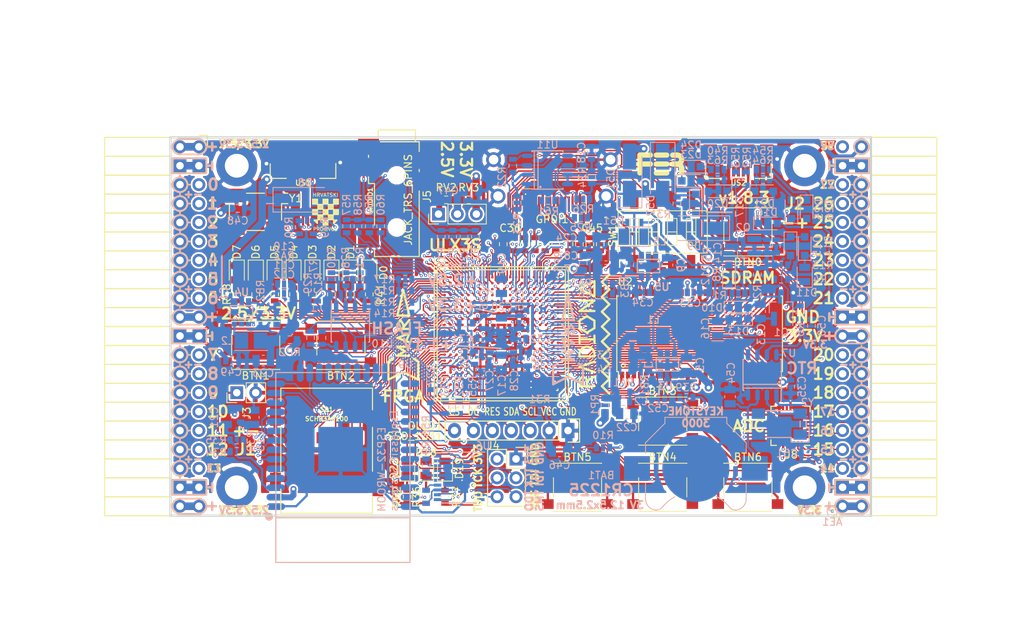
<source format=kicad_pcb>
(kicad_pcb (version 20171130) (host pcbnew 5.0.0-rc2-dev-unknown+dfsg1+20180318-2)
  (layers (0 F.Cu signal) (1 In1.Cu signal) (2 In2.Cu signal) (31 B.Cu signal) (34 B.Paste user) (35 F.Paste user) (36 B.SilkS user) (37 F.SilkS user) (38 B.Mask user) (39 F.Mask user) (44 Edge.Cuts user))
  (net 0 "")
  (net 1 GND)
  (net 2 +5V)
  (net 3 /gpio/IN5V)
  (net 4 /gpio/OUT5V)
  (net 5 +3V3)
  (net 6 BTN_D)
  (net 7 BTN_F1)
  (net 8 BTN_F2)
  (net 9 BTN_L)
  (net 10 BTN_R)
  (net 11 BTN_U)
  (net 12 /power/FB1)
  (net 13 +2V5)
  (net 14 /power/PWREN)
  (net 15 /power/FB3)
  (net 16 /power/FB2)
  (net 17 "Net-(D9-Pad1)")
  (net 18 /power/VBAT)
  (net 19 JTAG_TDI)
  (net 20 JTAG_TCK)
  (net 21 JTAG_TMS)
  (net 22 JTAG_TDO)
  (net 23 /power/WAKEUPn)
  (net 24 /power/WKUP)
  (net 25 /power/SHUT)
  (net 26 /power/WAKE)
  (net 27 /power/HOLD)
  (net 28 /power/WKn)
  (net 29 /power/OSCI_32k)
  (net 30 /power/OSCO_32k)
  (net 31 "Net-(Q2-Pad3)")
  (net 32 SHUTDOWN)
  (net 33 /analog/AUDIO_L)
  (net 34 /analog/AUDIO_R)
  (net 35 GPDI_SDA)
  (net 36 GPDI_SCL)
  (net 37 /gpdi/VREF2)
  (net 38 SD_CMD)
  (net 39 SD_CLK)
  (net 40 SD_D0)
  (net 41 SD_D1)
  (net 42 USB5V)
  (net 43 GPDI_CEC)
  (net 44 nRESET)
  (net 45 FTDI_nDTR)
  (net 46 SDRAM_CKE)
  (net 47 SDRAM_A7)
  (net 48 SDRAM_D15)
  (net 49 SDRAM_BA1)
  (net 50 SDRAM_D7)
  (net 51 SDRAM_A6)
  (net 52 SDRAM_CLK)
  (net 53 SDRAM_D13)
  (net 54 SDRAM_BA0)
  (net 55 SDRAM_D6)
  (net 56 SDRAM_A5)
  (net 57 SDRAM_D14)
  (net 58 SDRAM_A11)
  (net 59 SDRAM_D12)
  (net 60 SDRAM_D5)
  (net 61 SDRAM_A4)
  (net 62 SDRAM_A10)
  (net 63 SDRAM_D11)
  (net 64 SDRAM_A3)
  (net 65 SDRAM_D4)
  (net 66 SDRAM_D10)
  (net 67 SDRAM_D9)
  (net 68 SDRAM_A9)
  (net 69 SDRAM_D3)
  (net 70 SDRAM_D8)
  (net 71 SDRAM_A8)
  (net 72 SDRAM_A2)
  (net 73 SDRAM_A1)
  (net 74 SDRAM_A0)
  (net 75 SDRAM_D2)
  (net 76 SDRAM_D1)
  (net 77 SDRAM_D0)
  (net 78 SDRAM_DQM0)
  (net 79 SDRAM_nCS)
  (net 80 SDRAM_nRAS)
  (net 81 SDRAM_DQM1)
  (net 82 SDRAM_nCAS)
  (net 83 SDRAM_nWE)
  (net 84 /flash/FLASH_nWP)
  (net 85 /flash/FLASH_nHOLD)
  (net 86 /flash/FLASH_MOSI)
  (net 87 /flash/FLASH_MISO)
  (net 88 /flash/FLASH_SCK)
  (net 89 /flash/FLASH_nCS)
  (net 90 /flash/FPGA_PROGRAMN)
  (net 91 /flash/FPGA_DONE)
  (net 92 /flash/FPGA_INITN)
  (net 93 OLED_RES)
  (net 94 OLED_DC)
  (net 95 OLED_CS)
  (net 96 WIFI_EN)
  (net 97 FTDI_nRTS)
  (net 98 FTDI_TXD)
  (net 99 FTDI_RXD)
  (net 100 WIFI_RXD)
  (net 101 WIFI_GPIO0)
  (net 102 WIFI_TXD)
  (net 103 USB_FTDI_D+)
  (net 104 USB_FTDI_D-)
  (net 105 SD_D3)
  (net 106 AUDIO_L3)
  (net 107 AUDIO_L2)
  (net 108 AUDIO_L1)
  (net 109 AUDIO_L0)
  (net 110 AUDIO_R3)
  (net 111 AUDIO_R2)
  (net 112 AUDIO_R1)
  (net 113 AUDIO_R0)
  (net 114 OLED_CLK)
  (net 115 OLED_MOSI)
  (net 116 LED0)
  (net 117 LED1)
  (net 118 LED2)
  (net 119 LED3)
  (net 120 LED4)
  (net 121 LED5)
  (net 122 LED6)
  (net 123 LED7)
  (net 124 BTN_PWRn)
  (net 125 FTDI_nTXLED)
  (net 126 FTDI_nSLEEP)
  (net 127 /blinkey/LED_PWREN)
  (net 128 /blinkey/LED_TXLED)
  (net 129 /sdcard/SD3V3)
  (net 130 SD_D2)
  (net 131 CLK_25MHz)
  (net 132 /blinkey/BTNPUL)
  (net 133 /blinkey/BTNPUR)
  (net 134 USB_FPGA_D+)
  (net 135 /power/FTDI_nSUSPEND)
  (net 136 /blinkey/ALED0)
  (net 137 /blinkey/ALED1)
  (net 138 /blinkey/ALED2)
  (net 139 /blinkey/ALED3)
  (net 140 /blinkey/ALED4)
  (net 141 /blinkey/ALED5)
  (net 142 /blinkey/ALED6)
  (net 143 /blinkey/ALED7)
  (net 144 /usb/FTD-)
  (net 145 /usb/FTD+)
  (net 146 ADC_MISO)
  (net 147 ADC_MOSI)
  (net 148 ADC_CSn)
  (net 149 ADC_SCLK)
  (net 150 SW3)
  (net 151 SW2)
  (net 152 SW1)
  (net 153 USB_FPGA_D-)
  (net 154 /usb/FPD+)
  (net 155 /usb/FPD-)
  (net 156 WIFI_GPIO16)
  (net 157 /usb/ANT_433MHz)
  (net 158 /power/PWRBTn)
  (net 159 PROG_DONE)
  (net 160 /power/P3V3)
  (net 161 /power/P2V5)
  (net 162 /power/L1)
  (net 163 /power/L3)
  (net 164 /power/L2)
  (net 165 FTDI_TXDEN)
  (net 166 SDRAM_A12)
  (net 167 /analog/AUDIO_V)
  (net 168 AUDIO_V3)
  (net 169 AUDIO_V2)
  (net 170 AUDIO_V1)
  (net 171 AUDIO_V0)
  (net 172 /blinkey/LED_WIFI)
  (net 173 /power/P1V1)
  (net 174 +1V1)
  (net 175 SW4)
  (net 176 /blinkey/SWPU)
  (net 177 /wifi/WIFIEN)
  (net 178 FT2V5)
  (net 179 GN0)
  (net 180 GP0)
  (net 181 GN1)
  (net 182 GP1)
  (net 183 GN2)
  (net 184 GP2)
  (net 185 GN3)
  (net 186 GP3)
  (net 187 GN4)
  (net 188 GP4)
  (net 189 GN5)
  (net 190 GP5)
  (net 191 GN6)
  (net 192 GP6)
  (net 193 GN14)
  (net 194 GP14)
  (net 195 GN15)
  (net 196 GP15)
  (net 197 GN16)
  (net 198 GP16)
  (net 199 GN17)
  (net 200 GP17)
  (net 201 GN18)
  (net 202 GP18)
  (net 203 GN19)
  (net 204 GP19)
  (net 205 GN20)
  (net 206 GP20)
  (net 207 GN21)
  (net 208 GP21)
  (net 209 GN22)
  (net 210 GP22)
  (net 211 GN23)
  (net 212 GP23)
  (net 213 GN24)
  (net 214 GP24)
  (net 215 GN25)
  (net 216 GP25)
  (net 217 GN26)
  (net 218 GP26)
  (net 219 GN27)
  (net 220 GP27)
  (net 221 GN7)
  (net 222 GP7)
  (net 223 GN8)
  (net 224 GP8)
  (net 225 GN9)
  (net 226 GP9)
  (net 227 GN10)
  (net 228 GP10)
  (net 229 GN11)
  (net 230 GP11)
  (net 231 GN12)
  (net 232 GP12)
  (net 233 GN13)
  (net 234 GP13)
  (net 235 WIFI_GPIO5)
  (net 236 WIFI_GPIO17)
  (net 237 USB_FPGA_PULL_D+)
  (net 238 USB_FPGA_PULL_D-)
  (net 239 "Net-(D23-Pad2)")
  (net 240 "Net-(D24-Pad1)")
  (net 241 "Net-(D25-Pad2)")
  (net 242 "Net-(D26-Pad1)")
  (net 243 /gpdi/GPDI_ETH+)
  (net 244 FPDI_ETH+)
  (net 245 /gpdi/GPDI_ETH-)
  (net 246 FPDI_ETH-)
  (net 247 /gpdi/GPDI_D2-)
  (net 248 FPDI_D2-)
  (net 249 /gpdi/GPDI_D1-)
  (net 250 FPDI_D1-)
  (net 251 /gpdi/GPDI_D0-)
  (net 252 FPDI_D0-)
  (net 253 /gpdi/GPDI_CLK-)
  (net 254 FPDI_CLK-)
  (net 255 /gpdi/GPDI_D2+)
  (net 256 FPDI_D2+)
  (net 257 /gpdi/GPDI_D1+)
  (net 258 FPDI_D1+)
  (net 259 /gpdi/GPDI_D0+)
  (net 260 FPDI_D0+)
  (net 261 /gpdi/GPDI_CLK+)
  (net 262 FPDI_CLK+)
  (net 263 FPDI_SDA)
  (net 264 FPDI_SCL)
  (net 265 /gpdi/FPDI_CEC)
  (net 266 2V5_3V3)
  (net 267 "Net-(AUDIO1-Pad5)")
  (net 268 "Net-(AUDIO1-Pad6)")
  (net 269 "Net-(U1-PadA15)")
  (net 270 "Net-(U1-PadC9)")
  (net 271 "Net-(U1-PadD9)")
  (net 272 "Net-(U1-PadD10)")
  (net 273 "Net-(U1-PadD11)")
  (net 274 "Net-(U1-PadD12)")
  (net 275 "Net-(U1-PadE6)")
  (net 276 "Net-(U1-PadE9)")
  (net 277 "Net-(U1-PadE10)")
  (net 278 "Net-(U1-PadE11)")
  (net 279 "Net-(U1-PadJ4)")
  (net 280 "Net-(U1-PadJ5)")
  (net 281 "Net-(U1-PadK5)")
  (net 282 "Net-(U1-PadL5)")
  (net 283 "Net-(U1-PadM4)")
  (net 284 "Net-(U1-PadM5)")
  (net 285 SD_CD)
  (net 286 SD_WP)
  (net 287 "Net-(U1-PadR3)")
  (net 288 "Net-(U1-PadT16)")
  (net 289 "Net-(U1-PadW4)")
  (net 290 "Net-(U1-PadW5)")
  (net 291 "Net-(U1-PadW8)")
  (net 292 "Net-(U1-PadW9)")
  (net 293 "Net-(U1-PadW13)")
  (net 294 "Net-(U1-PadW14)")
  (net 295 "Net-(U1-PadW17)")
  (net 296 "Net-(U1-PadW18)")
  (net 297 FTDI_nRXLED)
  (net 298 "Net-(U8-Pad12)")
  (net 299 "Net-(U8-Pad25)")
  (net 300 "Net-(U9-Pad32)")
  (net 301 "Net-(U9-Pad22)")
  (net 302 "Net-(U9-Pad21)")
  (net 303 "Net-(U9-Pad20)")
  (net 304 "Net-(U9-Pad19)")
  (net 305 "Net-(U9-Pad18)")
  (net 306 "Net-(U9-Pad17)")
  (net 307 "Net-(U9-Pad12)")
  (net 308 "Net-(U9-Pad5)")
  (net 309 "Net-(U9-Pad4)")
  (net 310 "Net-(US1-Pad4)")
  (net 311 "Net-(US2-Pad4)")
  (net 312 "Net-(Y2-Pad3)")
  (net 313 "Net-(Y2-Pad2)")
  (net 314 "Net-(U1-PadK16)")
  (net 315 "Net-(U1-PadK17)")
  (module Socket_Strips:Socket_Strip_Angled_2x20 (layer F.Cu) (at 97.91 62.69 270)
    (fp_text reference J1 (at 40.64 -6.35) (layer F.SilkS) (effects (font (size 1.5 1.5) (thickness 0.3))))
    (fp_text value CONN_02X20 hide)
    (pad 1 thru_hole oval (at 0 0 270) (size 1.7272 1.7272) (drill 1.016) (layers *.Cu *.Mask) (net 266 2V5_3V3))
    (pad 2 thru_hole oval (at 0 2.54 270) (size 1.7272 1.7272) (drill 1.016) (layers *.Cu *.Mask) (net 266 2V5_3V3))
    (pad 3 thru_hole rect (at 2.54 0 270) (size 1.7272 1.7272) (drill 1.016) (layers *.Cu *.Mask) (net 1 GND))
    (pad 4 thru_hole rect (at 2.54 2.54 270) (size 1.7272 1.7272) (drill 1.016) (layers *.Cu *.Mask) (net 1 GND))
    (pad 5 thru_hole oval (at 5.08 0 270) (size 1.7272 1.7272) (drill 1.016) (layers *.Cu *.Mask) (net 179 GN0))
    (pad 6 thru_hole oval (at 5.08 2.54 270) (size 1.7272 1.7272) (drill 1.016) (layers *.Cu *.Mask) (net 180 GP0))
    (pad 7 thru_hole oval (at 7.62 0 270) (size 1.7272 1.7272) (drill 1.016) (layers *.Cu *.Mask) (net 181 GN1))
    (pad 8 thru_hole oval (at 7.62 2.54 270) (size 1.7272 1.7272) (drill 1.016) (layers *.Cu *.Mask) (net 182 GP1))
    (pad 9 thru_hole oval (at 10.16 0 270) (size 1.7272 1.7272) (drill 1.016) (layers *.Cu *.Mask) (net 183 GN2))
    (pad 10 thru_hole oval (at 10.16 2.54 270) (size 1.7272 1.7272) (drill 1.016) (layers *.Cu *.Mask) (net 184 GP2))
    (pad 11 thru_hole oval (at 12.7 0 270) (size 1.7272 1.7272) (drill 1.016) (layers *.Cu *.Mask) (net 185 GN3))
    (pad 12 thru_hole oval (at 12.7 2.54 270) (size 1.7272 1.7272) (drill 1.016) (layers *.Cu *.Mask) (net 186 GP3))
    (pad 13 thru_hole oval (at 15.24 0 270) (size 1.7272 1.7272) (drill 1.016) (layers *.Cu *.Mask) (net 187 GN4))
    (pad 14 thru_hole oval (at 15.24 2.54 270) (size 1.7272 1.7272) (drill 1.016) (layers *.Cu *.Mask) (net 188 GP4))
    (pad 15 thru_hole oval (at 17.78 0 270) (size 1.7272 1.7272) (drill 1.016) (layers *.Cu *.Mask) (net 189 GN5))
    (pad 16 thru_hole oval (at 17.78 2.54 270) (size 1.7272 1.7272) (drill 1.016) (layers *.Cu *.Mask) (net 190 GP5))
    (pad 17 thru_hole oval (at 20.32 0 270) (size 1.7272 1.7272) (drill 1.016) (layers *.Cu *.Mask) (net 191 GN6))
    (pad 18 thru_hole oval (at 20.32 2.54 270) (size 1.7272 1.7272) (drill 1.016) (layers *.Cu *.Mask) (net 192 GP6))
    (pad 19 thru_hole oval (at 22.86 0 270) (size 1.7272 1.7272) (drill 1.016) (layers *.Cu *.Mask) (net 266 2V5_3V3))
    (pad 20 thru_hole oval (at 22.86 2.54 270) (size 1.7272 1.7272) (drill 1.016) (layers *.Cu *.Mask) (net 266 2V5_3V3))
    (pad 21 thru_hole rect (at 25.4 0 270) (size 1.7272 1.7272) (drill 1.016) (layers *.Cu *.Mask) (net 1 GND))
    (pad 22 thru_hole rect (at 25.4 2.54 270) (size 1.7272 1.7272) (drill 1.016) (layers *.Cu *.Mask) (net 1 GND))
    (pad 23 thru_hole oval (at 27.94 0 270) (size 1.7272 1.7272) (drill 1.016) (layers *.Cu *.Mask) (net 221 GN7))
    (pad 24 thru_hole oval (at 27.94 2.54 270) (size 1.7272 1.7272) (drill 1.016) (layers *.Cu *.Mask) (net 222 GP7))
    (pad 25 thru_hole oval (at 30.48 0 270) (size 1.7272 1.7272) (drill 1.016) (layers *.Cu *.Mask) (net 223 GN8))
    (pad 26 thru_hole oval (at 30.48 2.54 270) (size 1.7272 1.7272) (drill 1.016) (layers *.Cu *.Mask) (net 224 GP8))
    (pad 27 thru_hole oval (at 33.02 0 270) (size 1.7272 1.7272) (drill 1.016) (layers *.Cu *.Mask) (net 225 GN9))
    (pad 28 thru_hole oval (at 33.02 2.54 270) (size 1.7272 1.7272) (drill 1.016) (layers *.Cu *.Mask) (net 226 GP9))
    (pad 29 thru_hole oval (at 35.56 0 270) (size 1.7272 1.7272) (drill 1.016) (layers *.Cu *.Mask) (net 227 GN10))
    (pad 30 thru_hole oval (at 35.56 2.54 270) (size 1.7272 1.7272) (drill 1.016) (layers *.Cu *.Mask) (net 228 GP10))
    (pad 31 thru_hole oval (at 38.1 0 270) (size 1.7272 1.7272) (drill 1.016) (layers *.Cu *.Mask) (net 229 GN11))
    (pad 32 thru_hole oval (at 38.1 2.54 270) (size 1.7272 1.7272) (drill 1.016) (layers *.Cu *.Mask) (net 230 GP11))
    (pad 33 thru_hole oval (at 40.64 0 270) (size 1.7272 1.7272) (drill 1.016) (layers *.Cu *.Mask) (net 231 GN12))
    (pad 34 thru_hole oval (at 40.64 2.54 270) (size 1.7272 1.7272) (drill 1.016) (layers *.Cu *.Mask) (net 232 GP12))
    (pad 35 thru_hole oval (at 43.18 0 270) (size 1.7272 1.7272) (drill 1.016) (layers *.Cu *.Mask) (net 233 GN13))
    (pad 36 thru_hole oval (at 43.18 2.54 270) (size 1.7272 1.7272) (drill 1.016) (layers *.Cu *.Mask) (net 234 GP13))
    (pad 37 thru_hole rect (at 45.72 0 270) (size 1.7272 1.7272) (drill 1.016) (layers *.Cu *.Mask) (net 1 GND))
    (pad 38 thru_hole rect (at 45.72 2.54 270) (size 1.7272 1.7272) (drill 1.016) (layers *.Cu *.Mask) (net 1 GND))
    (pad 39 thru_hole oval (at 48.26 0 270) (size 1.7272 1.7272) (drill 1.016) (layers *.Cu *.Mask) (net 266 2V5_3V3))
    (pad 40 thru_hole oval (at 48.26 2.54 270) (size 1.7272 1.7272) (drill 1.016) (layers *.Cu *.Mask) (net 266 2V5_3V3))
  )
  (module TSOT-25:TSOT-25 (layer B.Cu) (at 160.775 91.9)
    (fp_text reference U3 (at -0.295 2.9) (layer B.SilkS) (effects (font (thickness 0.2)) (justify mirror)))
    (fp_text value TLV62569DBV)
    (pad 1 smd rect (at -0.95 -1.3) (size 0.7 1.2) (layers B.Cu B.Paste B.Mask) (net 14 /power/PWREN))
    (pad 2 smd rect (at 0 -1.3) (size 0.7 1.2) (layers B.Cu B.Paste B.Mask) (net 1 GND))
    (pad 3 smd rect (at 0.95 -1.3) (size 0.7 1.2) (layers B.Cu B.Paste B.Mask) (net 162 /power/L1))
    (pad 4 smd rect (at 0.95 1.3) (size 0.7 1.2) (layers B.Cu B.Paste B.Mask) (net 2 +5V))
    (pad 5 smd rect (at -0.95 1.3) (size 0.7 1.2) (layers B.Cu B.Paste B.Mask) (net 12 /power/FB1))
  )
  (module TSOT-25:TSOT-25 (layer B.Cu) (at 103.625 84.915 180)
    (fp_text reference U4 (at 0 2.697 180) (layer B.SilkS) (effects (font (thickness 0.2)) (justify mirror)))
    (fp_text value TLV62569DBV)
    (pad 1 smd rect (at -0.95 -1.3 180) (size 0.7 1.2) (layers B.Cu B.Paste B.Mask) (net 14 /power/PWREN))
    (pad 2 smd rect (at 0 -1.3 180) (size 0.7 1.2) (layers B.Cu B.Paste B.Mask) (net 1 GND))
    (pad 3 smd rect (at 0.95 -1.3 180) (size 0.7 1.2) (layers B.Cu B.Paste B.Mask) (net 164 /power/L2))
    (pad 4 smd rect (at 0.95 1.3 180) (size 0.7 1.2) (layers B.Cu B.Paste B.Mask) (net 2 +5V))
    (pad 5 smd rect (at -0.95 1.3 180) (size 0.7 1.2) (layers B.Cu B.Paste B.Mask) (net 16 /power/FB2))
  )
  (module TSOT-25:TSOT-25 (layer B.Cu) (at 158.235 78.692)
    (fp_text reference U5 (at 1.793 2.812) (layer B.SilkS) (effects (font (thickness 0.2)) (justify mirror)))
    (fp_text value TLV62569DBV)
    (pad 1 smd rect (at -0.95 -1.3) (size 0.7 1.2) (layers B.Cu B.Paste B.Mask) (net 14 /power/PWREN))
    (pad 2 smd rect (at 0 -1.3) (size 0.7 1.2) (layers B.Cu B.Paste B.Mask) (net 1 GND))
    (pad 3 smd rect (at 0.95 -1.3) (size 0.7 1.2) (layers B.Cu B.Paste B.Mask) (net 163 /power/L3))
    (pad 4 smd rect (at 0.95 1.3) (size 0.7 1.2) (layers B.Cu B.Paste B.Mask) (net 2 +5V))
    (pad 5 smd rect (at -0.95 1.3) (size 0.7 1.2) (layers B.Cu B.Paste B.Mask) (net 15 /power/FB3))
  )
  (module Socket_Strips:Socket_Strip_Angled_2x20 (layer F.Cu) (at 184.27 110.95 90)
    (fp_text reference J2 (at 40.64 -6.35 180) (layer F.SilkS) (effects (font (size 1.5 1.5) (thickness 0.3))))
    (fp_text value CONN_02X20 hide)
    (pad 1 thru_hole oval (at 0 0 90) (size 1.7272 1.7272) (drill 1.016) (layers *.Cu *.Mask) (net 5 +3V3))
    (pad 2 thru_hole oval (at 0 2.54 90) (size 1.7272 1.7272) (drill 1.016) (layers *.Cu *.Mask) (net 5 +3V3))
    (pad 3 thru_hole rect (at 2.54 0 90) (size 1.7272 1.7272) (drill 1.016) (layers *.Cu *.Mask) (net 1 GND))
    (pad 4 thru_hole rect (at 2.54 2.54 90) (size 1.7272 1.7272) (drill 1.016) (layers *.Cu *.Mask) (net 1 GND))
    (pad 5 thru_hole oval (at 5.08 0 90) (size 1.7272 1.7272) (drill 1.016) (layers *.Cu *.Mask) (net 193 GN14))
    (pad 6 thru_hole oval (at 5.08 2.54 90) (size 1.7272 1.7272) (drill 1.016) (layers *.Cu *.Mask) (net 194 GP14))
    (pad 7 thru_hole oval (at 7.62 0 90) (size 1.7272 1.7272) (drill 1.016) (layers *.Cu *.Mask) (net 195 GN15))
    (pad 8 thru_hole oval (at 7.62 2.54 90) (size 1.7272 1.7272) (drill 1.016) (layers *.Cu *.Mask) (net 196 GP15))
    (pad 9 thru_hole oval (at 10.16 0 90) (size 1.7272 1.7272) (drill 1.016) (layers *.Cu *.Mask) (net 197 GN16))
    (pad 10 thru_hole oval (at 10.16 2.54 90) (size 1.7272 1.7272) (drill 1.016) (layers *.Cu *.Mask) (net 198 GP16))
    (pad 11 thru_hole oval (at 12.7 0 90) (size 1.7272 1.7272) (drill 1.016) (layers *.Cu *.Mask) (net 199 GN17))
    (pad 12 thru_hole oval (at 12.7 2.54 90) (size 1.7272 1.7272) (drill 1.016) (layers *.Cu *.Mask) (net 200 GP17))
    (pad 13 thru_hole oval (at 15.24 0 90) (size 1.7272 1.7272) (drill 1.016) (layers *.Cu *.Mask) (net 201 GN18))
    (pad 14 thru_hole oval (at 15.24 2.54 90) (size 1.7272 1.7272) (drill 1.016) (layers *.Cu *.Mask) (net 202 GP18))
    (pad 15 thru_hole oval (at 17.78 0 90) (size 1.7272 1.7272) (drill 1.016) (layers *.Cu *.Mask) (net 203 GN19))
    (pad 16 thru_hole oval (at 17.78 2.54 90) (size 1.7272 1.7272) (drill 1.016) (layers *.Cu *.Mask) (net 204 GP19))
    (pad 17 thru_hole oval (at 20.32 0 90) (size 1.7272 1.7272) (drill 1.016) (layers *.Cu *.Mask) (net 205 GN20))
    (pad 18 thru_hole oval (at 20.32 2.54 90) (size 1.7272 1.7272) (drill 1.016) (layers *.Cu *.Mask) (net 206 GP20))
    (pad 19 thru_hole oval (at 22.86 0 90) (size 1.7272 1.7272) (drill 1.016) (layers *.Cu *.Mask) (net 5 +3V3))
    (pad 20 thru_hole oval (at 22.86 2.54 90) (size 1.7272 1.7272) (drill 1.016) (layers *.Cu *.Mask) (net 5 +3V3))
    (pad 21 thru_hole rect (at 25.4 0 90) (size 1.7272 1.7272) (drill 1.016) (layers *.Cu *.Mask) (net 1 GND))
    (pad 22 thru_hole rect (at 25.4 2.54 90) (size 1.7272 1.7272) (drill 1.016) (layers *.Cu *.Mask) (net 1 GND))
    (pad 23 thru_hole oval (at 27.94 0 90) (size 1.7272 1.7272) (drill 1.016) (layers *.Cu *.Mask) (net 207 GN21))
    (pad 24 thru_hole oval (at 27.94 2.54 90) (size 1.7272 1.7272) (drill 1.016) (layers *.Cu *.Mask) (net 208 GP21))
    (pad 25 thru_hole oval (at 30.48 0 90) (size 1.7272 1.7272) (drill 1.016) (layers *.Cu *.Mask) (net 209 GN22))
    (pad 26 thru_hole oval (at 30.48 2.54 90) (size 1.7272 1.7272) (drill 1.016) (layers *.Cu *.Mask) (net 210 GP22))
    (pad 27 thru_hole oval (at 33.02 0 90) (size 1.7272 1.7272) (drill 1.016) (layers *.Cu *.Mask) (net 211 GN23))
    (pad 28 thru_hole oval (at 33.02 2.54 90) (size 1.7272 1.7272) (drill 1.016) (layers *.Cu *.Mask) (net 212 GP23))
    (pad 29 thru_hole oval (at 35.56 0 90) (size 1.7272 1.7272) (drill 1.016) (layers *.Cu *.Mask) (net 213 GN24))
    (pad 30 thru_hole oval (at 35.56 2.54 90) (size 1.7272 1.7272) (drill 1.016) (layers *.Cu *.Mask) (net 214 GP24))
    (pad 31 thru_hole oval (at 38.1 0 90) (size 1.7272 1.7272) (drill 1.016) (layers *.Cu *.Mask) (net 215 GN25))
    (pad 32 thru_hole oval (at 38.1 2.54 90) (size 1.7272 1.7272) (drill 1.016) (layers *.Cu *.Mask) (net 216 GP25))
    (pad 33 thru_hole oval (at 40.64 0 90) (size 1.7272 1.7272) (drill 1.016) (layers *.Cu *.Mask) (net 217 GN26))
    (pad 34 thru_hole oval (at 40.64 2.54 90) (size 1.7272 1.7272) (drill 1.016) (layers *.Cu *.Mask) (net 218 GP26))
    (pad 35 thru_hole oval (at 43.18 0 90) (size 1.7272 1.7272) (drill 1.016) (layers *.Cu *.Mask) (net 219 GN27))
    (pad 36 thru_hole oval (at 43.18 2.54 90) (size 1.7272 1.7272) (drill 1.016) (layers *.Cu *.Mask) (net 220 GP27))
    (pad 37 thru_hole rect (at 45.72 0 90) (size 1.7272 1.7272) (drill 1.016) (layers *.Cu *.Mask) (net 1 GND))
    (pad 38 thru_hole rect (at 45.72 2.54 90) (size 1.7272 1.7272) (drill 1.016) (layers *.Cu *.Mask) (net 1 GND))
    (pad 39 thru_hole oval (at 48.26 0 90) (size 1.7272 1.7272) (drill 1.016) (layers *.Cu *.Mask) (net 3 /gpio/IN5V))
    (pad 40 thru_hole oval (at 48.26 2.54 90) (size 1.7272 1.7272) (drill 1.016) (layers *.Cu *.Mask) (net 4 /gpio/OUT5V))
  )
  (module Mounting_Holes:MountingHole_3.2mm_M3_ISO14580_Pad (layer F.Cu) (at 102.99 108.41)
    (fp_text reference H1 hide)
    (fp_text value HOLE hide)
    (pad 1 thru_hole circle (at 0 0) (size 5.5 5.5) (drill 3.2) (layers *.Cu *.Mask) (net 1 GND))
  )
  (module Mounting_Holes:MountingHole_3.2mm_M3_ISO14580_Pad (layer F.Cu) (at 179.19 108.41)
    (fp_text reference H2 hide)
    (fp_text value HOLE hide)
    (pad 1 thru_hole circle (at 0 0) (size 5.5 5.5) (drill 3.2) (layers *.Cu *.Mask) (net 1 GND))
  )
  (module Mounting_Holes:MountingHole_3.2mm_M3_ISO14580_Pad (layer F.Cu) (at 179.19 65.23)
    (fp_text reference H3 hide)
    (fp_text value HOLE hide)
    (pad 1 thru_hole circle (at 0 0) (size 5.5 5.5) (drill 3.2) (layers *.Cu *.Mask) (net 1 GND))
  )
  (module Mounting_Holes:MountingHole_3.2mm_M3_ISO14580_Pad (layer F.Cu) (at 102.99 65.23)
    (fp_text reference H4 hide)
    (fp_text value HOLE hide)
    (pad 1 thru_hole circle (at 0 0) (size 5.5 5.5) (drill 3.2) (layers *.Cu *.Mask) (net 1 GND))
  )
  (module Housings_SSOP:SSOP-20_4.4x6.5mm_Pitch0.65mm (layer B.Cu) (at 132.835 107.14 180)
    (fp_text reference U6 (at -3.175 4.318 180) (layer B.SilkS) (effects (justify mirror)))
    (fp_text value FT231XS)
    (pad 1 smd rect (at -2.9 2.925 180) (size 1 0.4) (layers B.Cu B.Paste B.Mask) (net 45 FTDI_nDTR))
    (pad 2 smd rect (at -2.9 2.275 180) (size 1 0.4) (layers B.Cu B.Paste B.Mask) (net 97 FTDI_nRTS))
    (pad 3 smd rect (at -2.9 1.625 180) (size 1 0.4) (layers B.Cu B.Paste B.Mask) (net 178 FT2V5))
    (pad 4 smd rect (at -2.9 0.975 180) (size 1 0.4) (layers B.Cu B.Paste B.Mask) (net 99 FTDI_RXD))
    (pad 5 smd rect (at -2.9 0.325 180) (size 1 0.4) (layers B.Cu B.Paste B.Mask) (net 19 JTAG_TDI))
    (pad 6 smd rect (at -2.9 -0.325 180) (size 1 0.4) (layers B.Cu B.Paste B.Mask) (net 1 GND))
    (pad 7 smd rect (at -2.9 -0.975 180) (size 1 0.4) (layers B.Cu B.Paste B.Mask) (net 20 JTAG_TCK))
    (pad 8 smd rect (at -2.9 -1.625 180) (size 1 0.4) (layers B.Cu B.Paste B.Mask) (net 21 JTAG_TMS))
    (pad 9 smd rect (at -2.9 -2.275 180) (size 1 0.4) (layers B.Cu B.Paste B.Mask) (net 22 JTAG_TDO))
    (pad 10 smd rect (at -2.9 -2.925 180) (size 1 0.4) (layers B.Cu B.Paste B.Mask) (net 125 FTDI_nTXLED))
    (pad 11 smd rect (at 2.9 -2.925 180) (size 1 0.4) (layers B.Cu B.Paste B.Mask) (net 103 USB_FTDI_D+))
    (pad 12 smd rect (at 2.9 -2.275 180) (size 1 0.4) (layers B.Cu B.Paste B.Mask) (net 104 USB_FTDI_D-))
    (pad 13 smd rect (at 2.9 -1.625 180) (size 1 0.4) (layers B.Cu B.Paste B.Mask) (net 178 FT2V5))
    (pad 14 smd rect (at 2.9 -0.975 180) (size 1 0.4) (layers B.Cu B.Paste B.Mask) (net 44 nRESET))
    (pad 15 smd rect (at 2.9 -0.325 180) (size 1 0.4) (layers B.Cu B.Paste B.Mask) (net 42 USB5V))
    (pad 16 smd rect (at 2.9 0.325 180) (size 1 0.4) (layers B.Cu B.Paste B.Mask) (net 1 GND))
    (pad 17 smd rect (at 2.9 0.975 180) (size 1 0.4) (layers B.Cu B.Paste B.Mask) (net 297 FTDI_nRXLED))
    (pad 18 smd rect (at 2.9 1.625 180) (size 1 0.4) (layers B.Cu B.Paste B.Mask) (net 165 FTDI_TXDEN))
    (pad 19 smd rect (at 2.9 2.275 180) (size 1 0.4) (layers B.Cu B.Paste B.Mask) (net 126 FTDI_nSLEEP))
    (pad 20 smd rect (at 2.9 2.925 180) (size 1 0.4) (layers B.Cu B.Paste B.Mask) (net 98 FTDI_TXD))
  )
  (module usb_otg:USB-MICRO-B-FCI-10118192-0001LF (layer F.Cu) (at 111.88 63.325 180)
    (fp_text reference US1 (at 0 -4.2 180) (layer F.SilkS) (effects (font (size 0.7 0.7))))
    (fp_text value MICRO_USB hide)
    (pad 6 smd rect (at -3.1 -2.55 180) (size 2.1 1.6) (layers F.Cu F.Paste F.Mask) (net 1 GND))
    (pad 6 smd rect (at 3.1 -2.55 180) (size 2.1 1.6) (layers F.Cu F.Paste F.Mask) (net 1 GND))
    (pad 6 smd rect (at -1.2 0 180) (size 1.9 1.9) (layers F.Cu F.Paste F.Mask) (net 1 GND))
    (pad 6 smd rect (at 1.2 0 180) (size 1.9 1.9) (layers F.Cu F.Paste F.Mask) (net 1 GND))
    (pad 1 smd rect (at -1.3 -2.675 180) (size 0.4 1.35) (layers F.Cu F.Paste F.Mask) (net 42 USB5V))
    (pad 2 smd rect (at -0.65 -2.675 180) (size 0.4 1.35) (layers F.Cu F.Paste F.Mask) (net 144 /usb/FTD-))
    (pad 3 smd rect (at 0 -2.675 180) (size 0.4 1.35) (layers F.Cu F.Paste F.Mask) (net 145 /usb/FTD+))
    (pad 4 smd rect (at 0.65 -2.675 180) (size 0.4 1.35) (layers F.Cu F.Paste F.Mask) (net 310 "Net-(US1-Pad4)"))
    (pad 5 smd rect (at 1.3 -2.675 180) (size 0.4 1.35) (layers F.Cu F.Paste F.Mask) (net 1 GND))
    (pad 6 smd rect (at -3.8 0 180) (size 1.8 1.9) (layers F.Cu F.Paste F.Mask) (net 1 GND))
    (pad 6 smd rect (at 3.8 0 180) (size 1.8 1.9) (layers F.Cu F.Paste F.Mask) (net 1 GND))
  )
  (module usb_otg:USB-MICRO-B-FCI-10118192-0001LF (layer F.Cu) (at 170.3 63.325 180)
    (fp_text reference US2 (at 0 -4.2 180) (layer F.SilkS) (effects (font (size 0.7 0.7))))
    (fp_text value MICRO_USB hide)
    (pad 6 smd rect (at -3.1 -2.55 180) (size 2.1 1.6) (layers F.Cu F.Paste F.Mask) (net 1 GND))
    (pad 6 smd rect (at 3.1 -2.55 180) (size 2.1 1.6) (layers F.Cu F.Paste F.Mask) (net 1 GND))
    (pad 6 smd rect (at -1.2 0 180) (size 1.9 1.9) (layers F.Cu F.Paste F.Mask) (net 1 GND))
    (pad 6 smd rect (at 1.2 0 180) (size 1.9 1.9) (layers F.Cu F.Paste F.Mask) (net 1 GND))
    (pad 1 smd rect (at -1.3 -2.675 180) (size 0.4 1.35) (layers F.Cu F.Paste F.Mask) (net 17 "Net-(D9-Pad1)"))
    (pad 2 smd rect (at -0.65 -2.675 180) (size 0.4 1.35) (layers F.Cu F.Paste F.Mask) (net 155 /usb/FPD-))
    (pad 3 smd rect (at 0 -2.675 180) (size 0.4 1.35) (layers F.Cu F.Paste F.Mask) (net 154 /usb/FPD+))
    (pad 4 smd rect (at 0.65 -2.675 180) (size 0.4 1.35) (layers F.Cu F.Paste F.Mask) (net 311 "Net-(US2-Pad4)"))
    (pad 5 smd rect (at 1.3 -2.675 180) (size 0.4 1.35) (layers F.Cu F.Paste F.Mask) (net 1 GND))
    (pad 6 smd rect (at -3.8 0 180) (size 1.8 1.9) (layers F.Cu F.Paste F.Mask) (net 1 GND))
    (pad 6 smd rect (at 3.8 0 180) (size 1.8 1.9) (layers F.Cu F.Paste F.Mask) (net 1 GND))
  )
  (module Socket_Strips:Socket_Strip_Straight_2x03 (layer F.Cu) (at 140.455 104.6 270)
    (fp_text reference J4 (at -1.778 3.048) (layer F.SilkS))
    (fp_text value CONN_02X03 hide)
    (pad 1 thru_hole rect (at 0 0 270) (size 1.7272 1.7272) (drill 1.016) (layers *.Cu *.Mask) (net 1 GND))
    (pad 2 thru_hole oval (at 0 2.54 270) (size 1.7272 1.7272) (drill 1.016) (layers *.Cu *.Mask) (net 5 +3V3))
    (pad 3 thru_hole oval (at 2.54 0 270) (size 1.7272 1.7272) (drill 1.016) (layers *.Cu *.Mask) (net 19 JTAG_TDI))
    (pad 4 thru_hole oval (at 2.54 2.54 270) (size 1.7272 1.7272) (drill 1.016) (layers *.Cu *.Mask) (net 20 JTAG_TCK))
    (pad 5 thru_hole oval (at 5.08 0 270) (size 1.7272 1.7272) (drill 1.016) (layers *.Cu *.Mask) (net 21 JTAG_TMS))
    (pad 6 thru_hole oval (at 5.08 2.54 270) (size 1.7272 1.7272) (drill 1.016) (layers *.Cu *.Mask) (net 22 JTAG_TDO))
  )
  (module Housings_DFN_QFN:QFN-28-1EP_5x5mm_Pitch0.5mm (layer F.Cu) (at 177.285 100.155 180)
    (fp_text reference U8 (at 0 -3.875 180) (layer F.SilkS))
    (fp_text value MAX11125)
    (pad 1 smd oval (at -2.45 -1.5 180) (size 0.85 0.3) (layers F.Cu F.Paste F.Mask) (net 196 GP15))
    (pad 2 smd oval (at -2.45 -1 180) (size 0.85 0.3) (layers F.Cu F.Paste F.Mask) (net 197 GN16))
    (pad 3 smd oval (at -2.45 -0.5 180) (size 0.85 0.3) (layers F.Cu F.Paste F.Mask) (net 198 GP16))
    (pad 4 smd oval (at -2.45 0 180) (size 0.85 0.3) (layers F.Cu F.Paste F.Mask) (net 199 GN17))
    (pad 5 smd oval (at -2.45 0.5 180) (size 0.85 0.3) (layers F.Cu F.Paste F.Mask) (net 200 GP17))
    (pad 6 smd oval (at -2.45 1 180) (size 0.85 0.3) (layers F.Cu F.Paste F.Mask) (net 1 GND))
    (pad 7 smd oval (at -2.45 1.5 180) (size 0.85 0.3) (layers F.Cu F.Paste F.Mask) (net 1 GND))
    (pad 8 smd oval (at -1.5 2.45 270) (size 0.85 0.3) (layers F.Cu F.Paste F.Mask) (net 1 GND))
    (pad 9 smd oval (at -1 2.45 270) (size 0.85 0.3) (layers F.Cu F.Paste F.Mask) (net 1 GND))
    (pad 10 smd oval (at -0.5 2.45 270) (size 0.85 0.3) (layers F.Cu F.Paste F.Mask) (net 1 GND))
    (pad 11 smd oval (at 0 2.45 270) (size 0.85 0.3) (layers F.Cu F.Paste F.Mask) (net 1 GND))
    (pad 12 smd oval (at 0.5 2.45 270) (size 0.85 0.3) (layers F.Cu F.Paste F.Mask) (net 298 "Net-(U8-Pad12)"))
    (pad 13 smd oval (at 1 2.45 270) (size 0.85 0.3) (layers F.Cu F.Paste F.Mask) (net 1 GND))
    (pad 14 smd oval (at 1.5 2.45 270) (size 0.85 0.3) (layers F.Cu F.Paste F.Mask) (net 1 GND))
    (pad 15 smd oval (at 2.45 1.5 180) (size 0.85 0.3) (layers F.Cu F.Paste F.Mask) (net 5 +3V3))
    (pad 16 smd oval (at 2.45 1 180) (size 0.85 0.3) (layers F.Cu F.Paste F.Mask) (net 1 GND))
    (pad 17 smd oval (at 2.45 0.5 180) (size 0.85 0.3) (layers F.Cu F.Paste F.Mask) (net 5 +3V3))
    (pad 18 smd oval (at 2.45 0 180) (size 0.85 0.3) (layers F.Cu F.Paste F.Mask) (net 5 +3V3))
    (pad 19 smd oval (at 2.45 -0.5 180) (size 0.85 0.3) (layers F.Cu F.Paste F.Mask) (net 149 ADC_SCLK))
    (pad 20 smd oval (at 2.45 -1 180) (size 0.85 0.3) (layers F.Cu F.Paste F.Mask) (net 148 ADC_CSn))
    (pad 21 smd oval (at 2.45 -1.5 180) (size 0.85 0.3) (layers F.Cu F.Paste F.Mask) (net 147 ADC_MOSI))
    (pad 22 smd oval (at 1.5 -2.45 270) (size 0.85 0.3) (layers F.Cu F.Paste F.Mask) (net 1 GND))
    (pad 23 smd oval (at 1 -2.45 270) (size 0.85 0.3) (layers F.Cu F.Paste F.Mask) (net 5 +3V3))
    (pad 24 smd oval (at 0.5 -2.45 270) (size 0.85 0.3) (layers F.Cu F.Paste F.Mask) (net 146 ADC_MISO))
    (pad 25 smd oval (at 0 -2.45 270) (size 0.85 0.3) (layers F.Cu F.Paste F.Mask) (net 299 "Net-(U8-Pad25)"))
    (pad 26 smd oval (at -0.5 -2.45 270) (size 0.85 0.3) (layers F.Cu F.Paste F.Mask) (net 193 GN14))
    (pad 27 smd oval (at -1 -2.45 270) (size 0.85 0.3) (layers F.Cu F.Paste F.Mask) (net 194 GP14))
    (pad 28 smd oval (at -1.5 -2.45 270) (size 0.85 0.3) (layers F.Cu F.Paste F.Mask) (net 195 GN15))
    (pad 29 smd rect (at 0.8375 0.8375 180) (size 1.675 1.675) (layers F.Cu F.Paste F.Mask) (net 1 GND))
    (pad 29 smd rect (at 0.8375 -0.8375 180) (size 1.675 1.675) (layers F.Cu F.Paste F.Mask) (net 1 GND))
    (pad 29 smd rect (at -0.8375 0.8375 180) (size 1.675 1.675) (layers F.Cu F.Paste F.Mask) (net 1 GND))
    (pad 29 smd rect (at -0.8375 -0.8375 180) (size 1.675 1.675) (layers F.Cu F.Paste F.Mask) (net 1 GND))
  )
  (module oled:oled_13xx (layer F.Cu) (at 139.82 100.79 180)
    (fp_text reference OLED1 (at 11.557 0.635 180) (layer F.SilkS))
    (fp_text value SSD_1331 (at 12.954 -0.762 180) (layer F.SilkS))
    (fp_text user CS (at 7.62 2.54 180) (layer F.SilkS) (effects (font (size 1 0.75))))
    (fp_text user DC (at 5.08 2.54 180) (layer F.SilkS) (effects (font (size 1 0.75))))
    (fp_text user RES (at 2.54 2.54 180) (layer F.SilkS) (effects (font (size 1 0.75))))
    (fp_text user SDA (at 0 2.54 180) (layer F.SilkS) (effects (font (size 1 0.75))))
    (fp_text user SCL (at -2.54 2.54 180) (layer F.SilkS) (effects (font (size 1 0.75))))
    (fp_text user VCC (at -5.08 2.54 180) (layer F.SilkS) (effects (font (size 1 0.75))))
    (fp_text user GND (at -7.62 2.54 180) (layer F.SilkS) (effects (font (size 1 0.75))))
    (pad 1 thru_hole rect (at -7.62 0 180) (size 1.7272 2.032) (drill 1.016) (layers *.Cu *.Mask) (net 1 GND))
    (pad 2 thru_hole oval (at -5.08 0 180) (size 1.7272 2.032) (drill 1.016) (layers *.Cu *.Mask) (net 5 +3V3))
    (pad 3 thru_hole oval (at -2.54 0 180) (size 1.7272 2.032) (drill 1.016) (layers *.Cu *.Mask) (net 114 OLED_CLK))
    (pad 4 thru_hole oval (at 0 0 180) (size 1.7272 2.032) (drill 1.016) (layers *.Cu *.Mask) (net 115 OLED_MOSI))
    (pad 5 thru_hole oval (at 2.54 0 180) (size 1.7272 2.032) (drill 1.016) (layers *.Cu *.Mask) (net 93 OLED_RES))
    (pad 6 thru_hole oval (at 5.08 0 180) (size 1.7272 2.032) (drill 1.016) (layers *.Cu *.Mask) (net 94 OLED_DC))
    (pad 7 thru_hole oval (at 7.62 0 180) (size 1.7272 2.032) (drill 1.016) (layers *.Cu *.Mask) (net 95 OLED_CS))
  )
  (module Buttons_Switches_SMD:SW_SPST_PTS645 (layer F.Cu) (at 171.57 74.12 180)
    (fp_text reference BTN0 (at 0 -4.05 180) (layer F.SilkS))
    (fp_text value PTS645)
    (pad 2 smd rect (at -3.98 2.25 180) (size 1.55 1.3) (layers F.Cu F.Paste F.Mask) (net 1 GND))
    (pad 1 smd rect (at -3.98 -2.25 180) (size 1.55 1.3) (layers F.Cu F.Paste F.Mask) (net 158 /power/PWRBTn))
    (pad 1 smd rect (at 3.98 -2.25 180) (size 1.55 1.3) (layers F.Cu F.Paste F.Mask) (net 158 /power/PWRBTn))
    (pad 2 smd rect (at 3.98 2.25 180) (size 1.55 1.3) (layers F.Cu F.Paste F.Mask) (net 1 GND))
  )
  (module Buttons_Switches_SMD:SW_SPST_PTS645 (layer F.Cu) (at 105.53 89.36)
    (fp_text reference BTN1 (at 0 4.064) (layer F.SilkS))
    (fp_text value PTS645)
    (pad 2 smd rect (at -3.98 2.25) (size 1.55 1.3) (layers F.Cu F.Paste F.Mask) (net 7 BTN_F1))
    (pad 1 smd rect (at -3.98 -2.25) (size 1.55 1.3) (layers F.Cu F.Paste F.Mask) (net 132 /blinkey/BTNPUL))
    (pad 1 smd rect (at 3.98 -2.25) (size 1.55 1.3) (layers F.Cu F.Paste F.Mask) (net 132 /blinkey/BTNPUL))
    (pad 2 smd rect (at 3.98 2.25) (size 1.55 1.3) (layers F.Cu F.Paste F.Mask) (net 7 BTN_F1))
  )
  (module Buttons_Switches_SMD:SW_SPST_PTS645 (layer F.Cu) (at 116.96 89.36)
    (fp_text reference BTN2 (at 0 4.064) (layer F.SilkS))
    (fp_text value PTS645)
    (pad 2 smd rect (at -3.98 2.25) (size 1.55 1.3) (layers F.Cu F.Paste F.Mask) (net 8 BTN_F2))
    (pad 1 smd rect (at -3.98 -2.25) (size 1.55 1.3) (layers F.Cu F.Paste F.Mask) (net 132 /blinkey/BTNPUL))
    (pad 1 smd rect (at 3.98 -2.25) (size 1.55 1.3) (layers F.Cu F.Paste F.Mask) (net 132 /blinkey/BTNPUL))
    (pad 2 smd rect (at 3.98 2.25) (size 1.55 1.3) (layers F.Cu F.Paste F.Mask) (net 8 BTN_F2))
  )
  (module Buttons_Switches_SMD:SW_SPST_PTS645 (layer F.Cu) (at 160.14 99.52)
    (fp_text reference BTN3 (at 0 -4.05) (layer F.SilkS))
    (fp_text value PTS645)
    (pad 2 smd rect (at -3.98 2.25) (size 1.55 1.3) (layers F.Cu F.Paste F.Mask) (net 11 BTN_U))
    (pad 1 smd rect (at -3.98 -2.25) (size 1.55 1.3) (layers F.Cu F.Paste F.Mask) (net 133 /blinkey/BTNPUR))
    (pad 1 smd rect (at 3.98 -2.25) (size 1.55 1.3) (layers F.Cu F.Paste F.Mask) (net 133 /blinkey/BTNPUR))
    (pad 2 smd rect (at 3.98 2.25) (size 1.55 1.3) (layers F.Cu F.Paste F.Mask) (net 11 BTN_U))
  )
  (module Buttons_Switches_SMD:SW_SPST_PTS645 (layer F.Cu) (at 160.14 108.41 180)
    (fp_text reference BTN4 (at 0 4.064 180) (layer F.SilkS))
    (fp_text value PTS645)
    (pad 2 smd rect (at -3.98 2.25 180) (size 1.55 1.3) (layers F.Cu F.Paste F.Mask) (net 6 BTN_D))
    (pad 1 smd rect (at -3.98 -2.25 180) (size 1.55 1.3) (layers F.Cu F.Paste F.Mask) (net 133 /blinkey/BTNPUR))
    (pad 1 smd rect (at 3.98 -2.25 180) (size 1.55 1.3) (layers F.Cu F.Paste F.Mask) (net 133 /blinkey/BTNPUR))
    (pad 2 smd rect (at 3.98 2.25 180) (size 1.55 1.3) (layers F.Cu F.Paste F.Mask) (net 6 BTN_D))
  )
  (module Buttons_Switches_SMD:SW_SPST_PTS645 (layer F.Cu) (at 148.71 108.41 180)
    (fp_text reference BTN5 (at 0 4.064 180) (layer F.SilkS))
    (fp_text value PTS645)
    (pad 2 smd rect (at -3.98 2.25 180) (size 1.55 1.3) (layers F.Cu F.Paste F.Mask) (net 9 BTN_L))
    (pad 1 smd rect (at -3.98 -2.25 180) (size 1.55 1.3) (layers F.Cu F.Paste F.Mask) (net 133 /blinkey/BTNPUR))
    (pad 1 smd rect (at 3.98 -2.25 180) (size 1.55 1.3) (layers F.Cu F.Paste F.Mask) (net 133 /blinkey/BTNPUR))
    (pad 2 smd rect (at 3.98 2.25 180) (size 1.55 1.3) (layers F.Cu F.Paste F.Mask) (net 9 BTN_L))
  )
  (module Buttons_Switches_SMD:SW_SPST_PTS645 (layer F.Cu) (at 171.57 108.41 180)
    (fp_text reference BTN6 (at 0 4.064 180) (layer F.SilkS))
    (fp_text value PTS645)
    (pad 2 smd rect (at -3.98 2.25 180) (size 1.55 1.3) (layers F.Cu F.Paste F.Mask) (net 10 BTN_R))
    (pad 1 smd rect (at -3.98 -2.25 180) (size 1.55 1.3) (layers F.Cu F.Paste F.Mask) (net 133 /blinkey/BTNPUR))
    (pad 1 smd rect (at 3.98 -2.25 180) (size 1.55 1.3) (layers F.Cu F.Paste F.Mask) (net 133 /blinkey/BTNPUR))
    (pad 2 smd rect (at 3.98 2.25 180) (size 1.55 1.3) (layers F.Cu F.Paste F.Mask) (net 10 BTN_R))
  )
  (module Buttons_Switches_SMD:SW_DIP_x4_W8.61mm_Slide_LowProfile (layer F.Cu) (at 160.14 74.12 90)
    (fp_text reference SW1 (at -0.508 -6.731 270) (layer F.SilkS))
    (fp_text value DIPSW)
    (pad 1 smd rect (at -4.305 -3.81 90) (size 2.44 1.12) (layers F.Cu F.Mask) (net 176 /blinkey/SWPU))
    (pad 5 smd rect (at 4.305 3.81 90) (size 2.44 1.12) (layers F.Cu F.Mask) (net 175 SW4))
    (pad 2 smd rect (at -4.305 -1.27 90) (size 2.44 1.12) (layers F.Cu F.Mask) (net 176 /blinkey/SWPU))
    (pad 6 smd rect (at 4.305 1.27 90) (size 2.44 1.12) (layers F.Cu F.Mask) (net 150 SW3))
    (pad 3 smd rect (at -4.305 1.27 90) (size 2.44 1.12) (layers F.Cu F.Mask) (net 176 /blinkey/SWPU))
    (pad 7 smd rect (at 4.305 -1.27 90) (size 2.44 1.12) (layers F.Cu F.Mask) (net 151 SW2))
    (pad 4 smd rect (at -4.305 3.81 90) (size 2.44 1.12) (layers F.Cu F.Mask) (net 176 /blinkey/SWPU))
    (pad 8 smd rect (at 4.305 -3.81 90) (size 2.44 1.12) (layers F.Cu F.Mask) (net 152 SW1))
  )
  (module lfe5bg381:BGA-381_pitch0.8mm_dia0.4mm (layer F.Cu) (at 138.48 87.8)
    (fp_text reference U1 (at -8.2 -9.8) (layer F.SilkS))
    (fp_text value LFE5U-85F-6BG381C)
    (pad A2 smd circle (at -6.8 -7.6) (size 0.35 0.35) (layers F.Cu F.Paste F.Mask) (net 226 GP9))
    (pad A3 smd circle (at -6 -7.6) (size 0.35 0.35) (layers F.Cu F.Paste F.Mask) (net 113 AUDIO_R0))
    (pad A4 smd circle (at -5.2 -7.6) (size 0.35 0.35) (layers F.Cu F.Paste F.Mask) (net 224 GP8))
    (pad A5 smd circle (at -4.4 -7.6) (size 0.35 0.35) (layers F.Cu F.Paste F.Mask) (net 223 GN8))
    (pad A6 smd circle (at -3.6 -7.6) (size 0.35 0.35) (layers F.Cu F.Paste F.Mask) (net 222 GP7))
    (pad A7 smd circle (at -2.8 -7.6) (size 0.35 0.35) (layers F.Cu F.Paste F.Mask) (net 188 GP4))
    (pad A8 smd circle (at -2 -7.6) (size 0.35 0.35) (layers F.Cu F.Paste F.Mask) (net 187 GN4))
    (pad A9 smd circle (at -1.2 -7.6) (size 0.35 0.35) (layers F.Cu F.Paste F.Mask) (net 184 GP2))
    (pad A10 smd circle (at -0.4 -7.6) (size 0.35 0.35) (layers F.Cu F.Paste F.Mask) (net 182 GP1))
    (pad A11 smd circle (at 0.4 -7.6) (size 0.35 0.35) (layers F.Cu F.Paste F.Mask) (net 181 GN1))
    (pad A12 smd circle (at 1.2 -7.6) (size 0.35 0.35) (layers F.Cu F.Paste F.Mask) (net 256 FPDI_D2+))
    (pad A13 smd circle (at 2 -7.6) (size 0.35 0.35) (layers F.Cu F.Paste F.Mask) (net 248 FPDI_D2-))
    (pad A14 smd circle (at 2.8 -7.6) (size 0.35 0.35) (layers F.Cu F.Paste F.Mask) (net 258 FPDI_D1+))
    (pad A15 smd circle (at 3.6 -7.6) (size 0.35 0.35) (layers F.Cu F.Paste F.Mask) (net 269 "Net-(U1-PadA15)"))
    (pad A16 smd circle (at 4.4 -7.6) (size 0.35 0.35) (layers F.Cu F.Paste F.Mask) (net 260 FPDI_D0+))
    (pad A17 smd circle (at 5.2 -7.6) (size 0.35 0.35) (layers F.Cu F.Paste F.Mask) (net 262 FPDI_CLK+))
    (pad A18 smd circle (at 6 -7.6) (size 0.35 0.35) (layers F.Cu F.Paste F.Mask) (net 265 /gpdi/FPDI_CEC))
    (pad A19 smd circle (at 6.8 -7.6) (size 0.35 0.35) (layers F.Cu F.Paste F.Mask) (net 244 FPDI_ETH+))
    (pad B1 smd circle (at -7.6 -6.8) (size 0.35 0.35) (layers F.Cu F.Paste F.Mask) (net 225 GN9))
    (pad B2 smd circle (at -6.8 -6.8) (size 0.35 0.35) (layers F.Cu F.Paste F.Mask) (net 116 LED0))
    (pad B3 smd circle (at -6 -6.8) (size 0.35 0.35) (layers F.Cu F.Paste F.Mask) (net 106 AUDIO_L3))
    (pad B4 smd circle (at -5.2 -6.8) (size 0.35 0.35) (layers F.Cu F.Paste F.Mask) (net 227 GN10))
    (pad B5 smd circle (at -4.4 -6.8) (size 0.35 0.35) (layers F.Cu F.Paste F.Mask) (net 112 AUDIO_R1))
    (pad B6 smd circle (at -3.6 -6.8) (size 0.35 0.35) (layers F.Cu F.Paste F.Mask) (net 221 GN7))
    (pad B7 smd circle (at -2.8 -6.8) (size 0.35 0.35) (layers F.Cu F.Paste F.Mask) (net 1 GND))
    (pad B8 smd circle (at -2 -6.8) (size 0.35 0.35) (layers F.Cu F.Paste F.Mask) (net 189 GN5))
    (pad B9 smd circle (at -1.2 -6.8) (size 0.35 0.35) (layers F.Cu F.Paste F.Mask) (net 186 GP3))
    (pad B10 smd circle (at -0.4 -6.8) (size 0.35 0.35) (layers F.Cu F.Paste F.Mask) (net 183 GN2))
    (pad B11 smd circle (at 0.4 -6.8) (size 0.35 0.35) (layers F.Cu F.Paste F.Mask) (net 180 GP0))
    (pad B12 smd circle (at 1.2 -6.8) (size 0.35 0.35) (layers F.Cu F.Paste F.Mask) (net 237 USB_FPGA_PULL_D+))
    (pad B13 smd circle (at 2 -6.8) (size 0.35 0.35) (layers F.Cu F.Paste F.Mask) (net 218 GP26))
    (pad B14 smd circle (at 2.8 -6.8) (size 0.35 0.35) (layers F.Cu F.Paste F.Mask) (net 1 GND))
    (pad B15 smd circle (at 3.6 -6.8) (size 0.35 0.35) (layers F.Cu F.Paste F.Mask) (net 210 GP22))
    (pad B16 smd circle (at 4.4 -6.8) (size 0.35 0.35) (layers F.Cu F.Paste F.Mask) (net 252 FPDI_D0-))
    (pad B17 smd circle (at 5.2 -6.8) (size 0.35 0.35) (layers F.Cu F.Paste F.Mask) (net 212 GP23))
    (pad B18 smd circle (at 6 -6.8) (size 0.35 0.35) (layers F.Cu F.Paste F.Mask) (net 254 FPDI_CLK-))
    (pad B19 smd circle (at 6.8 -6.8) (size 0.35 0.35) (layers F.Cu F.Paste F.Mask) (net 263 FPDI_SDA))
    (pad B20 smd circle (at 7.6 -6.8) (size 0.35 0.35) (layers F.Cu F.Paste F.Mask) (net 246 FPDI_ETH-))
    (pad C1 smd circle (at -7.6 -6) (size 0.35 0.35) (layers F.Cu F.Paste F.Mask) (net 118 LED2))
    (pad C2 smd circle (at -6.8 -6) (size 0.35 0.35) (layers F.Cu F.Paste F.Mask) (net 117 LED1))
    (pad C3 smd circle (at -6 -6) (size 0.35 0.35) (layers F.Cu F.Paste F.Mask) (net 107 AUDIO_L2))
    (pad C4 smd circle (at -5.2 -6) (size 0.35 0.35) (layers F.Cu F.Paste F.Mask) (net 228 GP10))
    (pad C5 smd circle (at -4.4 -6) (size 0.35 0.35) (layers F.Cu F.Paste F.Mask) (net 110 AUDIO_R3))
    (pad C6 smd circle (at -3.6 -6) (size 0.35 0.35) (layers F.Cu F.Paste F.Mask) (net 192 GP6))
    (pad C7 smd circle (at -2.8 -6) (size 0.35 0.35) (layers F.Cu F.Paste F.Mask) (net 191 GN6))
    (pad C8 smd circle (at -2 -6) (size 0.35 0.35) (layers F.Cu F.Paste F.Mask) (net 190 GP5))
    (pad C9 smd circle (at -1.2 -6) (size 0.35 0.35) (layers F.Cu F.Paste F.Mask) (net 270 "Net-(U1-PadC9)"))
    (pad C10 smd circle (at -0.4 -6) (size 0.35 0.35) (layers F.Cu F.Paste F.Mask) (net 185 GN3))
    (pad C11 smd circle (at 0.4 -6) (size 0.35 0.35) (layers F.Cu F.Paste F.Mask) (net 179 GN0))
    (pad C12 smd circle (at 1.2 -6) (size 0.35 0.35) (layers F.Cu F.Paste F.Mask) (net 238 USB_FPGA_PULL_D-))
    (pad C13 smd circle (at 2 -6) (size 0.35 0.35) (layers F.Cu F.Paste F.Mask) (net 217 GN26))
    (pad C14 smd circle (at 2.8 -6) (size 0.35 0.35) (layers F.Cu F.Paste F.Mask) (net 250 FPDI_D1-))
    (pad C15 smd circle (at 3.6 -6) (size 0.35 0.35) (layers F.Cu F.Paste F.Mask) (net 209 GN22))
    (pad C16 smd circle (at 4.4 -6) (size 0.35 0.35) (layers F.Cu F.Paste F.Mask) (net 214 GP24))
    (pad C17 smd circle (at 5.2 -6) (size 0.35 0.35) (layers F.Cu F.Paste F.Mask) (net 211 GN23))
    (pad C18 smd circle (at 6 -6) (size 0.35 0.35) (layers F.Cu F.Paste F.Mask) (net 208 GP21))
    (pad C19 smd circle (at 6.8 -6) (size 0.35 0.35) (layers F.Cu F.Paste F.Mask) (net 1 GND))
    (pad C20 smd circle (at 7.6 -6) (size 0.35 0.35) (layers F.Cu F.Paste F.Mask) (net 63 SDRAM_D11))
    (pad D1 smd circle (at -7.6 -5.2) (size 0.35 0.35) (layers F.Cu F.Paste F.Mask) (net 120 LED4))
    (pad D2 smd circle (at -6.8 -5.2) (size 0.35 0.35) (layers F.Cu F.Paste F.Mask) (net 119 LED3))
    (pad D3 smd circle (at -6 -5.2) (size 0.35 0.35) (layers F.Cu F.Paste F.Mask) (net 108 AUDIO_L1))
    (pad D4 smd circle (at -5.2 -5.2) (size 0.35 0.35) (layers F.Cu F.Paste F.Mask) (net 1 GND))
    (pad D5 smd circle (at -4.4 -5.2) (size 0.35 0.35) (layers F.Cu F.Paste F.Mask) (net 111 AUDIO_R2))
    (pad D6 smd circle (at -3.6 -5.2) (size 0.35 0.35) (layers F.Cu F.Paste F.Mask) (net 124 BTN_PWRn))
    (pad D7 smd circle (at -2.8 -5.2) (size 0.35 0.35) (layers F.Cu F.Paste F.Mask) (net 150 SW3))
    (pad D8 smd circle (at -2 -5.2) (size 0.35 0.35) (layers F.Cu F.Paste F.Mask) (net 151 SW2))
    (pad D9 smd circle (at -1.2 -5.2) (size 0.35 0.35) (layers F.Cu F.Paste F.Mask) (net 271 "Net-(U1-PadD9)"))
    (pad D10 smd circle (at -0.4 -5.2) (size 0.35 0.35) (layers F.Cu F.Paste F.Mask) (net 272 "Net-(U1-PadD10)"))
    (pad D11 smd circle (at 0.4 -5.2) (size 0.35 0.35) (layers F.Cu F.Paste F.Mask) (net 273 "Net-(U1-PadD11)"))
    (pad D12 smd circle (at 1.2 -5.2) (size 0.35 0.35) (layers F.Cu F.Paste F.Mask) (net 274 "Net-(U1-PadD12)"))
    (pad D13 smd circle (at 2 -5.2) (size 0.35 0.35) (layers F.Cu F.Paste F.Mask) (net 220 GP27))
    (pad D14 smd circle (at 2.8 -5.2) (size 0.35 0.35) (layers F.Cu F.Paste F.Mask) (net 216 GP25))
    (pad D15 smd circle (at 3.6 -5.2) (size 0.35 0.35) (layers F.Cu F.Paste F.Mask) (net 134 USB_FPGA_D+))
    (pad D16 smd circle (at 4.4 -5.2) (size 0.35 0.35) (layers F.Cu F.Paste F.Mask) (net 213 GN24))
    (pad D17 smd circle (at 5.2 -5.2) (size 0.35 0.35) (layers F.Cu F.Paste F.Mask) (net 207 GN21))
    (pad D18 smd circle (at 6 -5.2) (size 0.35 0.35) (layers F.Cu F.Paste F.Mask) (net 206 GP20))
    (pad D19 smd circle (at 6.8 -5.2) (size 0.35 0.35) (layers F.Cu F.Paste F.Mask) (net 66 SDRAM_D10))
    (pad D20 smd circle (at 7.6 -5.2) (size 0.35 0.35) (layers F.Cu F.Paste F.Mask) (net 67 SDRAM_D9))
    (pad E1 smd circle (at -7.6 -4.4) (size 0.35 0.35) (layers F.Cu F.Paste F.Mask) (net 122 LED6))
    (pad E2 smd circle (at -6.8 -4.4) (size 0.35 0.35) (layers F.Cu F.Paste F.Mask) (net 121 LED5))
    (pad E3 smd circle (at -6 -4.4) (size 0.35 0.35) (layers F.Cu F.Paste F.Mask) (net 229 GN11))
    (pad E4 smd circle (at -5.2 -4.4) (size 0.35 0.35) (layers F.Cu F.Paste F.Mask) (net 109 AUDIO_L0))
    (pad E5 smd circle (at -4.4 -4.4) (size 0.35 0.35) (layers F.Cu F.Paste F.Mask) (net 168 AUDIO_V3))
    (pad E6 smd circle (at -3.6 -4.4) (size 0.35 0.35) (layers F.Cu F.Paste F.Mask) (net 275 "Net-(U1-PadE6)"))
    (pad E7 smd circle (at -2.8 -4.4) (size 0.35 0.35) (layers F.Cu F.Paste F.Mask) (net 175 SW4))
    (pad E8 smd circle (at -2 -4.4) (size 0.35 0.35) (layers F.Cu F.Paste F.Mask) (net 152 SW1))
    (pad E9 smd circle (at -1.2 -4.4) (size 0.35 0.35) (layers F.Cu F.Paste F.Mask) (net 276 "Net-(U1-PadE9)"))
    (pad E10 smd circle (at -0.4 -4.4) (size 0.35 0.35) (layers F.Cu F.Paste F.Mask) (net 277 "Net-(U1-PadE10)"))
    (pad E11 smd circle (at 0.4 -4.4) (size 0.35 0.35) (layers F.Cu F.Paste F.Mask) (net 278 "Net-(U1-PadE11)"))
    (pad E12 smd circle (at 1.2 -4.4) (size 0.35 0.35) (layers F.Cu F.Paste F.Mask) (net 264 FPDI_SCL))
    (pad E13 smd circle (at 2 -4.4) (size 0.35 0.35) (layers F.Cu F.Paste F.Mask) (net 219 GN27))
    (pad E14 smd circle (at 2.8 -4.4) (size 0.35 0.35) (layers F.Cu F.Paste F.Mask) (net 215 GN25))
    (pad E15 smd circle (at 3.6 -4.4) (size 0.35 0.35) (layers F.Cu F.Paste F.Mask) (net 153 USB_FPGA_D-))
    (pad E16 smd circle (at 4.4 -4.4) (size 0.35 0.35) (layers F.Cu F.Paste F.Mask) (net 134 USB_FPGA_D+))
    (pad E17 smd circle (at 5.2 -4.4) (size 0.35 0.35) (layers F.Cu F.Paste F.Mask) (net 205 GN20))
    (pad E18 smd circle (at 6 -4.4) (size 0.35 0.35) (layers F.Cu F.Paste F.Mask) (net 59 SDRAM_D12))
    (pad E19 smd circle (at 6.8 -4.4) (size 0.35 0.35) (layers F.Cu F.Paste F.Mask) (net 70 SDRAM_D8))
    (pad E20 smd circle (at 7.6 -4.4) (size 0.35 0.35) (layers F.Cu F.Paste F.Mask) (net 81 SDRAM_DQM1))
    (pad F1 smd circle (at -7.6 -3.6) (size 0.35 0.35) (layers F.Cu F.Paste F.Mask) (net 96 WIFI_EN))
    (pad F2 smd circle (at -6.8 -3.6) (size 0.35 0.35) (layers F.Cu F.Paste F.Mask) (net 170 AUDIO_V1))
    (pad F3 smd circle (at -6 -3.6) (size 0.35 0.35) (layers F.Cu F.Paste F.Mask) (net 231 GN12))
    (pad F4 smd circle (at -5.2 -3.6) (size 0.35 0.35) (layers F.Cu F.Paste F.Mask) (net 230 GP11))
    (pad F5 smd circle (at -4.4 -3.6) (size 0.35 0.35) (layers F.Cu F.Paste F.Mask) (net 169 AUDIO_V2))
    (pad F6 smd circle (at -3.6 -3.6) (size 0.35 0.35) (layers F.Cu F.Paste F.Mask) (net 13 +2V5))
    (pad F7 smd circle (at -2.8 -3.6) (size 0.35 0.35) (layers F.Cu F.Paste F.Mask) (net 1 GND))
    (pad F8 smd circle (at -2 -3.6) (size 0.35 0.35) (layers F.Cu F.Paste F.Mask) (net 1 GND))
    (pad F9 smd circle (at -1.2 -3.6) (size 0.35 0.35) (layers F.Cu F.Paste F.Mask) (net 266 2V5_3V3))
    (pad F10 smd circle (at -0.4 -3.6) (size 0.35 0.35) (layers F.Cu F.Paste F.Mask) (net 266 2V5_3V3))
    (pad F11 smd circle (at 0.4 -3.6) (size 0.35 0.35) (layers F.Cu F.Paste F.Mask) (net 5 +3V3))
    (pad F12 smd circle (at 1.2 -3.6) (size 0.35 0.35) (layers F.Cu F.Paste F.Mask) (net 5 +3V3))
    (pad F13 smd circle (at 2 -3.6) (size 0.35 0.35) (layers F.Cu F.Paste F.Mask) (net 1 GND))
    (pad F14 smd circle (at 2.8 -3.6) (size 0.35 0.35) (layers F.Cu F.Paste F.Mask) (net 1 GND))
    (pad F15 smd circle (at 3.6 -3.6) (size 0.35 0.35) (layers F.Cu F.Paste F.Mask) (net 13 +2V5))
    (pad F16 smd circle (at 4.4 -3.6) (size 0.35 0.35) (layers F.Cu F.Paste F.Mask) (net 153 USB_FPGA_D-))
    (pad F17 smd circle (at 5.2 -3.6) (size 0.35 0.35) (layers F.Cu F.Paste F.Mask) (net 204 GP19))
    (pad F18 smd circle (at 6 -3.6) (size 0.35 0.35) (layers F.Cu F.Paste F.Mask) (net 53 SDRAM_D13))
    (pad F19 smd circle (at 6.8 -3.6) (size 0.35 0.35) (layers F.Cu F.Paste F.Mask) (net 52 SDRAM_CLK))
    (pad F20 smd circle (at 7.6 -3.6) (size 0.35 0.35) (layers F.Cu F.Paste F.Mask) (net 46 SDRAM_CKE))
    (pad G1 smd circle (at -7.6 -2.8) (size 0.35 0.35) (layers F.Cu F.Paste F.Mask) (net 157 /usb/ANT_433MHz))
    (pad G2 smd circle (at -6.8 -2.8) (size 0.35 0.35) (layers F.Cu F.Paste F.Mask) (net 131 CLK_25MHz))
    (pad G3 smd circle (at -6 -2.8) (size 0.35 0.35) (layers F.Cu F.Paste F.Mask) (net 232 GP12))
    (pad G4 smd circle (at -5.2 -2.8) (size 0.35 0.35) (layers F.Cu F.Paste F.Mask) (net 1 GND))
    (pad G5 smd circle (at -4.4 -2.8) (size 0.35 0.35) (layers F.Cu F.Paste F.Mask) (net 233 GN13))
    (pad G6 smd circle (at -3.6 -2.8) (size 0.35 0.35) (layers F.Cu F.Paste F.Mask) (net 1 GND))
    (pad G7 smd circle (at -2.8 -2.8) (size 0.35 0.35) (layers F.Cu F.Paste F.Mask) (net 1 GND))
    (pad G8 smd circle (at -2 -2.8) (size 0.35 0.35) (layers F.Cu F.Paste F.Mask) (net 1 GND))
    (pad G9 smd circle (at -1.2 -2.8) (size 0.35 0.35) (layers F.Cu F.Paste F.Mask) (net 1 GND))
    (pad G10 smd circle (at -0.4 -2.8) (size 0.35 0.35) (layers F.Cu F.Paste F.Mask) (net 1 GND))
    (pad G11 smd circle (at 0.4 -2.8) (size 0.35 0.35) (layers F.Cu F.Paste F.Mask) (net 1 GND))
    (pad G12 smd circle (at 1.2 -2.8) (size 0.35 0.35) (layers F.Cu F.Paste F.Mask) (net 1 GND))
    (pad G13 smd circle (at 2 -2.8) (size 0.35 0.35) (layers F.Cu F.Paste F.Mask) (net 1 GND))
    (pad G14 smd circle (at 2.8 -2.8) (size 0.35 0.35) (layers F.Cu F.Paste F.Mask) (net 1 GND))
    (pad G15 smd circle (at 3.6 -2.8) (size 0.35 0.35) (layers F.Cu F.Paste F.Mask) (net 1 GND))
    (pad G16 smd circle (at 4.4 -2.8) (size 0.35 0.35) (layers F.Cu F.Paste F.Mask) (net 32 SHUTDOWN))
    (pad G17 smd circle (at 5.2 -2.8) (size 0.35 0.35) (layers F.Cu F.Paste F.Mask) (net 1 GND))
    (pad G18 smd circle (at 6 -2.8) (size 0.35 0.35) (layers F.Cu F.Paste F.Mask) (net 203 GN19))
    (pad G19 smd circle (at 6.8 -2.8) (size 0.35 0.35) (layers F.Cu F.Paste F.Mask) (net 166 SDRAM_A12))
    (pad G20 smd circle (at 7.6 -2.8) (size 0.35 0.35) (layers F.Cu F.Paste F.Mask) (net 58 SDRAM_A11))
    (pad H1 smd circle (at -7.6 -2) (size 0.35 0.35) (layers F.Cu F.Paste F.Mask) (net 105 SD_D3))
    (pad H2 smd circle (at -6.8 -2) (size 0.35 0.35) (layers F.Cu F.Paste F.Mask) (net 39 SD_CLK))
    (pad H3 smd circle (at -6 -2) (size 0.35 0.35) (layers F.Cu F.Paste F.Mask) (net 123 LED7))
    (pad H4 smd circle (at -5.2 -2) (size 0.35 0.35) (layers F.Cu F.Paste F.Mask) (net 234 GP13))
    (pad H5 smd circle (at -4.4 -2) (size 0.35 0.35) (layers F.Cu F.Paste F.Mask) (net 171 AUDIO_V0))
    (pad H6 smd circle (at -3.6 -2) (size 0.35 0.35) (layers F.Cu F.Paste F.Mask) (net 266 2V5_3V3))
    (pad H7 smd circle (at -2.8 -2) (size 0.35 0.35) (layers F.Cu F.Paste F.Mask) (net 266 2V5_3V3))
    (pad H8 smd circle (at -2 -2) (size 0.35 0.35) (layers F.Cu F.Paste F.Mask) (net 174 +1V1))
    (pad H9 smd circle (at -1.2 -2) (size 0.35 0.35) (layers F.Cu F.Paste F.Mask) (net 174 +1V1))
    (pad H10 smd circle (at -0.4 -2) (size 0.35 0.35) (layers F.Cu F.Paste F.Mask) (net 174 +1V1))
    (pad H11 smd circle (at 0.4 -2) (size 0.35 0.35) (layers F.Cu F.Paste F.Mask) (net 174 +1V1))
    (pad H12 smd circle (at 1.2 -2) (size 0.35 0.35) (layers F.Cu F.Paste F.Mask) (net 174 +1V1))
    (pad H13 smd circle (at 2 -2) (size 0.35 0.35) (layers F.Cu F.Paste F.Mask) (net 174 +1V1))
    (pad H14 smd circle (at 2.8 -2) (size 0.35 0.35) (layers F.Cu F.Paste F.Mask) (net 5 +3V3))
    (pad H15 smd circle (at 3.6 -2) (size 0.35 0.35) (layers F.Cu F.Paste F.Mask) (net 5 +3V3))
    (pad H16 smd circle (at 4.4 -2) (size 0.35 0.35) (layers F.Cu F.Paste F.Mask) (net 10 BTN_R))
    (pad H17 smd circle (at 5.2 -2) (size 0.35 0.35) (layers F.Cu F.Paste F.Mask) (net 201 GN18))
    (pad H18 smd circle (at 6 -2) (size 0.35 0.35) (layers F.Cu F.Paste F.Mask) (net 202 GP18))
    (pad H19 smd circle (at 6.8 -2) (size 0.35 0.35) (layers F.Cu F.Paste F.Mask) (net 1 GND))
    (pad H20 smd circle (at 7.6 -2) (size 0.35 0.35) (layers F.Cu F.Paste F.Mask) (net 68 SDRAM_A9))
    (pad J1 smd circle (at -7.6 -1.2) (size 0.35 0.35) (layers F.Cu F.Paste F.Mask) (net 130 SD_D2))
    (pad J2 smd circle (at -6.8 -1.2) (size 0.35 0.35) (layers F.Cu F.Paste F.Mask) (net 1 GND))
    (pad J3 smd circle (at -6 -1.2) (size 0.35 0.35) (layers F.Cu F.Paste F.Mask) (net 38 SD_CMD))
    (pad J4 smd circle (at -5.2 -1.2) (size 0.35 0.35) (layers F.Cu F.Paste F.Mask) (net 279 "Net-(U1-PadJ4)"))
    (pad J5 smd circle (at -4.4 -1.2) (size 0.35 0.35) (layers F.Cu F.Paste F.Mask) (net 280 "Net-(U1-PadJ5)"))
    (pad J6 smd circle (at -3.6 -1.2) (size 0.35 0.35) (layers F.Cu F.Paste F.Mask) (net 266 2V5_3V3))
    (pad J7 smd circle (at -2.8 -1.2) (size 0.35 0.35) (layers F.Cu F.Paste F.Mask) (net 1 GND))
    (pad J8 smd circle (at -2 -1.2) (size 0.35 0.35) (layers F.Cu F.Paste F.Mask) (net 174 +1V1))
    (pad J9 smd circle (at -1.2 -1.2) (size 0.35 0.35) (layers F.Cu F.Paste F.Mask) (net 1 GND))
    (pad J10 smd circle (at -0.4 -1.2) (size 0.35 0.35) (layers F.Cu F.Paste F.Mask) (net 1 GND))
    (pad J11 smd circle (at 0.4 -1.2) (size 0.35 0.35) (layers F.Cu F.Paste F.Mask) (net 1 GND))
    (pad J12 smd circle (at 1.2 -1.2) (size 0.35 0.35) (layers F.Cu F.Paste F.Mask) (net 1 GND))
    (pad J13 smd circle (at 2 -1.2) (size 0.35 0.35) (layers F.Cu F.Paste F.Mask) (net 174 +1V1))
    (pad J14 smd circle (at 2.8 -1.2) (size 0.35 0.35) (layers F.Cu F.Paste F.Mask) (net 1 GND))
    (pad J15 smd circle (at 3.6 -1.2) (size 0.35 0.35) (layers F.Cu F.Paste F.Mask) (net 5 +3V3))
    (pad J16 smd circle (at 4.4 -1.2) (size 0.35 0.35) (layers F.Cu F.Paste F.Mask) (net 77 SDRAM_D0))
    (pad J17 smd circle (at 5.2 -1.2) (size 0.35 0.35) (layers F.Cu F.Paste F.Mask) (net 48 SDRAM_D15))
    (pad J18 smd circle (at 6 -1.2) (size 0.35 0.35) (layers F.Cu F.Paste F.Mask) (net 57 SDRAM_D14))
    (pad J19 smd circle (at 6.8 -1.2) (size 0.35 0.35) (layers F.Cu F.Paste F.Mask) (net 71 SDRAM_A8))
    (pad J20 smd circle (at 7.6 -1.2) (size 0.35 0.35) (layers F.Cu F.Paste F.Mask) (net 47 SDRAM_A7))
    (pad K1 smd circle (at -7.6 -0.4) (size 0.35 0.35) (layers F.Cu F.Paste F.Mask) (net 41 SD_D1))
    (pad K2 smd circle (at -6.8 -0.4) (size 0.35 0.35) (layers F.Cu F.Paste F.Mask) (net 40 SD_D0))
    (pad K3 smd circle (at -6 -0.4) (size 0.35 0.35) (layers F.Cu F.Paste F.Mask) (net 100 WIFI_RXD))
    (pad K4 smd circle (at -5.2 -0.4) (size 0.35 0.35) (layers F.Cu F.Paste F.Mask) (net 102 WIFI_TXD))
    (pad K5 smd circle (at -4.4 -0.4) (size 0.35 0.35) (layers F.Cu F.Paste F.Mask) (net 281 "Net-(U1-PadK5)"))
    (pad K6 smd circle (at -3.6 -0.4) (size 0.35 0.35) (layers F.Cu F.Paste F.Mask) (net 1 GND))
    (pad K7 smd circle (at -2.8 -0.4) (size 0.35 0.35) (layers F.Cu F.Paste F.Mask) (net 1 GND))
    (pad K8 smd circle (at -2 -0.4) (size 0.35 0.35) (layers F.Cu F.Paste F.Mask) (net 174 +1V1))
    (pad K9 smd circle (at -1.2 -0.4) (size 0.35 0.35) (layers F.Cu F.Paste F.Mask) (net 1 GND))
    (pad K10 smd circle (at -0.4 -0.4) (size 0.35 0.35) (layers F.Cu F.Paste F.Mask) (net 1 GND))
    (pad K11 smd circle (at 0.4 -0.4) (size 0.35 0.35) (layers F.Cu F.Paste F.Mask) (net 1 GND))
    (pad K12 smd circle (at 1.2 -0.4) (size 0.35 0.35) (layers F.Cu F.Paste F.Mask) (net 1 GND))
    (pad K13 smd circle (at 2 -0.4) (size 0.35 0.35) (layers F.Cu F.Paste F.Mask) (net 174 +1V1))
    (pad K14 smd circle (at 2.8 -0.4) (size 0.35 0.35) (layers F.Cu F.Paste F.Mask) (net 1 GND))
    (pad K15 smd circle (at 3.6 -0.4) (size 0.35 0.35) (layers F.Cu F.Paste F.Mask) (net 1 GND))
    (pad K16 smd circle (at 4.4 -0.4) (size 0.35 0.35) (layers F.Cu F.Paste F.Mask) (net 314 "Net-(U1-PadK16)"))
    (pad K17 smd circle (at 5.2 -0.4) (size 0.35 0.35) (layers F.Cu F.Paste F.Mask) (net 315 "Net-(U1-PadK17)"))
    (pad K18 smd circle (at 6 -0.4) (size 0.35 0.35) (layers F.Cu F.Paste F.Mask) (net 51 SDRAM_A6))
    (pad K19 smd circle (at 6.8 -0.4) (size 0.35 0.35) (layers F.Cu F.Paste F.Mask) (net 56 SDRAM_A5))
    (pad K20 smd circle (at 7.6 -0.4) (size 0.35 0.35) (layers F.Cu F.Paste F.Mask) (net 61 SDRAM_A4))
    (pad L1 smd circle (at -7.6 0.4) (size 0.35 0.35) (layers F.Cu F.Paste F.Mask) (net 156 WIFI_GPIO16))
    (pad L2 smd circle (at -6.8 0.4) (size 0.35 0.35) (layers F.Cu F.Paste F.Mask) (net 101 WIFI_GPIO0))
    (pad L3 smd circle (at -6 0.4) (size 0.35 0.35) (layers F.Cu F.Paste F.Mask) (net 165 FTDI_TXDEN))
    (pad L4 smd circle (at -5.2 0.4) (size 0.35 0.35) (layers F.Cu F.Paste F.Mask) (net 99 FTDI_RXD))
    (pad L5 smd circle (at -4.4 0.4) (size 0.35 0.35) (layers F.Cu F.Paste F.Mask) (net 282 "Net-(U1-PadL5)"))
    (pad L6 smd circle (at -3.6 0.4) (size 0.35 0.35) (layers F.Cu F.Paste F.Mask) (net 5 +3V3))
    (pad L7 smd circle (at -2.8 0.4) (size 0.35 0.35) (layers F.Cu F.Paste F.Mask) (net 5 +3V3))
    (pad L8 smd circle (at -2 0.4) (size 0.35 0.35) (layers F.Cu F.Paste F.Mask) (net 174 +1V1))
    (pad L9 smd circle (at -1.2 0.4) (size 0.35 0.35) (layers F.Cu F.Paste F.Mask) (net 1 GND))
    (pad L10 smd circle (at -0.4 0.4) (size 0.35 0.35) (layers F.Cu F.Paste F.Mask) (net 1 GND))
    (pad L11 smd circle (at 0.4 0.4) (size 0.35 0.35) (layers F.Cu F.Paste F.Mask) (net 1 GND))
    (pad L12 smd circle (at 1.2 0.4) (size 0.35 0.35) (layers F.Cu F.Paste F.Mask) (net 1 GND))
    (pad L13 smd circle (at 2 0.4) (size 0.35 0.35) (layers F.Cu F.Paste F.Mask) (net 174 +1V1))
    (pad L14 smd circle (at 2.8 0.4) (size 0.35 0.35) (layers F.Cu F.Paste F.Mask) (net 5 +3V3))
    (pad L15 smd circle (at 3.6 0.4) (size 0.35 0.35) (layers F.Cu F.Paste F.Mask) (net 5 +3V3))
    (pad L16 smd circle (at 4.4 0.4) (size 0.35 0.35) (layers F.Cu F.Paste F.Mask) (net 200 GP17))
    (pad L17 smd circle (at 5.2 0.4) (size 0.35 0.35) (layers F.Cu F.Paste F.Mask) (net 199 GN17))
    (pad L18 smd circle (at 6 0.4) (size 0.35 0.35) (layers F.Cu F.Paste F.Mask) (net 76 SDRAM_D1))
    (pad L19 smd circle (at 6.8 0.4) (size 0.35 0.35) (layers F.Cu F.Paste F.Mask) (net 64 SDRAM_A3))
    (pad L20 smd circle (at 7.6 0.4) (size 0.35 0.35) (layers F.Cu F.Paste F.Mask) (net 72 SDRAM_A2))
    (pad M1 smd circle (at -7.6 1.2) (size 0.35 0.35) (layers F.Cu F.Paste F.Mask) (net 98 FTDI_TXD))
    (pad M2 smd circle (at -6.8 1.2) (size 0.35 0.35) (layers F.Cu F.Paste F.Mask) (net 1 GND))
    (pad M3 smd circle (at -6 1.2) (size 0.35 0.35) (layers F.Cu F.Paste F.Mask) (net 97 FTDI_nRTS))
    (pad M4 smd circle (at -5.2 1.2) (size 0.35 0.35) (layers F.Cu F.Paste F.Mask) (net 283 "Net-(U1-PadM4)"))
    (pad M5 smd circle (at -4.4 1.2) (size 0.35 0.35) (layers F.Cu F.Paste F.Mask) (net 284 "Net-(U1-PadM5)"))
    (pad M6 smd circle (at -3.6 1.2) (size 0.35 0.35) (layers F.Cu F.Paste F.Mask) (net 5 +3V3))
    (pad M7 smd circle (at -2.8 1.2) (size 0.35 0.35) (layers F.Cu F.Paste F.Mask) (net 1 GND))
    (pad M8 smd circle (at -2 1.2) (size 0.35 0.35) (layers F.Cu F.Paste F.Mask) (net 174 +1V1))
    (pad M9 smd circle (at -1.2 1.2) (size 0.35 0.35) (layers F.Cu F.Paste F.Mask) (net 1 GND))
    (pad M10 smd circle (at -0.4 1.2) (size 0.35 0.35) (layers F.Cu F.Paste F.Mask) (net 1 GND))
    (pad M11 smd circle (at 0.4 1.2) (size 0.35 0.35) (layers F.Cu F.Paste F.Mask) (net 1 GND))
    (pad M12 smd circle (at 1.2 1.2) (size 0.35 0.35) (layers F.Cu F.Paste F.Mask) (net 1 GND))
    (pad M13 smd circle (at 2 1.2) (size 0.35 0.35) (layers F.Cu F.Paste F.Mask) (net 174 +1V1))
    (pad M14 smd circle (at 2.8 1.2) (size 0.35 0.35) (layers F.Cu F.Paste F.Mask) (net 1 GND))
    (pad M15 smd circle (at 3.6 1.2) (size 0.35 0.35) (layers F.Cu F.Paste F.Mask) (net 5 +3V3))
    (pad M16 smd circle (at 4.4 1.2) (size 0.35 0.35) (layers F.Cu F.Paste F.Mask) (net 1 GND))
    (pad M17 smd circle (at 5.2 1.2) (size 0.35 0.35) (layers F.Cu F.Paste F.Mask) (net 197 GN16))
    (pad M18 smd circle (at 6 1.2) (size 0.35 0.35) (layers F.Cu F.Paste F.Mask) (net 75 SDRAM_D2))
    (pad M19 smd circle (at 6.8 1.2) (size 0.35 0.35) (layers F.Cu F.Paste F.Mask) (net 73 SDRAM_A1))
    (pad M20 smd circle (at 7.6 1.2) (size 0.35 0.35) (layers F.Cu F.Paste F.Mask) (net 74 SDRAM_A0))
    (pad N1 smd circle (at -7.6 2) (size 0.35 0.35) (layers F.Cu F.Paste F.Mask) (net 45 FTDI_nDTR))
    (pad N2 smd circle (at -6.8 2) (size 0.35 0.35) (layers F.Cu F.Paste F.Mask) (net 95 OLED_CS))
    (pad N3 smd circle (at -6 2) (size 0.35 0.35) (layers F.Cu F.Paste F.Mask) (net 236 WIFI_GPIO17))
    (pad N4 smd circle (at -5.2 2) (size 0.35 0.35) (layers F.Cu F.Paste F.Mask) (net 235 WIFI_GPIO5))
    (pad N5 smd circle (at -4.4 2) (size 0.35 0.35) (layers F.Cu F.Paste F.Mask) (net 285 SD_CD))
    (pad N6 smd circle (at -3.6 2) (size 0.35 0.35) (layers F.Cu F.Paste F.Mask) (net 1 GND))
    (pad N7 smd circle (at -2.8 2) (size 0.35 0.35) (layers F.Cu F.Paste F.Mask) (net 1 GND))
    (pad N8 smd circle (at -2 2) (size 0.35 0.35) (layers F.Cu F.Paste F.Mask) (net 174 +1V1))
    (pad N9 smd circle (at -1.2 2) (size 0.35 0.35) (layers F.Cu F.Paste F.Mask) (net 174 +1V1))
    (pad N10 smd circle (at -0.4 2) (size 0.35 0.35) (layers F.Cu F.Paste F.Mask) (net 174 +1V1))
    (pad N11 smd circle (at 0.4 2) (size 0.35 0.35) (layers F.Cu F.Paste F.Mask) (net 174 +1V1))
    (pad N12 smd circle (at 1.2 2) (size 0.35 0.35) (layers F.Cu F.Paste F.Mask) (net 174 +1V1))
    (pad N13 smd circle (at 2 2) (size 0.35 0.35) (layers F.Cu F.Paste F.Mask) (net 174 +1V1))
    (pad N14 smd circle (at 2.8 2) (size 0.35 0.35) (layers F.Cu F.Paste F.Mask) (net 1 GND))
    (pad N15 smd circle (at 3.6 2) (size 0.35 0.35) (layers F.Cu F.Paste F.Mask) (net 1 GND))
    (pad N16 smd circle (at 4.4 2) (size 0.35 0.35) (layers F.Cu F.Paste F.Mask) (net 198 GP16))
    (pad N17 smd circle (at 5.2 2) (size 0.35 0.35) (layers F.Cu F.Paste F.Mask) (net 196 GP15))
    (pad N18 smd circle (at 6 2) (size 0.35 0.35) (layers F.Cu F.Paste F.Mask) (net 69 SDRAM_D3))
    (pad N19 smd circle (at 6.8 2) (size 0.35 0.35) (layers F.Cu F.Paste F.Mask) (net 62 SDRAM_A10))
    (pad N20 smd circle (at 7.6 2) (size 0.35 0.35) (layers F.Cu F.Paste F.Mask) (net 49 SDRAM_BA1))
    (pad P1 smd circle (at -7.6 2.8) (size 0.35 0.35) (layers F.Cu F.Paste F.Mask) (net 94 OLED_DC))
    (pad P2 smd circle (at -6.8 2.8) (size 0.35 0.35) (layers F.Cu F.Paste F.Mask) (net 93 OLED_RES))
    (pad P3 smd circle (at -6 2.8) (size 0.35 0.35) (layers F.Cu F.Paste F.Mask) (net 115 OLED_MOSI))
    (pad P4 smd circle (at -5.2 2.8) (size 0.35 0.35) (layers F.Cu F.Paste F.Mask) (net 114 OLED_CLK))
    (pad P5 smd circle (at -4.4 2.8) (size 0.35 0.35) (layers F.Cu F.Paste F.Mask) (net 286 SD_WP))
    (pad P6 smd circle (at -3.6 2.8) (size 0.35 0.35) (layers F.Cu F.Paste F.Mask) (net 13 +2V5))
    (pad P7 smd circle (at -2.8 2.8) (size 0.35 0.35) (layers F.Cu F.Paste F.Mask) (net 1 GND))
    (pad P8 smd circle (at -2 2.8) (size 0.35 0.35) (layers F.Cu F.Paste F.Mask) (net 1 GND))
    (pad P9 smd circle (at -1.2 2.8) (size 0.35 0.35) (layers F.Cu F.Paste F.Mask) (net 5 +3V3))
    (pad P10 smd circle (at -0.4 2.8) (size 0.35 0.35) (layers F.Cu F.Paste F.Mask) (net 5 +3V3))
    (pad P11 smd circle (at 0.4 2.8) (size 0.35 0.35) (layers F.Cu F.Paste F.Mask) (net 1 GND))
    (pad P12 smd circle (at 1.2 2.8) (size 0.35 0.35) (layers F.Cu F.Paste F.Mask) (net 1 GND))
    (pad P13 smd circle (at 2 2.8) (size 0.35 0.35) (layers F.Cu F.Paste F.Mask) (net 1 GND))
    (pad P14 smd circle (at 2.8 2.8) (size 0.35 0.35) (layers F.Cu F.Paste F.Mask) (net 1 GND))
    (pad P15 smd circle (at 3.6 2.8) (size 0.35 0.35) (layers F.Cu F.Paste F.Mask) (net 13 +2V5))
    (pad P16 smd circle (at 4.4 2.8) (size 0.35 0.35) (layers F.Cu F.Paste F.Mask) (net 195 GN15))
    (pad P17 smd circle (at 5.2 2.8) (size 0.35 0.35) (layers F.Cu F.Paste F.Mask) (net 149 ADC_SCLK))
    (pad P18 smd circle (at 6 2.8) (size 0.35 0.35) (layers F.Cu F.Paste F.Mask) (net 65 SDRAM_D4))
    (pad P19 smd circle (at 6.8 2.8) (size 0.35 0.35) (layers F.Cu F.Paste F.Mask) (net 54 SDRAM_BA0))
    (pad P20 smd circle (at 7.6 2.8) (size 0.35 0.35) (layers F.Cu F.Paste F.Mask) (net 79 SDRAM_nCS))
    (pad R1 smd circle (at -7.6 3.6) (size 0.35 0.35) (layers F.Cu F.Paste F.Mask) (net 7 BTN_F1))
    (pad R2 smd circle (at -6.8 3.6) (size 0.35 0.35) (layers F.Cu F.Paste F.Mask) (net 89 /flash/FLASH_nCS))
    (pad R3 smd circle (at -6 3.6) (size 0.35 0.35) (layers F.Cu F.Paste F.Mask) (net 287 "Net-(U1-PadR3)"))
    (pad R4 smd circle (at -5.2 3.6) (size 0.35 0.35) (layers F.Cu F.Paste F.Mask) (net 1 GND))
    (pad R5 smd circle (at -4.4 3.6) (size 0.35 0.35) (layers F.Cu F.Paste F.Mask) (net 19 JTAG_TDI))
    (pad R16 smd circle (at 4.4 3.6) (size 0.35 0.35) (layers F.Cu F.Paste F.Mask) (net 147 ADC_MOSI))
    (pad R17 smd circle (at 5.2 3.6) (size 0.35 0.35) (layers F.Cu F.Paste F.Mask) (net 148 ADC_CSn))
    (pad R18 smd circle (at 6 3.6) (size 0.35 0.35) (layers F.Cu F.Paste F.Mask) (net 11 BTN_U))
    (pad R19 smd circle (at 6.8 3.6) (size 0.35 0.35) (layers F.Cu F.Paste F.Mask) (net 1 GND))
    (pad R20 smd circle (at 7.6 3.6) (size 0.35 0.35) (layers F.Cu F.Paste F.Mask) (net 80 SDRAM_nRAS))
    (pad T1 smd circle (at -7.6 4.4) (size 0.35 0.35) (layers F.Cu F.Paste F.Mask) (net 8 BTN_F2))
    (pad T2 smd circle (at -6.8 4.4) (size 0.35 0.35) (layers F.Cu F.Paste F.Mask) (net 5 +3V3))
    (pad T3 smd circle (at -6 4.4) (size 0.35 0.35) (layers F.Cu F.Paste F.Mask) (net 5 +3V3))
    (pad T4 smd circle (at -5.2 4.4) (size 0.35 0.35) (layers F.Cu F.Paste F.Mask) (net 5 +3V3))
    (pad T5 smd circle (at -4.4 4.4) (size 0.35 0.35) (layers F.Cu F.Paste F.Mask) (net 20 JTAG_TCK))
    (pad T6 smd circle (at -3.6 4.4) (size 0.35 0.35) (layers F.Cu F.Paste F.Mask) (net 1 GND))
    (pad T7 smd circle (at -2.8 4.4) (size 0.35 0.35) (layers F.Cu F.Paste F.Mask) (net 1 GND))
    (pad T8 smd circle (at -2 4.4) (size 0.35 0.35) (layers F.Cu F.Paste F.Mask) (net 1 GND))
    (pad T9 smd circle (at -1.2 4.4) (size 0.35 0.35) (layers F.Cu F.Paste F.Mask) (net 1 GND))
    (pad T10 smd circle (at -0.4 4.4) (size 0.35 0.35) (layers F.Cu F.Paste F.Mask) (net 1 GND))
    (pad T11 smd circle (at 0.4 4.4) (size 0.35 0.35) (layers F.Cu F.Paste F.Mask) (net 1 GND))
    (pad T12 smd circle (at 1.2 4.4) (size 0.35 0.35) (layers F.Cu F.Paste F.Mask) (net 1 GND))
    (pad T13 smd circle (at 2 4.4) (size 0.35 0.35) (layers F.Cu F.Paste F.Mask) (net 1 GND))
    (pad T14 smd circle (at 2.8 4.4) (size 0.35 0.35) (layers F.Cu F.Paste F.Mask) (net 1 GND))
    (pad T15 smd circle (at 3.6 4.4) (size 0.35 0.35) (layers F.Cu F.Paste F.Mask) (net 1 GND))
    (pad T16 smd circle (at 4.4 4.4) (size 0.35 0.35) (layers F.Cu F.Paste F.Mask) (net 288 "Net-(U1-PadT16)"))
    (pad T17 smd circle (at 5.2 4.4) (size 0.35 0.35) (layers F.Cu F.Paste F.Mask) (net 55 SDRAM_D6))
    (pad T18 smd circle (at 6 4.4) (size 0.35 0.35) (layers F.Cu F.Paste F.Mask) (net 60 SDRAM_D5))
    (pad T19 smd circle (at 6.8 4.4) (size 0.35 0.35) (layers F.Cu F.Paste F.Mask) (net 82 SDRAM_nCAS))
    (pad T20 smd circle (at 7.6 4.4) (size 0.35 0.35) (layers F.Cu F.Paste F.Mask) (net 83 SDRAM_nWE))
    (pad U1 smd circle (at -7.6 5.2) (size 0.35 0.35) (layers F.Cu F.Paste F.Mask) (net 9 BTN_L))
    (pad U2 smd circle (at -6.8 5.2) (size 0.35 0.35) (layers F.Cu F.Paste F.Mask) (net 5 +3V3))
    (pad U3 smd circle (at -6 5.2) (size 0.35 0.35) (layers F.Cu F.Paste F.Mask) (net 88 /flash/FLASH_SCK))
    (pad U4 smd circle (at -5.2 5.2) (size 0.35 0.35) (layers F.Cu F.Paste F.Mask) (net 1 GND))
    (pad U5 smd circle (at -4.4 5.2) (size 0.35 0.35) (layers F.Cu F.Paste F.Mask) (net 21 JTAG_TMS))
    (pad U6 smd circle (at -3.6 5.2) (size 0.35 0.35) (layers F.Cu F.Paste F.Mask) (net 1 GND))
    (pad U7 smd circle (at -2.8 5.2) (size 0.35 0.35) (layers F.Cu F.Paste F.Mask) (net 1 GND))
    (pad U8 smd circle (at -2 5.2) (size 0.35 0.35) (layers F.Cu F.Paste F.Mask) (net 1 GND))
    (pad U9 smd circle (at -1.2 5.2) (size 0.35 0.35) (layers F.Cu F.Paste F.Mask) (net 1 GND))
    (pad U10 smd circle (at -0.4 5.2) (size 0.35 0.35) (layers F.Cu F.Paste F.Mask) (net 1 GND))
    (pad U11 smd circle (at 0.4 5.2) (size 0.35 0.35) (layers F.Cu F.Paste F.Mask) (net 1 GND))
    (pad U12 smd circle (at 1.2 5.2) (size 0.35 0.35) (layers F.Cu F.Paste F.Mask) (net 1 GND))
    (pad U13 smd circle (at 2 5.2) (size 0.35 0.35) (layers F.Cu F.Paste F.Mask) (net 1 GND))
    (pad U14 smd circle (at 2.8 5.2) (size 0.35 0.35) (layers F.Cu F.Paste F.Mask) (net 1 GND))
    (pad U15 smd circle (at 3.6 5.2) (size 0.35 0.35) (layers F.Cu F.Paste F.Mask) (net 1 GND))
    (pad U16 smd circle (at 4.4 5.2) (size 0.35 0.35) (layers F.Cu F.Paste F.Mask) (net 146 ADC_MISO))
    (pad U17 smd circle (at 5.2 5.2) (size 0.35 0.35) (layers F.Cu F.Paste F.Mask) (net 193 GN14))
    (pad U18 smd circle (at 6 5.2) (size 0.35 0.35) (layers F.Cu F.Paste F.Mask) (net 194 GP14))
    (pad U19 smd circle (at 6.8 5.2) (size 0.35 0.35) (layers F.Cu F.Paste F.Mask) (net 78 SDRAM_DQM0))
    (pad U20 smd circle (at 7.6 5.2) (size 0.35 0.35) (layers F.Cu F.Paste F.Mask) (net 50 SDRAM_D7))
    (pad V1 smd circle (at -7.6 6) (size 0.35 0.35) (layers F.Cu F.Paste F.Mask) (net 6 BTN_D))
    (pad V2 smd circle (at -6.8 6) (size 0.35 0.35) (layers F.Cu F.Paste F.Mask) (net 87 /flash/FLASH_MISO))
    (pad V3 smd circle (at -6 6) (size 0.35 0.35) (layers F.Cu F.Paste F.Mask) (net 92 /flash/FPGA_INITN))
    (pad V4 smd circle (at -5.2 6) (size 0.35 0.35) (layers F.Cu F.Paste F.Mask) (net 22 JTAG_TDO))
    (pad V5 smd circle (at -4.4 6) (size 0.35 0.35) (layers F.Cu F.Paste F.Mask) (net 1 GND))
    (pad V6 smd circle (at -3.6 6) (size 0.35 0.35) (layers F.Cu F.Paste F.Mask) (net 1 GND))
    (pad V7 smd circle (at -2.8 6) (size 0.35 0.35) (layers F.Cu F.Paste F.Mask) (net 1 GND))
    (pad V8 smd circle (at -2 6) (size 0.35 0.35) (layers F.Cu F.Paste F.Mask) (net 1 GND))
    (pad V9 smd circle (at -1.2 6) (size 0.35 0.35) (layers F.Cu F.Paste F.Mask) (net 1 GND))
    (pad V10 smd circle (at -0.4 6) (size 0.35 0.35) (layers F.Cu F.Paste F.Mask) (net 1 GND))
    (pad V11 smd circle (at 0.4 6) (size 0.35 0.35) (layers F.Cu F.Paste F.Mask) (net 1 GND))
    (pad V12 smd circle (at 1.2 6) (size 0.35 0.35) (layers F.Cu F.Paste F.Mask) (net 1 GND))
    (pad V13 smd circle (at 2 6) (size 0.35 0.35) (layers F.Cu F.Paste F.Mask) (net 1 GND))
    (pad V14 smd circle (at 2.8 6) (size 0.35 0.35) (layers F.Cu F.Paste F.Mask) (net 1 GND))
    (pad V15 smd circle (at 3.6 6) (size 0.35 0.35) (layers F.Cu F.Paste F.Mask) (net 1 GND))
    (pad V16 smd circle (at 4.4 6) (size 0.35 0.35) (layers F.Cu F.Paste F.Mask) (net 1 GND))
    (pad V17 smd circle (at 5.2 6) (size 0.35 0.35) (layers F.Cu F.Paste F.Mask) (net 1 GND))
    (pad V18 smd circle (at 6 6) (size 0.35 0.35) (layers F.Cu F.Paste F.Mask) (net 1 GND))
    (pad V19 smd circle (at 6.8 6) (size 0.35 0.35) (layers F.Cu F.Paste F.Mask) (net 1 GND))
    (pad V20 smd circle (at 7.6 6) (size 0.35 0.35) (layers F.Cu F.Paste F.Mask) (net 1 GND))
    (pad W1 smd circle (at -7.6 6.8) (size 0.35 0.35) (layers F.Cu F.Paste F.Mask) (net 85 /flash/FLASH_nHOLD))
    (pad W2 smd circle (at -6.8 6.8) (size 0.35 0.35) (layers F.Cu F.Paste F.Mask) (net 86 /flash/FLASH_MOSI))
    (pad W3 smd circle (at -6 6.8) (size 0.35 0.35) (layers F.Cu F.Paste F.Mask) (net 90 /flash/FPGA_PROGRAMN))
    (pad W4 smd circle (at -5.2 6.8) (size 0.35 0.35) (layers F.Cu F.Paste F.Mask) (net 289 "Net-(U1-PadW4)"))
    (pad W5 smd circle (at -4.4 6.8) (size 0.35 0.35) (layers F.Cu F.Paste F.Mask) (net 290 "Net-(U1-PadW5)"))
    (pad W6 smd circle (at -3.6 6.8) (size 0.35 0.35) (layers F.Cu F.Paste F.Mask) (net 1 GND))
    (pad W7 smd circle (at -2.8 6.8) (size 0.35 0.35) (layers F.Cu F.Paste F.Mask) (net 1 GND))
    (pad W8 smd circle (at -2 6.8) (size 0.35 0.35) (layers F.Cu F.Paste F.Mask) (net 291 "Net-(U1-PadW8)"))
    (pad W9 smd circle (at -1.2 6.8) (size 0.35 0.35) (layers F.Cu F.Paste F.Mask) (net 292 "Net-(U1-PadW9)"))
    (pad W10 smd circle (at -0.4 6.8) (size 0.35 0.35) (layers F.Cu F.Paste F.Mask))
    (pad W11 smd circle (at 0.4 6.8) (size 0.35 0.35) (layers F.Cu F.Paste F.Mask))
    (pad W12 smd circle (at 1.2 6.8) (size 0.35 0.35) (layers F.Cu F.Paste F.Mask) (net 1 GND))
    (pad W13 smd circle (at 2 6.8) (size 0.35 0.35) (layers F.Cu F.Paste F.Mask) (net 293 "Net-(U1-PadW13)"))
    (pad W14 smd circle (at 2.8 6.8) (size 0.35 0.35) (layers F.Cu F.Paste F.Mask) (net 294 "Net-(U1-PadW14)"))
    (pad W15 smd circle (at 3.6 6.8) (size 0.35 0.35) (layers F.Cu F.Paste F.Mask) (net 1 GND))
    (pad W16 smd circle (at 4.4 6.8) (size 0.35 0.35) (layers F.Cu F.Paste F.Mask) (net 1 GND))
    (pad W17 smd circle (at 5.2 6.8) (size 0.35 0.35) (layers F.Cu F.Paste F.Mask) (net 295 "Net-(U1-PadW17)"))
    (pad W18 smd circle (at 6 6.8) (size 0.35 0.35) (layers F.Cu F.Paste F.Mask) (net 296 "Net-(U1-PadW18)"))
    (pad W19 smd circle (at 6.8 6.8) (size 0.35 0.35) (layers F.Cu F.Paste F.Mask) (net 1 GND))
    (pad W20 smd circle (at 7.6 6.8) (size 0.35 0.35) (layers F.Cu F.Paste F.Mask) (net 1 GND))
    (pad Y2 smd circle (at -6.8 7.6) (size 0.35 0.35) (layers F.Cu F.Paste F.Mask) (net 84 /flash/FLASH_nWP))
    (pad Y3 smd circle (at -6 7.6) (size 0.35 0.35) (layers F.Cu F.Paste F.Mask) (net 91 /flash/FPGA_DONE))
    (pad Y5 smd circle (at -4.4 7.6) (size 0.35 0.35) (layers F.Cu F.Paste F.Mask) (net 1 GND))
    (pad Y6 smd circle (at -3.6 7.6) (size 0.35 0.35) (layers F.Cu F.Paste F.Mask) (net 1 GND))
    (pad Y7 smd circle (at -2.8 7.6) (size 0.35 0.35) (layers F.Cu F.Paste F.Mask) (net 1 GND))
    (pad Y8 smd circle (at -2 7.6) (size 0.35 0.35) (layers F.Cu F.Paste F.Mask) (net 1 GND))
    (pad Y11 smd circle (at 0.4 7.6) (size 0.35 0.35) (layers F.Cu F.Paste F.Mask) (net 1 GND))
    (pad Y12 smd circle (at 1.2 7.6) (size 0.35 0.35) (layers F.Cu F.Paste F.Mask) (net 1 GND))
    (pad Y14 smd circle (at 2.8 7.6) (size 0.35 0.35) (layers F.Cu F.Paste F.Mask) (net 1 GND))
    (pad Y15 smd circle (at 3.6 7.6) (size 0.35 0.35) (layers F.Cu F.Paste F.Mask) (net 1 GND))
    (pad Y16 smd circle (at 4.4 7.6) (size 0.35 0.35) (layers F.Cu F.Paste F.Mask) (net 1 GND))
    (pad Y17 smd circle (at 5.2 7.6) (size 0.35 0.35) (layers F.Cu F.Paste F.Mask) (net 1 GND))
    (pad Y19 smd circle (at 6.8 7.6) (size 0.35 0.35) (layers F.Cu F.Paste F.Mask) (net 1 GND))
  )
  (module radiona:radiona (layer F.Cu) (at 149.98 87.836 90)
    (fp_text reference radiona hide)
    (fp_text value radiona hide)
  )
  (module fer:fer (layer F.Cu) (at 159.88 65)
    (fp_text reference fer hide)
    (fp_text value fer hide)
  )
  (module Keystone_3000_1x12mm-CoinCell:Keystone_3000_1x12mm-CoinCell (layer B.Cu) (at 164.585 105.87 180)
    (fp_text reference BAT1 (at 12.705 -0.93 180) (layer B.SilkS) (effects (justify mirror)))
    (fp_text value CR1225)
    (pad 1 smd rect (at -7.9 0 180) (size 3.5 3.3) (layers B.Cu B.Paste B.Mask) (net 18 /power/VBAT) (clearance 0.5))
    (pad 1 smd rect (at 7.9 0 180) (size 3.5 3.3) (layers B.Cu B.Paste B.Mask) (net 18 /power/VBAT) (clearance 0.5))
    (pad 2 smd circle (at 0 0 180) (size 9 9) (layers B.Cu B.Mask) (net 1 GND))
  )
  (module audio-jack:CUI_SJ-43516-SMT (layer F.Cu) (at 124.468 69.518)
    (fp_text reference AUDIO1 (at -3.560502 0.28335 270) (layer F.SilkS) (effects (font (size 0.6096 0.6096) (thickness 0.1524))))
    (fp_text value JACK_TRS_6PINS (at 1.519498 0.28335 270) (layer F.SilkS))
    (pad 1 smd rect (at -3.8 -6.9 270) (size 2 2.8) (layers F.Cu F.Paste F.Mask) (net 1 GND))
    (pad 4 smd rect (at -3.8 -4.1 270) (size 2.2 2.8) (layers F.Cu F.Paste F.Mask) (net 167 /analog/AUDIO_V))
    (pad 2 smd rect (at -3.8 5.3 270) (size 2.8 2.8) (layers F.Cu F.Paste F.Mask) (net 33 /analog/AUDIO_L))
    (pad 5 smd rect (at 0.75 9.4 270) (size 2.8 2.8) (layers F.Cu F.Paste F.Mask) (net 267 "Net-(AUDIO1-Pad5)"))
    (pad 3 smd rect (at 3.8 -2.2 270) (size 2.2 2.8) (layers F.Cu F.Paste F.Mask) (net 34 /analog/AUDIO_R))
    (pad 6 smd rect (at 3.8 -5 270) (size 2 2.8) (layers F.Cu F.Paste F.Mask) (net 268 "Net-(AUDIO1-Pad6)"))
    (pad "" np_thru_hole circle (at 0 -3 270) (size 1.7 1.7) (drill 1.7) (layers *.Cu *.Mask F.SilkS) (clearance 0.4))
    (pad "" np_thru_hole circle (at 0 4 270) (size 1.7 1.7) (drill 1.7) (layers *.Cu *.Mask F.SilkS) (clearance 0.4))
  )
  (module SOT96-1:SOT96-1 (layer B.Cu) (at 173.49 93.315 90)
    (fp_text reference U7 (at 2.921 3.556 180) (layer B.SilkS) (effects (justify mirror)))
    (fp_text value PCF8523)
    (pad 1 smd rect (at -2.7 1.905 90) (size 1.55 0.6) (layers B.Cu B.Paste B.Mask) (net 29 /power/OSCI_32k))
    (pad 2 smd oval (at -2.7 0.635 90) (size 1.55 0.6) (layers B.Cu B.Paste B.Mask) (net 30 /power/OSCO_32k))
    (pad 3 smd oval (at -2.7 -0.635 90) (size 1.55 0.6) (layers B.Cu B.Paste B.Mask) (net 18 /power/VBAT))
    (pad 4 smd oval (at -2.7 -1.905 90) (size 1.55 0.6) (layers B.Cu B.Paste B.Mask) (net 1 GND))
    (pad 5 smd oval (at 2.7 -1.905 90) (size 1.55 0.6) (layers B.Cu B.Paste B.Mask) (net 263 FPDI_SDA))
    (pad 6 smd oval (at 2.7 -0.635 90) (size 1.55 0.6) (layers B.Cu B.Paste B.Mask) (net 264 FPDI_SCL))
    (pad 7 smd oval (at 2.7 0.635 90) (size 1.55 0.6) (layers B.Cu B.Paste B.Mask) (net 23 /power/WAKEUPn))
    (pad 8 smd oval (at 2.7 1.905 90) (size 1.55 0.6) (layers B.Cu B.Paste B.Mask) (net 5 +3V3))
  )
  (module SM8:SM8 (layer B.Cu) (at 144.68 65.8015 90)
    (fp_text reference U11 (at 3.4015 0 180) (layer B.SilkS) (effects (justify mirror)))
    (fp_text value PCA9306D)
    (pad 1 smd rect (at -1.905 -2.7) (size 1.55 0.6) (layers B.Cu B.Paste B.Mask) (net 1 GND))
    (pad 2 smd oval (at -0.635 -2.7) (size 1.55 0.6) (layers B.Cu B.Paste B.Mask) (net 5 +3V3))
    (pad 3 smd oval (at 0.635 -2.7) (size 1.55 0.6) (layers B.Cu B.Paste B.Mask) (net 264 FPDI_SCL))
    (pad 4 smd oval (at 1.905 -2.7) (size 1.55 0.6) (layers B.Cu B.Paste B.Mask) (net 263 FPDI_SDA))
    (pad 5 smd oval (at 1.905 2.7) (size 1.55 0.6) (layers B.Cu B.Paste B.Mask) (net 35 GPDI_SDA))
    (pad 6 smd oval (at 0.635 2.7) (size 1.55 0.6) (layers B.Cu B.Paste B.Mask) (net 36 GPDI_SCL))
    (pad 7 smd oval (at -0.635 2.7) (size 1.55 0.6) (layers B.Cu B.Paste B.Mask) (net 37 /gpdi/VREF2))
    (pad 8 smd oval (at -1.905 2.7) (size 1.55 0.6) (layers B.Cu B.Paste B.Mask) (net 37 /gpdi/VREF2))
  )
  (module SOA008-150mil:SOA008-150mil (layer B.Cu) (at 118.23 86.82 270)
    (fp_text reference U10 (at 2.304 -4.318) (layer B.SilkS) (effects (justify mirror)))
    (fp_text value IS25LP032D-JNLE-TR)
    (pad 1 smd rect (at -2.7 1.905 270) (size 1.55 0.6) (layers B.Cu B.Paste B.Mask) (net 89 /flash/FLASH_nCS))
    (pad 2 smd oval (at -2.7 0.635 270) (size 1.55 0.6) (layers B.Cu B.Paste B.Mask) (net 87 /flash/FLASH_MISO))
    (pad 3 smd oval (at -2.7 -0.635 270) (size 1.55 0.6) (layers B.Cu B.Paste B.Mask) (net 84 /flash/FLASH_nWP))
    (pad 4 smd oval (at -2.7 -1.905 270) (size 1.55 0.6) (layers B.Cu B.Paste B.Mask) (net 1 GND))
    (pad 5 smd oval (at 2.7 -1.905 270) (size 1.55 0.6) (layers B.Cu B.Paste B.Mask) (net 86 /flash/FLASH_MOSI))
    (pad 6 smd oval (at 2.7 -0.635 270) (size 1.55 0.6) (layers B.Cu B.Paste B.Mask) (net 88 /flash/FLASH_SCK))
    (pad 7 smd oval (at 2.7 0.635 270) (size 1.55 0.6) (layers B.Cu B.Paste B.Mask) (net 85 /flash/FLASH_nHOLD))
    (pad 8 smd oval (at 2.7 1.905 270) (size 1.55 0.6) (layers B.Cu B.Paste B.Mask) (net 5 +3V3))
  )
  (module ESP32:ESP32-WROOM (layer B.Cu) (at 117.23 105.75 180)
    (fp_text reference U9 (at -8.366 13.85 180) (layer B.SilkS) (effects (justify mirror)))
    (fp_text value ESP-WROOM-32)
    (fp_text user "Espressif Systems" (at -6.858 0.889 90) (layer B.SilkS) (effects (justify mirror)))
    (fp_text user ESP32-WROOM (at -5.207 -0.254 90) (layer B.SilkS) (effects (justify mirror)))
    (pad 38 smd oval (at -9 -5.25 180) (size 2.5 0.9) (layers B.Cu B.Paste B.Mask) (net 1 GND))
    (pad 37 smd oval (at -9 -3.98 180) (size 2.5 0.9) (layers B.Cu B.Paste B.Mask) (net 19 JTAG_TDI))
    (pad 36 smd oval (at -9 -2.71 180) (size 2.5 0.9) (layers B.Cu B.Paste B.Mask) (net 159 PROG_DONE))
    (pad 35 smd oval (at -9 -1.44 180) (size 2.5 0.9) (layers B.Cu B.Paste B.Mask) (net 102 WIFI_TXD))
    (pad 34 smd oval (at -9 -0.17 180) (size 2.5 0.9) (layers B.Cu B.Paste B.Mask) (net 100 WIFI_RXD))
    (pad 33 smd oval (at -9 1.1 180) (size 2.5 0.9) (layers B.Cu B.Paste B.Mask) (net 21 JTAG_TMS))
    (pad 32 smd oval (at -9 2.37 180) (size 2.5 0.9) (layers B.Cu B.Paste B.Mask) (net 300 "Net-(U9-Pad32)"))
    (pad 31 smd oval (at -9 3.64 180) (size 2.5 0.9) (layers B.Cu B.Paste B.Mask) (net 22 JTAG_TDO))
    (pad 30 smd oval (at -9 4.91 180) (size 2.5 0.9) (layers B.Cu B.Paste B.Mask) (net 20 JTAG_TCK))
    (pad 29 smd oval (at -9 6.18 180) (size 2.5 0.9) (layers B.Cu B.Paste B.Mask) (net 235 WIFI_GPIO5))
    (pad 28 smd oval (at -9 7.45 180) (size 2.5 0.9) (layers B.Cu B.Paste B.Mask) (net 236 WIFI_GPIO17))
    (pad 27 smd oval (at -9 8.72 180) (size 2.5 0.9) (layers B.Cu B.Paste B.Mask) (net 156 WIFI_GPIO16))
    (pad 26 smd oval (at -9 9.99 180) (size 2.5 0.9) (layers B.Cu B.Paste B.Mask) (net 41 SD_D1))
    (pad 25 smd oval (at -9 11.26 180) (size 2.5 0.9) (layers B.Cu B.Paste B.Mask) (net 101 WIFI_GPIO0))
    (pad 24 smd oval (at -5.715 12.75 180) (size 0.9 2.5) (layers B.Cu B.Paste B.Mask) (net 40 SD_D0))
    (pad 23 smd oval (at -4.445 12.75 180) (size 0.9 2.5) (layers B.Cu B.Paste B.Mask) (net 38 SD_CMD))
    (pad 22 smd oval (at -3.175 12.75 180) (size 0.9 2.5) (layers B.Cu B.Paste B.Mask) (net 301 "Net-(U9-Pad22)"))
    (pad 21 smd oval (at -1.905 12.75 180) (size 0.9 2.5) (layers B.Cu B.Paste B.Mask) (net 302 "Net-(U9-Pad21)"))
    (pad 20 smd oval (at -0.635 12.75 180) (size 0.9 2.5) (layers B.Cu B.Paste B.Mask) (net 303 "Net-(U9-Pad20)"))
    (pad 19 smd oval (at 0.635 12.75 180) (size 0.9 2.5) (layers B.Cu B.Paste B.Mask) (net 304 "Net-(U9-Pad19)"))
    (pad 18 smd oval (at 1.905 12.75 180) (size 0.9 2.5) (layers B.Cu B.Paste B.Mask) (net 305 "Net-(U9-Pad18)"))
    (pad 17 smd oval (at 3.175 12.75 180) (size 0.9 2.5) (layers B.Cu B.Paste B.Mask) (net 306 "Net-(U9-Pad17)"))
    (pad 16 smd oval (at 4.445 12.75 180) (size 0.9 2.5) (layers B.Cu B.Paste B.Mask) (net 105 SD_D3))
    (pad 15 smd oval (at 5.715 12.75 180) (size 0.9 2.5) (layers B.Cu B.Paste B.Mask) (net 1 GND))
    (pad 14 smd oval (at 9 11.26 180) (size 2.5 0.9) (layers B.Cu B.Paste B.Mask) (net 130 SD_D2))
    (pad 13 smd oval (at 9 9.99 180) (size 2.5 0.9) (layers B.Cu B.Paste B.Mask) (net 39 SD_CLK))
    (pad 12 smd oval (at 9 8.72 180) (size 2.5 0.9) (layers B.Cu B.Paste B.Mask) (net 307 "Net-(U9-Pad12)"))
    (pad 11 smd oval (at 9 7.45 180) (size 2.5 0.9) (layers B.Cu B.Paste B.Mask) (net 229 GN11))
    (pad 10 smd oval (at 9 6.18 180) (size 2.5 0.9) (layers B.Cu B.Paste B.Mask) (net 230 GP11))
    (pad 9 smd oval (at 9 4.91 180) (size 2.5 0.9) (layers B.Cu B.Paste B.Mask) (net 231 GN12))
    (pad 8 smd oval (at 9 3.64 180) (size 2.5 0.9) (layers B.Cu B.Paste B.Mask) (net 232 GP12))
    (pad 7 smd oval (at 9 2.37 180) (size 2.5 0.9) (layers B.Cu B.Paste B.Mask) (net 233 GN13))
    (pad 6 smd oval (at 9 1.1 180) (size 2.5 0.9) (layers B.Cu B.Paste B.Mask) (net 234 GP13))
    (pad 5 smd oval (at 9 -0.17 180) (size 2.5 0.9) (layers B.Cu B.Paste B.Mask) (net 308 "Net-(U9-Pad5)"))
    (pad 4 smd oval (at 9 -1.44 180) (size 2.5 0.9) (layers B.Cu B.Paste B.Mask) (net 309 "Net-(U9-Pad4)"))
    (pad 3 smd oval (at 9 -2.71 180) (size 2.5 0.9) (layers B.Cu B.Paste B.Mask) (net 177 /wifi/WIFIEN))
    (pad 2 smd oval (at 9 -3.98 180) (size 2.5 0.9) (layers B.Cu B.Paste B.Mask) (net 5 +3V3))
    (pad 1 smd oval (at 9 -5.25 180) (size 2.5 0.9) (layers B.Cu B.Paste B.Mask) (net 1 GND))
    (pad 39 smd rect (at 0.3 2.45 180) (size 6 6) (layers B.Cu B.Paste B.Mask) (net 1 GND))
  )
  (module abs25:Crystal_SMD_ABS25 (layer B.Cu) (at 175.776 99.922 180)
    (fp_text reference Y2 (at -3.81 2.924 180) (layer B.SilkS) (effects (justify mirror)))
    (fp_text value 32768Hz)
    (pad 4 smd rect (at -2.8 1.4 180) (size 1.8 1.4) (layers B.Cu B.Paste B.Mask) (net 30 /power/OSCO_32k))
    (pad 3 smd rect (at 2.8 1.4 180) (size 1.8 1.4) (layers B.Cu B.Paste B.Mask) (net 312 "Net-(Y2-Pad3)"))
    (pad 2 smd rect (at 2.8 -1.4 180) (size 1.8 1.4) (layers B.Cu B.Paste B.Mask) (net 313 "Net-(Y2-Pad2)"))
    (pad 1 smd rect (at -2.8 -1.4 180) (size 1.8 1.4) (layers B.Cu B.Paste B.Mask) (net 29 /power/OSCI_32k))
  )
  (module micro-sd-schd3a0100:SCHD3A100 (layer F.Cu) (at 115.05 103.5 90)
    (fp_text reference SD1 (at 5.55 0 180) (layer F.SilkS) (effects (font (size 0.59944 0.59944) (thickness 0.12446))))
    (fp_text value SCHD3A0100 (at 4.28 0 180) (layer F.SilkS) (effects (font (size 0.59944 0.59944) (thickness 0.12446))))
    (pad 1 smd rect (at 1.75 -3.2 180) (size 0.7 1.5) (layers F.Cu F.Paste F.Mask) (net 130 SD_D2))
    (pad 2 smd rect (at 1.75 -2.1 180) (size 0.7 1.5) (layers F.Cu F.Paste F.Mask) (net 105 SD_D3))
    (pad 3 smd rect (at 1.75 -1 180) (size 0.7 1.5) (layers F.Cu F.Paste F.Mask) (net 38 SD_CMD))
    (pad 4 smd rect (at 1.75 0.1 180) (size 0.7 1.5) (layers F.Cu F.Paste F.Mask) (net 129 /sdcard/SD3V3))
    (pad 5 smd rect (at 1.75 1.2 180) (size 0.7 1.5) (layers F.Cu F.Paste F.Mask) (net 39 SD_CLK))
    (pad 6 smd rect (at 1.75 2.3 180) (size 0.7 1.5) (layers F.Cu F.Paste F.Mask) (net 1 GND))
    (pad 7 smd rect (at 1.75 3.4 180) (size 0.7 1.5) (layers F.Cu F.Paste F.Mask) (net 40 SD_D0))
    (pad 8 smd rect (at 1.75 4.5 180) (size 0.7 1.5) (layers F.Cu F.Paste F.Mask) (net 41 SD_D1))
    (pad 10 smd rect (at 6.05 -6.875 180) (size 1.45 0.9) (layers F.Cu F.Paste F.Mask) (net 1 GND))
    (pad 11 smd rect (at -5.65 6.875 270) (size 0.9 1.45) (layers F.Cu F.Paste F.Mask) (net 1 GND))
    (pad 9 smd rect (at 4.35 6.875 180) (size 1.45 2) (layers F.Cu F.Paste F.Mask) (net 1 GND))
    (pad 9 smd rect (at 4.35 -6.875 180) (size 1.45 2) (layers F.Cu F.Paste F.Mask) (net 1 GND))
    (pad 9 smd rect (at -3.95 -6.875 180) (size 1.45 2) (layers F.Cu F.Paste F.Mask) (net 1 GND))
    (pad 9 smd rect (at -3.95 6.875 180) (size 1.45 2) (layers F.Cu F.Paste F.Mask) (net 1 GND))
  )
  (module oscxo:Crystal_SMD_7050_4Pads (layer F.Cu) (at 105.5 71.42 180)
    (fp_text reference Y1 (at -5.4 1.8 180) (layer F.SilkS))
    (fp_text value FNETHE025 hide)
    (pad 1 smd rect (at -2.54 2.2 180) (size 2.2 1.8) (layers F.Cu F.Paste F.Mask) (net 5 +3V3))
    (pad 2 smd rect (at 2.54 2.2 180) (size 2.2 1.8) (layers F.Cu F.Paste F.Mask) (net 1 GND))
    (pad 3 smd rect (at 2.54 -2.2 180) (size 2.2 1.8) (layers F.Cu F.Paste F.Mask) (net 131 CLK_25MHz))
    (pad 4 smd rect (at -2.54 -2.2 180) (size 2.2 1.8) (layers F.Cu F.Paste F.Mask) (net 5 +3V3))
  )
  (module emard:emard12mm (layer B.Cu) (at 147.44 88.979 90)
    (fp_text reference REF** hide)
    (fp_text value emard12mm hide)
  )
  (module TSOP54:TSOP54 (layer F.Cu) (at 165.093 87.8 90)
    (fp_text reference U2 (at 6.98 -9.993 180) (layer F.SilkS))
    (fp_text value MT48LC16M16A2TG)
    (pad 28 smd rect (at 5.53 10.4 90) (size 0.9 0.56) (layers F.Cu F.Paste F.Mask) (net 1 GND))
    (pad 1 smd rect (at -5.53 -10.4 90) (size 0.9 0.56) (layers F.Cu F.Paste F.Mask) (net 5 +3V3))
    (pad 2 smd rect (at -5.53 -9.6 90) (size 0.9 0.56) (layers F.Cu F.Paste F.Mask) (net 77 SDRAM_D0))
    (pad 3 smd rect (at -5.53 -8.8 90) (size 0.9 0.56) (layers F.Cu F.Paste F.Mask) (net 5 +3V3))
    (pad 4 smd rect (at -5.53 -8 90) (size 0.9 0.56) (layers F.Cu F.Paste F.Mask) (net 76 SDRAM_D1))
    (pad 5 smd rect (at -5.53 -7.2 90) (size 0.9 0.56) (layers F.Cu F.Paste F.Mask) (net 75 SDRAM_D2))
    (pad 6 smd rect (at -5.53 -6.4 90) (size 0.9 0.56) (layers F.Cu F.Paste F.Mask) (net 1 GND))
    (pad 7 smd rect (at -5.53 -5.6 90) (size 0.9 0.56) (layers F.Cu F.Paste F.Mask) (net 69 SDRAM_D3))
    (pad 8 smd rect (at -5.53 -4.8 90) (size 0.9 0.56) (layers F.Cu F.Paste F.Mask) (net 65 SDRAM_D4))
    (pad 9 smd rect (at -5.53 -4 90) (size 0.9 0.56) (layers F.Cu F.Paste F.Mask) (net 5 +3V3))
    (pad 10 smd rect (at -5.53 -3.2 90) (size 0.9 0.56) (layers F.Cu F.Paste F.Mask) (net 60 SDRAM_D5))
    (pad 11 smd rect (at -5.53 -2.4 90) (size 0.9 0.56) (layers F.Cu F.Paste F.Mask) (net 55 SDRAM_D6))
    (pad 12 smd rect (at -5.53 -1.6 90) (size 0.9 0.56) (layers F.Cu F.Paste F.Mask) (net 1 GND))
    (pad 13 smd rect (at -5.53 -0.8 90) (size 0.9 0.56) (layers F.Cu F.Paste F.Mask) (net 50 SDRAM_D7))
    (pad 14 smd rect (at -5.53 0 90) (size 0.9 0.56) (layers F.Cu F.Paste F.Mask) (net 5 +3V3))
    (pad 15 smd rect (at -5.53 0.8 90) (size 0.9 0.56) (layers F.Cu F.Paste F.Mask) (net 78 SDRAM_DQM0))
    (pad 16 smd rect (at -5.53 1.6 90) (size 0.9 0.56) (layers F.Cu F.Paste F.Mask) (net 83 SDRAM_nWE))
    (pad 17 smd rect (at -5.53 2.4 90) (size 0.9 0.56) (layers F.Cu F.Paste F.Mask) (net 82 SDRAM_nCAS))
    (pad 18 smd rect (at -5.53 3.2 90) (size 0.9 0.56) (layers F.Cu F.Paste F.Mask) (net 80 SDRAM_nRAS))
    (pad 19 smd rect (at -5.53 4 90) (size 0.9 0.56) (layers F.Cu F.Paste F.Mask) (net 79 SDRAM_nCS))
    (pad 20 smd rect (at -5.53 4.8 90) (size 0.9 0.56) (layers F.Cu F.Paste F.Mask) (net 54 SDRAM_BA0))
    (pad 21 smd rect (at -5.53 5.6 90) (size 0.9 0.56) (layers F.Cu F.Paste F.Mask) (net 49 SDRAM_BA1))
    (pad 22 smd rect (at -5.53 6.4 90) (size 0.9 0.56) (layers F.Cu F.Paste F.Mask) (net 62 SDRAM_A10))
    (pad 23 smd rect (at -5.53 7.2 90) (size 0.9 0.56) (layers F.Cu F.Paste F.Mask) (net 74 SDRAM_A0))
    (pad 24 smd rect (at -5.53 8 90) (size 0.9 0.56) (layers F.Cu F.Paste F.Mask) (net 73 SDRAM_A1))
    (pad 25 smd rect (at -5.53 8.8 90) (size 0.9 0.56) (layers F.Cu F.Paste F.Mask) (net 72 SDRAM_A2))
    (pad 26 smd rect (at -5.53 9.6 90) (size 0.9 0.56) (layers F.Cu F.Paste F.Mask) (net 64 SDRAM_A3))
    (pad 27 smd rect (at -5.53 10.4 90) (size 0.9 0.56) (layers F.Cu F.Paste F.Mask) (net 5 +3V3))
    (pad 29 smd rect (at 5.53 9.6 90) (size 0.9 0.56) (layers F.Cu F.Paste F.Mask) (net 61 SDRAM_A4))
    (pad 30 smd rect (at 5.53 8.8 90) (size 0.9 0.56) (layers F.Cu F.Paste F.Mask) (net 56 SDRAM_A5))
    (pad 31 smd rect (at 5.53 8 90) (size 0.9 0.56) (layers F.Cu F.Paste F.Mask) (net 51 SDRAM_A6))
    (pad 32 smd rect (at 5.53 7.2 90) (size 0.9 0.56) (layers F.Cu F.Paste F.Mask) (net 47 SDRAM_A7))
    (pad 33 smd rect (at 5.53 6.4 90) (size 0.9 0.56) (layers F.Cu F.Paste F.Mask) (net 71 SDRAM_A8))
    (pad 34 smd rect (at 5.53 5.6 90) (size 0.9 0.56) (layers F.Cu F.Paste F.Mask) (net 68 SDRAM_A9))
    (pad 35 smd rect (at 5.53 4.8 90) (size 0.9 0.56) (layers F.Cu F.Paste F.Mask) (net 58 SDRAM_A11))
    (pad 36 smd rect (at 5.53 4 90) (size 0.9 0.56) (layers F.Cu F.Paste F.Mask) (net 166 SDRAM_A12))
    (pad 37 smd rect (at 5.53 3.2 90) (size 0.9 0.56) (layers F.Cu F.Paste F.Mask) (net 46 SDRAM_CKE))
    (pad 38 smd rect (at 5.53 2.4 90) (size 0.9 0.56) (layers F.Cu F.Paste F.Mask) (net 52 SDRAM_CLK))
    (pad 39 smd rect (at 5.53 1.6 90) (size 0.9 0.56) (layers F.Cu F.Paste F.Mask) (net 81 SDRAM_DQM1))
    (pad 40 smd rect (at 5.53 0.8 90) (size 0.9 0.56) (layers F.Cu F.Paste F.Mask))
    (pad 41 smd rect (at 5.53 0 90) (size 0.9 0.56) (layers F.Cu F.Paste F.Mask) (net 1 GND))
    (pad 42 smd rect (at 5.53 -0.8 90) (size 0.9 0.56) (layers F.Cu F.Paste F.Mask) (net 70 SDRAM_D8))
    (pad 43 smd rect (at 5.53 -1.6 90) (size 0.9 0.56) (layers F.Cu F.Paste F.Mask) (net 5 +3V3))
    (pad 44 smd rect (at 5.53 -2.4 90) (size 0.9 0.56) (layers F.Cu F.Paste F.Mask) (net 67 SDRAM_D9))
    (pad 45 smd rect (at 5.53 -3.2 90) (size 0.9 0.56) (layers F.Cu F.Paste F.Mask) (net 66 SDRAM_D10))
    (pad 46 smd rect (at 5.53 -4 90) (size 0.9 0.56) (layers F.Cu F.Paste F.Mask) (net 1 GND))
    (pad 47 smd rect (at 5.53 -4.8 90) (size 0.9 0.56) (layers F.Cu F.Paste F.Mask) (net 63 SDRAM_D11))
    (pad 48 smd rect (at 5.53 -5.6 90) (size 0.9 0.56) (layers F.Cu F.Paste F.Mask) (net 59 SDRAM_D12))
    (pad 49 smd rect (at 5.53 -6.4 90) (size 0.9 0.56) (layers F.Cu F.Paste F.Mask) (net 5 +3V3))
    (pad 50 smd rect (at 5.53 -7.2 90) (size 0.9 0.56) (layers F.Cu F.Paste F.Mask) (net 53 SDRAM_D13))
    (pad 51 smd rect (at 5.53 -8 90) (size 0.9 0.56) (layers F.Cu F.Paste F.Mask) (net 57 SDRAM_D14))
    (pad 52 smd rect (at 5.53 -8.8 90) (size 0.9 0.56) (layers F.Cu F.Paste F.Mask) (net 1 GND))
    (pad 53 smd rect (at 5.53 -9.6 90) (size 0.9 0.56) (layers F.Cu F.Paste F.Mask) (net 48 SDRAM_D15))
    (pad 54 smd rect (at 5.53 -10.4 90) (size 0.9 0.56) (layers F.Cu F.Paste F.Mask) (net 1 GND))
  )
  (module emard:emard12mm (layer F.Cu) (at 125.342 88.344 90)
    (fp_text reference REF** hide)
    (fp_text value emard12mm hide)
  )
  (module hrvatski_proizvod_veci:hrvatski (layer F.Cu) (at 114.9 71.453)
    (fp_text reference HR hide)
    (fp_text value HR hide)
    (fp_text user PROIZVOD (at 0 2.3) (layer F.SilkS) (effects (font (size 0.45 0.45) (thickness 0.075))))
    (fp_text user HRVATSKI (at 0 -2.3) (layer F.SilkS) (effects (font (size 0.5 0.5) (thickness 0.075))))
  )
  (module Capacitor_SMD:C_0805_2012Metric (layer B.Cu) (at 134.501 68.55)
    (fp_text reference C47 (at -3.175 0) (layer B.SilkS) (effects (justify mirror)))
    (fp_text value 2.2uF)
    (pad 1 smd rect (at -0.955 0) (size 0.97 1.5) (layers B.Cu B.Paste B.Mask) (net 266 2V5_3V3))
    (pad 2 smd rect (at 0.955 0) (size 0.97 1.5) (layers B.Cu B.Paste B.Mask) (net 1 GND))
  )
  (module Capacitor_SMD:C_0805_2012Metric (layer B.Cu) (at 101.085 84.915 270)
    (fp_text reference C1 (at -2.522 -0.142 270) (layer B.SilkS) (effects (justify mirror)))
    (fp_text value 22uF)
    (pad 1 smd rect (at -0.955 0 270) (size 0.97 1.5) (layers B.Cu B.Paste B.Mask) (net 2 +5V))
    (pad 2 smd rect (at 0.955 0 270) (size 0.97 1.5) (layers B.Cu B.Paste B.Mask) (net 1 GND))
  )
  (module Capacitor_SMD:C_0603_1608Metric (layer B.Cu) (at 154.86 96.91)
    (fp_text reference C2 (at 2.374 -0.039) (layer B.SilkS) (effects (justify mirror)))
    (fp_text value 470pF)
    (pad 1 smd rect (at -0.875 0) (size 0.67 1) (layers B.Cu B.Paste B.Mask) (net 173 /power/P1V1))
    (pad 2 smd rect (at 0.875 0) (size 0.67 1) (layers B.Cu B.Paste B.Mask) (net 12 /power/FB1))
  )
  (module Capacitor_SMD:C_0805_2012Metric (layer B.Cu) (at 155.06 90.63)
    (fp_text reference C3 (at -2.78 0.018) (layer B.SilkS) (effects (justify mirror)))
    (fp_text value 22uF)
    (pad 2 smd rect (at 0.955 0) (size 0.97 1.5) (layers B.Cu B.Paste B.Mask) (net 1 GND))
    (pad 1 smd rect (at -0.955 0) (size 0.97 1.5) (layers B.Cu B.Paste B.Mask) (net 173 /power/P1V1))
  )
  (module Capacitor_SMD:C_0805_2012Metric (layer B.Cu) (at 155.06 92.535)
    (fp_text reference C4 (at -2.78 0.065) (layer B.SilkS) (effects (justify mirror)))
    (fp_text value 22uF)
    (pad 1 smd rect (at -0.955 0) (size 0.97 1.5) (layers B.Cu B.Paste B.Mask) (net 173 /power/P1V1))
    (pad 2 smd rect (at 0.955 0) (size 0.97 1.5) (layers B.Cu B.Paste B.Mask) (net 1 GND))
  )
  (module Capacitor_SMD:C_0805_2012Metric (layer B.Cu) (at 163.315 91.9 90)
    (fp_text reference C5 (at 0 1.85 90) (layer B.SilkS) (effects (justify mirror)))
    (fp_text value 22uF)
    (pad 2 smd rect (at 0.955 0 90) (size 0.97 1.5) (layers B.Cu B.Paste B.Mask) (net 1 GND))
    (pad 1 smd rect (at -0.955 0 90) (size 0.97 1.5) (layers B.Cu B.Paste B.Mask) (net 2 +5V))
  )
  (module Capacitor_SMD:C_0603_1608Metric (layer B.Cu) (at 152.52 82.375)
    (fp_text reference C6 (at -2.779 0.018) (layer B.SilkS) (effects (justify mirror)))
    (fp_text value 470pF)
    (pad 1 smd rect (at -0.875 0) (size 0.67 1) (layers B.Cu B.Paste B.Mask) (net 160 /power/P3V3))
    (pad 2 smd rect (at 0.875 0) (size 0.67 1) (layers B.Cu B.Paste B.Mask) (net 15 /power/FB3))
  )
  (module Capacitor_SMD:C_0805_2012Metric (layer B.Cu) (at 152.52 79.2)
    (fp_text reference C7 (at -4.684 -0.109) (layer B.SilkS) (effects (justify mirror)))
    (fp_text value 22uF)
    (pad 2 smd rect (at 0.955 0) (size 0.97 1.5) (layers B.Cu B.Paste B.Mask) (net 1 GND))
    (pad 1 smd rect (at -0.955 0) (size 0.97 1.5) (layers B.Cu B.Paste B.Mask) (net 160 /power/P3V3))
  )
  (module Capacitor_SMD:C_0805_2012Metric (layer B.Cu) (at 152.52 77.295)
    (fp_text reference C8 (at -4.684 0.018) (layer B.SilkS) (effects (justify mirror)))
    (fp_text value 22uF)
    (pad 2 smd rect (at 0.955 0) (size 0.97 1.5) (layers B.Cu B.Paste B.Mask) (net 1 GND))
    (pad 1 smd rect (at -0.955 0) (size 0.97 1.5) (layers B.Cu B.Paste B.Mask) (net 160 /power/P3V3))
  )
  (module Capacitor_SMD:C_0805_2012Metric (layer B.Cu) (at 160.775 78.565 90)
    (fp_text reference C9 (at 0 1.85 90) (layer B.SilkS) (effects (justify mirror)))
    (fp_text value 22uF)
    (pad 1 smd rect (at -0.955 0 90) (size 0.97 1.5) (layers B.Cu B.Paste B.Mask) (net 2 +5V))
    (pad 2 smd rect (at 0.955 0 90) (size 0.97 1.5) (layers B.Cu B.Paste B.Mask) (net 1 GND))
  )
  (module Capacitor_SMD:C_0603_1608Metric (layer B.Cu) (at 109.34 81.105 180)
    (fp_text reference C10 (at -0.015 5.062 180) (layer B.SilkS) (effects (justify mirror)))
    (fp_text value 470pF)
    (pad 2 smd rect (at 0.875 0 180) (size 0.67 1) (layers B.Cu B.Paste B.Mask) (net 16 /power/FB2))
    (pad 1 smd rect (at -0.875 0 180) (size 0.67 1) (layers B.Cu B.Paste B.Mask) (net 161 /power/P2V5))
  )
  (module Capacitor_SMD:C_0805_2012Metric (layer B.Cu) (at 109.34 84.28 180)
    (fp_text reference C11 (at -0.015 5.697 180) (layer B.SilkS) (effects (justify mirror)))
    (fp_text value 22uF)
    (pad 2 smd rect (at 0.955 0 180) (size 0.97 1.5) (layers B.Cu B.Paste B.Mask) (net 1 GND))
    (pad 1 smd rect (at -0.955 0 180) (size 0.97 1.5) (layers B.Cu B.Paste B.Mask) (net 161 /power/P2V5))
  )
  (module Capacitor_SMD:C_0805_2012Metric (layer B.Cu) (at 109.34 86.185 180)
    (fp_text reference C12 (at -0.015 6.332 180) (layer B.SilkS) (effects (justify mirror)))
    (fp_text value 22uF)
    (pad 1 smd rect (at -0.955 0 180) (size 0.97 1.5) (layers B.Cu B.Paste B.Mask) (net 161 /power/P2V5))
    (pad 2 smd rect (at 0.955 0 180) (size 0.97 1.5) (layers B.Cu B.Paste B.Mask) (net 1 GND))
  )
  (module Capacitor_SMD:C_0805_2012Metric (layer B.Cu) (at 173.221 84.788 90)
    (fp_text reference C13 (at -3.066 0.142 90) (layer B.SilkS) (effects (justify mirror)))
    (fp_text value 2.2uF)
    (pad 2 smd rect (at 0.955 0 90) (size 0.97 1.5) (layers B.Cu B.Paste B.Mask) (net 24 /power/WKUP))
    (pad 1 smd rect (at -0.955 0 90) (size 0.97 1.5) (layers B.Cu B.Paste B.Mask) (net 2 +5V))
  )
  (module Capacitor_SMD:C_0603_1608Metric (layer B.Cu) (at 175.38 76.025 270)
    (fp_text reference C14 (at 0.907 7.859 270) (layer B.SilkS) (effects (justify mirror)))
    (fp_text value 100nF)
    (pad 2 smd rect (at 0.875 0 270) (size 0.67 1) (layers B.Cu B.Paste B.Mask) (net 1 GND))
    (pad 1 smd rect (at -0.875 0 270) (size 0.67 1) (layers B.Cu B.Paste B.Mask) (net 25 /power/SHUT))
  )
  (module Capacitor_SMD:C_0805_2012Metric (layer B.Cu) (at 105.276 99.012 90)
    (fp_text reference C15 (at -3.193 0.904 90) (layer B.SilkS) (effects (justify mirror)))
    (fp_text value 22uF)
    (pad 1 smd rect (at -0.955 0 90) (size 0.97 1.5) (layers B.Cu B.Paste B.Mask) (net 129 /sdcard/SD3V3))
    (pad 2 smd rect (at 0.955 0 90) (size 0.97 1.5) (layers B.Cu B.Paste B.Mask) (net 1 GND))
  )
  (module Capacitor_SMD:C_0805_2012Metric (layer B.Cu) (at 167.506 87.074 90)
    (fp_text reference C16 (at 0 -1.636 90) (layer B.SilkS) (effects (justify mirror)))
    (fp_text value 2.2uF)
    (pad 1 smd rect (at -0.955 0 90) (size 0.97 1.5) (layers B.Cu B.Paste B.Mask) (net 5 +3V3))
    (pad 2 smd rect (at 0.955 0 90) (size 0.97 1.5) (layers B.Cu B.Paste B.Mask) (net 1 GND))
  )
  (module Capacitor_SMD:C_0805_2012Metric (layer B.Cu) (at 138.5 91.62 270)
    (fp_text reference C17 (at 3.092 -0.065 270) (layer B.SilkS) (effects (justify mirror)))
    (fp_text value 2.2uF)
    (pad 1 smd rect (at -0.955 0 270) (size 0.97 1.5) (layers B.Cu B.Paste B.Mask) (net 174 +1V1))
    (pad 2 smd rect (at 0.955 0 270) (size 0.97 1.5) (layers B.Cu B.Paste B.Mask) (net 1 GND))
  )
  (module Capacitor_SMD:C_0603_1608Metric (layer B.Cu) (at 150.5896 63.484 90)
    (fp_text reference C18 (at 0.014 -1.3566 90) (layer B.SilkS) (effects (justify mirror)))
    (fp_text value 470pF)
    (pad 1 smd rect (at -0.875 0 90) (size 0.67 1) (layers B.Cu B.Paste B.Mask) (net 37 /gpdi/VREF2))
    (pad 2 smd rect (at 0.875 0 90) (size 0.67 1) (layers B.Cu B.Paste B.Mask) (net 1 GND))
  )
  (module Capacitor_SMD:C_0805_2012Metric (layer B.Cu) (at 138.5 81.42 90)
    (fp_text reference C19 (at 3.091 0.065 90) (layer B.SilkS) (effects (justify mirror)))
    (fp_text value 2.2uF)
    (pad 1 smd rect (at -0.955 0 90) (size 0.97 1.5) (layers B.Cu B.Paste B.Mask) (net 13 +2V5))
    (pad 2 smd rect (at 0.955 0 90) (size 0.97 1.5) (layers B.Cu B.Paste B.Mask) (net 1 GND))
  )
  (module Capacitor_SMD:C_0805_2012Metric (layer B.Cu) (at 138.5 86.62 270)
    (fp_text reference C20 (at -2.449 -0.065) (layer B.SilkS) (effects (justify mirror)))
    (fp_text value 2.2uF)
    (pad 2 smd rect (at 0.955 0 270) (size 0.97 1.5) (layers B.Cu B.Paste B.Mask) (net 1 GND))
    (pad 1 smd rect (at -0.955 0 270) (size 0.97 1.5) (layers B.Cu B.Paste B.Mask) (net 5 +3V3))
  )
  (module Capacitor_SMD:C_0805_2012Metric (layer B.Cu) (at 101.593 99.012 270)
    (fp_text reference C21 (at 0 1.636 270) (layer B.SilkS) (effects (justify mirror)))
    (fp_text value 22uF)
    (pad 2 smd rect (at 0.955 0 270) (size 0.97 1.5) (layers B.Cu B.Paste B.Mask) (net 1 GND))
    (pad 1 smd rect (at -0.955 0 270) (size 0.97 1.5) (layers B.Cu B.Paste B.Mask) (net 5 +3V3))
  )
  (module Capacitor_SMD:C_0805_2012Metric (layer B.Cu) (at 155.314 98.504)
    (fp_text reference C22 (at 0 1.85) (layer B.SilkS) (effects (justify mirror)))
    (fp_text value 2.2uF)
    (pad 1 smd rect (at -0.955 0) (size 0.97 1.5) (layers B.Cu B.Paste B.Mask) (net 173 /power/P1V1))
    (pad 2 smd rect (at 0.955 0) (size 0.97 1.5) (layers B.Cu B.Paste B.Mask) (net 1 GND))
  )
  (module Capacitor_SMD:C_0805_2012Metric (layer B.Cu) (at 106.546 91.392 180)
    (fp_text reference C23 (at 0 -1.669 180) (layer B.SilkS) (effects (justify mirror)))
    (fp_text value 2.2uF)
    (pad 2 smd rect (at 0.955 0 180) (size 0.97 1.5) (layers B.Cu B.Paste B.Mask) (net 1 GND))
    (pad 1 smd rect (at -0.955 0 180) (size 0.97 1.5) (layers B.Cu B.Paste B.Mask) (net 161 /power/P2V5))
  )
  (module Capacitor_SMD:C_0805_2012Metric (layer B.Cu) (at 150.234 74.882 180)
    (fp_text reference C24 (at 2.9822 -0.018 180) (layer B.SilkS) (effects (justify mirror)))
    (fp_text value 2.2uF)
    (pad 1 smd rect (at -0.955 0 180) (size 0.97 1.5) (layers B.Cu B.Paste B.Mask) (net 160 /power/P3V3))
    (pad 2 smd rect (at 0.955 0 180) (size 0.97 1.5) (layers B.Cu B.Paste B.Mask) (net 1 GND))
  )
  (module Capacitor_SMD:C_0603_1608Metric (layer B.Cu) (at 140.9 86.22 270)
    (fp_text reference C25 (at -2.938 -0.078 270) (layer B.SilkS) (effects (justify mirror)))
    (fp_text value 22nF)
    (pad 2 smd rect (at 0.875 0 270) (size 0.67 1) (layers B.Cu B.Paste B.Mask) (net 1 GND))
    (pad 1 smd rect (at -0.875 0 270) (size 0.67 1) (layers B.Cu B.Paste B.Mask) (net 5 +3V3))
  )
  (module Capacitor_SMD:C_0603_1608Metric (layer B.Cu) (at 136.1 86.22 270)
    (fp_text reference C26 (at -3.065 -0.052 270) (layer B.SilkS) (effects (justify mirror)))
    (fp_text value 22nF)
    (pad 2 smd rect (at 0.875 0 270) (size 0.67 1) (layers B.Cu B.Paste B.Mask) (net 1 GND))
    (pad 1 smd rect (at -0.875 0 270) (size 0.67 1) (layers B.Cu B.Paste B.Mask) (net 266 2V5_3V3))
  )
  (module Capacitor_SMD:C_0603_1608Metric (layer B.Cu) (at 136.9 91.22 270)
    (fp_text reference C27 (at 2.857 -0.014 270) (layer B.SilkS) (effects (justify mirror)))
    (fp_text value 22nF)
    (pad 2 smd rect (at 0.875 0 270) (size 0.67 1) (layers B.Cu B.Paste B.Mask) (net 1 GND))
    (pad 1 smd rect (at -0.875 0 270) (size 0.67 1) (layers B.Cu B.Paste B.Mask) (net 174 +1V1))
  )
  (module Capacitor_SMD:C_0603_1608Metric (layer B.Cu) (at 140.1 91.22 270)
    (fp_text reference C28 (at 2.857 -0.116 270) (layer B.SilkS) (effects (justify mirror)))
    (fp_text value 22nF)
    (pad 1 smd rect (at -0.875 0 270) (size 0.67 1) (layers B.Cu B.Paste B.Mask) (net 174 +1V1))
    (pad 2 smd rect (at 0.875 0 270) (size 0.67 1) (layers B.Cu B.Paste B.Mask) (net 1 GND))
  )
  (module Capacitor_SMD:C_0603_1608Metric (layer B.Cu) (at 142.1 91.22 270)
    (fp_text reference C29 (at 0.063 -1.291 270) (layer B.SilkS) (effects (justify mirror)))
    (fp_text value 22nF)
    (pad 2 smd rect (at 0.875 0 270) (size 0.67 1) (layers B.Cu B.Paste B.Mask) (net 1 GND))
    (pad 1 smd rect (at -0.875 0 270) (size 0.67 1) (layers B.Cu B.Paste B.Mask) (net 13 +2V5))
  )
  (module Capacitor_SMD:C_0603_1608Metric (layer B.Cu) (at 134.9 91.02 270)
    (fp_text reference C30 (at 0.009 1.288 270) (layer B.SilkS) (effects (justify mirror)))
    (fp_text value 22nF)
    (pad 1 smd rect (at -0.875 0 270) (size 0.67 1) (layers B.Cu B.Paste B.Mask) (net 13 +2V5))
    (pad 2 smd rect (at 0.875 0 270) (size 0.67 1) (layers B.Cu B.Paste B.Mask) (net 1 GND))
  )
  (module Capacitor_SMD:C_0603_1608Metric (layer B.Cu) (at 136.1 88.42)
    (fp_text reference C31 (at -2.869 0.069) (layer B.SilkS) (effects (justify mirror)))
    (fp_text value 22nF)
    (pad 1 smd rect (at -0.875 0) (size 0.67 1) (layers B.Cu B.Paste B.Mask) (net 5 +3V3))
    (pad 2 smd rect (at 0.875 0) (size 0.67 1) (layers B.Cu B.Paste B.Mask) (net 1 GND))
  )
  (module Capacitor_SMD:C_0603_1608Metric (layer B.Cu) (at 140.9 88.42 180)
    (fp_text reference C32 (at -2.872 -0.069 180) (layer B.SilkS) (effects (justify mirror)))
    (fp_text value 22nF)
    (pad 2 smd rect (at 0.875 0 180) (size 0.67 1) (layers B.Cu B.Paste B.Mask) (net 1 GND))
    (pad 1 smd rect (at -0.875 0 180) (size 0.67 1) (layers B.Cu B.Paste B.Mask) (net 5 +3V3))
  )
  (module Capacitor_SMD:C_0603_1608Metric (layer B.Cu) (at 164.3 82.22)
    (fp_text reference C33 (at -0.462 1.443) (layer B.SilkS) (effects (justify mirror)))
    (fp_text value 22nF)
    (pad 1 smd rect (at -0.875 0) (size 0.67 1) (layers B.Cu B.Paste B.Mask) (net 5 +3V3))
    (pad 2 smd rect (at 0.875 0) (size 0.67 1) (layers B.Cu B.Paste B.Mask) (net 1 GND))
  )
  (module Capacitor_SMD:C_0603_1608Metric (layer B.Cu) (at 157.5 82.22 180)
    (fp_text reference C34 (at 0.02 -1.38 180) (layer B.SilkS) (effects (justify mirror)))
    (fp_text value 22nF)
    (pad 1 smd rect (at -0.875 0 180) (size 0.67 1) (layers B.Cu B.Paste B.Mask) (net 5 +3V3))
    (pad 2 smd rect (at 0.875 0 180) (size 0.67 1) (layers B.Cu B.Paste B.Mask) (net 1 GND))
  )
  (module Capacitor_SMD:C_0603_1608Metric (layer B.Cu) (at 177.3 94.9 270)
    (fp_text reference C35 (at 0 -1.524 270) (layer B.SilkS) (effects (justify mirror)))
    (fp_text value 22nF)
    (pad 1 smd rect (at -0.875 0 270) (size 0.67 1) (layers B.Cu B.Paste B.Mask) (net 5 +3V3))
    (pad 2 smd rect (at 0.875 0 270) (size 0.67 1) (layers B.Cu B.Paste B.Mask) (net 1 GND))
  )
  (module Capacitor_SMD:C_0603_1608Metric (layer F.Cu) (at 150.361 75.771 90)
    (fp_text reference C36 (at 2.171 -10.681 180) (layer F.SilkS))
    (fp_text value 100nF)
    (pad 1 smd rect (at -0.875 0 90) (size 0.67 1) (layers F.Cu F.Paste F.Mask) (net 244 FPDI_ETH+))
    (pad 2 smd rect (at 0.875 0 90) (size 0.67 1) (layers F.Cu F.Paste F.Mask) (net 243 /gpdi/GPDI_ETH+))
  )
  (module Capacitor_SMD:C_0603_1608Metric (layer F.Cu) (at 151.758 75.771 90)
    (fp_text reference C37 hide)
    (fp_text value 100nF)
    (pad 2 smd rect (at 0.875 0 90) (size 0.67 1) (layers F.Cu F.Paste F.Mask) (net 245 /gpdi/GPDI_ETH-))
    (pad 1 smd rect (at -0.875 0 90) (size 0.67 1) (layers F.Cu F.Paste F.Mask) (net 246 FPDI_ETH-))
  )
  (module Capacitor_SMD:C_0603_1608Metric (layer F.Cu) (at 140.201 75.771 90)
    (fp_text reference C38 hide)
    (fp_text value 100nF)
    (pad 2 smd rect (at 0.875 0 90) (size 0.67 1) (layers F.Cu F.Paste F.Mask) (net 247 /gpdi/GPDI_D2-))
    (pad 1 smd rect (at -0.875 0 90) (size 0.67 1) (layers F.Cu F.Paste F.Mask) (net 248 FPDI_D2-))
  )
  (module Capacitor_SMD:C_0603_1608Metric (layer F.Cu) (at 142.995 75.771 90)
    (fp_text reference C39 hide)
    (fp_text value 100nF)
    (pad 1 smd rect (at -0.875 0 90) (size 0.67 1) (layers F.Cu F.Paste F.Mask) (net 250 FPDI_D1-))
    (pad 2 smd rect (at 0.875 0 90) (size 0.67 1) (layers F.Cu F.Paste F.Mask) (net 249 /gpdi/GPDI_D1-))
  )
  (module Capacitor_SMD:C_0603_1608Metric (layer F.Cu) (at 145.789 75.771 90)
    (fp_text reference C40 hide)
    (fp_text value 100nF)
    (pad 1 smd rect (at -0.875 0 90) (size 0.67 1) (layers F.Cu F.Paste F.Mask) (net 252 FPDI_D0-))
    (pad 2 smd rect (at 0.875 0 90) (size 0.67 1) (layers F.Cu F.Paste F.Mask) (net 251 /gpdi/GPDI_D0-))
  )
  (module Capacitor_SMD:C_0603_1608Metric (layer F.Cu) (at 148.964 75.771 90)
    (fp_text reference C41 hide)
    (fp_text value 100nF)
    (pad 2 smd rect (at 0.875 0 90) (size 0.67 1) (layers F.Cu F.Paste F.Mask) (net 253 /gpdi/GPDI_CLK-))
    (pad 1 smd rect (at -0.875 0 90) (size 0.67 1) (layers F.Cu F.Paste F.Mask) (net 254 FPDI_CLK-))
  )
  (module Capacitor_SMD:C_0603_1608Metric (layer F.Cu) (at 138.7428 75.7636 90)
    (fp_text reference C42 hide)
    (fp_text value 100nF)
    (pad 1 smd rect (at -0.875 0 90) (size 0.67 1) (layers F.Cu F.Paste F.Mask) (net 256 FPDI_D2+))
    (pad 2 smd rect (at 0.875 0 90) (size 0.67 1) (layers F.Cu F.Paste F.Mask) (net 255 /gpdi/GPDI_D2+))
  )
  (module Capacitor_SMD:C_0603_1608Metric (layer F.Cu) (at 141.598 75.771 90)
    (fp_text reference C43 hide)
    (fp_text value 100nF)
    (pad 2 smd rect (at 0.875 0 90) (size 0.67 1) (layers F.Cu F.Paste F.Mask) (net 257 /gpdi/GPDI_D1+))
    (pad 1 smd rect (at -0.875 0 90) (size 0.67 1) (layers F.Cu F.Paste F.Mask) (net 258 FPDI_D1+))
  )
  (module Capacitor_SMD:C_0603_1608Metric (layer F.Cu) (at 144.392 75.771 90)
    (fp_text reference C44 hide)
    (fp_text value 100nF)
    (pad 2 smd rect (at 0.875 0 90) (size 0.67 1) (layers F.Cu F.Paste F.Mask) (net 259 /gpdi/GPDI_D0+))
    (pad 1 smd rect (at -0.875 0 90) (size 0.67 1) (layers F.Cu F.Paste F.Mask) (net 260 FPDI_D0+))
  )
  (module Capacitor_SMD:C_0603_1608Metric (layer F.Cu) (at 147.567 75.759 90)
    (fp_text reference C45 (at 2.159 3.113 180) (layer F.SilkS))
    (fp_text value 100nF)
    (pad 1 smd rect (at -0.875 0 90) (size 0.67 1) (layers F.Cu F.Paste F.Mask) (net 262 FPDI_CLK+))
    (pad 2 smd rect (at 0.875 0 90) (size 0.67 1) (layers F.Cu F.Paste F.Mask) (net 261 /gpdi/GPDI_CLK+))
  )
  (module Capacitor_SMD:C_0805_2012Metric (layer B.Cu) (at 146.297 103.584)
    (fp_text reference C46 (at 0 1.85) (layer B.SilkS) (effects (justify mirror)))
    (fp_text value 2.2uF)
    (pad 1 smd rect (at -0.955 0) (size 0.97 1.5) (layers B.Cu B.Paste B.Mask) (net 5 +3V3))
    (pad 2 smd rect (at 0.955 0) (size 0.97 1.5) (layers B.Cu B.Paste B.Mask) (net 1 GND))
  )
  (module Capacitor_SMD:C_0603_1608Metric (layer B.Cu) (at 103.12 70.963)
    (fp_text reference C48 (at 0 1.65) (layer B.SilkS) (effects (justify mirror)))
    (fp_text value 22nF)
    (pad 2 smd rect (at 0.875 0) (size 0.67 1) (layers B.Cu B.Paste B.Mask) (net 1 GND))
    (pad 1 smd rect (at -0.875 0) (size 0.67 1) (layers B.Cu B.Paste B.Mask) (net 266 2V5_3V3))
  )
  (module Capacitor_SMD:C_0603_1608Metric (layer B.Cu) (at 102.37 91.41)
    (fp_text reference C49 (at -0.127 1.524) (layer B.SilkS) (effects (justify mirror)))
    (fp_text value 22nF)
    (pad 2 smd rect (at 0.875 0) (size 0.67 1) (layers B.Cu B.Paste B.Mask) (net 1 GND))
    (pad 1 smd rect (at -0.875 0) (size 0.67 1) (layers B.Cu B.Paste B.Mask) (net 266 2V5_3V3))
  )
  (module Capacitor_SMD:C_0603_1608Metric (layer B.Cu) (at 180.094 86.711 90)
    (fp_text reference C50 (at 0 1.397 90) (layer B.SilkS) (effects (justify mirror)))
    (fp_text value 22nF)
    (pad 1 smd rect (at -0.875 0 90) (size 0.67 1) (layers B.Cu B.Paste B.Mask) (net 5 +3V3))
    (pad 2 smd rect (at 0.875 0 90) (size 0.67 1) (layers B.Cu B.Paste B.Mask) (net 1 GND))
  )
  (module Capacitor_SMD:C_0603_1608Metric (layer B.Cu) (at 179.598 103.856 180)
    (fp_text reference C51 (at 2.806 0 180) (layer B.SilkS) (effects (justify mirror)))
    (fp_text value 22nF)
    (pad 1 smd rect (at -0.875 0 180) (size 0.67 1) (layers B.Cu B.Paste B.Mask) (net 5 +3V3))
    (pad 2 smd rect (at 0.875 0 180) (size 0.67 1) (layers B.Cu B.Paste B.Mask) (net 1 GND))
  )
  (module Capacitor_SMD:C_0603_1608Metric (layer B.Cu) (at 159.52 96.49 180)
    (fp_text reference C52 (at 0 -1.31 180) (layer B.SilkS) (effects (justify mirror)))
    (fp_text value 22nF)
    (pad 2 smd rect (at 0.875 0 180) (size 0.67 1) (layers B.Cu B.Paste B.Mask) (net 1 GND))
    (pad 1 smd rect (at -0.875 0 180) (size 0.67 1) (layers B.Cu B.Paste B.Mask) (net 5 +3V3))
  )
  (module Capacitor_SMD:C_0603_1608Metric (layer B.Cu) (at 133.7022 86.33 180)
    (fp_text reference C53 (at 2.8842 0 180) (layer B.SilkS) (effects (justify mirror)))
    (fp_text value 22nF)
    (pad 2 smd rect (at 0.875 0 180) (size 0.67 1) (layers B.Cu B.Paste B.Mask) (net 1 GND))
    (pad 1 smd rect (at -0.875 0 180) (size 0.67 1) (layers B.Cu B.Paste B.Mask) (net 266 2V5_3V3))
  )
  (module Capacitor_SMD:C_0805_2012Metric (layer B.Cu) (at 169.172 96.236 90)
    (fp_text reference C54 (at 3.175 0.127 90) (layer B.SilkS) (effects (justify mirror)))
    (fp_text value 22uF)
    (pad 2 smd rect (at 0.955 0 90) (size 0.97 1.5) (layers B.Cu B.Paste B.Mask) (net 1 GND))
    (pad 1 smd rect (at -0.955 0 90) (size 0.97 1.5) (layers B.Cu B.Paste B.Mask) (net 18 /power/VBAT))
  )
  (module LED_SMD:LED_0805_2012Metric (layer F.Cu) (at 130.93 105.87 90)
    (fp_text reference D19 (at 0 1.92 90) (layer F.SilkS))
    (fp_text value RED)
    (pad 1 smd rect (at -0.955 0 90) (size 0.97 1.5) (layers F.Cu F.Paste F.Mask) (net 128 /blinkey/LED_TXLED))
    (pad 2 smd rect (at 0.955 0 90) (size 0.97 1.5) (layers F.Cu F.Paste F.Mask) (net 178 FT2V5))
  )
  (module LED_SMD:LED_0805_2012Metric (layer F.Cu) (at 120.77 79.599 270)
    (fp_text reference D0 (at 0 -1.92 270) (layer F.SilkS))
    (fp_text value RED)
    (pad 1 smd rect (at -0.955 0 270) (size 0.97 1.5) (layers F.Cu F.Paste F.Mask) (net 1 GND))
    (pad 2 smd rect (at 0.955 0 270) (size 0.97 1.5) (layers F.Cu F.Paste F.Mask) (net 136 /blinkey/ALED0))
  )
  (module LED_SMD:LED_0805_2012Metric (layer F.Cu) (at 118.23 79.599 270)
    (fp_text reference D1 (at -2.794 -0.015 270) (layer F.SilkS))
    (fp_text value ORANGE)
    (pad 2 smd rect (at 0.955 0 270) (size 0.97 1.5) (layers F.Cu F.Paste F.Mask) (net 137 /blinkey/ALED1))
    (pad 1 smd rect (at -0.955 0 270) (size 0.97 1.5) (layers F.Cu F.Paste F.Mask) (net 1 GND))
  )
  (module LED_SMD:LED_0805_2012Metric (layer F.Cu) (at 115.69 79.599 270)
    (fp_text reference D2 (at -2.794 -0.015 270) (layer F.SilkS))
    (fp_text value GREEN)
    (pad 1 smd rect (at -0.955 0 270) (size 0.97 1.5) (layers F.Cu F.Paste F.Mask) (net 1 GND))
    (pad 2 smd rect (at 0.955 0 270) (size 0.97 1.5) (layers F.Cu F.Paste F.Mask) (net 138 /blinkey/ALED2))
  )
  (module LED_SMD:LED_0805_2012Metric (layer F.Cu) (at 113.15 79.599 270)
    (fp_text reference D3 (at -2.794 -0.015 270) (layer F.SilkS))
    (fp_text value BLUE)
    (pad 1 smd rect (at -0.955 0 270) (size 0.97 1.5) (layers F.Cu F.Paste F.Mask) (net 1 GND))
    (pad 2 smd rect (at 0.955 0 270) (size 0.97 1.5) (layers F.Cu F.Paste F.Mask) (net 139 /blinkey/ALED3))
  )
  (module LED_SMD:LED_0805_2012Metric (layer F.Cu) (at 110.61 79.599 270)
    (fp_text reference D4 (at -2.794 -0.015 270) (layer F.SilkS))
    (fp_text value RED)
    (pad 2 smd rect (at 0.955 0 270) (size 0.97 1.5) (layers F.Cu F.Paste F.Mask) (net 140 /blinkey/ALED4))
    (pad 1 smd rect (at -0.955 0 270) (size 0.97 1.5) (layers F.Cu F.Paste F.Mask) (net 1 GND))
  )
  (module LED_SMD:LED_0805_2012Metric (layer F.Cu) (at 108.07 79.599 270)
    (fp_text reference D5 (at -2.794 -0.015 270) (layer F.SilkS))
    (fp_text value ORANGE)
    (pad 2 smd rect (at 0.955 0 270) (size 0.97 1.5) (layers F.Cu F.Paste F.Mask) (net 141 /blinkey/ALED5))
    (pad 1 smd rect (at -0.955 0 270) (size 0.97 1.5) (layers F.Cu F.Paste F.Mask) (net 1 GND))
  )
  (module LED_SMD:LED_0805_2012Metric (layer F.Cu) (at 105.545 79.599 270)
    (fp_text reference D6 (at -2.794 0 270) (layer F.SilkS))
    (fp_text value GREEN)
    (pad 1 smd rect (at -0.955 0 270) (size 0.97 1.5) (layers F.Cu F.Paste F.Mask) (net 1 GND))
    (pad 2 smd rect (at 0.955 0 270) (size 0.97 1.5) (layers F.Cu F.Paste F.Mask) (net 142 /blinkey/ALED6))
  )
  (module LED_SMD:LED_0805_2012Metric (layer F.Cu) (at 102.99 79.599 270)
    (fp_text reference D7 (at -2.794 -0.015 270) (layer F.SilkS))
    (fp_text value BLUE)
    (pad 2 smd rect (at 0.955 0 270) (size 0.97 1.5) (layers F.Cu F.Paste F.Mask) (net 143 /blinkey/ALED7))
    (pad 1 smd rect (at -0.955 0 270) (size 0.97 1.5) (layers F.Cu F.Paste F.Mask) (net 1 GND))
  )
  (module LED_SMD:LED_0805_2012Metric (layer B.Cu) (at 179.19 79.835 90)
    (fp_text reference D11 (at -2.431 0.269 180) (layer B.SilkS) (effects (justify mirror)))
    (fp_text value RED)
    (pad 1 smd rect (at -0.955 0 90) (size 0.97 1.5) (layers B.Cu B.Paste B.Mask) (net 27 /power/HOLD))
    (pad 2 smd rect (at 0.955 0 90) (size 0.97 1.5) (layers B.Cu B.Paste B.Mask) (net 5 +3V3))
  )
  (module LED_SMD:LED_0805_2012Metric (layer F.Cu) (at 128.39 105.87 90)
    (fp_text reference D18 (at 2.141 0.015 180) (layer F.SilkS))
    (fp_text value GREEN)
    (pad 1 smd rect (at -0.955 0 90) (size 0.97 1.5) (layers F.Cu F.Paste F.Mask) (net 127 /blinkey/LED_PWREN))
    (pad 2 smd rect (at 0.955 0 90) (size 0.97 1.5) (layers F.Cu F.Paste F.Mask) (net 126 FTDI_nSLEEP))
  )
  (module LED_SMD:LED_0805_2012Metric (layer F.Cu) (at 125.85 105.87 90)
    (fp_text reference D22 (at -0.018 -1.763 90) (layer F.SilkS))
    (fp_text value BLUE)
    (pad 2 smd rect (at 0.955 0 90) (size 0.97 1.5) (layers F.Cu F.Paste F.Mask) (net 235 WIFI_GPIO5))
    (pad 1 smd rect (at -0.955 0 90) (size 0.97 1.5) (layers F.Cu F.Paste F.Mask) (net 172 /blinkey/LED_WIFI))
  )
  (module conn-fci:CONN-10029449-111RLF (layer F.Cu) (at 145.296 69.312 180)
    (fp_text reference GPDI1 (at 0 -3.1115 180) (layer F.SilkS))
    (fp_text value GPDI-D)
    (pad 19 smd rect (at -4.25 -1 180) (size 0.3 1.9) (layers F.Cu F.Paste F.Mask) (net 245 /gpdi/GPDI_ETH-))
    (pad 18 smd rect (at -3.75 -1 180) (size 0.3 1.9) (layers F.Cu F.Paste F.Mask) (net 2 +5V))
    (pad 17 smd rect (at -3.25 -1 180) (size 0.3 1.9) (layers F.Cu F.Paste F.Mask) (net 1 GND))
    (pad 16 smd rect (at -2.75 -1 180) (size 0.3 1.9) (layers F.Cu F.Paste F.Mask) (net 35 GPDI_SDA))
    (pad 15 smd rect (at -2.25 -1 180) (size 0.3 1.9) (layers F.Cu F.Paste F.Mask) (net 36 GPDI_SCL))
    (pad 14 smd rect (at -1.75 -1 180) (size 0.3 1.9) (layers F.Cu F.Paste F.Mask) (net 243 /gpdi/GPDI_ETH+))
    (pad 13 smd rect (at -1.25 -1 180) (size 0.3 1.9) (layers F.Cu F.Paste F.Mask) (net 43 GPDI_CEC))
    (pad 12 smd rect (at -0.75 -1 180) (size 0.3 1.9) (layers F.Cu F.Paste F.Mask) (net 253 /gpdi/GPDI_CLK-))
    (pad 11 smd rect (at -0.25 -1 180) (size 0.3 1.9) (layers F.Cu F.Paste F.Mask) (net 1 GND))
    (pad 10 smd rect (at 0.25 -1 180) (size 0.3 1.9) (layers F.Cu F.Paste F.Mask) (net 261 /gpdi/GPDI_CLK+))
    (pad 9 smd rect (at 0.75 -1 180) (size 0.3 1.9) (layers F.Cu F.Paste F.Mask) (net 251 /gpdi/GPDI_D0-))
    (pad 8 smd rect (at 1.25 -1 180) (size 0.3 1.9) (layers F.Cu F.Paste F.Mask) (net 1 GND))
    (pad 7 smd rect (at 1.75 -1 180) (size 0.3 1.9) (layers F.Cu F.Paste F.Mask) (net 259 /gpdi/GPDI_D0+))
    (pad 6 smd rect (at 2.25 -1 180) (size 0.3 1.9) (layers F.Cu F.Paste F.Mask) (net 249 /gpdi/GPDI_D1-))
    (pad 5 smd rect (at 2.75 -1 180) (size 0.3 1.9) (layers F.Cu F.Paste F.Mask) (net 1 GND))
    (pad 4 smd rect (at 3.25 -1 180) (size 0.3 1.9) (layers F.Cu F.Paste F.Mask) (net 257 /gpdi/GPDI_D1+))
    (pad 3 smd rect (at 3.75 -1 180) (size 0.3 1.9) (layers F.Cu F.Paste F.Mask) (net 247 /gpdi/GPDI_D2-))
    (pad 2 smd rect (at 4.25 -1 180) (size 0.3 1.9) (layers F.Cu F.Paste F.Mask) (net 1 GND))
    (pad 1 smd rect (at 4.75 -1 180) (size 0.3 1.9) (layers F.Cu F.Paste F.Mask) (net 255 /gpdi/GPDI_D2+))
    (pad 0 thru_hole circle (at -7.25 0 180) (size 2 2) (drill 1.3) (layers *.Cu *.Mask) (net 1 GND))
    (pad 0 thru_hole circle (at 7.25 0 180) (size 2 2) (drill 1.3) (layers *.Cu *.Mask) (net 1 GND))
    (pad 0 thru_hole circle (at -7.85 4.9 180) (size 2 2) (drill 1.3) (layers *.Cu *.Mask) (net 1 GND))
    (pad 0 thru_hole circle (at 7.85 4.9 180) (size 2 2) (drill 1.3) (layers *.Cu *.Mask) (net 1 GND))
  )
  (module Resistor_SMD:R_0603_1608Metric (layer F.Cu) (at 120.77 82.502 90)
    (fp_text reference R41 (at 0 1.539 90) (layer F.SilkS))
    (fp_text value 1k)
    (pad 1 smd rect (at -0.875 0 90) (size 0.67 1) (layers F.Cu F.Paste F.Mask) (net 116 LED0))
    (pad 2 smd rect (at 0.875 0 90) (size 0.67 1) (layers F.Cu F.Paste F.Mask) (net 136 /blinkey/ALED0))
  )
  (module Resistor_SMD:R_0603_1608Metric (layer F.Cu) (at 118.23 82.502 90)
    (fp_text reference R42 hide)
    (fp_text value 1k)
    (pad 2 smd rect (at 0.875 0 90) (size 0.67 1) (layers F.Cu F.Paste F.Mask) (net 137 /blinkey/ALED1))
    (pad 1 smd rect (at -0.875 0 90) (size 0.67 1) (layers F.Cu F.Paste F.Mask) (net 117 LED1))
  )
  (module Resistor_SMD:R_0603_1608Metric (layer F.Cu) (at 115.69 82.502 90)
    (fp_text reference R43 hide)
    (fp_text value 1k)
    (pad 1 smd rect (at -0.875 0 90) (size 0.67 1) (layers F.Cu F.Paste F.Mask) (net 118 LED2))
    (pad 2 smd rect (at 0.875 0 90) (size 0.67 1) (layers F.Cu F.Paste F.Mask) (net 138 /blinkey/ALED2))
  )
  (module Resistor_SMD:R_0603_1608Metric (layer F.Cu) (at 113.15 82.502 90)
    (fp_text reference R44 hide)
    (fp_text value 1k)
    (pad 2 smd rect (at 0.875 0 90) (size 0.67 1) (layers F.Cu F.Paste F.Mask) (net 139 /blinkey/ALED3))
    (pad 1 smd rect (at -0.875 0 90) (size 0.67 1) (layers F.Cu F.Paste F.Mask) (net 119 LED3))
  )
  (module Resistor_SMD:R_0603_1608Metric (layer F.Cu) (at 110.61 82.502 90)
    (fp_text reference R45 hide)
    (fp_text value 1k)
    (pad 2 smd rect (at 0.875 0 90) (size 0.67 1) (layers F.Cu F.Paste F.Mask) (net 140 /blinkey/ALED4))
    (pad 1 smd rect (at -0.875 0 90) (size 0.67 1) (layers F.Cu F.Paste F.Mask) (net 120 LED4))
  )
  (module Resistor_SMD:R_0603_1608Metric (layer F.Cu) (at 108.07 82.502 90)
    (fp_text reference R46 hide)
    (fp_text value 1k)
    (pad 1 smd rect (at -0.875 0 90) (size 0.67 1) (layers F.Cu F.Paste F.Mask) (net 121 LED5))
    (pad 2 smd rect (at 0.875 0 90) (size 0.67 1) (layers F.Cu F.Paste F.Mask) (net 141 /blinkey/ALED5))
  )
  (module Resistor_SMD:R_0603_1608Metric (layer F.Cu) (at 105.53 82.502 90)
    (fp_text reference R47 hide)
    (fp_text value 1k)
    (pad 2 smd rect (at 0.875 0 90) (size 0.67 1) (layers F.Cu F.Paste F.Mask) (net 142 /blinkey/ALED6))
    (pad 1 smd rect (at -0.875 0 90) (size 0.67 1) (layers F.Cu F.Paste F.Mask) (net 122 LED6))
  )
  (module Resistor_SMD:R_0603_1608Metric (layer F.Cu) (at 102.99 82.502 90)
    (fp_text reference R48 (at 0 -1.31 90) (layer F.SilkS))
    (fp_text value 1k)
    (pad 1 smd rect (at -0.875 0 90) (size 0.67 1) (layers F.Cu F.Paste F.Mask) (net 123 LED7))
    (pad 2 smd rect (at 0.875 0 90) (size 0.67 1) (layers F.Cu F.Paste F.Mask) (net 143 /blinkey/ALED7))
  )
  (module Resistor_SMD:R_0603_1608Metric (layer F.Cu) (at 128.39 109.68 270)
    (fp_text reference R36 (at 0.018 1.255 90) (layer F.SilkS))
    (fp_text value 1k)
    (pad 2 smd rect (at 0.875 0 270) (size 0.67 1) (layers F.Cu F.Paste F.Mask) (net 1 GND))
    (pad 1 smd rect (at -0.875 0 270) (size 0.67 1) (layers F.Cu F.Paste F.Mask) (net 127 /blinkey/LED_PWREN))
  )
  (module Resistor_SMD:R_0603_1608Metric (layer F.Cu) (at 130.93 109.68 90)
    (fp_text reference R37 (at 0 1.539 90) (layer F.SilkS))
    (fp_text value 1k)
    (pad 1 smd rect (at -0.875 0 90) (size 0.67 1) (layers F.Cu F.Paste F.Mask) (net 125 FTDI_nTXLED))
    (pad 2 smd rect (at 0.875 0 90) (size 0.67 1) (layers F.Cu F.Paste F.Mask) (net 128 /blinkey/LED_TXLED))
  )
  (module Resistor_SMD:R_0603_1608Metric (layer F.Cu) (at 125.85 109.68 270)
    (fp_text reference R62 (at 0.018 1.382 270) (layer F.SilkS))
    (fp_text value 1k)
    (pad 1 smd rect (at -0.875 0 270) (size 0.67 1) (layers F.Cu F.Paste F.Mask) (net 172 /blinkey/LED_WIFI))
    (pad 2 smd rect (at 0.875 0 270) (size 0.67 1) (layers F.Cu F.Paste F.Mask) (net 1 GND))
  )
  (module Inductor_SMD:L_Taiyo-Yuden_NR-24xx_HandSoldering (layer B.Cu) (at 158.87 88.09 180)
    (fp_text reference L1 (at 0 2.2 180) (layer B.SilkS) (effects (justify mirror)))
    (fp_text value 2.2uH)
    (pad 2 smd rect (at 1.2875 0 180) (size 1.825 2.2) (layers B.Cu B.Paste B.Mask) (net 173 /power/P1V1))
    (pad 1 smd rect (at -1.2875 0 180) (size 1.825 2.2) (layers B.Cu B.Paste B.Mask) (net 162 /power/L1))
  )
  (module Inductor_SMD:L_Taiyo-Yuden_NR-24xx_HandSoldering (layer B.Cu) (at 104.895 88.725)
    (fp_text reference L2 (at -3.16 0.018) (layer B.SilkS) (effects (justify mirror)))
    (fp_text value 2.2uH)
    (pad 1 smd rect (at -1.2875 0) (size 1.825 2.2) (layers B.Cu B.Paste B.Mask) (net 164 /power/L2))
    (pad 2 smd rect (at 1.2875 0) (size 1.825 2.2) (layers B.Cu B.Paste B.Mask) (net 161 /power/P2V5))
  )
  (module Inductor_SMD:L_Taiyo-Yuden_NR-24xx_HandSoldering (layer B.Cu) (at 156.33 74.755 180)
    (fp_text reference L3 (at -3.444 -0.653 180) (layer B.SilkS) (effects (justify mirror)))
    (fp_text value 2.2uH)
    (pad 1 smd rect (at -1.2875 0 180) (size 1.825 2.2) (layers B.Cu B.Paste B.Mask) (net 163 /power/L3))
    (pad 2 smd rect (at 1.2875 0 180) (size 1.825 2.2) (layers B.Cu B.Paste B.Mask) (net 160 /power/P3V3))
  )
  (module Diode_SMD:D_SOD-323_HandSoldering (layer B.Cu) (at 170.3 84.28)
    (fp_text reference D10 (at -3.541 0) (layer B.SilkS) (effects (justify mirror)))
    (fp_text value 1N4148)
    (pad 1 smd rect (at -1.25 0) (size 1 1) (layers B.Cu B.Paste B.Mask) (net 26 /power/WAKE))
    (pad 2 smd rect (at 1.25 0) (size 1 1) (layers B.Cu B.Paste B.Mask) (net 24 /power/WKUP))
  )
  (module Diode_SMD:D_SOD-323_HandSoldering (layer B.Cu) (at 169.03 79.835 90)
    (fp_text reference D12 (at -0.018 -3.16 90) (layer B.SilkS) (effects (justify mirror)))
    (fp_text value BAT54W)
    (pad 2 smd rect (at 1.25 0 90) (size 1 1) (layers B.Cu B.Paste B.Mask) (net 135 /power/FTDI_nSUSPEND))
    (pad 1 smd rect (at -1.25 0 90) (size 1 1) (layers B.Cu B.Paste B.Mask) (net 14 /power/PWREN))
  )
  (module Diode_SMD:D_SOD-323_HandSoldering (layer B.Cu) (at 170.3 85.804 180)
    (fp_text reference D13 (at 0 -1.651 180) (layer B.SilkS) (effects (justify mirror)))
    (fp_text value 1N4148)
    (pad 1 smd rect (at -1.25 0 180) (size 1 1) (layers B.Cu B.Paste B.Mask) (net 24 /power/WKUP))
    (pad 2 smd rect (at 1.25 0 180) (size 1 1) (layers B.Cu B.Paste B.Mask) (net 1 GND))
  )
  (module Diode_SMD:D_SOD-323_HandSoldering (layer B.Cu) (at 179.19 76.025 90)
    (fp_text reference D14 (at -0.018 3.19 270) (layer B.SilkS) (effects (justify mirror)))
    (fp_text value 1N4148)
    (pad 2 smd rect (at 1.25 0 90) (size 1 1) (layers B.Cu B.Paste B.Mask) (net 25 /power/SHUT))
    (pad 1 smd rect (at -1.25 0 90) (size 1 1) (layers B.Cu B.Paste B.Mask) (net 5 +3V3))
  )
  (module Diode_SMD:D_SOD-323_HandSoldering (layer B.Cu) (at 177.285 76.025 270)
    (fp_text reference D15 (at 0.018 -3.571 90) (layer B.SilkS) (effects (justify mirror)))
    (fp_text value BAT54W)
    (pad 2 smd rect (at 1.25 0 270) (size 1 1) (layers B.Cu B.Paste B.Mask) (net 32 SHUTDOWN))
    (pad 1 smd rect (at -1.25 0 270) (size 1 1) (layers B.Cu B.Paste B.Mask) (net 25 /power/SHUT))
  )
  (module Diode_SMD:D_SOD-323_HandSoldering (layer B.Cu) (at 174.237 72.977)
    (fp_text reference D16 (at -0.112 -1.506) (layer B.SilkS) (effects (justify mirror)))
    (fp_text value 1N4148)
    (pad 1 smd rect (at -1.25 0) (size 1 1) (layers B.Cu B.Paste B.Mask) (net 158 /power/PWRBTn))
    (pad 2 smd rect (at 1.25 0) (size 1 1) (layers B.Cu B.Paste B.Mask) (net 23 /power/WAKEUPn))
  )
  (module Diode_SMD:D_SOD-323_HandSoldering (layer B.Cu) (at 164.585 70.31 270)
    (fp_text reference D17 (at 0.399 -5.857 270) (layer B.SilkS) (effects (justify mirror)))
    (fp_text value 1N4148)
    (pad 1 smd rect (at -1.25 0 270) (size 1 1) (layers B.Cu B.Paste B.Mask) (net 158 /power/PWRBTn))
    (pad 2 smd rect (at 1.25 0 270) (size 1 1) (layers B.Cu B.Paste B.Mask) (net 124 BTN_PWRn))
  )
  (module Diode_SMD:D_SOD-323_HandSoldering (layer B.Cu) (at 167.506 68.659 180)
    (fp_text reference D20 (at -0.015 -1.669) (layer B.SilkS) (effects (justify mirror)))
    (fp_text value 3.6V)
    (pad 1 smd rect (at -1.25 0 180) (size 1 1) (layers B.Cu B.Paste B.Mask) (net 134 USB_FPGA_D+))
    (pad 2 smd rect (at 1.25 0 180) (size 1 1) (layers B.Cu B.Paste B.Mask) (net 1 GND))
  )
  (module Diode_SMD:D_SOD-323_HandSoldering (layer B.Cu) (at 173.729 68.659)
    (fp_text reference D21 (at 0.015 1.651 180) (layer B.SilkS) (effects (justify mirror)))
    (fp_text value 3.6V)
    (pad 2 smd rect (at 1.25 0) (size 1 1) (layers B.Cu B.Paste B.Mask) (net 1 GND))
    (pad 1 smd rect (at -1.25 0) (size 1 1) (layers B.Cu B.Paste B.Mask) (net 153 USB_FPGA_D-))
  )
  (module Diode_SMD:D_SOD-323_HandSoldering (layer B.Cu) (at 163.95 67.262)
    (fp_text reference D23 (at 0 -3.538) (layer B.SilkS) (effects (justify mirror)))
    (fp_text value BAT54W)
    (pad 2 smd rect (at 1.25 0) (size 1 1) (layers B.Cu B.Paste B.Mask) (net 239 "Net-(D23-Pad2)"))
    (pad 1 smd rect (at -1.25 0) (size 1 1) (layers B.Cu B.Paste B.Mask) (net 237 USB_FPGA_PULL_D+))
  )
  (module Diode_SMD:D_SOD-323_HandSoldering (layer B.Cu) (at 163.95 65.357 180)
    (fp_text reference D24 (at 0 2.903 180) (layer B.SilkS) (effects (justify mirror)))
    (fp_text value BAT54W)
    (pad 2 smd rect (at 1.25 0 180) (size 1 1) (layers B.Cu B.Paste B.Mask) (net 237 USB_FPGA_PULL_D+))
    (pad 1 smd rect (at -1.25 0 180) (size 1 1) (layers B.Cu B.Paste B.Mask) (net 240 "Net-(D24-Pad1)"))
  )
  (module Diode_SMD:D_SOD-323_HandSoldering (layer B.Cu) (at 177.412 71.072 90)
    (fp_text reference D25 (at -0.018 3.698 270) (layer B.SilkS) (effects (justify mirror)))
    (fp_text value BAT54W)
    (pad 1 smd rect (at -1.25 0 90) (size 1 1) (layers B.Cu B.Paste B.Mask) (net 238 USB_FPGA_PULL_D-))
    (pad 2 smd rect (at 1.25 0 90) (size 1 1) (layers B.Cu B.Paste B.Mask) (net 241 "Net-(D25-Pad2)"))
  )
  (module Diode_SMD:D_SOD-323_HandSoldering (layer B.Cu) (at 179.444 71.072 270)
    (fp_text reference D26 (at 0.018 -3.063 90) (layer B.SilkS) (effects (justify mirror)))
    (fp_text value BAT54W)
    (pad 1 smd rect (at -1.25 0 270) (size 1 1) (layers B.Cu B.Paste B.Mask) (net 242 "Net-(D26-Pad1)"))
    (pad 2 smd rect (at 1.25 0 270) (size 1 1) (layers B.Cu B.Paste B.Mask) (net 238 USB_FPGA_PULL_D-))
  )
  (module Package_TO_SOT_SMD:SOT-23_Handsoldering (layer B.Cu) (at 176.015 84.28 90)
    (fp_text reference Q1 (at -3.32 0.015 180) (layer B.SilkS) (effects (justify mirror)))
    (fp_text value BC857)
    (pad 3 smd rect (at 1.5 0 90) (size 1.9 0.8) (layers B.Cu B.Paste B.Mask) (net 24 /power/WKUP))
    (pad 2 smd rect (at -1.5 -0.95 90) (size 1.9 0.8) (layers B.Cu B.Paste B.Mask) (net 2 +5V))
    (pad 1 smd rect (at -1.5 0.95 90) (size 1.9 0.8) (layers B.Cu B.Paste B.Mask) (net 28 /power/WKn))
  )
  (module Package_TO_SOT_SMD:SOT-23_Handsoldering (layer B.Cu) (at 170.935 76.025 180)
    (fp_text reference Q2 (at 0 2.5 180) (layer B.SilkS) (effects (justify mirror)))
    (fp_text value 2N7002)
    (pad 1 smd rect (at -1.5 0.95 180) (size 1.9 0.8) (layers B.Cu B.Paste B.Mask) (net 25 /power/SHUT))
    (pad 2 smd rect (at -1.5 -0.95 180) (size 1.9 0.8) (layers B.Cu B.Paste B.Mask) (net 1 GND))
    (pad 3 smd rect (at 1.5 0 180) (size 1.9 0.8) (layers B.Cu B.Paste B.Mask) (net 31 "Net-(Q2-Pad3)"))
  )
  (module Diode_SMD:D_SMA_Handsoldering (layer B.Cu) (at 112.261 69.802)
    (fp_text reference D8 (at -0.127 -2.286) (layer B.SilkS) (effects (justify mirror)))
    (fp_text value STPS2L30AF)
    (pad 2 smd rect (at 2.5 0) (size 3.5 1.8) (layers B.Cu B.Paste B.Mask) (net 42 USB5V))
    (pad 1 smd rect (at -2.5 0) (size 3.5 1.8) (layers B.Cu B.Paste B.Mask) (net 2 +5V))
  )
  (module Diode_SMD:D_SMA_Handsoldering (layer B.Cu) (at 164.712 73.612 180)
    (fp_text reference D9 (at 0.366 -2.413 180) (layer B.SilkS) (effects (justify mirror)))
    (fp_text value STPS2L30AF hide)
    (pad 1 smd rect (at -2.5 0 180) (size 3.5 1.8) (layers B.Cu B.Paste B.Mask) (net 17 "Net-(D9-Pad1)"))
    (pad 2 smd rect (at 2.5 0 180) (size 3.5 1.8) (layers B.Cu B.Paste B.Mask) (net 2 +5V))
  )
  (module Diode_SMD:D_SMA_Handsoldering (layer B.Cu) (at 155.695 66.5 90)
    (fp_text reference D51 (at -0.526 -2.525 90) (layer B.SilkS) (effects (justify mirror)))
    (fp_text value STPS2L30AF hide)
    (pad 1 smd rect (at -2.5 0 90) (size 3.5 1.8) (layers B.Cu B.Paste B.Mask) (net 2 +5V))
    (pad 2 smd rect (at 2.5 0 90) (size 3.5 1.8) (layers B.Cu B.Paste B.Mask) (net 3 /gpio/IN5V))
  )
  (module Diode_SMD:D_SMA_Handsoldering (layer B.Cu) (at 160.14 66.5 270)
    (fp_text reference D52 (at 4.082 1.636 270) (layer B.SilkS) (effects (justify mirror)))
    (fp_text value STPS2L30AF hide)
    (pad 2 smd rect (at 2.5 0 270) (size 3.5 1.8) (layers B.Cu B.Paste B.Mask) (net 2 +5V))
    (pad 1 smd rect (at -2.5 0 270) (size 3.5 1.8) (layers B.Cu B.Paste B.Mask) (net 4 /gpio/OUT5V))
  )
  (module TestPoint:TestPoint_Pad_D1.0mm (layer B.Cu) (at 182.888 111.603)
    (fp_text reference AE1 (at 0 1.448) (layer B.SilkS) (effects (justify mirror)))
    (fp_text value 433MHz)
    (pad 1 smd circle (at 0 0) (size 0.3 0.3) (layers B.Cu B.Mask) (net 157 /usb/ANT_433MHz))
  )
  (module Resistor_SMD:R_0603_1608Metric (layer B.Cu) (at 113.277 73.485 90)
    (fp_text reference R49 (at -0.018 1.539 90) (layer B.SilkS) (effects (justify mirror)))
    (fp_text value 27)
    (pad 1 smd rect (at -0.875 0 90) (size 0.67 1) (layers B.Cu B.Paste B.Mask) (net 104 USB_FTDI_D-))
    (pad 2 smd rect (at 0.875 0 90) (size 0.67 1) (layers B.Cu B.Paste B.Mask) (net 144 /usb/FTD-))
  )
  (module Resistor_SMD:R_0603_1608Metric (layer B.Cu) (at 111.372 73.485 90)
    (fp_text reference R50 (at -0.018 -1.382 90) (layer B.SilkS) (effects (justify mirror)))
    (fp_text value 27)
    (pad 2 smd rect (at 0.875 0 90) (size 0.67 1) (layers B.Cu B.Paste B.Mask) (net 145 /usb/FTD+))
    (pad 1 smd rect (at -0.875 0 90) (size 0.67 1) (layers B.Cu B.Paste B.Mask) (net 103 USB_FTDI_D+))
  )
  (module Resistor_SMD:R_0603_1608Metric (layer B.Cu) (at 156.33 72.85 180)
    (fp_text reference R51 (at 2.779 0.236 180) (layer B.SilkS) (effects (justify mirror)))
    (fp_text value 150)
    (pad 2 smd rect (at 0.875 0 180) (size 0.67 1) (layers B.Cu B.Paste B.Mask) (net 176 /blinkey/SWPU))
    (pad 1 smd rect (at -0.875 0 180) (size 0.67 1) (layers B.Cu B.Paste B.Mask) (net 5 +3V3))
  )
  (module Resistor_SMD:R_0603_1608Metric (layer B.Cu) (at 171.316 66.965 90)
    (fp_text reference R52 (at 2.86 0.142 90) (layer B.SilkS) (effects (justify mirror)))
    (fp_text value 27)
    (pad 2 smd rect (at 0.875 0 90) (size 0.67 1) (layers B.Cu B.Paste B.Mask) (net 155 /usb/FPD-))
    (pad 1 smd rect (at -0.875 0 90) (size 0.67 1) (layers B.Cu B.Paste B.Mask) (net 153 USB_FPGA_D-))
  )
  (module Resistor_SMD:R_0603_1608Metric (layer B.Cu) (at 169.919 66.965 90)
    (fp_text reference R53 (at 2.86 0.015 90) (layer B.SilkS) (effects (justify mirror)))
    (fp_text value 27)
    (pad 1 smd rect (at -0.875 0 90) (size 0.67 1) (layers B.Cu B.Paste B.Mask) (net 134 USB_FPGA_D+))
    (pad 2 smd rect (at 0.875 0 90) (size 0.67 1) (layers B.Cu B.Paste B.Mask) (net 154 /usb/FPD+))
  )
  (module Resistor_SMD:R_0603_1608Metric (layer B.Cu) (at 173.602 65.738)
    (fp_text reference R54 (at 0 -2.522) (layer B.SilkS) (effects (justify mirror)))
    (fp_text value 1.5k)
    (pad 2 smd rect (at 0.875 0) (size 0.67 1) (layers B.Cu B.Paste B.Mask) (net 242 "Net-(D26-Pad1)"))
    (pad 1 smd rect (at -0.875 0) (size 0.67 1) (layers B.Cu B.Paste B.Mask) (net 153 USB_FPGA_D-))
  )
  (module Resistor_SMD:R_0603_1608Metric (layer B.Cu) (at 128.39 105.446 90)
    (fp_text reference R56 (at 5.273 0.015 90) (layer B.SilkS) (effects (justify mirror)))
    (fp_text value 0)
    (pad 1 smd rect (at -0.875 0 90) (size 0.67 1) (layers B.Cu B.Paste B.Mask) (net 1 GND))
    (pad 2 smd rect (at 0.875 0 90) (size 0.67 1) (layers B.Cu B.Paste B.Mask) (net 165 FTDI_TXDEN))
  )
  (module Resistor_SMD:R_0603_1608Metric (layer B.Cu) (at 117.722 73.358 90)
    (fp_text reference R57 (at 2.903 0.015 90) (layer B.SilkS) (effects (justify mirror)))
    (fp_text value 1.2k)
    (pad 2 smd rect (at 0.875 0 90) (size 0.67 1) (layers B.Cu B.Paste B.Mask) (net 167 /analog/AUDIO_V))
    (pad 1 smd rect (at -0.875 0 90) (size 0.67 1) (layers B.Cu B.Paste B.Mask) (net 171 AUDIO_V0))
  )
  (module Resistor_SMD:R_0603_1608Metric (layer B.Cu) (at 119.246 73.358 90)
    (fp_text reference R58 (at 2.903 0.015 90) (layer B.SilkS) (effects (justify mirror)))
    (fp_text value 680)
    (pad 1 smd rect (at -0.875 0 90) (size 0.67 1) (layers B.Cu B.Paste B.Mask) (net 170 AUDIO_V1))
    (pad 2 smd rect (at 0.875 0 90) (size 0.67 1) (layers B.Cu B.Paste B.Mask) (net 167 /analog/AUDIO_V))
  )
  (module Resistor_SMD:R_0603_1608Metric (layer B.Cu) (at 120.77 73.358 90)
    (fp_text reference R59 (at 2.903 0.015 90) (layer B.SilkS) (effects (justify mirror)))
    (fp_text value 330)
    (pad 2 smd rect (at 0.875 0 90) (size 0.67 1) (layers B.Cu B.Paste B.Mask) (net 167 /analog/AUDIO_V))
    (pad 1 smd rect (at -0.875 0 90) (size 0.67 1) (layers B.Cu B.Paste B.Mask) (net 169 AUDIO_V2))
  )
  (module Resistor_SMD:R_0603_1608Metric (layer B.Cu) (at 122.294 73.358 90)
    (fp_text reference R60 (at 2.903 0.015 90) (layer B.SilkS) (effects (justify mirror)))
    (fp_text value 150)
    (pad 1 smd rect (at -0.875 0 90) (size 0.67 1) (layers B.Cu B.Paste B.Mask) (net 168 AUDIO_V3))
    (pad 2 smd rect (at 0.875 0 90) (size 0.67 1) (layers B.Cu B.Paste B.Mask) (net 167 /analog/AUDIO_V))
  )
  (module Resistor_SMD:R_0603_1608Metric (layer B.Cu) (at 144.78 69.9 180)
    (fp_text reference R61 (at -0.008 -1.444 180) (layer B.SilkS) (effects (justify mirror)))
    (fp_text value 470)
    (pad 1 smd rect (at -0.875 0 180) (size 0.67 1) (layers B.Cu B.Paste B.Mask) (net 43 GPDI_CEC))
    (pad 2 smd rect (at 0.875 0 180) (size 0.67 1) (layers B.Cu B.Paste B.Mask) (net 265 /gpdi/FPDI_CEC))
  )
  (module Resistor_SMD:R_0603_1608Metric_Pad0.84x1.00mm_HandSolder (layer B.Cu) (at 152.393 97.361 270)
    (fp_text reference RP1 (at 0 1.313 270) (layer B.SilkS) (effects (justify mirror)))
    (fp_text value 0)
    (pad 1 smd rect (at -0.9625 0 270) (size 0.845 1) (layers B.Cu B.Paste B.Mask) (net 173 /power/P1V1))
    (pad 2 smd rect (at 0.9625 0 270) (size 0.845 1) (layers B.Cu B.Paste B.Mask) (net 174 +1V1))
  )
  (module Resistor_SMD:R_0603_1608Metric_Pad0.84x1.00mm_HandSolder (layer B.Cu) (at 110.102 88.598)
    (fp_text reference RP2 (at 0.015 1.669 180) (layer B.SilkS) (effects (justify mirror)))
    (fp_text value 0)
    (pad 2 smd rect (at 0.9625 0) (size 0.845 1) (layers B.Cu B.Paste B.Mask) (net 13 +2V5))
    (pad 1 smd rect (at -0.9625 0) (size 0.845 1) (layers B.Cu B.Paste B.Mask) (net 161 /power/P2V5))
  )
  (module Resistor_SMD:R_0603_1608Metric_Pad0.84x1.00mm_HandSolder (layer B.Cu) (at 149.472 78.311 270)
    (fp_text reference RP3 (at -0.236 3.287 270) (layer B.SilkS) (effects (justify mirror)))
    (fp_text value 0)
    (pad 1 smd rect (at -0.9625 0 270) (size 0.845 1) (layers B.Cu B.Paste B.Mask) (net 160 /power/P3V3))
    (pad 2 smd rect (at 0.9625 0 270) (size 0.845 1) (layers B.Cu B.Paste B.Mask) (net 5 +3V3))
  )
  (module Resistor_SMD:R_0603_1608Metric_Pad0.84x1.00mm_HandSolder (layer F.Cu) (at 131.086001 69.8145)
    (fp_text reference RV2 (at 0 -1.65) (layer F.SilkS))
    (fp_text value 0)
    (pad 1 smd rect (at -0.9625 0) (size 0.845 1) (layers F.Cu F.Paste F.Mask) (net 13 +2V5))
    (pad 2 smd rect (at 0.9625 0) (size 0.845 1) (layers F.Cu F.Paste F.Mask) (net 266 2V5_3V3))
  )
  (module Resistor_SMD:R_0603_1608Metric_Pad0.84x1.00mm_HandSolder (layer F.Cu) (at 134.12 69.8145)
    (fp_text reference RV3 (at 0 -1.65) (layer F.SilkS))
    (fp_text value 0)
    (pad 2 smd rect (at 0.9625 0) (size 0.845 1) (layers F.Cu F.Paste F.Mask) (net 5 +3V3))
    (pad 1 smd rect (at -0.9625 0) (size 0.845 1) (layers F.Cu F.Paste F.Mask) (net 266 2V5_3V3))
  )
  (module Connector_PinHeader_2.54mm:PinHeader_1x02_P2.54mm_Vertical (layer F.Cu) (at 102.99 95.71 90)
    (fp_text reference J3 (at -2.7485 1.3485 90) (layer F.SilkS))
    (fp_text value WIFI_OFF)
    (pad 1 thru_hole rect (at 0 0 90) (size 1.7 1.7) (drill 1) (layers *.Cu *.Mask) (net 177 /wifi/WIFIEN))
    (pad 2 thru_hole oval (at 0 2.54 90) (size 1.7 1.7) (drill 1) (layers *.Cu *.Mask) (net 1 GND))
  )
  (module Connector_PinHeader_2.54mm:PinHeader_1x03_P2.54mm_Vertical (layer F.Cu) (at 130.056 71.725 90)
    (fp_text reference J5 (at 2.3495 -1.524 90) (layer F.SilkS))
    (fp_text value VJ1)
    (pad 1 thru_hole rect (at 0 0 90) (size 1.7 1.7) (drill 1) (layers *.Cu *.Mask) (net 13 +2V5))
    (pad 2 thru_hole oval (at 0 2.54 90) (size 1.7 1.7) (drill 1) (layers *.Cu *.Mask) (net 266 2V5_3V3))
    (pad 3 thru_hole oval (at 0 5.08 90) (size 1.7 1.7) (drill 1) (layers *.Cu *.Mask) (net 5 +3V3))
  )
  (module Resistor_SMD:R_0603_1608Metric (layer B.Cu) (at 167.506 65.738)
    (fp_text reference R40 (at 0.015 -2.522) (layer B.SilkS) (effects (justify mirror)))
    (fp_text value 1.5k)
    (pad 1 smd rect (at -0.875 0) (size 0.67 1) (layers B.Cu B.Paste B.Mask) (net 240 "Net-(D24-Pad1)"))
    (pad 2 smd rect (at 0.875 0) (size 0.67 1) (layers B.Cu B.Paste B.Mask) (net 134 USB_FPGA_D+))
  )
  (module Resistor_SMD:R_0603_1608Metric (layer B.Cu) (at 125.596 85.06 180)
    (fp_text reference R14 (at 2.779 0 180) (layer B.SilkS) (effects (justify mirror)))
    (fp_text value 1.2k)
    (pad 2 smd rect (at 0.875 0 180) (size 0.67 1) (layers B.Cu B.Paste B.Mask) (net 33 /analog/AUDIO_L))
    (pad 1 smd rect (at -0.875 0 180) (size 0.67 1) (layers B.Cu B.Paste B.Mask) (net 109 AUDIO_L0))
  )
  (module Resistor_SMD:R_0603_1608Metric (layer B.Cu) (at 125.596 83.536 180)
    (fp_text reference R15 (at 2.779 0 180) (layer B.SilkS) (effects (justify mirror)))
    (fp_text value 680)
    (pad 1 smd rect (at -0.875 0 180) (size 0.67 1) (layers B.Cu B.Paste B.Mask) (net 108 AUDIO_L1))
    (pad 2 smd rect (at 0.875 0 180) (size 0.67 1) (layers B.Cu B.Paste B.Mask) (net 33 /analog/AUDIO_L))
  )
  (module Resistor_SMD:R_0603_1608Metric (layer B.Cu) (at 125.596 82.012 180)
    (fp_text reference R16 (at 2.779 0 180) (layer B.SilkS) (effects (justify mirror)))
    (fp_text value 330)
    (pad 1 smd rect (at -0.875 0 180) (size 0.67 1) (layers B.Cu B.Paste B.Mask) (net 107 AUDIO_L2))
    (pad 2 smd rect (at 0.875 0 180) (size 0.67 1) (layers B.Cu B.Paste B.Mask) (net 33 /analog/AUDIO_L))
  )
  (module Resistor_SMD:R_0603_1608Metric (layer B.Cu) (at 125.596 80.47 180)
    (fp_text reference R17 (at 2.779 -0.018 180) (layer B.SilkS) (effects (justify mirror)))
    (fp_text value 150)
    (pad 2 smd rect (at 0.875 0 180) (size 0.67 1) (layers B.Cu B.Paste B.Mask) (net 33 /analog/AUDIO_L))
    (pad 1 smd rect (at -0.875 0 180) (size 0.67 1) (layers B.Cu B.Paste B.Mask) (net 106 AUDIO_L3))
  )
  (module Resistor_SMD:R_0603_1608Metric (layer B.Cu) (at 130.422 74.773 90)
    (fp_text reference R18 (at -2.794 0.015 90) (layer B.SilkS) (effects (justify mirror)))
    (fp_text value 1.2k)
    (pad 2 smd rect (at 0.875 0 90) (size 0.67 1) (layers B.Cu B.Paste B.Mask) (net 34 /analog/AUDIO_R))
    (pad 1 smd rect (at -0.875 0 90) (size 0.67 1) (layers B.Cu B.Paste B.Mask) (net 113 AUDIO_R0))
  )
  (module Resistor_SMD:R_0603_1608Metric (layer B.Cu) (at 131.961 74.773 90)
    (fp_text reference R19 (at -2.794 0 90) (layer B.SilkS) (effects (justify mirror)))
    (fp_text value 680)
    (pad 1 smd rect (at -0.875 0 90) (size 0.67 1) (layers B.Cu B.Paste B.Mask) (net 112 AUDIO_R1))
    (pad 2 smd rect (at 0.875 0 90) (size 0.67 1) (layers B.Cu B.Paste B.Mask) (net 34 /analog/AUDIO_R))
  )
  (module Resistor_SMD:R_0603_1608Metric (layer B.Cu) (at 133.485 74.773 90)
    (fp_text reference R20 (at -2.794 0 90) (layer B.SilkS) (effects (justify mirror)))
    (fp_text value 330)
    (pad 2 smd rect (at 0.875 0 90) (size 0.67 1) (layers B.Cu B.Paste B.Mask) (net 34 /analog/AUDIO_R))
    (pad 1 smd rect (at -0.875 0 90) (size 0.67 1) (layers B.Cu B.Paste B.Mask) (net 111 AUDIO_R2))
  )
  (module Resistor_SMD:R_0603_1608Metric (layer B.Cu) (at 135.009 74.773 90)
    (fp_text reference R21 (at -2.794 0 90) (layer B.SilkS) (effects (justify mirror)))
    (fp_text value 150)
    (pad 1 smd rect (at -0.875 0 90) (size 0.67 1) (layers B.Cu B.Paste B.Mask) (net 110 AUDIO_R3))
    (pad 2 smd rect (at 0.875 0 90) (size 0.67 1) (layers B.Cu B.Paste B.Mask) (net 34 /analog/AUDIO_R))
  )
  (module Resistor_SMD:R_0603_1608Metric (layer B.Cu) (at 113.785 84.28 270)
    (fp_text reference R7 (at -5.697 0.493 270) (layer B.SilkS) (effects (justify mirror)))
    (fp_text value 150)
    (pad 1 smd rect (at -0.875 0 270) (size 0.67 1) (layers B.Cu B.Paste B.Mask) (net 5 +3V3))
    (pad 2 smd rect (at 0.875 0 270) (size 0.67 1) (layers B.Cu B.Paste B.Mask) (net 132 /blinkey/BTNPUL))
  )
  (module Resistor_SMD:R_0603_1608Metric (layer B.Cu) (at 152.139 103.076 180)
    (fp_text reference R10 (at 0 1.65 180) (layer B.SilkS) (effects (justify mirror)))
    (fp_text value 150)
    (pad 2 smd rect (at 0.875 0 180) (size 0.67 1) (layers B.Cu B.Paste B.Mask) (net 126 FTDI_nSLEEP))
    (pad 1 smd rect (at -0.875 0 180) (size 0.67 1) (layers B.Cu B.Paste B.Mask) (net 135 /power/FTDI_nSUSPEND))
  )
  (module Resistor_SMD:R_0603_1608Metric (layer B.Cu) (at 163.315 96.345 180)
    (fp_text reference R39 (at 0.035 1.345 180) (layer B.SilkS) (effects (justify mirror)))
    (fp_text value 150)
    (pad 1 smd rect (at -0.875 0 180) (size 0.67 1) (layers B.Cu B.Paste B.Mask) (net 5 +3V3))
    (pad 2 smd rect (at 0.875 0 180) (size 0.67 1) (layers B.Cu B.Paste B.Mask) (net 133 /blinkey/BTNPUR))
  )
  (module Resistor_SMD:R_0603_1608Metric (layer B.Cu) (at 178.555 84.915 270)
    (fp_text reference R6 (at 2.304 -0.015 270) (layer B.SilkS) (effects (justify mirror)))
    (fp_text value 1k)
    (pad 2 smd rect (at 0.875 0 270) (size 0.67 1) (layers B.Cu B.Paste B.Mask) (net 23 /power/WAKEUPn))
    (pad 1 smd rect (at -0.875 0 270) (size 0.67 1) (layers B.Cu B.Paste B.Mask) (net 28 /power/WKn))
  )
  (module Resistor_SMD:R_0603_1608Metric (layer B.Cu) (at 112.896 88.344 90)
    (fp_text reference R29 (at 7.348 -0.366 90) (layer B.SilkS) (effects (justify mirror)))
    (fp_text value 1k)
    (pad 1 smd rect (at -0.875 0 90) (size 0.67 1) (layers B.Cu B.Paste B.Mask) (net 5 +3V3))
    (pad 2 smd rect (at 0.875 0 90) (size 0.67 1) (layers B.Cu B.Paste B.Mask) (net 88 /flash/FLASH_SCK))
  )
  (module Resistor_SMD:R_0603_1608Metric (layer B.Cu) (at 170.935 79.835 90)
    (fp_text reference R8 (at -0.018 -3.541 90) (layer B.SilkS) (effects (justify mirror)))
    (fp_text value 1k)
    (pad 1 smd rect (at -0.875 0 90) (size 0.67 1) (layers B.Cu B.Paste B.Mask) (net 14 /power/PWREN))
    (pad 2 smd rect (at 0.875 0 90) (size 0.67 1) (layers B.Cu B.Paste B.Mask) (net 31 "Net-(Q2-Pad3)"))
  )
  (module Resistor_SMD:R_0603_1608Metric (layer B.Cu) (at 102.99 102.06 180)
    (fp_text reference R35 (at 2.779 -0.018 180) (layer B.SilkS) (effects (justify mirror)))
    (fp_text value 470)
    (pad 1 smd rect (at -0.875 0 180) (size 0.67 1) (layers B.Cu B.Paste B.Mask) (net 96 WIFI_EN))
    (pad 2 smd rect (at 0.875 0 180) (size 0.67 1) (layers B.Cu B.Paste B.Mask) (net 177 /wifi/WIFIEN))
  )
  (module Resistor_SMD:R_0603_1608Metric (layer B.Cu) (at 114.42 88.344 90)
    (fp_text reference R12 (at 7.348 -0.493 270) (layer B.SilkS) (effects (justify mirror)))
    (fp_text value 10k)
    (pad 1 smd rect (at -0.875 0 90) (size 0.67 1) (layers B.Cu B.Paste B.Mask) (net 5 +3V3))
    (pad 2 smd rect (at 0.875 0 90) (size 0.67 1) (layers B.Cu B.Paste B.Mask) (net 85 /flash/FLASH_nHOLD))
  )
  (module Resistor_SMD:R_0603_1608Metric (layer B.Cu) (at 170.3 82.375)
    (fp_text reference R1 (at -2.525 0.272) (layer B.SilkS) (effects (justify mirror)))
    (fp_text value 15k)
    (pad 2 smd rect (at 0.875 0) (size 0.67 1) (layers B.Cu B.Paste B.Mask) (net 14 /power/PWREN))
    (pad 1 smd rect (at -0.875 0) (size 0.67 1) (layers B.Cu B.Paste B.Mask) (net 26 /power/WAKE))
  )
  (module Resistor_SMD:R_0603_1608Metric (layer B.Cu) (at 172.84 79.835 90)
    (fp_text reference R2 (at -2.304 0.015 90) (layer B.SilkS) (effects (justify mirror)))
    (fp_text value 47k)
    (pad 1 smd rect (at -0.875 0 90) (size 0.67 1) (layers B.Cu B.Paste B.Mask) (net 14 /power/PWREN))
    (pad 2 smd rect (at 0.875 0 90) (size 0.67 1) (layers B.Cu B.Paste B.Mask) (net 1 GND))
  )
  (module Resistor_SMD:R_0603_1608Metric (layer B.Cu) (at 162.045 70.31 90)
    (fp_text reference R3 (at -1.415 -1.763 180) (layer B.SilkS) (effects (justify mirror)))
    (fp_text value 4.7k)
    (pad 2 smd rect (at 0.875 0 90) (size 0.67 1) (layers B.Cu B.Paste B.Mask) (net 158 /power/PWRBTn))
    (pad 1 smd rect (at -0.875 0 90) (size 0.67 1) (layers B.Cu B.Paste B.Mask) (net 2 +5V))
  )
  (module Resistor_SMD:R_0603_1608Metric (layer B.Cu) (at 176.015 80.47 180)
    (fp_text reference R4 (at -5.222 -0.018 180) (layer B.SilkS) (effects (justify mirror)))
    (fp_text value 4.7k)
    (pad 2 smd rect (at 0.875 0 180) (size 0.67 1) (layers B.Cu B.Paste B.Mask) (net 14 /power/PWREN))
    (pad 1 smd rect (at -0.875 0 180) (size 0.67 1) (layers B.Cu B.Paste B.Mask) (net 27 /power/HOLD))
  )
  (module Resistor_SMD:R_0603_1608Metric (layer B.Cu) (at 174.11 76.025 270)
    (fp_text reference R5 (at 1.034 7.986 270) (layer B.SilkS) (effects (justify mirror)))
    (fp_text value 4.7M)
    (pad 1 smd rect (at -0.875 0 270) (size 0.67 1) (layers B.Cu B.Paste B.Mask) (net 25 /power/SHUT))
    (pad 2 smd rect (at 0.875 0 270) (size 0.67 1) (layers B.Cu B.Paste B.Mask) (net 1 GND))
  )
  (module Resistor_SMD:R_0603_1608Metric (layer B.Cu) (at 128.39 109.68 270)
    (fp_text reference R9 (at -6.586 -0.015 90) (layer B.SilkS) (effects (justify mirror)))
    (fp_text value 15k)
    (pad 2 smd rect (at 0.875 0 270) (size 0.67 1) (layers B.Cu B.Paste B.Mask) (net 178 FT2V5))
    (pad 1 smd rect (at -0.875 0 270) (size 0.67 1) (layers B.Cu B.Paste B.Mask) (net 44 nRESET))
  )
  (module Resistor_SMD:R_0603_1608Metric (layer B.Cu) (at 119.5 80.47 270)
    (fp_text reference R11 (at -2.903 -0.015 270) (layer B.SilkS) (effects (justify mirror)))
    (fp_text value 10k)
    (pad 1 smd rect (at -0.875 0 270) (size 0.67 1) (layers B.Cu B.Paste B.Mask) (net 5 +3V3))
    (pad 2 smd rect (at 0.875 0 270) (size 0.67 1) (layers B.Cu B.Paste B.Mask) (net 84 /flash/FLASH_nWP))
  )
  (module Resistor_SMD:R_0603_1608Metric (layer B.Cu) (at 176.015 78.565 180)
    (fp_text reference R13 (at -5.603 -0.018 180) (layer B.SilkS) (effects (justify mirror)))
    (fp_text value 15k)
    (pad 1 smd rect (at -0.875 0 180) (size 0.67 1) (layers B.Cu B.Paste B.Mask) (net 32 SHUTDOWN))
    (pad 2 smd rect (at 0.875 0 180) (size 0.67 1) (layers B.Cu B.Paste B.Mask) (net 1 GND))
  )
  (module Resistor_SMD:R_0603_1608Metric (layer B.Cu) (at 140.0255 65.23 90)
    (fp_text reference R22 (at -1.542 -1.4605 270) (layer B.SilkS) (effects (justify mirror)))
    (fp_text value 2.2k)
    (pad 1 smd rect (at -0.875 0 90) (size 0.67 1) (layers B.Cu B.Paste B.Mask) (net 5 +3V3))
    (pad 2 smd rect (at 0.875 0 90) (size 0.67 1) (layers B.Cu B.Paste B.Mask) (net 263 FPDI_SDA))
  )
  (module Resistor_SMD:R_0603_1608Metric (layer B.Cu) (at 140.597 70.201 270)
    (fp_text reference R23 (at 2.794 -0.0635 270) (layer B.SilkS) (effects (justify mirror)))
    (fp_text value 2.2k)
    (pad 2 smd rect (at 0.875 0 270) (size 0.67 1) (layers B.Cu B.Paste B.Mask) (net 264 FPDI_SCL))
    (pad 1 smd rect (at -0.875 0 270) (size 0.67 1) (layers B.Cu B.Paste B.Mask) (net 5 +3V3))
  )
  (module Resistor_SMD:R_0603_1608Metric (layer B.Cu) (at 150.615 66.772 90)
    (fp_text reference R24 (at 0 -1.255 90) (layer B.SilkS) (effects (justify mirror)))
    (fp_text value 100k)
    (pad 2 smd rect (at 0.875 0 90) (size 0.67 1) (layers B.Cu B.Paste B.Mask) (net 37 /gpdi/VREF2))
    (pad 1 smd rect (at -0.875 0 90) (size 0.67 1) (layers B.Cu B.Paste B.Mask) (net 2 +5V))
  )
  (module Resistor_SMD:R_0603_1608Metric (layer B.Cu) (at 149.175 72.215 180)
    (fp_text reference R25 (at 0.069 -1.288 180) (layer B.SilkS) (effects (justify mirror)))
    (fp_text value 4.7k)
    (pad 1 smd rect (at -0.875 0 180) (size 0.67 1) (layers B.Cu B.Paste B.Mask) (net 2 +5V))
    (pad 2 smd rect (at 0.875 0 180) (size 0.67 1) (layers B.Cu B.Paste B.Mask) (net 36 GPDI_SCL))
  )
  (module Resistor_SMD:R_0603_1608Metric (layer B.Cu) (at 149.487 69.693 180)
    (fp_text reference R26 (at 0 -1.3335 180) (layer B.SilkS) (effects (justify mirror)))
    (fp_text value 4.7k)
    (pad 1 smd rect (at -0.875 0 180) (size 0.67 1) (layers B.Cu B.Paste B.Mask) (net 2 +5V))
    (pad 2 smd rect (at 0.875 0 180) (size 0.67 1) (layers B.Cu B.Paste B.Mask) (net 35 GPDI_SDA))
  )
  (module Resistor_SMD:R_0603_1608Metric (layer B.Cu) (at 129.025 96.175 90)
    (fp_text reference R27 (at 2.86 0.015 90) (layer B.SilkS) (effects (justify mirror)))
    (fp_text value 10k)
    (pad 2 smd rect (at 0.875 0 90) (size 0.67 1) (layers B.Cu B.Paste B.Mask) (net 86 /flash/FLASH_MOSI))
    (pad 1 smd rect (at -0.875 0 90) (size 0.67 1) (layers B.Cu B.Paste B.Mask) (net 5 +3V3))
  )
  (module Resistor_SMD:R_0603_1608Metric (layer B.Cu) (at 117.595 80.47 270)
    (fp_text reference R28 (at -2.903 -0.015 270) (layer B.SilkS) (effects (justify mirror)))
    (fp_text value 10k)
    (pad 1 smd rect (at -0.875 0 270) (size 0.67 1) (layers B.Cu B.Paste B.Mask) (net 5 +3V3))
    (pad 2 smd rect (at 0.875 0 270) (size 0.67 1) (layers B.Cu B.Paste B.Mask) (net 87 /flash/FLASH_MISO))
  )
  (module Resistor_SMD:R_0603_1608Metric (layer B.Cu) (at 115.69 80.47 270)
    (fp_text reference R30 (at -2.903 -0.015 270) (layer B.SilkS) (effects (justify mirror)))
    (fp_text value 4.7k)
    (pad 2 smd rect (at 0.875 0 270) (size 0.67 1) (layers B.Cu B.Paste B.Mask) (net 89 /flash/FLASH_nCS))
    (pad 1 smd rect (at -0.875 0 270) (size 0.67 1) (layers B.Cu B.Paste B.Mask) (net 5 +3V3))
  )
  (module Resistor_SMD:R_0603_1608Metric (layer B.Cu) (at 143.63 98.25 180)
    (fp_text reference R31 (at 0 1.65 180) (layer B.SilkS) (effects (justify mirror)))
    (fp_text value 10k)
    (pad 2 smd rect (at 0.875 0 180) (size 0.67 1) (layers B.Cu B.Paste B.Mask) (net 90 /flash/FPGA_PROGRAMN))
    (pad 1 smd rect (at -0.875 0 180) (size 0.67 1) (layers B.Cu B.Paste B.Mask) (net 5 +3V3))
  )
  (module Resistor_SMD:R_0603_1608Metric (layer B.Cu) (at 132.835 97.615 90)
    (fp_text reference R32 (at 2.776 0.015 90) (layer B.SilkS) (effects (justify mirror)))
    (fp_text value 10k)
    (pad 1 smd rect (at -0.875 0 90) (size 0.67 1) (layers B.Cu B.Paste B.Mask) (net 5 +3V3))
    (pad 2 smd rect (at 0.875 0 90) (size 0.67 1) (layers B.Cu B.Paste B.Mask) (net 91 /flash/FPGA_DONE))
  )
  (module Resistor_SMD:R_0603_1608Metric (layer B.Cu) (at 130.93 97.615 90)
    (fp_text reference R33 (at 2.776 0.015 90) (layer B.SilkS) (effects (justify mirror)))
    (fp_text value 10k)
    (pad 2 smd rect (at 0.875 0 90) (size 0.67 1) (layers B.Cu B.Paste B.Mask) (net 92 /flash/FPGA_INITN))
    (pad 1 smd rect (at -0.875 0 90) (size 0.67 1) (layers B.Cu B.Paste B.Mask) (net 5 +3V3))
  )
  (module Resistor_SMD:R_0603_1608Metric (layer B.Cu) (at 102.99 103.6)
    (fp_text reference R34 (at -2.779 0.129) (layer B.SilkS) (effects (justify mirror)))
    (fp_text value 15k)
    (pad 2 smd rect (at 0.875 0) (size 0.67 1) (layers B.Cu B.Paste B.Mask) (net 96 WIFI_EN))
    (pad 1 smd rect (at -0.875 0) (size 0.67 1) (layers B.Cu B.Paste B.Mask) (net 5 +3V3))
  )
  (module Resistor_SMD:R_0603_1608Metric (layer B.Cu) (at 103.498 98.758 90)
    (fp_text reference R38 (at -3.447 1.412 90) (layer B.SilkS) (effects (justify mirror)))
    (fp_text value 0.47)
    (pad 1 smd rect (at -0.875 0 90) (size 0.67 1) (layers B.Cu B.Paste B.Mask) (net 129 /sdcard/SD3V3))
    (pad 2 smd rect (at 0.875 0 90) (size 0.67 1) (layers B.Cu B.Paste B.Mask) (net 5 +3V3))
  )
  (module Resistor_SMD:R_0603_1608Metric (layer B.Cu) (at 134.74 97.615 270)
    (fp_text reference R55 (at -2.776 0.112 270) (layer B.SilkS) (effects (justify mirror)))
    (fp_text value 15k)
    (pad 1 smd rect (at -0.875 0 270) (size 0.67 1) (layers B.Cu B.Paste B.Mask) (net 91 /flash/FPGA_DONE))
    (pad 2 smd rect (at 0.875 0 270) (size 0.67 1) (layers B.Cu B.Paste B.Mask) (net 159 PROG_DONE))
  )
  (module Resistor_SMD:R_0603_1608Metric (layer B.Cu) (at 167.506 67.135)
    (fp_text reference R63 (at 0.015 -2.649) (layer B.SilkS) (effects (justify mirror)))
    (fp_text value 15k)
    (pad 1 smd rect (at -0.875 0) (size 0.67 1) (layers B.Cu B.Paste B.Mask) (net 239 "Net-(D23-Pad2)"))
    (pad 2 smd rect (at 0.875 0) (size 0.67 1) (layers B.Cu B.Paste B.Mask) (net 134 USB_FPGA_D+))
  )
  (module Resistor_SMD:R_0603_1608Metric (layer B.Cu) (at 173.6 67.12 180)
    (fp_text reference R64 (at 0 2.634 180) (layer B.SilkS) (effects (justify mirror)))
    (fp_text value 15k)
    (pad 2 smd rect (at 0.875 0 180) (size 0.67 1) (layers B.Cu B.Paste B.Mask) (net 153 USB_FPGA_D-))
    (pad 1 smd rect (at -0.875 0 180) (size 0.67 1) (layers B.Cu B.Paste B.Mask) (net 241 "Net-(D25-Pad2)"))
  )
  (module Resistor_SMD:R_0603_1608Metric (layer B.Cu) (at 154.86 95.64)
    (fp_text reference RA1 (at 0 -1.309) (layer B.SilkS) (effects (justify mirror)))
    (fp_text value 15k)
    (pad 2 smd rect (at 0.875 0) (size 0.67 1) (layers B.Cu B.Paste B.Mask) (net 12 /power/FB1))
    (pad 1 smd rect (at -0.875 0) (size 0.67 1) (layers B.Cu B.Paste B.Mask) (net 173 /power/P1V1))
  )
  (module Resistor_SMD:R_0603_1608Metric (layer B.Cu) (at 109.34 82.375 180)
    (fp_text reference RA2 (at 0 5.062 180) (layer B.SilkS) (effects (justify mirror)))
    (fp_text value 15k)
    (pad 2 smd rect (at 0.875 0 180) (size 0.67 1) (layers B.Cu B.Paste B.Mask) (net 16 /power/FB2))
    (pad 1 smd rect (at -0.875 0 180) (size 0.67 1) (layers B.Cu B.Paste B.Mask) (net 161 /power/P2V5))
  )
  (module Resistor_SMD:R_0603_1608Metric (layer B.Cu) (at 152.52 81.105)
    (fp_text reference RA3 (at -3.287 -0.109) (layer B.SilkS) (effects (justify mirror)))
    (fp_text value 15k)
    (pad 2 smd rect (at 0.875 0) (size 0.67 1) (layers B.Cu B.Paste B.Mask) (net 15 /power/FB3))
    (pad 1 smd rect (at -0.875 0) (size 0.67 1) (layers B.Cu B.Paste B.Mask) (net 160 /power/P3V3))
  )
  (module Resistor_SMD:R_0603_1608Metric (layer B.Cu) (at 158.235 91.9 270)
    (fp_text reference RB1 (at 2.812 0.493 270) (layer B.SilkS) (effects (justify mirror)))
    (fp_text value 18k)
    (pad 1 smd rect (at -0.875 0 270) (size 0.67 1) (layers B.Cu B.Paste B.Mask) (net 1 GND))
    (pad 2 smd rect (at 0.875 0 270) (size 0.67 1) (layers B.Cu B.Paste B.Mask) (net 12 /power/FB1))
  )
  (module Resistor_SMD:R_0603_1608Metric (layer B.Cu) (at 106.165 84.915 90)
    (fp_text reference RB2 (at 2.903 0.015 90) (layer B.SilkS) (effects (justify mirror)))
    (fp_text value 4.7k)
    (pad 1 smd rect (at -0.875 0 90) (size 0.67 1) (layers B.Cu B.Paste B.Mask) (net 1 GND))
    (pad 2 smd rect (at 0.875 0 90) (size 0.67 1) (layers B.Cu B.Paste B.Mask) (net 16 /power/FB2))
  )
  (module Resistor_SMD:R_0603_1608Metric (layer B.Cu) (at 155.695 78.565 270)
    (fp_text reference RB3 (at 2.939 0.62 270) (layer B.SilkS) (effects (justify mirror)))
    (fp_text value 3.3k)
    (pad 1 smd rect (at -0.875 0 270) (size 0.67 1) (layers B.Cu B.Paste B.Mask) (net 1 GND))
    (pad 2 smd rect (at 0.875 0 270) (size 0.67 1) (layers B.Cu B.Paste B.Mask) (net 15 /power/FB3))
  )
  (gr_line (start 104.148 100.808) (end 103.513 100.3) (layer B.SilkS) (width 0.2))
  (gr_line (start 169.426 71.471) (end 165.997 71.471) (layer B.SilkS) (width 0.2))
  (gr_text FLASH (at 124.468 87.092) (layer B.SilkS) (effects (font (size 1.5 1.5) (thickness 0.3)) (justify mirror)))
  (gr_text "3V 12.5x2.5mm" (at 151.68 110.8) (layer B.SilkS) (effects (font (size 1 1) (thickness 0.25)) (justify mirror)))
  (gr_circle (center 134.628 104.237) (end 134.755 104.237) (layer B.SilkS) (width 0.2))
  (gr_text 3.3V (at 133.739 64.359 270) (layer F.SilkS) (effects (font (size 1.5 1.5) (thickness 0.3))))
  (gr_text 2.5V (at 131.199 64.359 270) (layer F.SilkS) (effects (font (size 1.5 1.5) (thickness 0.3))))
  (gr_text +- (at 104.26 100.79) (layer F.SilkS) (effects (font (size 1.5 1.5) (thickness 0.3))))
  (gr_text v1.8.3 (at 171.062 69.548) (layer F.SilkS) (effects (font (size 1.5 1.5) (thickness 0.3))))
  (gr_line (start 135.39 80.869) (end 137.422 82.393) (layer B.SilkS) (width 0.2))
  (gr_line (start 135.136 84.425) (end 137.549 84.933) (layer B.SilkS) (width 0.2))
  (gr_line (start 132.215 89.378) (end 138.438 89.759) (layer B.SilkS) (width 0.2))
  (gr_text "KEYSTONE\n3000" (at 164.585 99) (layer B.SilkS) (effects (font (size 1 1) (thickness 0.25)) (justify mirror)))
  (gr_line (start 182.492 87.582) (end 182.492 88.598) (layer F.SilkS) (width 0.3))
  (gr_line (start 181.984 88.09) (end 183.254 88.09) (layer F.SilkS) (width 0.3))
  (gr_line (start 182.492 87.582) (end 182.492 88.598) (layer B.SilkS) (width 0.3))
  (gr_line (start 183.254 88.09) (end 181.984 88.09) (layer B.SilkS) (width 0.3))
  (gr_line (start 182.492 110.442) (end 182.492 111.458) (layer B.SilkS) (width 0.3))
  (gr_line (start 183.254 110.95) (end 181.984 110.95) (layer B.SilkS) (width 0.3))
  (gr_line (start 182.492 110.442) (end 182.492 111.458) (layer F.SilkS) (width 0.3))
  (gr_line (start 183.254 110.95) (end 181.984 110.95) (layer F.SilkS) (width 0.3))
  (gr_line (start 99.688 110.442) (end 99.688 111.458) (layer F.SilkS) (width 0.3))
  (gr_line (start 98.926 110.95) (end 100.196 110.95) (layer F.SilkS) (width 0.3))
  (gr_line (start 99.688 62.182) (end 99.688 63.198) (layer B.SilkS) (width 0.3))
  (gr_line (start 98.926 62.69) (end 100.196 62.69) (layer B.SilkS) (width 0.3))
  (gr_line (start 99.688 110.442) (end 99.688 111.458) (layer B.SilkS) (width 0.3))
  (gr_line (start 98.926 110.95) (end 100.196 110.95) (layer B.SilkS) (width 0.3))
  (gr_line (start 99.688 85.042) (end 99.688 86.058) (layer B.SilkS) (width 0.3))
  (gr_line (start 98.926 85.55) (end 100.196 85.55) (layer B.SilkS) (width 0.3))
  (gr_line (start 99.688 62.182) (end 99.688 63.198) (layer F.SilkS) (width 0.3))
  (gr_line (start 98.926 62.69) (end 100.196 62.69) (layer F.SilkS) (width 0.3))
  (gr_line (start 99.688 85.042) (end 99.688 86.058) (layer F.SilkS) (width 0.3))
  (gr_line (start 98.926 85.55) (end 100.196 85.55) (layer F.SilkS) (width 0.3))
  (gr_arc (start 97.91 62.69) (end 97.91 61.674) (angle 180) (layer F.SilkS) (width 0.2))
  (gr_circle (center 186.81 62.69) (end 186.81 63.706) (layer B.SilkS) (width 0.2))
  (gr_line (start 184.27 87.074) (end 186.81 87.074) (layer B.SilkS) (width 0.2))
  (gr_line (start 184.27 89.106) (end 186.81 89.106) (layer B.SilkS) (width 0.2))
  (gr_arc (start 184.27 88.09) (end 184.27 89.106) (angle 180) (layer B.SilkS) (width 0.2))
  (gr_arc (start 186.81 88.09) (end 186.81 87.074) (angle 180) (layer B.SilkS) (width 0.2))
  (gr_arc (start 184.27 110.95) (end 184.27 111.966) (angle 180) (layer F.SilkS) (width 0.2))
  (gr_line (start 184.27 111.966) (end 186.81 111.966) (layer B.SilkS) (width 0.2))
  (gr_line (start 184.27 109.934) (end 186.81 109.934) (layer B.SilkS) (width 0.2))
  (gr_arc (start 184.27 110.95) (end 184.27 111.966) (angle 180) (layer B.SilkS) (width 0.2))
  (gr_arc (start 186.81 110.95) (end 186.81 109.934) (angle 180) (layer B.SilkS) (width 0.2))
  (gr_arc (start 97.91 62.69) (end 97.91 61.674) (angle 180) (layer B.SilkS) (width 0.2))
  (gr_line (start 95.37 61.674) (end 97.91 61.674) (layer B.SilkS) (width 0.2))
  (gr_line (start 95.37 63.706) (end 97.91 63.706) (layer B.SilkS) (width 0.2))
  (gr_arc (start 95.37 62.69) (end 95.37 63.706) (angle 180) (layer B.SilkS) (width 0.2))
  (gr_line (start 95.37 86.566) (end 97.91 86.566) (layer B.SilkS) (width 0.2))
  (gr_line (start 95.37 84.534) (end 97.91 84.534) (layer B.SilkS) (width 0.2))
  (gr_arc (start 95.37 85.55) (end 95.37 86.566) (angle 180) (layer B.SilkS) (width 0.2))
  (gr_arc (start 97.91 85.55) (end 97.91 84.534) (angle 180) (layer B.SilkS) (width 0.2))
  (gr_line (start 95.37 111.966) (end 97.91 111.966) (layer B.SilkS) (width 0.2))
  (gr_line (start 95.37 109.934) (end 97.91 109.934) (layer B.SilkS) (width 0.2))
  (gr_arc (start 95.37 110.95) (end 95.37 111.966) (angle 180) (layer B.SilkS) (width 0.2))
  (gr_arc (start 97.91 110.95) (end 97.91 109.934) (angle 180) (layer B.SilkS) (width 0.2))
  (gr_line (start 95.37 111.966) (end 97.91 111.966) (layer F.SilkS) (width 0.2))
  (gr_line (start 95.37 109.934) (end 97.91 109.934) (layer F.SilkS) (width 0.2))
  (gr_arc (start 97.91 110.95) (end 97.91 109.934) (angle 180) (layer F.SilkS) (width 0.2))
  (gr_arc (start 95.37 110.95) (end 95.37 111.966) (angle 180) (layer F.SilkS) (width 0.2))
  (gr_line (start 95.37 61.674) (end 97.91 61.674) (layer F.SilkS) (width 0.2))
  (gr_line (start 95.37 63.706) (end 97.91 63.706) (layer F.SilkS) (width 0.2))
  (gr_arc (start 95.37 62.69) (end 95.37 63.706) (angle 180) (layer F.SilkS) (width 0.2))
  (gr_line (start 95.37 84.534) (end 97.91 84.534) (layer F.SilkS) (width 0.2))
  (gr_line (start 95.37 86.566) (end 97.91 86.566) (layer F.SilkS) (width 0.2))
  (gr_arc (start 95.37 85.55) (end 95.37 86.566) (angle 180) (layer F.SilkS) (width 0.2))
  (gr_arc (start 97.91 85.55) (end 97.91 84.534) (angle 180) (layer F.SilkS) (width 0.2))
  (gr_circle (center 186.81 62.69) (end 187.826 62.69) (layer F.SilkS) (width 0.2))
  (gr_line (start 184.27 89.106) (end 186.81 89.106) (layer F.SilkS) (width 0.2))
  (gr_line (start 184.27 87.074) (end 186.81 87.074) (layer F.SilkS) (width 0.2))
  (gr_arc (start 184.27 88.09) (end 184.27 89.106) (angle 180) (layer F.SilkS) (width 0.2))
  (gr_arc (start 186.81 88.09) (end 186.81 87.074) (angle 180) (layer F.SilkS) (width 0.2))
  (gr_line (start 186.81 111.966) (end 184.27 111.966) (layer F.SilkS) (width 0.2))
  (gr_line (start 186.81 109.934) (end 184.27 109.934) (layer F.SilkS) (width 0.2))
  (gr_arc (start 186.81 110.95) (end 186.81 109.934) (angle 180) (layer F.SilkS) (width 0.2))
  (gr_line (start 98.926 107.394) (end 94.354 107.394) (layer B.SilkS) (width 0.2))
  (gr_line (start 98.926 109.426) (end 98.926 107.394) (layer B.SilkS) (width 0.2))
  (gr_line (start 94.354 109.426) (end 98.926 109.426) (layer B.SilkS) (width 0.2))
  (gr_line (start 94.354 107.394) (end 94.354 109.426) (layer B.SilkS) (width 0.2))
  (gr_line (start 187.826 107.394) (end 183.254 107.394) (layer B.SilkS) (width 0.2))
  (gr_line (start 187.826 109.426) (end 187.826 107.394) (layer B.SilkS) (width 0.2))
  (gr_line (start 183.254 109.426) (end 187.826 109.426) (layer B.SilkS) (width 0.2))
  (gr_line (start 183.254 107.394) (end 183.254 109.426) (layer B.SilkS) (width 0.2))
  (gr_line (start 187.826 84.534) (end 183.254 84.534) (layer B.SilkS) (width 0.2))
  (gr_line (start 187.826 86.566) (end 187.826 84.534) (layer B.SilkS) (width 0.2))
  (gr_line (start 183.254 86.566) (end 187.826 86.566) (layer B.SilkS) (width 0.2))
  (gr_line (start 183.254 84.534) (end 183.254 86.566) (layer B.SilkS) (width 0.2))
  (gr_line (start 187.826 64.214) (end 183.254 64.214) (layer B.SilkS) (width 0.2))
  (gr_line (start 187.826 66.246) (end 187.826 64.214) (layer B.SilkS) (width 0.2))
  (gr_line (start 183.254 66.246) (end 187.826 66.246) (layer B.SilkS) (width 0.2))
  (gr_line (start 183.254 64.214) (end 183.254 66.246) (layer B.SilkS) (width 0.2))
  (gr_line (start 98.926 64.214) (end 94.354 64.214) (layer B.SilkS) (width 0.2))
  (gr_line (start 98.926 66.246) (end 98.926 64.214) (layer B.SilkS) (width 0.2))
  (gr_line (start 94.354 66.246) (end 98.926 66.246) (layer B.SilkS) (width 0.2))
  (gr_line (start 94.354 64.214) (end 94.354 66.246) (layer B.SilkS) (width 0.2))
  (gr_line (start 98.926 87.074) (end 94.354 87.074) (layer B.SilkS) (width 0.2))
  (gr_line (start 98.926 89.106) (end 98.926 87.074) (layer B.SilkS) (width 0.2))
  (gr_line (start 94.354 89.106) (end 98.926 89.106) (layer B.SilkS) (width 0.2))
  (gr_line (start 94.354 87.074) (end 94.354 89.106) (layer B.SilkS) (width 0.2))
  (gr_line (start 94.354 66.246) (end 94.354 64.214) (layer F.SilkS) (width 0.2))
  (gr_line (start 98.926 66.246) (end 94.354 66.246) (layer F.SilkS) (width 0.2))
  (gr_line (start 98.926 64.214) (end 98.926 66.246) (layer F.SilkS) (width 0.2))
  (gr_line (start 94.354 64.214) (end 98.926 64.214) (layer F.SilkS) (width 0.2))
  (gr_line (start 94.354 87.074) (end 98.926 87.074) (layer F.SilkS) (width 0.2))
  (gr_line (start 94.354 89.106) (end 94.354 87.074) (layer F.SilkS) (width 0.2))
  (gr_line (start 98.926 89.106) (end 94.354 89.106) (layer F.SilkS) (width 0.2))
  (gr_line (start 98.926 87.074) (end 98.926 89.106) (layer F.SilkS) (width 0.2))
  (gr_line (start 94.354 109.426) (end 98.926 109.426) (layer F.SilkS) (width 0.2))
  (gr_line (start 94.354 107.394) (end 94.354 109.426) (layer F.SilkS) (width 0.2))
  (gr_line (start 98.926 107.394) (end 94.354 107.394) (layer F.SilkS) (width 0.2))
  (gr_line (start 98.926 109.426) (end 98.926 107.394) (layer F.SilkS) (width 0.2))
  (gr_line (start 183.254 109.426) (end 187.826 109.426) (layer F.SilkS) (width 0.2))
  (gr_line (start 183.254 107.394) (end 183.254 109.426) (layer F.SilkS) (width 0.2))
  (gr_line (start 187.826 107.394) (end 187.826 109.426) (layer F.SilkS) (width 0.2))
  (gr_line (start 183.254 107.394) (end 187.826 107.394) (layer F.SilkS) (width 0.2))
  (gr_line (start 183.254 66.246) (end 187.826 66.246) (layer F.SilkS) (width 0.2))
  (gr_line (start 183.254 64.214) (end 183.254 66.246) (layer F.SilkS) (width 0.2))
  (gr_line (start 187.826 64.214) (end 183.254 64.214) (layer F.SilkS) (width 0.2))
  (gr_line (start 187.826 66.246) (end 187.826 64.214) (layer F.SilkS) (width 0.2))
  (gr_line (start 183.254 84.534) (end 187.826 84.534) (layer F.SilkS) (width 0.2))
  (gr_line (start 183.254 86.566) (end 183.254 84.534) (layer F.SilkS) (width 0.2))
  (gr_line (start 187.826 86.566) (end 183.254 86.566) (layer F.SilkS) (width 0.2))
  (gr_line (start 187.826 84.534) (end 187.826 86.566) (layer F.SilkS) (width 0.2))
  (gr_text +- (at 185.032 91.9) (layer B.SilkS) (effects (font (size 1 1) (thickness 0.25)) (justify mirror)))
  (gr_text +- (at 185.032 69.04) (layer B.SilkS) (effects (font (size 1 1) (thickness 0.25)) (justify mirror)))
  (gr_text +- (at 185.032 81.74) (layer B.SilkS) (effects (font (size 1 1) (thickness 0.25)) (justify mirror)))
  (gr_text +- (at 185.032 104.6) (layer B.SilkS) (effects (font (size 1 1) (thickness 0.25)) (justify mirror)))
  (gr_text -+ (at 97.148 104.6) (layer B.SilkS) (effects (font (size 1 1) (thickness 0.25)) (justify mirror)))
  (gr_text -+ (at 97.148 91.9) (layer B.SilkS) (effects (font (size 1 1) (thickness 0.25)) (justify mirror)))
  (gr_text -+ (at 97.148 81.74) (layer B.SilkS) (effects (font (size 1 1) (thickness 0.25)) (justify mirror)))
  (gr_text -+ (at 97.148 69.04) (layer B.SilkS) (effects (font (size 1 1) (thickness 0.25)) (justify mirror)))
  (gr_text +- (at 97.148 69.04) (layer F.SilkS) (effects (font (size 1 1) (thickness 0.25))))
  (gr_text +- (at 97.148 81.74) (layer F.SilkS) (effects (font (size 1 1) (thickness 0.25))))
  (gr_text +- (at 97.148 91.9) (layer F.SilkS) (effects (font (size 1 1) (thickness 0.25))))
  (gr_text +- (at 97.148 104.6) (layer F.SilkS) (effects (font (size 1 1) (thickness 0.25))))
  (gr_text -+ (at 185.032 104.6) (layer F.SilkS) (effects (font (size 1 1) (thickness 0.25))))
  (gr_text -+ (at 185.032 91.9) (layer F.SilkS) (effects (font (size 1 1) (thickness 0.25))))
  (gr_text -+ (at 185.032 81.74) (layer F.SilkS) (effects (font (size 1 1) (thickness 0.25))))
  (gr_text -+ (at 185.032 69.04) (layer F.SilkS) (effects (font (size 1 1) (thickness 0.25))))
  (gr_line (start 182.492 107.902) (end 182.492 108.918) (layer B.SilkS) (width 0.3))
  (gr_line (start 183.254 108.41) (end 182.492 108.41) (layer B.SilkS) (width 0.3))
  (gr_line (start 95.37 96.726) (end 95.37 97.234) (layer B.SilkS) (width 0.2))
  (gr_line (start 96.386 95.71) (end 96.64 95.71) (layer B.SilkS) (width 0.2))
  (gr_line (start 94.354 95.71) (end 94.1 95.71) (layer B.SilkS) (width 0.2))
  (gr_line (start 187.826 98.25) (end 188.08 98.25) (layer B.SilkS) (width 0.2))
  (gr_line (start 187.826 83.01) (end 188.08 83.01) (layer B.SilkS) (width 0.2))
  (gr_text -+ (at 177.92 72.85) (layer F.SilkS) (effects (font (size 1.5 1.5) (thickness 0.3))))
  (gr_line (start 95.37 107.14) (end 95.37 106.886) (layer B.SilkS) (width 0.2))
  (gr_line (start 96.386 105.87) (end 96.64 105.87) (layer B.SilkS) (width 0.2))
  (gr_line (start 94.354 105.87) (end 94.1 105.87) (layer B.SilkS) (width 0.2))
  (gr_line (start 94.354 103.33) (end 94.1 103.33) (layer B.SilkS) (width 0.2))
  (gr_line (start 95.37 104.346) (end 95.37 104.854) (layer B.SilkS) (width 0.2))
  (gr_line (start 96.386 103.33) (end 96.64 103.33) (layer B.SilkS) (width 0.2))
  (gr_line (start 94.354 100.79) (end 94.1 100.79) (layer B.SilkS) (width 0.2))
  (gr_line (start 95.37 102.314) (end 95.37 101.806) (layer B.SilkS) (width 0.2))
  (gr_line (start 96.386 100.79) (end 96.64 100.79) (layer B.SilkS) (width 0.2))
  (gr_line (start 95.37 99.266) (end 95.37 99.774) (layer B.SilkS) (width 0.2))
  (gr_line (start 94.354 98.25) (end 94.1 98.25) (layer B.SilkS) (width 0.2))
  (gr_line (start 96.386 98.25) (end 96.64 98.25) (layer B.SilkS) (width 0.2))
  (gr_line (start 95.37 94.186) (end 95.37 94.694) (layer B.SilkS) (width 0.2))
  (gr_line (start 96.386 93.17) (end 96.64 93.17) (layer B.SilkS) (width 0.2))
  (gr_line (start 94.354 93.17) (end 94.1 93.17) (layer B.SilkS) (width 0.2))
  (gr_line (start 94.354 90.63) (end 94.1 90.63) (layer B.SilkS) (width 0.2))
  (gr_line (start 95.37 91.646) (end 95.37 92.154) (layer B.SilkS) (width 0.2))
  (gr_line (start 96.64 90.63) (end 96.386 90.63) (layer B.SilkS) (width 0.2))
  (gr_line (start 95.37 89.36) (end 95.37 89.614) (layer B.SilkS) (width 0.2))
  (gr_line (start 94.354 83.01) (end 94.1 83.01) (layer B.SilkS) (width 0.2))
  (gr_line (start 95.37 84.28) (end 95.37 84.026) (layer B.SilkS) (width 0.2))
  (gr_line (start 96.386 83.01) (end 96.64 83.01) (layer B.SilkS) (width 0.2))
  (gr_line (start 95.37 81.486) (end 95.37 81.994) (layer B.SilkS) (width 0.2))
  (gr_line (start 94.354 80.47) (end 94.1 80.47) (layer B.SilkS) (width 0.2))
  (gr_line (start 96.64 80.47) (end 96.386 80.47) (layer B.SilkS) (width 0.2))
  (gr_line (start 95.37 78.946) (end 95.37 79.454) (layer B.SilkS) (width 0.2))
  (gr_line (start 96.386 77.93) (end 96.64 77.93) (layer B.SilkS) (width 0.2))
  (gr_line (start 94.354 77.93) (end 94.1 77.93) (layer B.SilkS) (width 0.2))
  (gr_line (start 95.37 76.406) (end 95.37 76.914) (layer B.SilkS) (width 0.2))
  (gr_line (start 94.354 75.39) (end 94.1 75.39) (layer B.SilkS) (width 0.2))
  (gr_line (start 96.386 75.39) (end 96.64 75.39) (layer B.SilkS) (width 0.2))
  (gr_line (start 95.37 73.866) (end 95.37 74.374) (layer B.SilkS) (width 0.2))
  (gr_line (start 96.386 72.85) (end 96.64 72.85) (layer B.SilkS) (width 0.2))
  (gr_line (start 94.1 72.85) (end 94.354 72.85) (layer B.SilkS) (width 0.2))
  (gr_line (start 94.354 70.31) (end 94.1 70.31) (layer B.SilkS) (width 0.2))
  (gr_line (start 96.64 70.31) (end 96.386 70.31) (layer B.SilkS) (width 0.2))
  (gr_line (start 95.37 71.326) (end 95.37 71.834) (layer B.SilkS) (width 0.2))
  (gr_line (start 95.37 68.786) (end 95.37 69.294) (layer B.SilkS) (width 0.2))
  (gr_line (start 96.386 67.77) (end 96.64 67.77) (layer B.SilkS) (width 0.2))
  (gr_line (start 94.354 67.77) (end 94.1 67.77) (layer B.SilkS) (width 0.2))
  (gr_line (start 95.37 66.5) (end 95.37 66.754) (layer B.SilkS) (width 0.2))
  (gr_line (start 187.826 105.87) (end 188.08 105.87) (layer B.SilkS) (width 0.2))
  (gr_line (start 186.81 107.14) (end 186.81 106.886) (layer B.SilkS) (width 0.2))
  (gr_line (start 185.54 105.87) (end 185.794 105.87) (layer B.SilkS) (width 0.2))
  (gr_line (start 186.81 104.346) (end 186.81 104.854) (layer B.SilkS) (width 0.2))
  (gr_line (start 187.826 103.33) (end 188.08 103.33) (layer B.SilkS) (width 0.2))
  (gr_line (start 185.54 103.33) (end 185.794 103.33) (layer B.SilkS) (width 0.2))
  (gr_line (start 186.81 101.806) (end 186.81 102.314) (layer B.SilkS) (width 0.2))
  (gr_line (start 187.826 100.79) (end 188.08 100.79) (layer B.SilkS) (width 0.2))
  (gr_line (start 185.54 100.79) (end 185.794 100.79) (layer B.SilkS) (width 0.2))
  (gr_line (start 186.81 99.266) (end 186.81 99.774) (layer B.SilkS) (width 0.2))
  (gr_line (start 185.54 98.25) (end 185.794 98.25) (layer B.SilkS) (width 0.2))
  (gr_line (start 186.81 97.234) (end 186.81 96.726) (layer B.SilkS) (width 0.2))
  (gr_line (start 187.826 95.71) (end 188.08 95.71) (layer B.SilkS) (width 0.2))
  (gr_line (start 185.54 95.71) (end 185.794 95.71) (layer B.SilkS) (width 0.2))
  (gr_line (start 186.81 94.694) (end 186.81 94.186) (layer B.SilkS) (width 0.2))
  (gr_line (start 187.826 93.17) (end 188.08 93.17) (layer B.SilkS) (width 0.2))
  (gr_line (start 185.54 93.17) (end 185.794 93.17) (layer B.SilkS) (width 0.2))
  (gr_line (start 186.81 92.154) (end 186.81 91.646) (layer B.SilkS) (width 0.2))
  (gr_line (start 187.826 90.63) (end 188.08 90.63) (layer B.SilkS) (width 0.2))
  (gr_line (start 185.54 90.63) (end 185.794 90.63) (layer B.SilkS) (width 0.2))
  (gr_line (start 186.81 89.36) (end 186.81 89.614) (layer B.SilkS) (width 0.2))
  (gr_line (start 186.81 84.28) (end 186.81 84.026) (layer B.SilkS) (width 0.2))
  (gr_line (start 185.54 83.01) (end 185.794 83.01) (layer B.SilkS) (width 0.2))
  (gr_line (start 186.81 81.994) (end 186.81 81.486) (layer B.SilkS) (width 0.2))
  (gr_line (start 185.794 80.47) (end 185.54 80.47) (layer B.SilkS) (width 0.2))
  (gr_line (start 187.826 80.47) (end 188.08 80.47) (layer B.SilkS) (width 0.2))
  (gr_line (start 186.81 78.946) (end 186.81 79.454) (layer B.SilkS) (width 0.2))
  (gr_line (start 185.794 77.93) (end 185.54 77.93) (layer B.SilkS) (width 0.2))
  (gr_line (start 187.826 77.93) (end 188.08 77.93) (layer B.SilkS) (width 0.2))
  (gr_line (start 186.81 76.406) (end 186.81 76.914) (layer B.SilkS) (width 0.2))
  (gr_line (start 186.81 73.866) (end 186.81 74.374) (layer B.SilkS) (width 0.2))
  (gr_line (start 185.794 75.39) (end 185.54 75.39) (layer B.SilkS) (width 0.2))
  (gr_line (start 187.826 75.39) (end 188.08 75.39) (layer B.SilkS) (width 0.2))
  (gr_line (start 187.826 72.85) (end 188.08 72.85) (layer B.SilkS) (width 0.2))
  (gr_line (start 185.54 72.85) (end 185.794 72.85) (layer B.SilkS) (width 0.2))
  (gr_line (start 186.81 71.834) (end 186.81 71.326) (layer B.SilkS) (width 0.2))
  (gr_line (start 187.826 70.31) (end 188.08 70.31) (layer B.SilkS) (width 0.2))
  (gr_line (start 185.54 70.31) (end 185.794 70.31) (layer B.SilkS) (width 0.2))
  (gr_line (start 187.826 67.77) (end 188.08 67.77) (layer B.SilkS) (width 0.2))
  (gr_line (start 186.81 68.786) (end 186.81 69.294) (layer B.SilkS) (width 0.2))
  (gr_line (start 185.54 67.77) (end 185.794 67.77) (layer B.SilkS) (width 0.2))
  (gr_line (start 186.81 66.5) (end 186.81 66.754) (layer B.SilkS) (width 0.2))
  (gr_circle (center 186.81 67.77) (end 187.826 67.77) (layer B.SilkS) (width 0.2))
  (gr_circle (center 186.81 70.31) (end 187.826 70.31) (layer B.SilkS) (width 0.2))
  (gr_circle (center 186.81 72.85) (end 187.826 72.85) (layer B.SilkS) (width 0.2))
  (gr_circle (center 186.81 75.39) (end 187.826 75.39) (layer B.SilkS) (width 0.2))
  (gr_circle (center 186.81 77.93) (end 187.826 77.93) (layer B.SilkS) (width 0.2))
  (gr_circle (center 186.81 80.47) (end 187.826 80.47) (layer B.SilkS) (width 0.2))
  (gr_circle (center 186.81 83.01) (end 187.826 83.01) (layer B.SilkS) (width 0.2))
  (gr_circle (center 186.81 90.63) (end 187.826 90.63) (layer B.SilkS) (width 0.2))
  (gr_circle (center 186.81 93.17) (end 187.826 93.17) (layer B.SilkS) (width 0.2))
  (gr_circle (center 186.81 95.71) (end 187.826 95.71) (layer B.SilkS) (width 0.2))
  (gr_circle (center 186.81 98.25) (end 187.826 98.25) (layer B.SilkS) (width 0.2))
  (gr_circle (center 186.81 100.79) (end 187.826 100.79) (layer B.SilkS) (width 0.2))
  (gr_circle (center 186.81 103.33) (end 187.826 103.33) (layer B.SilkS) (width 0.2))
  (gr_circle (center 186.81 105.87) (end 187.826 105.87) (layer B.SilkS) (width 0.2))
  (gr_circle (center 186.81 67.77) (end 187.826 67.77) (layer F.SilkS) (width 0.2))
  (gr_circle (center 186.81 70.31) (end 187.826 70.31) (layer F.SilkS) (width 0.2))
  (gr_circle (center 186.81 72.85) (end 187.826 72.85) (layer F.SilkS) (width 0.2))
  (gr_circle (center 186.81 75.39) (end 187.826 75.39) (layer F.SilkS) (width 0.2))
  (gr_circle (center 186.81 77.93) (end 187.826 77.93) (layer F.SilkS) (width 0.2))
  (gr_circle (center 186.81 80.47) (end 187.826 80.47) (layer F.SilkS) (width 0.2))
  (gr_circle (center 186.81 83.01) (end 187.826 83.01) (layer F.SilkS) (width 0.2))
  (gr_circle (center 186.81 90.63) (end 187.826 90.63) (layer F.SilkS) (width 0.2))
  (gr_circle (center 186.81 93.17) (end 187.826 93.17) (layer F.SilkS) (width 0.2))
  (gr_circle (center 186.81 95.71) (end 187.826 95.71) (layer F.SilkS) (width 0.2))
  (gr_circle (center 186.81 98.25) (end 187.826 98.25) (layer F.SilkS) (width 0.2))
  (gr_circle (center 186.81 100.79) (end 187.826 100.79) (layer F.SilkS) (width 0.2))
  (gr_circle (center 186.81 103.33) (end 187.826 103.33) (layer F.SilkS) (width 0.2))
  (gr_circle (center 186.81 105.87) (end 187.826 105.87) (layer F.SilkS) (width 0.2))
  (gr_circle (center 95.37 105.87) (end 96.386 105.87) (layer F.SilkS) (width 0.2))
  (gr_circle (center 95.37 103.33) (end 96.386 103.33) (layer F.SilkS) (width 0.2))
  (gr_circle (center 95.37 100.79) (end 96.386 100.79) (layer F.SilkS) (width 0.2))
  (gr_circle (center 95.37 98.25) (end 96.386 98.25) (layer F.SilkS) (width 0.2))
  (gr_circle (center 95.37 95.71) (end 96.386 95.71) (layer F.SilkS) (width 0.2))
  (gr_circle (center 95.37 93.17) (end 96.386 93.17) (layer F.SilkS) (width 0.2))
  (gr_circle (center 95.37 90.63) (end 96.386 90.63) (layer F.SilkS) (width 0.2))
  (gr_circle (center 95.37 83.01) (end 96.386 83.01) (layer F.SilkS) (width 0.2))
  (gr_circle (center 95.37 80.47) (end 96.386 80.47) (layer F.SilkS) (width 0.2))
  (gr_circle (center 95.37 77.93) (end 96.386 77.93) (layer F.SilkS) (width 0.2))
  (gr_circle (center 95.37 75.39) (end 96.386 75.39) (layer F.SilkS) (width 0.2))
  (gr_circle (center 95.37 72.85) (end 96.386 72.85) (layer F.SilkS) (width 0.2))
  (gr_circle (center 95.37 70.31) (end 96.386 70.31) (layer F.SilkS) (width 0.2))
  (gr_circle (center 95.37 67.77) (end 96.386 67.77) (layer F.SilkS) (width 0.2))
  (gr_circle (center 95.37 105.87) (end 96.386 105.87) (layer B.SilkS) (width 0.2))
  (gr_circle (center 95.37 103.33) (end 96.386 103.33) (layer B.SilkS) (width 0.2))
  (gr_circle (center 95.37 100.79) (end 96.386 100.79) (layer B.SilkS) (width 0.2))
  (gr_circle (center 95.37 98.25) (end 96.386 98.25) (layer B.SilkS) (width 0.2))
  (gr_circle (center 95.37 95.71) (end 96.386 95.71) (layer B.SilkS) (width 0.2))
  (gr_circle (center 95.37 93.17) (end 96.386 93.17) (layer B.SilkS) (width 0.2))
  (gr_circle (center 95.37 90.63) (end 96.386 90.63) (layer B.SilkS) (width 0.2))
  (gr_circle (center 95.37 83.01) (end 96.386 83.01) (layer B.SilkS) (width 0.2))
  (gr_circle (center 95.37 80.47) (end 96.386 80.47) (layer B.SilkS) (width 0.2))
  (gr_circle (center 95.37 77.93) (end 96.386 77.93) (layer B.SilkS) (width 0.2))
  (gr_circle (center 95.37 75.39) (end 96.386 75.39) (layer B.SilkS) (width 0.2))
  (gr_circle (center 95.37 72.85) (end 96.386 72.85) (layer B.SilkS) (width 0.2))
  (gr_circle (center 95.37 70.31) (end 96.386 70.31) (layer B.SilkS) (width 0.2))
  (gr_circle (center 95.37 67.77) (end 96.386 67.77) (layer B.SilkS) (width 0.2))
  (gr_text 5V (at 182.238 62.563) (layer B.SilkS) (effects (font (size 1 1) (thickness 0.25)) (justify mirror)))
  (gr_line (start 182.492 64.722) (end 182.492 65.738) (layer B.SilkS) (width 0.3))
  (gr_line (start 183.254 65.23) (end 182.492 65.23) (layer B.SilkS) (width 0.3))
  (gr_text 27 (at 182.238 67.77) (layer B.SilkS) (effects (font (size 1 1) (thickness 0.25)) (justify mirror)))
  (gr_line (start 182.492 85.042) (end 182.492 86.058) (layer B.SilkS) (width 0.3))
  (gr_line (start 183.254 85.55) (end 182.492 85.55) (layer B.SilkS) (width 0.3))
  (gr_text 3.3V (at 180.602 89.251) (layer B.SilkS) (effects (font (size 1 1) (thickness 0.25)) (justify mirror)))
  (gr_text 17 (at 182.238 98.25) (layer B.SilkS) (effects (font (size 1 1) (thickness 0.25)) (justify mirror)))
  (gr_text 16 (at 182.238 100.79) (layer B.SilkS) (effects (font (size 1 1) (thickness 0.25)) (justify mirror)))
  (gr_text 15 (at 182.238 103.33) (layer B.SilkS) (effects (font (size 1 1) (thickness 0.25)) (justify mirror)))
  (gr_text 14 (at 182.238 105.87) (layer B.SilkS) (effects (font (size 1 1) (thickness 0.25)) (justify mirror)))
  (gr_text 3.3V (at 181.618 111.476) (layer B.SilkS) (effects (font (size 1 1) (thickness 0.25)) (justify left mirror)))
  (gr_line (start 99.688 108.918) (end 99.688 107.902) (layer B.SilkS) (width 0.3))
  (gr_line (start 98.926 108.41) (end 99.688 108.41) (layer B.SilkS) (width 0.3))
  (gr_line (start 99.688 88.598) (end 99.688 87.582) (layer B.SilkS) (width 0.3))
  (gr_line (start 98.926 88.09) (end 99.688 88.09) (layer B.SilkS) (width 0.3))
  (gr_line (start 99.688 64.722) (end 99.688 65.738) (layer B.SilkS) (width 0.3))
  (gr_line (start 98.926 65.23) (end 99.688 65.23) (layer B.SilkS) (width 0.3))
  (gr_text 2.5/3.3V (at 100.465 111.476) (layer B.SilkS) (effects (font (size 1 1) (thickness 0.25)) (justify right mirror)))
  (gr_text 13 (at 99.942 105.87) (layer B.SilkS) (effects (font (size 1 1) (thickness 0.25)) (justify mirror)))
  (gr_text 9 (at 99.815 95.71) (layer B.SilkS) (effects (font (size 1.5 1.5) (thickness 0.3)) (justify mirror)))
  (gr_text 8 (at 99.815 93.17) (layer B.SilkS) (effects (font (size 1.5 1.5) (thickness 0.3)) (justify mirror)))
  (gr_text 7 (at 99.815 90.63) (layer B.SilkS) (effects (font (size 1.5 1.5) (thickness 0.3)) (justify mirror)))
  (gr_text 6 (at 99.815 83.01) (layer B.SilkS) (effects (font (size 1.5 1.5) (thickness 0.3)) (justify mirror)))
  (gr_text 5 (at 99.815 80.47) (layer B.SilkS) (effects (font (size 1.5 1.5) (thickness 0.3)) (justify mirror)))
  (gr_text 4 (at 99.815 77.93) (layer B.SilkS) (effects (font (size 1.5 1.5) (thickness 0.25)) (justify mirror)))
  (gr_text 3 (at 99.688 75.39) (layer B.SilkS) (effects (font (size 1.5 1.5) (thickness 0.25)) (justify mirror)))
  (gr_text 2 (at 99.688 72.85) (layer B.SilkS) (effects (font (size 1.5 1.5) (thickness 0.3)) (justify mirror)))
  (gr_text 1 (at 99.688 70.31) (layer B.SilkS) (effects (font (size 1.5 1.5) (thickness 0.3)) (justify mirror)))
  (gr_text 0 (at 99.815 67.77) (layer B.SilkS) (effects (font (size 1.5 1.5) (thickness 0.3)) (justify mirror)))
  (gr_text 2.5/3.3V (at 100.465 62.327) (layer B.SilkS) (effects (font (size 1 1) (thickness 0.25)) (justify right mirror)))
  (gr_text GND (at 178.936 85.55) (layer F.SilkS) (effects (font (size 1.5 1.5) (thickness 0.3))))
  (gr_line (start 182.492 86.058) (end 182.492 85.042) (layer F.SilkS) (width 0.3))
  (gr_line (start 183.254 85.55) (end 182.492 85.55) (layer F.SilkS) (width 0.3))
  (gr_line (start 182.492 107.902) (end 182.492 108.918) (layer F.SilkS) (width 0.3))
  (gr_line (start 182.492 108.41) (end 183.254 108.41) (layer F.SilkS) (width 0.3))
  (gr_text 14 (at 182.238 105.87) (layer F.SilkS) (effects (font (size 1 1) (thickness 0.25))))
  (gr_text 27 (at 182.238 67.77) (layer F.SilkS) (effects (font (size 1 1) (thickness 0.25))))
  (gr_line (start 182.492 64.722) (end 182.492 65.738) (layer F.SilkS) (width 0.3))
  (gr_line (start 182.492 65.23) (end 183.254 65.23) (layer F.SilkS) (width 0.3))
  (gr_line (start 99.688 107.902) (end 99.688 108.918) (layer F.SilkS) (width 0.3))
  (gr_line (start 98.926 108.41) (end 99.688 108.41) (layer F.SilkS) (width 0.3))
  (gr_text 3 (at 99.815 75.39) (layer F.SilkS) (effects (font (size 1.5 1.5) (thickness 0.3))))
  (gr_text 4 (at 99.815 77.93) (layer F.SilkS) (effects (font (size 1.5 1.5) (thickness 0.3))))
  (gr_text 5 (at 99.815 80.47) (layer F.SilkS) (effects (font (size 1.5 1.5) (thickness 0.3))))
  (gr_text 13 (at 99.942 105.87) (layer F.SilkS) (effects (font (size 1 1) (thickness 0.25))))
  (gr_text 7 (at 99.815 90.63) (layer F.SilkS) (effects (font (size 1.5 1.5) (thickness 0.3))))
  (gr_line (start 99.688 87.582) (end 99.688 88.598) (layer F.SilkS) (width 0.3))
  (gr_line (start 98.926 88.09) (end 99.688 88.09) (layer F.SilkS) (width 0.3))
  (gr_line (start 99.688 64.722) (end 99.688 65.738) (layer F.SilkS) (width 0.3))
  (gr_line (start 98.926 65.23) (end 99.688 65.23) (layer F.SilkS) (width 0.3))
  (gr_text 2.5/3.3V (at 100.465 62.327) (layer F.SilkS) (effects (font (size 1 1) (thickness 0.25)) (justify left)))
  (gr_text 3.3V (at 181.618 111.458) (layer F.SilkS) (effects (font (size 1 1) (thickness 0.25)) (justify right)))
  (gr_text 2.5/3.3V (at 100.719 85.06) (layer F.SilkS) (effects (font (size 1.5 1.5) (thickness 0.3)) (justify left)))
  (gr_text 2.5/3.3V (at 100.465 111.476) (layer F.SilkS) (effects (font (size 1 1) (thickness 0.25)) (justify left)))
  (gr_text 5V (at 182.238 62.563) (layer F.SilkS) (effects (font (size 1 1) (thickness 0.25))))
  (gr_text 26 (at 181.73 70.31) (layer F.SilkS) (effects (font (size 1.5 1.5) (thickness 0.3))))
  (gr_text 25 (at 181.73 72.85) (layer F.SilkS) (effects (font (size 1.5 1.5) (thickness 0.3))))
  (gr_text 24 (at 181.73 75.39) (layer F.SilkS) (effects (font (size 1.5 1.5) (thickness 0.3))))
  (gr_text 23 (at 181.73 77.93) (layer F.SilkS) (effects (font (size 1.5 1.5) (thickness 0.3))))
  (gr_text 22 (at 181.73 80.47) (layer F.SilkS) (effects (font (size 1.5 1.5) (thickness 0.3))))
  (gr_text 21 (at 181.73 83.01) (layer F.SilkS) (effects (font (size 1.5 1.5) (thickness 0.3))))
  (gr_text 3.3V (at 179.19 88.09) (layer F.SilkS) (effects (font (size 1.5 1.5) (thickness 0.3))))
  (gr_text 20 (at 181.73 90.63) (layer F.SilkS) (effects (font (size 1.5 1.5) (thickness 0.3))))
  (gr_text 19 (at 181.73 93.17) (layer F.SilkS) (effects (font (size 1.5 1.5) (thickness 0.3))))
  (gr_text 18 (at 181.73 95.71) (layer F.SilkS) (effects (font (size 1.5 1.5) (thickness 0.3))))
  (gr_text 17 (at 181.73 98.25) (layer F.SilkS) (effects (font (size 1.5 1.5) (thickness 0.3))))
  (gr_text 16 (at 181.73 100.79) (layer F.SilkS) (effects (font (size 1.5 1.5) (thickness 0.3))))
  (gr_text 15 (at 181.73 103.33) (layer F.SilkS) (effects (font (size 1.5 1.5) (thickness 0.3))))
  (gr_line (start 186.81 66.5) (end 186.81 66.754) (layer F.SilkS) (width 0.2))
  (gr_line (start 187.826 67.77) (end 188.08 67.77) (layer F.SilkS) (width 0.2))
  (gr_line (start 185.54 67.77) (end 185.794 67.77) (layer F.SilkS) (width 0.2))
  (gr_line (start 186.81 69.294) (end 186.81 68.786) (layer F.SilkS) (width 0.2))
  (gr_line (start 187.826 70.31) (end 188.08 70.31) (layer F.SilkS) (width 0.2))
  (gr_line (start 185.54 70.31) (end 185.794 70.31) (layer F.SilkS) (width 0.2))
  (gr_line (start 186.81 71.326) (end 186.81 71.834) (layer F.SilkS) (width 0.2))
  (gr_line (start 187.826 72.85) (end 188.08 72.85) (layer F.SilkS) (width 0.2))
  (gr_line (start 185.54 72.85) (end 185.794 72.85) (layer F.SilkS) (width 0.2))
  (gr_line (start 186.81 73.866) (end 186.81 74.374) (layer F.SilkS) (width 0.2))
  (gr_line (start 187.826 75.39) (end 188.08 75.39) (layer F.SilkS) (width 0.2))
  (gr_line (start 185.54 75.39) (end 185.794 75.39) (layer F.SilkS) (width 0.2))
  (gr_line (start 186.81 76.406) (end 186.81 76.914) (layer F.SilkS) (width 0.2))
  (gr_line (start 187.826 77.93) (end 188.08 77.93) (layer F.SilkS) (width 0.2))
  (gr_line (start 185.54 77.93) (end 185.794 77.93) (layer F.SilkS) (width 0.2))
  (gr_line (start 186.81 79.454) (end 186.81 78.946) (layer F.SilkS) (width 0.2))
  (gr_line (start 187.826 80.47) (end 188.08 80.47) (layer F.SilkS) (width 0.2))
  (gr_line (start 185.54 80.47) (end 185.794 80.47) (layer F.SilkS) (width 0.2))
  (gr_line (start 186.81 81.994) (end 186.81 81.486) (layer F.SilkS) (width 0.2))
  (gr_line (start 187.826 83.01) (end 188.08 83.01) (layer F.SilkS) (width 0.2))
  (gr_line (start 185.54 83.01) (end 185.794 83.01) (layer F.SilkS) (width 0.2))
  (gr_line (start 186.81 84.026) (end 186.81 84.28) (layer F.SilkS) (width 0.2))
  (gr_line (start 186.81 89.36) (end 186.81 89.614) (layer F.SilkS) (width 0.2))
  (gr_line (start 187.826 90.63) (end 188.08 90.63) (layer F.SilkS) (width 0.2))
  (gr_line (start 185.54 90.63) (end 185.794 90.63) (layer F.SilkS) (width 0.2))
  (gr_line (start 186.81 91.646) (end 186.81 92.154) (layer F.SilkS) (width 0.2))
  (gr_line (start 187.826 93.17) (end 188.08 93.17) (layer F.SilkS) (width 0.2))
  (gr_line (start 185.54 93.17) (end 185.794 93.17) (layer F.SilkS) (width 0.2))
  (gr_line (start 186.81 94.186) (end 186.81 94.694) (layer F.SilkS) (width 0.2))
  (gr_line (start 187.826 95.71) (end 188.08 95.71) (layer F.SilkS) (width 0.2))
  (gr_line (start 185.54 95.71) (end 185.794 95.71) (layer F.SilkS) (width 0.2))
  (gr_line (start 186.81 97.234) (end 186.81 96.726) (layer F.SilkS) (width 0.2))
  (gr_line (start 187.826 98.25) (end 188.08 98.25) (layer F.SilkS) (width 0.2))
  (gr_line (start 185.54 98.25) (end 185.794 98.25) (layer F.SilkS) (width 0.2))
  (gr_line (start 187.826 100.79) (end 188.08 100.79) (layer F.SilkS) (width 0.2))
  (gr_line (start 185.54 100.79) (end 185.794 100.79) (layer F.SilkS) (width 0.2))
  (gr_line (start 186.81 99.266) (end 186.81 99.774) (layer F.SilkS) (width 0.2))
  (gr_line (start 186.81 102.314) (end 186.81 101.806) (layer F.SilkS) (width 0.2))
  (gr_line (start 187.826 103.33) (end 188.08 103.33) (layer F.SilkS) (width 0.2))
  (gr_line (start 185.54 103.33) (end 185.794 103.33) (layer F.SilkS) (width 0.2))
  (gr_line (start 186.81 104.346) (end 186.81 104.854) (layer F.SilkS) (width 0.2))
  (gr_line (start 185.54 105.87) (end 185.794 105.87) (layer F.SilkS) (width 0.2))
  (gr_line (start 187.826 105.87) (end 188.08 105.87) (layer F.SilkS) (width 0.2))
  (gr_line (start 186.81 106.886) (end 186.81 107.14) (layer F.SilkS) (width 0.2))
  (gr_line (start 95.37 66.754) (end 95.37 66.5) (layer F.SilkS) (width 0.2))
  (gr_line (start 96.386 67.77) (end 96.64 67.77) (layer F.SilkS) (width 0.2))
  (gr_line (start 94.1 67.77) (end 94.354 67.77) (layer F.SilkS) (width 0.2))
  (gr_line (start 95.37 68.786) (end 95.37 69.294) (layer F.SilkS) (width 0.2))
  (gr_line (start 96.386 70.31) (end 96.64 70.31) (layer F.SilkS) (width 0.2))
  (gr_line (start 94.1 70.31) (end 94.354 70.31) (layer F.SilkS) (width 0.2))
  (gr_line (start 95.37 71.326) (end 95.37 71.834) (layer F.SilkS) (width 0.2))
  (gr_line (start 96.386 72.85) (end 96.64 72.85) (layer F.SilkS) (width 0.2))
  (gr_line (start 94.1 72.85) (end 94.354 72.85) (layer F.SilkS) (width 0.2))
  (gr_line (start 95.37 73.866) (end 95.37 74.374) (layer F.SilkS) (width 0.2))
  (gr_line (start 96.386 75.39) (end 96.64 75.39) (layer F.SilkS) (width 0.2))
  (gr_line (start 95.37 76.406) (end 95.37 76.914) (layer F.SilkS) (width 0.2))
  (gr_line (start 96.386 77.93) (end 96.64 77.93) (layer F.SilkS) (width 0.2))
  (gr_line (start 94.1 77.93) (end 94.354 77.93) (layer F.SilkS) (width 0.2))
  (gr_line (start 95.37 79.454) (end 95.37 78.946) (layer F.SilkS) (width 0.2))
  (gr_line (start 96.386 80.47) (end 96.64 80.47) (layer F.SilkS) (width 0.2))
  (gr_line (start 94.1 80.47) (end 94.354 80.47) (layer F.SilkS) (width 0.2))
  (gr_line (start 95.37 81.486) (end 95.37 81.994) (layer F.SilkS) (width 0.2))
  (gr_line (start 96.386 83.01) (end 96.64 83.01) (layer F.SilkS) (width 0.2))
  (gr_line (start 95.37 84.026) (end 95.37 84.28) (layer F.SilkS) (width 0.2))
  (gr_line (start 94.1 83.01) (end 94.354 83.01) (layer F.SilkS) (width 0.2))
  (gr_line (start 95.37 106.886) (end 95.37 107.14) (layer F.SilkS) (width 0.2))
  (gr_line (start 95.37 89.36) (end 95.37 89.614) (layer F.SilkS) (width 0.2))
  (gr_line (start 96.386 93.17) (end 96.64 93.17) (layer F.SilkS) (width 0.2))
  (gr_line (start 94.1 93.17) (end 94.354 93.17) (layer F.SilkS) (width 0.2))
  (gr_line (start 95.37 94.186) (end 95.37 94.694) (layer F.SilkS) (width 0.2))
  (gr_line (start 94.1 90.63) (end 94.354 90.63) (layer F.SilkS) (width 0.2))
  (gr_line (start 96.386 90.63) (end 96.64 90.63) (layer F.SilkS) (width 0.2))
  (gr_line (start 95.37 92.154) (end 95.37 91.646) (layer F.SilkS) (width 0.2))
  (gr_line (start 96.386 95.71) (end 96.64 95.71) (layer F.SilkS) (width 0.2))
  (gr_line (start 94.1 95.71) (end 94.354 95.71) (layer F.SilkS) (width 0.2))
  (gr_line (start 96.386 98.25) (end 96.64 98.25) (layer F.SilkS) (width 0.2))
  (gr_line (start 94.354 98.25) (end 94.1 98.25) (layer F.SilkS) (width 0.2))
  (gr_line (start 95.37 96.726) (end 95.37 97.234) (layer F.SilkS) (width 0.2))
  (gr_line (start 95.37 99.266) (end 95.37 99.774) (layer F.SilkS) (width 0.2))
  (gr_line (start 94.1 100.79) (end 94.354 100.79) (layer F.SilkS) (width 0.2))
  (gr_line (start 96.386 100.79) (end 96.64 100.79) (layer F.SilkS) (width 0.2))
  (gr_line (start 94.1 103.33) (end 94.354 103.33) (layer F.SilkS) (width 0.2))
  (gr_line (start 96.386 103.33) (end 96.64 103.33) (layer F.SilkS) (width 0.2))
  (gr_line (start 95.37 101.806) (end 95.37 102.314) (layer F.SilkS) (width 0.2))
  (gr_line (start 95.37 104.346) (end 95.37 104.854) (layer F.SilkS) (width 0.2))
  (gr_line (start 96.386 105.87) (end 96.64 105.87) (layer F.SilkS) (width 0.2))
  (gr_line (start 94.1 105.87) (end 94.354 105.87) (layer F.SilkS) (width 0.2))
  (gr_text 12 (at 100.45 103.33) (layer F.SilkS) (effects (font (size 1.5 1.5) (thickness 0.3))))
  (gr_text 11 (at 100.45 100.79) (layer F.SilkS) (effects (font (size 1.5 1.5) (thickness 0.3))))
  (gr_text 10 (at 100.45 98.25) (layer F.SilkS) (effects (font (size 1.5 1.5) (thickness 0.3))))
  (gr_text 9 (at 99.815 95.71) (layer F.SilkS) (effects (font (size 1.5 1.5) (thickness 0.3))))
  (gr_text 8 (at 99.815 93.17) (layer F.SilkS) (effects (font (size 1.5 1.5) (thickness 0.3))))
  (gr_text 6 (at 99.815 83.01) (layer F.SilkS) (effects (font (size 1.5 1.5) (thickness 0.3))))
  (gr_text 2 (at 99.815 72.85) (layer F.SilkS) (effects (font (size 1.5 1.5) (thickness 0.3))))
  (gr_text 1 (at 99.815 70.31) (layer F.SilkS) (effects (font (size 1.5 1.5) (thickness 0.3))))
  (gr_text 0 (at 99.815 67.77) (layer F.SilkS) (effects (font (size 1.5 1.5) (thickness 0.3))))
  (gr_text CR1225 (at 151.885 108.8) (layer B.SilkS) (effects (font (size 1.5 1.5) (thickness 0.3)) (justify mirror)))
  (gr_text +2.5V (at 131.961 80.615) (layer B.SilkS) (effects (font (size 1.5 1.5) (thickness 0.3)) (justify mirror)))
  (gr_text +3.3V (at 131.946 83.917) (layer B.SilkS) (effects (font (size 1.5 1.5) (thickness 0.3)) (justify mirror)))
  (gr_text +1.1V (at 128.659 89.251) (layer B.SilkS) (effects (font (size 1.5 1.5) (thickness 0.3)) (justify mirror)))
  (gr_text TCK (at 142.233 107.14 90) (layer B.SilkS) (effects (font (size 1 1) (thickness 0.25)) (justify mirror)))
  (gr_text 3V3 (at 142.233 103.965 90) (layer B.SilkS) (effects (font (size 1 1) (thickness 0.25)) (justify mirror)))
  (gr_text TDO (at 142.233 110.188 90) (layer B.SilkS) (effects (font (size 1 1) (thickness 0.25)) (justify mirror)))
  (gr_text GND (at 143.63 103.838 90) (layer B.SilkS) (effects (font (size 1 1) (thickness 0.25)) (justify mirror)))
  (gr_text TDI (at 143.63 107.14 90) (layer B.SilkS) (effects (font (size 1 1) (thickness 0.25)) (justify mirror)))
  (gr_text TMS (at 143.63 110.188 90) (layer B.SilkS) (effects (font (size 1 1) (thickness 0.25)) (justify mirror)))
  (gr_text RTC (at 178.824 92.426) (layer B.SilkS) (effects (font (size 1.5 1.5) (thickness 0.3)) (justify mirror)))
  (gr_text ULX3S (at 132.327 75.898) (layer F.SilkS) (effects (font (size 1.5 1.5) (thickness 0.3))))
  (gr_text FPGA (at 125.342 96.218) (layer F.SilkS) (effects (font (size 1.5 1.5) (thickness 0.3))))
  (gr_text SDRAM (at 171.5065 80.2795) (layer F.SilkS) (effects (font (size 1.5 1.5) (thickness 0.3))))
  (gr_text ADC (at 171.68 100.2) (layer F.SilkS) (effects (font (size 1.5 1.5) (thickness 0.3))))
  (gr_text TMS (at 142.995 110.188 90) (layer F.SilkS) (effects (font (size 1 1) (thickness 0.25))))
  (gr_text TDI (at 142.995 107.14 90) (layer F.SilkS) (effects (font (size 1 1) (thickness 0.25))))
  (gr_text GND (at 142.995 103.965 90) (layer F.SilkS) (effects (font (size 1 1) (thickness 0.25))))
  (gr_text TDO (at 135.375 110.315 90) (layer F.SilkS) (effects (font (size 1 1) (thickness 0.25))))
  (gr_text TCK (at 135.375 107.14 90) (layer F.SilkS) (effects (font (size 1 1) (thickness 0.25))))
  (gr_text 3V3 (at 135.375 103.965 90) (layer F.SilkS) (effects (font (size 1 1) (thickness 0.25))))
  (gr_line (start 94.1 61.42) (end 94.1 112.22) (layer Edge.Cuts) (width 0.3))
  (gr_line (start 188.08 61.42) (end 94.1 61.42) (layer Edge.Cuts) (width 0.3))
  (gr_line (start 188.08 112.22) (end 188.08 61.42) (layer Edge.Cuts) (width 0.3))
  (gr_line (start 94.1 112.22) (end 188.08 112.22) (layer Edge.Cuts) (width 0.3))
  (via (at 124.632693 93.120351) (size 0.4) (drill 0.2) (layers F.Cu B.Cu) (net 0))
  (segment (start 125.85 110.555) (end 125.02 110.555) (width 0.3) (layer F.Cu) (net 1))
  (segment (start 125.02 110.555) (end 123.437 108.972) (width 0.3) (layer F.Cu) (net 1))
  (segment (start 128.39 110.555) (end 125.85 110.555) (width 0.3) (layer F.Cu) (net 1))
  (segment (start 118.23 78.644) (end 120.77 78.644) (width 0.3) (layer F.Cu) (net 1))
  (segment (start 115.69 78.644) (end 118.23 78.644) (width 0.3) (layer F.Cu) (net 1))
  (segment (start 113.15 78.644) (end 115.69 78.644) (width 0.3) (layer F.Cu) (net 1))
  (segment (start 110.61 78.644) (end 113.15 78.644) (width 0.3) (layer F.Cu) (net 1))
  (segment (start 108.07 78.644) (end 110.61 78.644) (width 0.3) (layer F.Cu) (net 1))
  (segment (start 105.545 78.644) (end 108.07 78.644) (width 0.3) (layer F.Cu) (net 1))
  (segment (start 102.99 78.644) (end 105.545 78.644) (width 0.3) (layer F.Cu) (net 1))
  (segment (start 141.046 69.062) (end 141.069639 69.038361) (width 0.3) (layer F.Cu) (net 1))
  (segment (start 141.069639 69.038361) (end 141.460005 69.038361) (width 0.3) (layer F.Cu) (net 1))
  (segment (start 141.460005 69.038361) (end 141.742847 69.038361) (width 0.3) (layer F.Cu) (net 1))
  (segment (start 141.046 70.312) (end 141.046 69.062) (width 0.3) (layer F.Cu) (net 1))
  (via (at 141.742847 69.038361) (size 0.4) (drill 0.2) (layers F.Cu B.Cu) (net 1))
  (segment (start 141.105001 89.174999) (end 141.28 89) (width 0.3) (layer F.Cu) (net 1))
  (segment (start 141.105001 89.425001) (end 141.105001 89.174999) (width 0.3) (layer F.Cu) (net 1))
  (segment (start 142.08 89.8) (end 142.211038 89.8) (width 0.3) (layer F.Cu) (net 1))
  (segment (start 142.705001 89.306037) (end 142.705001 89.174999) (width 0.3) (layer F.Cu) (net 1))
  (segment (start 142.705001 89.174999) (end 142.88 89) (width 0.3) (layer F.Cu) (net 1))
  (segment (start 141.48 89.8) (end 141.105001 89.425001) (width 0.3) (layer F.Cu) (net 1))
  (segment (start 142.211038 89.8) (end 142.705001 89.306037) (width 0.3) (layer F.Cu) (net 1))
  (segment (start 152.154 69.704) (end 152.154 70.610213) (width 0.3) (layer B.Cu) (net 1))
  (segment (start 152.154 70.610213) (end 152.408 70.864213) (width 0.3) (layer B.Cu) (net 1))
  (segment (start 152.408 70.864213) (end 152.408 72.1695) (width 0.3) (layer B.Cu) (net 1))
  (via (at 152.408 72.1695) (size 0.4) (drill 0.2) (layers F.Cu B.Cu) (net 1))
  (segment (start 153.146 64.412) (end 151.731787 64.412) (width 0.3) (layer F.Cu) (net 1))
  (segment (start 151.731787 64.412) (end 151.721287 64.4225) (width 0.3) (layer F.Cu) (net 1))
  (segment (start 152.546 69.312) (end 151.546001 68.312001) (width 0.3) (layer F.Cu) (net 1))
  (segment (start 151.546001 68.312001) (end 148.835999 68.312001) (width 0.3) (layer F.Cu) (net 1))
  (segment (start 148.835999 68.312001) (end 148.598 68.55) (width 0.3) (layer F.Cu) (net 1))
  (segment (start 148.454999 68.312001) (end 148.4075 68.3595) (width 0.3) (layer F.Cu) (net 1))
  (segment (start 146.058 68.3595) (end 148.4075 68.3595) (width 0.3) (layer F.Cu) (net 1))
  (segment (start 148.4075 68.3595) (end 148.598 68.55) (width 0.3) (layer F.Cu) (net 1))
  (segment (start 148.598 68.55) (end 148.598 69.01) (width 0.3) (layer F.Cu) (net 1))
  (segment (start 145.546 68.8715) (end 146.058 68.3595) (width 0.3) (layer F.Cu) (net 1))
  (segment (start 145.546 69.062) (end 145.546 68.8715) (width 0.3) (layer F.Cu) (net 1))
  (segment (start 148.546 70.312) (end 148.546 69.062) (width 0.3) (layer F.Cu) (net 1))
  (segment (start 148.546 69.062) (end 148.598 69.01) (width 0.3) (layer F.Cu) (net 1))
  (segment (start 144.046 70.312) (end 144.046 68.951) (width 0.3) (layer F.Cu) (net 1))
  (segment (start 145.546 70.312) (end 145.546 69.062) (width 0.3) (layer F.Cu) (net 1))
  (segment (start 145.546 69.062) (end 145.55 69.058) (width 0.3) (layer F.Cu) (net 1))
  (segment (start 142.5655 69.3755) (end 142.5655 69.058) (width 0.3) (layer F.Cu) (net 1))
  (segment (start 142.546 70.312) (end 142.546 69.395) (width 0.3) (layer F.Cu) (net 1))
  (segment (start 142.546 69.395) (end 142.5655 69.3755) (width 0.3) (layer F.Cu) (net 1))
  (segment (start 140.978 70.244) (end 141.046 70.312) (width 0.3) (layer F.Cu) (net 1))
  (segment (start 152.903398 83.282) (end 152.510125 82.888727) (width 0.3) (layer B.Cu) (net 1))
  (segment (start 154.588 83.282) (end 152.903398 83.282) (width 0.3) (layer B.Cu) (net 1))
  (segment (start 152.510125 82.888727) (end 152.510125 82.119493) (width 0.3) (layer B.Cu) (net 1))
  (segment (start 155.65 82.22) (end 154.588 83.282) (width 0.3) (layer B.Cu) (net 1))
  (segment (start 156.262773 81.349374) (end 156.262773 81.932773) (width 0.3) (layer B.Cu) (net 1))
  (segment (start 156.55 82.22) (end 155.65 82.22) (width 0.3) (layer B.Cu) (net 1))
  (segment (start 156.262773 81.932773) (end 156.55 82.22) (width 0.3) (layer B.Cu) (net 1))
  (segment (start 152.510125 82.119493) (end 152.510125 81.695229) (width 0.3) (layer B.Cu) (net 1))
  (segment (start 169.172 95.1935) (end 170.7635 95.1935) (width 0.3) (layer B.Cu) (net 1))
  (segment (start 170.7635 95.1935) (end 171.585 96.015) (width 0.3) (layer B.Cu) (net 1))
  (via (at 138.48 92.6) (size 0.4) (drill 0.2) (layers F.Cu B.Cu) (net 1))
  (segment (start 138.48 92.2) (end 138.88 92.2) (width 0.3) (layer F.Cu) (net 1))
  (segment (start 138.08 92.2) (end 138.48 92.2) (width 0.3) (layer F.Cu) (net 1))
  (segment (start 138.48 92.2) (end 138.48 92.6) (width 0.3) (layer F.Cu) (net 1))
  (via (at 140.08 92.6) (size 0.4) (drill 0.2) (layers F.Cu B.Cu) (net 1))
  (segment (start 140.08 92.2) (end 140.48 92.2) (width 0.3) (layer F.Cu) (net 1))
  (segment (start 139.68 92.2) (end 140.08 92.2) (width 0.3) (layer F.Cu) (net 1))
  (segment (start 140.08 92.2) (end 140.08 92.6) (width 0.3) (layer F.Cu) (net 1))
  (segment (start 139.68 95.4) (end 141.28 95.4) (width 0.3) (layer F.Cu) (net 1))
  (segment (start 136.48 95.4) (end 138.88 95.4) (width 0.3) (layer F.Cu) (net 1))
  (segment (start 136.188509 87.050148) (end 136.609374 87.050148) (width 0.5) (layer B.Cu) (net 1))
  (segment (start 136.609374 87.050148) (end 136.85 87.290774) (width 0.5) (layer B.Cu) (net 1))
  (segment (start 136.85 87.290774) (end 136.85 88.027041) (width 0.5) (layer B.Cu) (net 1))
  (segment (start 140.48 92.2) (end 140.48 91.827547) (width 0.3) (layer F.Cu) (net 1))
  (segment (start 140.48 91.827547) (end 140.874194 91.433353) (width 0.3) (layer F.Cu) (net 1))
  (segment (start 141.28 92.2) (end 141.28 91.839159) (width 0.3) (layer F.Cu) (net 1))
  (segment (start 141.28 91.839159) (end 140.874194 91.433353) (width 0.3) (layer F.Cu) (net 1))
  (segment (start 139.68 92.2) (end 139.68 92.030569) (width 0.3) (layer F.Cu) (net 1))
  (segment (start 139.68 92.030569) (end 139.264636 91.615205) (width 0.3) (layer F.Cu) (net 1))
  (segment (start 138.88 92.2) (end 138.88 91.999841) (width 0.3) (layer F.Cu) (net 1))
  (segment (start 138.88 91.999841) (end 139.264636 91.615205) (width 0.3) (layer F.Cu) (net 1))
  (segment (start 139.68 90.6) (end 139.68 92.2) (width 0.3) (layer F.Cu) (net 1))
  (segment (start 135.68 90.6) (end 135.68 92.2) (width 0.3) (layer F.Cu) (net 1))
  (segment (start 135.342764 89.38163) (end 135.342764 89.462764) (width 0.3) (layer F.Cu) (net 1))
  (segment (start 135.342764 89.462764) (end 135.68 89.8) (width 0.3) (layer F.Cu) (net 1))
  (segment (start 135.342764 89.38163) (end 135.342764 89.337236) (width 0.3) (layer F.Cu) (net 1))
  (segment (start 135.342764 89.337236) (end 135.68 89) (width 0.3) (layer F.Cu) (net 1))
  (segment (start 135.342764 89.38163) (end 135.29837 89.38163) (width 0.3) (layer F.Cu) (net 1))
  (segment (start 135.29837 89.38163) (end 134.88 89.8) (width 0.3) (layer F.Cu) (net 1))
  (segment (start 135.68 89.8) (end 135.28 89.8) (width 0.3) (layer F.Cu) (net 1))
  (segment (start 135.28 89.8) (end 134.88 89.8) (width 0.3) (layer F.Cu) (net 1))
  (segment (start 135.28 89.727236) (end 135.28 89.8) (width 0.3) (layer F.Cu) (net 1))
  (segment (start 135.342764 89.38163) (end 135.342764 89.664472) (width 0.3) (layer F.Cu) (net 1))
  (segment (start 135.342764 89.664472) (end 135.28 89.727236) (width 0.3) (layer F.Cu) (net 1))
  (segment (start 135.28 87) (end 136.07 87) (width 0.3) (layer B.Cu) (net 1))
  (segment (start 136.07 87) (end 136.1 86.97) (width 0.3) (layer B.Cu) (net 1))
  (segment (start 135.28 87) (end 135.68 86.6) (width 0.3) (layer F.Cu) (net 1))
  (segment (start 135.28 87) (end 134.88 87.4) (width 0.3) (layer F.Cu) (net 1))
  (via (at 135.28 87) (size 0.4) (drill 0.2) (layers F.Cu B.Cu) (net 1))
  (segment (start 135.68 87) (end 135.68 87.4) (width 0.3) (layer F.Cu) (net 1))
  (segment (start 135.68 86.6) (end 135.68 87) (width 0.3) (layer F.Cu) (net 1))
  (segment (start 135.68 87) (end 135.28 87) (width 0.3) (layer F.Cu) (net 1))
  (segment (start 139.68 90.6) (end 139.830784 90.750784) (width 0.3) (layer F.Cu) (net 1))
  (segment (start 139.830784 90.750784) (end 140.329216 90.750784) (width 0.3) (layer F.Cu) (net 1))
  (segment (start 140.329216 90.750784) (end 140.48 90.6) (width 0.3) (layer F.Cu) (net 1))
  (segment (start 145.683354 90.996646) (end 145.687392 90.996646) (width 0.3) (layer F.Cu) (net 1))
  (segment (start 145.28 91.4) (end 145.683354 90.996646) (width 0.3) (layer F.Cu) (net 1))
  (via (at 145.687392 90.996646) (size 0.4) (drill 0.2) (layers F.Cu B.Cu) (net 1))
  (segment (start 141.675979 86.986521) (end 141.675979 87.004021) (width 0.3) (layer F.Cu) (net 1))
  (segment (start 141.675979 87.004021) (end 141.28 87.4) (width 0.3) (layer F.Cu) (net 1))
  (segment (start 141.675979 86.986521) (end 141.675979 86.995979) (width 0.3) (layer F.Cu) (net 1))
  (segment (start 141.675979 86.995979) (end 142.08 87.4) (width 0.3) (layer F.Cu) (net 1))
  (segment (start 141.666521 86.986521) (end 141.675979 86.986521) (width 0.3) (layer F.Cu) (net 1))
  (segment (start 141.28 86.6) (end 141.666521 86.986521) (width 0.3) (layer F.Cu) (net 1))
  (segment (start 141.6625 87) (end 141.675979 86.986521) (width 0.3) (layer B.Cu) (net 1))
  (segment (start 139.28 87) (end 141.6625 87) (width 0.3) (layer B.Cu) (net 1))
  (segment (start 141.354953 86.986521) (end 141.675979 86.986521) (width 0.3) (layer B.Cu) (net 1))
  (segment (start 140.773938 86.994997) (end 140.782414 86.986521) (width 0.3) (layer B.Cu) (net 1))
  (segment (start 140.782414 86.986521) (end 141.354953 86.986521) (width 0.3) (layer B.Cu) (net 1))
  (via (at 141.675979 86.986521) (size 0.454) (drill 0.254) (layers F.Cu B.Cu) (net 1))
  (segment (start 140.927464 84.552536) (end 140.876932 84.552536) (width 0.3) (layer F.Cu) (net 1))
  (segment (start 141.28 84.2) (end 140.927464 84.552536) (width 0.3) (layer F.Cu) (net 1))
  (via (at 140.876932 84.552536) (size 0.4) (drill 0.2) (layers F.Cu B.Cu) (net 1))
  (segment (start 133.28 85) (end 132.915369 84.635369) (width 0.3) (layer F.Cu) (net 1))
  (segment (start 132.915369 84.635369) (end 132.882184 84.635369) (width 0.3) (layer F.Cu) (net 1))
  (via (at 132.882184 84.635369) (size 0.4) (drill 0.2) (layers F.Cu B.Cu) (net 1))
  (segment (start 133.28 82.6) (end 132.879996 82.199996) (width 0.3) (layer F.Cu) (net 1))
  (segment (start 132.879996 82.199996) (end 132.879996 82.103336) (width 0.3) (layer F.Cu) (net 1))
  (via (at 132.879996 82.103336) (size 0.4) (drill 0.2) (layers F.Cu B.Cu) (net 1))
  (segment (start 133.68 91) (end 132.88 91.8) (width 0.3) (layer B.Cu) (net 1))
  (segment (start 134.45 91.77) (end 133.68 91) (width 0.3) (layer B.Cu) (net 1))
  (segment (start 134.9 91.77) (end 134.45 91.77) (width 0.3) (layer B.Cu) (net 1))
  (via (at 140.922639 81.447441) (size 0.4) (drill 0.2) (layers F.Cu B.Cu) (net 1))
  (segment (start 141.28 81) (end 140.922639 81.357361) (width 0.3) (layer F.Cu) (net 1))
  (segment (start 140.922639 81.357361) (end 140.922639 81.447441) (width 0.3) (layer F.Cu) (net 1))
  (segment (start 177.3 95.85) (end 177.3 96.766645) (width 0.3) (layer B.Cu) (net 1))
  (segment (start 177.3 96.766645) (end 177.287984 96.778661) (width 0.3) (layer B.Cu) (net 1))
  (segment (start 177.285 96.781645) (end 177.287984 96.778661) (width 0.3) (layer F.Cu) (net 1))
  (segment (start 177.285 97.705) (end 177.285 96.781645) (width 0.3) (layer F.Cu) (net 1))
  (via (at 177.287984 96.778661) (size 0.4) (drill 0.2) (layers F.Cu B.Cu) (net 1))
  (segment (start 184.23 85.55) (end 182.920003 84.240003) (width 0.5) (layer F.Cu) (net 1))
  (segment (start 182.920003 84.240003) (end 182.920003 84.225534) (width 0.5) (layer F.Cu) (net 1))
  (segment (start 184.27 85.55) (end 184.23 85.55) (width 0.3) (layer F.Cu) (net 1))
  (segment (start 184.27 85.61) (end 182.952738 86.927262) (width 0.5) (layer F.Cu) (net 1))
  (segment (start 182.952738 86.927262) (end 182.916738 86.927262) (width 0.5) (layer F.Cu) (net 1))
  (segment (start 184.27 85.55) (end 184.27 85.61) (width 0.3) (layer F.Cu) (net 1))
  (segment (start 97.91 88.09) (end 99.203955 86.796045) (width 0.5) (layer F.Cu) (net 1))
  (segment (start 99.203955 86.796045) (end 99.203955 86.791266) (width 0.5) (layer F.Cu) (net 1))
  (segment (start 155.96203 83.029572) (end 155.02397 83.029572) (width 0.3) (layer F.Cu) (net 1))
  (segment (start 155.02397 83.029572) (end 153.689627 81.695229) (width 0.3) (layer F.Cu) (net 1))
  (segment (start 156.205 82.786602) (end 155.96203 83.029572) (width 0.3) (layer F.Cu) (net 1))
  (via (at 152.510125 81.695229) (size 0.6) (drill 0.3) (layers F.Cu B.Cu) (net 1))
  (segment (start 153.689627 81.695229) (end 152.934389 81.695229) (width 0.3) (layer F.Cu) (net 1))
  (segment (start 152.934389 81.695229) (end 152.510125 81.695229) (width 0.3) (layer F.Cu) (net 1))
  (segment (start 156.205 81.92) (end 156.205 82.786602) (width 0.3) (layer F.Cu) (net 1))
  (segment (start 139.16386 75.537864) (end 137.472985 77.228739) (width 0.3) (layer B.Cu) (net 1))
  (segment (start 139.16386 73.73386) (end 139.16386 75.537864) (width 0.3) (layer B.Cu) (net 1))
  (segment (start 137.472985 77.228739) (end 137.472985 78.092985) (width 0.3) (layer B.Cu) (net 1))
  (segment (start 137.68 71.55) (end 137.68 72.25) (width 0.3) (layer B.Cu) (net 1))
  (segment (start 137.68 72.25) (end 139.16386 73.73386) (width 0.3) (layer B.Cu) (net 1))
  (segment (start 138.5 79.12) (end 138.5 80.17) (width 0.3) (layer B.Cu) (net 1))
  (segment (start 137.472985 78.092985) (end 138.5 79.12) (width 0.3) (layer B.Cu) (net 1))
  (segment (start 135.505001 87.225001) (end 135.68 87.4) (width 0.3) (layer F.Cu) (net 1))
  (segment (start 135.054999 87.225001) (end 135.505001 87.225001) (width 0.3) (layer F.Cu) (net 1))
  (segment (start 134.88 87.4) (end 135.054999 87.225001) (width 0.3) (layer F.Cu) (net 1))
  (segment (start 131.30711 86.22711) (end 131.264297 86.22711) (width 0.3) (layer F.Cu) (net 1))
  (via (at 131.264297 86.22711) (size 0.4) (drill 0.2) (layers F.Cu B.Cu) (net 1))
  (segment (start 131.68 86.6) (end 131.30711 86.22711) (width 0.3) (layer F.Cu) (net 1))
  (segment (start 105.276 97.762) (end 105.276 95.964) (width 0.3) (layer B.Cu) (net 1))
  (segment (start 105.276 95.964) (end 105.53 95.71) (width 0.3) (layer B.Cu) (net 1))
  (segment (start 138.5 87.87) (end 137.137029 87.87) (width 0.3) (layer B.Cu) (net 1))
  (segment (start 137.137029 87.87) (end 136.979988 88.027041) (width 0.3) (layer B.Cu) (net 1))
  (segment (start 136.979988 88.027041) (end 136.85 88.027041) (width 0.3) (layer B.Cu) (net 1))
  (segment (start 140.15 88.42) (end 140.15 87.836) (width 0.3) (layer B.Cu) (net 1))
  (segment (start 140.15 87.836) (end 140.15 87.618935) (width 0.3) (layer B.Cu) (net 1))
  (segment (start 138.5 87.87) (end 140.116 87.87) (width 0.3) (layer B.Cu) (net 1))
  (segment (start 140.116 87.87) (end 140.15 87.836) (width 0.3) (layer B.Cu) (net 1))
  (segment (start 139.28 88.6) (end 139.23 88.6) (width 0.3) (layer B.Cu) (net 1))
  (segment (start 139.23 88.6) (end 138.5 87.87) (width 0.3) (layer B.Cu) (net 1))
  (segment (start 137.68 88.6) (end 137.77 88.6) (width 0.3) (layer B.Cu) (net 1))
  (segment (start 137.77 88.6) (end 138.5 87.87) (width 0.3) (layer B.Cu) (net 1))
  (segment (start 147.547 103.584) (end 147.547 100.897) (width 1) (layer B.Cu) (net 1))
  (segment (start 147.547 100.897) (end 147.44 100.79) (width 0.3) (layer B.Cu) (net 1))
  (segment (start 174.055999 71.738989) (end 173.856 71.53899) (width 0.3) (layer F.Cu) (net 1))
  (segment (start 174.18701 71.87) (end 174.055999 71.738989) (width 0.3) (layer F.Cu) (net 1))
  (via (at 173.856 71.53899) (size 0.4) (drill 0.2) (layers F.Cu B.Cu) (net 1))
  (segment (start 175.55 71.87) (end 174.18701 71.87) (width 0.3) (layer F.Cu) (net 1))
  (segment (start 165.447007 63.694068) (end 164.947008 63.194069) (width 1) (layer F.Cu) (net 1))
  (segment (start 165.712939 63.96) (end 165.447007 63.694068) (width 1) (layer F.Cu) (net 1))
  (segment (start 166.5 63.96) (end 165.712939 63.96) (width 1) (layer F.Cu) (net 1))
  (segment (start 175.494572 64.322557) (end 166.075496 64.322557) (width 0.3) (layer B.Cu) (net 1))
  (segment (start 166.075496 64.322557) (end 165.447007 63.694068) (width 0.3) (layer B.Cu) (net 1))
  (segment (start 165.447007 63.694068) (end 164.947008 63.194069) (width 0.3) (layer B.Cu) (net 1))
  (via (at 164.947008 63.194069) (size 1) (drill 0.5) (layers F.Cu B.Cu) (net 1))
  (segment (start 174.787466 64.322557) (end 175.494572 64.322557) (width 1) (layer F.Cu) (net 1))
  (segment (start 174.462557 64.322557) (end 174.787466 64.322557) (width 1) (layer F.Cu) (net 1))
  (segment (start 174.1 63.96) (end 174.462557 64.322557) (width 1) (layer F.Cu) (net 1))
  (via (at 175.494572 64.322557) (size 1) (drill 0.5) (layers F.Cu B.Cu) (net 1))
  (segment (start 164.882869 80.938986) (end 164.882869 81.852869) (width 0.3) (layer B.Cu) (net 1))
  (segment (start 164.882869 81.852869) (end 165.25 82.22) (width 0.3) (layer B.Cu) (net 1))
  (segment (start 139.264636 91.615205) (end 139.745205 91.615205) (width 0.3) (layer B.Cu) (net 1))
  (segment (start 139.745205 91.615205) (end 140.1 91.97) (width 0.3) (layer B.Cu) (net 1))
  (segment (start 140.15 88.42) (end 140.15 87.606614) (width 0.5) (layer B.Cu) (net 1))
  (segment (start 140.15 87.606614) (end 139.543386 87) (width 0.5) (layer B.Cu) (net 1))
  (segment (start 139.543386 87) (end 139.28 87) (width 0.3) (layer B.Cu) (net 1))
  (segment (start 140.15 87.618935) (end 140.773938 86.994997) (width 0.5) (layer B.Cu) (net 1))
  (segment (start 137.68 87) (end 137.68 87.05) (width 0.3) (layer B.Cu) (net 1))
  (segment (start 137.68 87.05) (end 138.5 87.87) (width 0.3) (layer B.Cu) (net 1))
  (segment (start 139.28 87) (end 139.28 87.09) (width 0.3) (layer B.Cu) (net 1))
  (segment (start 139.28 87.09) (end 138.5 87.87) (width 0.3) (layer B.Cu) (net 1))
  (segment (start 140.15 88.42) (end 141.15 89.42) (width 0.3) (layer B.Cu) (net 1))
  (segment (start 140.15 88.42) (end 139.46 88.42) (width 0.3) (layer B.Cu) (net 1))
  (segment (start 139.46 88.42) (end 139.28 88.6) (width 0.3) (layer B.Cu) (net 1))
  (segment (start 137.68 87) (end 137.68 87.298789) (width 0.3) (layer B.Cu) (net 1))
  (segment (start 137.68 87.298789) (end 136.85 88.128789) (width 0.5) (layer B.Cu) (net 1))
  (segment (start 136.85 88.128789) (end 136.85 88.42) (width 0.3) (layer B.Cu) (net 1))
  (segment (start 136.11099 86.995403) (end 136.11099 87.288031) (width 0.3) (layer B.Cu) (net 1))
  (segment (start 136.85 88.027041) (end 136.85 88.42) (width 0.3) (layer B.Cu) (net 1))
  (segment (start 136.11099 86.995403) (end 137.675403 86.995403) (width 0.3) (layer B.Cu) (net 1))
  (segment (start 137.675403 86.995403) (end 137.68 87) (width 0.3) (layer B.Cu) (net 1))
  (segment (start 135.85 90.22) (end 135.85 89.545) (width 0.3) (layer B.Cu) (net 1))
  (segment (start 135.85 89.545) (end 136.795 88.6) (width 0.3) (layer B.Cu) (net 1))
  (segment (start 136.795 88.6) (end 137.397158 88.6) (width 0.3) (layer B.Cu) (net 1))
  (segment (start 137.397158 88.6) (end 137.68 88.6) (width 0.3) (layer B.Cu) (net 1))
  (segment (start 135.66163 89.38163) (end 135.625606 89.38163) (width 0.3) (layer F.Cu) (net 1))
  (segment (start 135.625606 89.38163) (end 135.342764 89.38163) (width 0.3) (layer F.Cu) (net 1))
  (segment (start 135.68 89.4) (end 135.66163 89.38163) (width 0.3) (layer F.Cu) (net 1))
  (via (at 135.342764 89.38163) (size 0.4) (drill 0.2) (layers F.Cu B.Cu) (net 1))
  (segment (start 139.505001 90.774999) (end 139.68 90.6) (width 0.3) (layer F.Cu) (net 1))
  (segment (start 139.054999 90.774999) (end 139.505001 90.774999) (width 0.3) (layer F.Cu) (net 1))
  (segment (start 138.88 90.6) (end 139.054999 90.774999) (width 0.3) (layer F.Cu) (net 1))
  (segment (start 144.0196 84.6604) (end 144.103496 84.6604) (width 0.3) (layer F.Cu) (net 1))
  (segment (start 143.68 85) (end 144.0196 84.6604) (width 0.3) (layer F.Cu) (net 1))
  (via (at 144.103496 84.6604) (size 0.4) (drill 0.2) (layers F.Cu B.Cu) (net 1))
  (segment (start 177.252609 82.281349) (end 177.658444 82.281349) (width 0.3) (layer F.Cu) (net 1))
  (segment (start 177.24126 82.27) (end 177.252609 82.281349) (width 0.3) (layer F.Cu) (net 1))
  (via (at 177.658444 82.281349) (size 1) (drill 0.5) (layers F.Cu B.Cu) (net 1))
  (via (at 145.68 81.405125) (size 0.4) (drill 0.2) (layers F.Cu B.Cu) (net 1))
  (segment (start 145.28 81.8) (end 145.674875 81.405125) (width 0.3) (layer F.Cu) (net 1))
  (segment (start 145.674875 81.405125) (end 145.68 81.405125) (width 0.3) (layer F.Cu) (net 1))
  (segment (start 145.691238 93.811238) (end 145.691238 93.88391) (width 0.3) (layer F.Cu) (net 1))
  (segment (start 145.68 93.8) (end 145.691238 93.811238) (width 0.3) (layer F.Cu) (net 1))
  (segment (start 145.691238 93.88391) (end 145.691238 94.166752) (width 0.3) (layer F.Cu) (net 1))
  (via (at 145.691238 94.166752) (size 0.4) (drill 0.2) (layers F.Cu B.Cu) (net 1))
  (segment (start 121.925 107.45) (end 121.925 109.15) (width 0.3) (layer F.Cu) (net 1))
  (segment (start 163.456097 94.578489) (end 162.956098 95.078488) (width 0.3) (layer F.Cu) (net 1))
  (segment (start 163.48 94.554586) (end 163.456097 94.578489) (width 0.3) (layer F.Cu) (net 1))
  (segment (start 163.48 93.33) (end 163.48 94.554586) (width 0.3) (layer F.Cu) (net 1))
  (via (at 162.956098 95.078488) (size 1) (drill 0.5) (layers F.Cu B.Cu) (net 1))
  (segment (start 158.539988 93.470012) (end 158.539988 94.161666) (width 0.3) (layer F.Cu) (net 1))
  (segment (start 158.68 93.33) (end 158.539988 93.470012) (width 0.3) (layer F.Cu) (net 1))
  (segment (start 158.539988 94.161666) (end 158.539988 94.868772) (width 0.3) (layer F.Cu) (net 1))
  (via (at 158.539988 94.868772) (size 1) (drill 0.5) (layers F.Cu B.Cu) (net 1))
  (segment (start 161.075765 81.416286) (end 161.075765 80.992022) (width 0.3) (layer F.Cu) (net 1))
  (segment (start 161.075765 82.265765) (end 161.075765 81.416286) (width 0.3) (layer F.Cu) (net 1))
  (segment (start 161.08 82.27) (end 161.075765 82.265765) (width 0.3) (layer F.Cu) (net 1))
  (via (at 161.075765 80.992022) (size 0.6) (drill 0.3) (layers F.Cu B.Cu) (net 1))
  (segment (start 164.882869 82.072869) (end 164.882869 81.36325) (width 0.3) (layer F.Cu) (net 1))
  (via (at 164.882869 80.938986) (size 0.6) (drill 0.3) (layers F.Cu B.Cu) (net 1))
  (segment (start 165.08 82.27) (end 164.882869 82.072869) (width 0.3) (layer F.Cu) (net 1))
  (segment (start 164.882869 81.36325) (end 164.882869 80.938986) (width 0.3) (layer F.Cu) (net 1))
  (via (at 156.262773 81.349374) (size 0.6) (drill 0.3) (layers F.Cu B.Cu) (net 1))
  (segment (start 156.28 82.27) (end 156.28 81.366601) (width 0.3) (layer F.Cu) (net 1))
  (segment (start 156.28 81.366601) (end 156.262773 81.349374) (width 0.3) (layer F.Cu) (net 1))
  (segment (start 175.48 82.27) (end 177.24126 82.27) (width 0.5) (layer F.Cu) (net 1))
  (segment (start 173.236 86.249527) (end 173.236 85.758) (width 0.3) (layer B.Cu) (net 2))
  (segment (start 172.047074 87.438453) (end 173.236 86.249527) (width 0.3) (layer B.Cu) (net 2))
  (segment (start 173.236 85.758) (end 173.221 85.743) (width 0.3) (layer B.Cu) (net 2))
  (segment (start 173.221 85.743) (end 175.028 85.743) (width 0.3) (layer B.Cu) (net 2))
  (segment (start 175.028 85.743) (end 175.065 85.78) (width 0.3) (layer B.Cu) (net 2))
  (segment (start 166.245264 79.350736) (end 166.076 79.52) (width 1) (layer B.Cu) (net 2))
  (segment (start 166.255545 79.350736) (end 166.245264 79.350736) (width 1) (layer B.Cu) (net 2))
  (segment (start 166.076 79.52) (end 160.775 79.52) (width 1) (layer B.Cu) (net 2))
  (segment (start 160.742 79.52) (end 160.536 79.726) (width 0.3) (layer B.Cu) (net 2))
  (segment (start 160.775 79.52) (end 160.742 79.52) (width 0.3) (layer B.Cu) (net 2))
  (segment (start 160.536 79.726) (end 159.451 79.726) (width 1) (layer B.Cu) (net 2))
  (segment (start 159.451 79.726) (end 159.185 79.992) (width 1) (layer B.Cu) (net 2))
  (segment (start 150.249 69.806) (end 150.249 72.016) (width 0.3) (layer B.Cu) (net 2))
  (segment (start 150.249 72.016) (end 150.05 72.215) (width 0.3) (layer B.Cu) (net 2))
  (segment (start 150.362 69.693) (end 150.249 69.806) (width 0.3) (layer B.Cu) (net 2))
  (segment (start 150.615 67.647) (end 152.770962 67.647) (width 0.3) (layer B.Cu) (net 2))
  (segment (start 152.770962 67.647) (end 154.123962 69) (width 0.3) (layer B.Cu) (net 2))
  (segment (start 150.362 68.8815) (end 150.615 68.6285) (width 0.3) (layer B.Cu) (net 2))
  (segment (start 150.615 68.6285) (end 150.615 67.647) (width 0.3) (layer B.Cu) (net 2))
  (segment (start 154.123962 69) (end 155.695 69) (width 0.3) (layer B.Cu) (net 2))
  (segment (start 149.452342 68.8675) (end 150.376 68.8675) (width 0.3) (layer B.Cu) (net 2))
  (segment (start 150.362 68.8815) (end 150.376 68.8675) (width 0.3) (layer B.Cu) (net 2))
  (segment (start 150.362 69.693) (end 150.362 68.8815) (width 0.3) (layer B.Cu) (net 2))
  (segment (start 149.1695 68.8675) (end 149.452342 68.8675) (width 0.3) (layer B.Cu) (net 2))
  (segment (start 149.046 68.991) (end 149.1695 68.8675) (width 0.3) (layer F.Cu) (net 2))
  (segment (start 149.046 70.312) (end 149.046 68.991) (width 0.3) (layer F.Cu) (net 2))
  (via (at 149.1695 68.8675) (size 0.4) (drill 0.2) (layers F.Cu B.Cu) (net 2))
  (segment (start 134.455822 94.267172) (end 134.455822 94.224178) (width 0.3) (layer F.Cu) (net 1))
  (segment (start 134.455822 94.224178) (end 134.88 93.8) (width 0.3) (layer F.Cu) (net 1))
  (segment (start 133.415999 107.664999) (end 133.216 107.465) (width 0.3) (layer B.Cu) (net 1))
  (segment (start 133.612013 107.861013) (end 133.415999 107.664999) (width 0.3) (layer B.Cu) (net 1))
  (segment (start 131.991648 111.780338) (end 133.612013 110.159973) (width 0.3) (layer B.Cu) (net 1))
  (segment (start 127.810434 111.780338) (end 131.991648 111.780338) (width 0.3) (layer B.Cu) (net 1))
  (segment (start 133.612013 110.159973) (end 133.612013 107.861013) (width 0.3) (layer B.Cu) (net 1))
  (segment (start 127.060434 111.030338) (end 127.810434 111.780338) (width 0.3) (layer B.Cu) (net 1))
  (segment (start 126.260434 111.030338) (end 127.060434 111.030338) (width 0.3) (layer B.Cu) (net 1))
  (segment (start 121.93 107.465) (end 123.437 108.972) (width 0.3) (layer F.Cu) (net 1))
  (via (at 123.437 108.972) (size 0.6) (drill 0.3) (layers F.Cu B.Cu) (net 1))
  (segment (start 184.27 108.41) (end 186.81 108.41) (width 1) (layer B.Cu) (net 1))
  (segment (start 184.27 85.55) (end 186.81 85.55) (width 1) (layer B.Cu) (net 1))
  (segment (start 184.27 65.23) (end 186.81 65.23) (width 1) (layer B.Cu) (net 1))
  (segment (start 95.37 65.23) (end 97.91 65.23) (width 1) (layer B.Cu) (net 1))
  (segment (start 95.37 88.09) (end 97.91 88.09) (width 1) (layer B.Cu) (net 1))
  (segment (start 95.37 108.41) (end 97.91 108.41) (width 1) (layer B.Cu) (net 1))
  (segment (start 184.27 65.23) (end 186.81 65.23) (width 1) (layer F.Cu) (net 1))
  (segment (start 184.27 85.55) (end 186.81 85.55) (width 1) (layer F.Cu) (net 1))
  (segment (start 184.27 108.41) (end 186.81 108.41) (width 1) (layer F.Cu) (net 1))
  (segment (start 95.37 108.41) (end 97.91 108.41) (width 1) (layer F.Cu) (net 1))
  (segment (start 97.91 88.09) (end 99.01359 89.19359) (width 0.5) (layer F.Cu) (net 1))
  (segment (start 99.01359 89.19359) (end 99.060056 89.19359) (width 0.3) (layer F.Cu) (net 1))
  (segment (start 95.37 88.09) (end 97.91 88.09) (width 1) (layer F.Cu) (net 1))
  (segment (start 95.37 65.23) (end 97.91 65.23) (width 1) (layer F.Cu) (net 1))
  (segment (start 139.264636 90.984636) (end 139.295364 90.984636) (width 0.3) (layer F.Cu) (net 1))
  (segment (start 139.295364 90.984636) (end 139.68 90.6) (width 0.3) (layer F.Cu) (net 1))
  (segment (start 140.48 90.6) (end 140.48 92.2) (width 0.3) (layer F.Cu) (net 1))
  (segment (start 135.281276 80.601276) (end 135.281276 80.583119) (width 0.3) (layer F.Cu) (net 1))
  (segment (start 135.68 81) (end 135.281276 80.601276) (width 0.3) (layer F.Cu) (net 1))
  (via (at 135.281276 80.583119) (size 0.4) (drill 0.2) (layers F.Cu B.Cu) (net 1))
  (segment (start 131.279502 89.400498) (end 131.279502 89.407325) (width 0.3) (layer F.Cu) (net 1))
  (via (at 131.279502 89.407325) (size 0.4) (drill 0.2) (layers F.Cu B.Cu) (net 1))
  (segment (start 131.68 89) (end 131.279502 89.400498) (width 0.3) (layer F.Cu) (net 1))
  (segment (start 108.260434 111.030338) (end 109.060434 111.030338) (width 0.3) (layer B.Cu) (net 1))
  (segment (start 109.060434 111.030338) (end 109.140772 110.95) (width 0.3) (layer B.Cu) (net 1))
  (segment (start 110.957617 110.95) (end 112.38 109.527617) (width 0.3) (layer B.Cu) (net 1))
  (segment (start 109.140772 110.95) (end 110.957617 110.95) (width 0.3) (layer B.Cu) (net 1))
  (segment (start 112.38 109.527617) (end 112.38 107.854384) (width 0.3) (layer B.Cu) (net 1))
  (segment (start 112.38 107.854384) (end 116.904046 103.330338) (width 0.3) (layer B.Cu) (net 1))
  (segment (start 116.904046 103.330338) (end 116.960434 103.330338) (width 0.3) (layer B.Cu) (net 1))
  (segment (start 167.506 85.824) (end 169.927068 85.824) (width 0.3) (layer B.Cu) (net 1))
  (segment (start 169.927068 85.824) (end 170.10954 85.641528) (width 0.3) (layer B.Cu) (net 1))
  (segment (start 170.10954 85.641528) (end 170.309539 85.441529) (width 0.3) (layer B.Cu) (net 1))
  (via (at 170.309539 85.441529) (size 0.4) (drill 0.2) (layers F.Cu B.Cu) (net 1))
  (segment (start 145.672808 85.407192) (end 145.672808 85.396062) (width 0.3) (layer F.Cu) (net 1))
  (segment (start 145.28 85.8) (end 145.672808 85.407192) (width 0.3) (layer F.Cu) (net 1))
  (via (at 145.672808 85.396062) (size 0.4) (drill 0.2) (layers F.Cu B.Cu) (net 1))
  (segment (start 133.216 107.465) (end 132.214478 107.465) (width 0.3) (layer B.Cu) (net 1))
  (segment (start 135.735 107.465) (end 133.216 107.465) (width 0.3) (layer B.Cu) (net 1))
  (via (at 133.216 107.465) (size 0.4) (drill 0.2) (layers F.Cu B.Cu) (net 1))
  (segment (start 132.214478 107.465) (end 131.572496 106.823018) (width 0.3) (layer B.Cu) (net 1))
  (segment (start 131.572496 106.823018) (end 129.919874 106.823018) (width 0.3) (layer B.Cu) (net 1))
  (segment (start 126.260434 111.030338) (end 124.660659 111.030338) (width 0.3) (layer B.Cu) (net 1))
  (segment (start 124.660659 111.030338) (end 116.960659 103.330338) (width 0.3) (layer B.Cu) (net 1))
  (segment (start 116.960659 103.330338) (end 116.960434 103.330338) (width 0.3) (layer B.Cu) (net 1))
  (via (at 137.68 88.6) (size 0.4) (drill 0.2) (layers F.Cu B.Cu) (net 1))
  (segment (start 137.28 89) (end 137.68 88.6) (width 0.3) (layer F.Cu) (net 1))
  (via (at 142.48 95) (size 0.4) (drill 0.2) (layers F.Cu B.Cu) (net 1))
  (segment (start 142.48 94.6) (end 142.88 94.6) (width 0.3) (layer F.Cu) (net 1))
  (segment (start 142.08 94.6) (end 142.48 94.6) (width 0.3) (layer F.Cu) (net 1))
  (segment (start 142.48 94.6) (end 142.48 95) (width 0.3) (layer F.Cu) (net 1))
  (via (at 141.68 92.6) (size 0.4) (drill 0.2) (layers F.Cu B.Cu) (net 1))
  (segment (start 141.68 92.2) (end 142.08 92.2) (width 0.3) (layer F.Cu) (net 1))
  (segment (start 141.28 92.2) (end 141.68 92.2) (width 0.3) (layer F.Cu) (net 1))
  (segment (start 141.68 92.2) (end 141.68 92.6) (width 0.3) (layer F.Cu) (net 1))
  (segment (start 135.284627 95.395373) (end 135.284627 95.268139) (width 0.3) (layer F.Cu) (net 1))
  (segment (start 135.28 95.4) (end 135.284627 95.395373) (width 0.3) (layer F.Cu) (net 1))
  (segment (start 135.284627 95.268139) (end 135.284627 94.985297) (width 0.3) (layer F.Cu) (net 1))
  (via (at 135.284627 94.985297) (size 0.4) (drill 0.2) (layers F.Cu B.Cu) (net 1))
  (segment (start 135.288625 93.942777) (end 135.288625 94.225619) (width 0.3) (layer F.Cu) (net 1))
  (segment (start 135.288625 93.808625) (end 135.288625 93.942777) (width 0.3) (layer F.Cu) (net 1))
  (segment (start 135.28 93.8) (end 135.288625 93.808625) (width 0.3) (layer F.Cu) (net 1))
  (via (at 135.288625 94.225619) (size 0.4) (drill 0.2) (layers F.Cu B.Cu) (net 1))
  (segment (start 134.455822 94.175822) (end 134.455822 94.267172) (width 0.3) (layer F.Cu) (net 1))
  (segment (start 134.08 93.8) (end 134.455822 94.175822) (width 0.3) (layer F.Cu) (net 1))
  (via (at 134.455822 94.267172) (size 0.4) (drill 0.2) (layers F.Cu B.Cu) (net 1))
  (segment (start 145.28 94.6) (end 145.28 95.4) (width 0.3) (layer F.Cu) (net 1))
  (segment (start 143.498655 93.891906) (end 143.590561 93.8) (width 0.3) (layer F.Cu) (net 1))
  (segment (start 143.040733 93.891906) (end 143.498655 93.891906) (width 0.3) (layer F.Cu) (net 1))
  (segment (start 142.88 93.8) (end 142.948827 93.8) (width 0.3) (layer F.Cu) (net 1))
  (segment (start 142.948827 93.8) (end 143.040733 93.891906) (width 0.3) (layer F.Cu) (net 1))
  (segment (start 143.590561 93.8) (end 143.68 93.8) (width 0.3) (layer F.Cu) (net 1))
  (segment (start 145.28 93.8) (end 144.48 93.8) (width 0.3) (layer F.Cu) (net 1))
  (segment (start 146.08 94.6) (end 146.08 93.8) (width 0.3) (layer F.Cu) (net 1))
  (segment (start 145.28 94.6) (end 146.08 94.6) (width 0.3) (layer F.Cu) (net 1))
  (segment (start 142.08 95.4) (end 142.08 94.6) (width 0.3) (layer F.Cu) (net 1))
  (segment (start 142.88 95.4) (end 142.88 94.6) (width 0.3) (layer F.Cu) (net 1))
  (segment (start 142.88 95.4) (end 143.68 95.4) (width 0.3) (layer F.Cu) (net 1))
  (segment (start 142.08 95.4) (end 142.88 95.4) (width 0.3) (layer F.Cu) (net 1))
  (segment (start 141.28 95.4) (end 142.08 95.4) (width 0.3) (layer F.Cu) (net 1))
  (segment (start 142.08 93) (end 142.08 93.8) (width 0.3) (layer F.Cu) (net 1))
  (segment (start 138.88 92.2) (end 138.88 93) (width 0.3) (layer F.Cu) (net 1))
  (segment (start 139.68 92.2) (end 139.68 93) (width 0.3) (layer F.Cu) (net 1))
  (segment (start 140.48 93) (end 140.48 92.2) (width 0.3) (layer F.Cu) (net 1))
  (segment (start 141.28 93) (end 141.28 92.2) (width 0.3) (layer F.Cu) (net 1))
  (segment (start 142.08 93) (end 141.28 93) (width 0.3) (layer F.Cu) (net 1))
  (segment (start 142.08 92.2) (end 142.08 93) (width 0.3) (layer F.Cu) (net 1))
  (segment (start 140.48 92.2) (end 141.28 92.2) (width 0.3) (layer F.Cu) (net 1))
  (segment (start 138.88 92.2) (end 139.68 92.2) (width 0.3) (layer F.Cu) (net 1))
  (segment (start 129.935 106.815) (end 128.659 106.815) (width 0.3) (layer B.Cu) (net 1))
  (segment (start 128.659 106.815) (end 128.39 106.546) (width 0.3) (layer B.Cu) (net 1))
  (segment (start 128.39 106.546) (end 128.558 106.546) (width 0.3) (layer B.Cu) (net 1))
  (segment (start 136.126306 93.4) (end 136.095958 93.369652) (width 0.3) (layer B.Cu) (net 1))
  (segment (start 136.095958 93.08681) (end 136.095958 93.369652) (width 0.3) (layer F.Cu) (net 1))
  (segment (start 136.08 93) (end 136.095958 93.015958) (width 0.3) (layer F.Cu) (net 1))
  (segment (start 136.88 92.6) (end 136.110348 93.369652) (width 0.3) (layer B.Cu) (net 1))
  (segment (start 136.095958 93.015958) (end 136.095958 93.08681) (width 0.3) (layer F.Cu) (net 1))
  (segment (start 136.049652 93.369652) (end 136.095958 93.369652) (width 0.3) (layer B.Cu) (net 1))
  (segment (start 137.68 93.4) (end 136.126306 93.4) (width 0.3) (layer B.Cu) (net 1))
  (segment (start 135.28 92.6) (end 136.049652 93.369652) (width 0.3) (layer B.Cu) (net 1))
  (segment (start 136.110348 93.369652) (end 136.095958 93.369652) (width 0.3) (layer B.Cu) (net 1))
  (via (at 136.095958 93.369652) (size 0.4) (drill 0.2) (layers F.Cu B.Cu) (net 1))
  (segment (start 139.264636 91.294179) (end 139.264636 91.615205) (width 0.3) (layer F.Cu) (net 1))
  (segment (start 139.264636 90.984636) (end 139.264636 91.294179) (width 0.3) (layer F.Cu) (net 1))
  (segment (start 138.88 90.6) (end 139.264636 90.984636) (width 0.3) (layer F.Cu) (net 1))
  (segment (start 139.264636 92.054364) (end 139.264636 91.936231) (width 0.3) (layer B.Cu) (net 1))
  (segment (start 139.264636 91.936231) (end 139.264636 91.615205) (width 0.3) (layer B.Cu) (net 1))
  (segment (start 138.55 92.769) (end 139.264636 92.054364) (width 0.3) (layer B.Cu) (net 1))
  (via (at 139.264636 91.615205) (size 0.454) (drill 0.254) (layers F.Cu B.Cu) (net 1))
  (segment (start 136.88 92.6) (end 137.68 93.4) (width 0.3) (layer B.Cu) (net 1))
  (segment (start 136.88 92.6) (end 138.381 92.6) (width 0.3) (layer B.Cu) (net 1))
  (segment (start 138.381 92.6) (end 138.55 92.769) (width 0.3) (layer B.Cu) (net 1))
  (segment (start 135.28 92.6) (end 136.88 92.6) (width 0.3) (layer B.Cu) (net 1))
  (segment (start 138.55 92.769) (end 138.649 92.769) (width 0.3) (layer B.Cu) (net 1))
  (segment (start 138.649 92.769) (end 139.28 93.4) (width 0.3) (layer B.Cu) (net 1))
  (segment (start 138.55 92.769) (end 138.311 92.769) (width 0.3) (layer B.Cu) (net 1))
  (segment (start 138.311 92.769) (end 137.68 93.4) (width 0.3) (layer B.Cu) (net 1))
  (segment (start 116.880503 65.510046) (end 116.880503 64.80294) (width 1) (layer F.Cu) (net 1))
  (segment (start 116.265561 66.124988) (end 116.880503 65.510046) (width 1) (layer F.Cu) (net 1))
  (segment (start 115.68 65.91) (end 115.894988 66.124988) (width 1) (layer F.Cu) (net 1))
  (segment (start 115.68 63.96) (end 115.68 65.91) (width 1) (layer F.Cu) (net 1))
  (via (at 116.880503 64.80294) (size 1) (drill 0.5) (layers F.Cu B.Cu) (net 1))
  (segment (start 115.894988 66.124988) (end 116.265561 66.124988) (width 1) (layer F.Cu) (net 1))
  (segment (start 107.474808 64.453975) (end 106.974809 64.953974) (width 1) (layer F.Cu) (net 1))
  (segment (start 107.968783 63.96) (end 107.474808 64.453975) (width 1) (layer F.Cu) (net 1))
  (segment (start 108.08 63.96) (end 107.968783 63.96) (width 1) (layer F.Cu) (net 1))
  (via (at 106.974809 64.953974) (size 1) (drill 0.5) (layers F.Cu B.Cu) (net 1))
  (segment (start 175.495631 72.230631) (end 175.495631 71.740274) (width 0.3) (layer F.Cu) (net 1))
  (segment (start 175.535 72.27) (end 175.495631 72.230631) (width 0.3) (layer F.Cu) (net 1))
  (segment (start 108.78 66.51) (end 110.455 66.51) (width 0.6) (layer F.Cu) (net 1))
  (segment (start 110.455 66.51) (end 110.58 66.635) (width 0.3) (layer F.Cu) (net 1))
  (segment (start 108.08 63.96) (end 108.08 65.81) (width 1) (layer F.Cu) (net 1))
  (segment (start 108.08 65.81) (end 108.78 66.51) (width 1) (layer F.Cu) (net 1))
  (segment (start 115.68 63.96) (end 115.68 65.81) (width 1) (layer F.Cu) (net 1))
  (segment (start 115.68 65.81) (end 114.98 66.51) (width 0.3) (layer F.Cu) (net 1))
  (segment (start 113.08 63.96) (end 115.68 63.96) (width 1) (layer F.Cu) (net 1))
  (segment (start 110.68 63.96) (end 113.08 63.96) (width 1) (layer F.Cu) (net 1))
  (segment (start 108.08 63.96) (end 110.68 63.96) (width 1) (layer F.Cu) (net 1))
  (segment (start 167.2 66.51) (end 168.875 66.51) (width 0.6) (layer F.Cu) (net 1))
  (segment (start 168.875 66.51) (end 169 66.635) (width 0.3) (layer F.Cu) (net 1))
  (segment (start 174.1 63.96) (end 174.1 65.81) (width 1) (layer F.Cu) (net 1))
  (segment (start 174.1 65.81) (end 173.4 66.51) (width 1) (layer F.Cu) (net 1))
  (segment (start 166.5 63.96) (end 166.5 65.81) (width 1) (layer F.Cu) (net 1))
  (segment (start 166.5 65.81) (end 167.2 66.51) (width 1) (layer F.Cu) (net 1))
  (segment (start 171.5 63.96) (end 174.1 63.96) (width 1) (layer F.Cu) (net 1))
  (segment (start 169.1 63.96) (end 171.5 63.96) (width 1) (layer F.Cu) (net 1))
  (segment (start 166.5 63.96) (end 169.1 63.96) (width 1) (layer F.Cu) (net 1))
  (segment (start 178.785 97.705) (end 178.785 98.655) (width 0.3) (layer F.Cu) (net 1))
  (segment (start 178.785 98.655) (end 178.1225 99.3175) (width 0.3) (layer F.Cu) (net 1))
  (segment (start 176.285 97.705) (end 175.785 97.705) (width 0.3) (layer F.Cu) (net 1))
  (segment (start 175.785 102.605) (end 175.785 101.655) (width 0.3) (layer F.Cu) (net 1))
  (segment (start 175.785 101.655) (end 176.4475 100.9925) (width 0.3) (layer F.Cu) (net 1))
  (segment (start 178.1225 99.3175) (end 178.1225 100.9925) (width 0.3) (layer F.Cu) (net 1))
  (segment (start 176.4475 99.3175) (end 178.1225 99.3175) (width 0.3) (layer F.Cu) (net 1))
  (segment (start 176.4475 100.9925) (end 178.1225 100.9925) (width 0.3) (layer F.Cu) (net 1))
  (segment (start 178.1225 99.3175) (end 178.285 99.155) (width 0.3) (layer F.Cu) (net 1))
  (segment (start 178.285 99.155) (end 179.735 99.155) (width 0.3) (layer F.Cu) (net 1))
  (segment (start 179.735 98.655) (end 179.735 99.155) (width 0.3) (layer F.Cu) (net 1))
  (segment (start 177.785 97.705) (end 177.92 97.705) (width 0.3) (layer F.Cu) (net 1))
  (segment (start 177.92 97.705) (end 178.285 97.705) (width 0.3) (layer F.Cu) (net 1))
  (segment (start 178.285 97.705) (end 178.785 97.705) (width 0.3) (layer F.Cu) (net 1))
  (segment (start 177.285 97.705) (end 177.785 97.705) (width 0.3) (layer F.Cu) (net 1))
  (segment (start 175.785 97.705) (end 175.785 98.655) (width 0.3) (layer F.Cu) (net 1))
  (segment (start 175.785 98.655) (end 176.4475 99.3175) (width 0.3) (layer F.Cu) (net 1))
  (segment (start 174.835 99.155) (end 176.285 99.155) (width 0.3) (layer F.Cu) (net 1))
  (segment (start 176.285 99.155) (end 176.4475 99.3175) (width 0.3) (layer F.Cu) (net 1))
  (segment (start 135.054999 84.825001) (end 137.08 84.825001) (width 0.3) (layer F.Cu) (net 1))
  (segment (start 137.28 85) (end 137.105001 84.825001) (width 0.3) (layer F.Cu) (net 1))
  (segment (start 137.105001 84.825001) (end 137.08 84.825001) (width 0.3) (layer F.Cu) (net 1))
  (segment (start 138.28 85.088351) (end 137.368351 85.088351) (width 0.3) (layer F.Cu) (net 1))
  (segment (start 137.368351 85.088351) (end 137.28 85) (width 0.3) (layer F.Cu) (net 1))
  (segment (start 139.68 86.6) (end 139.28 87) (width 0.3) (layer F.Cu) (net 1))
  (segment (start 139.68 88.2) (end 139.68 89) (width 0.3) (layer F.Cu) (net 1))
  (segment (start 139.68 87.4) (end 139.68 88.2) (width 0.3) (layer F.Cu) (net 1))
  (segment (start 139.68 86.6) (end 139.68 87.4) (width 0.3) (layer F.Cu) (net 1))
  (segment (start 137.28 88.2) (end 137.28 89) (width 0.3) (layer F.Cu) (net 1))
  (segment (start 137.28 87.4) (end 137.28 88.2) (width 0.3) (layer F.Cu) (net 1))
  (segment (start 137.28 86.6) (end 137.28 87.4) (width 0.3) (layer F.Cu) (net 1))
  (segment (start 138.88 87.4) (end 138.88 88.2) (width 0.3) (layer F.Cu) (net 1))
  (segment (start 138.88 86.6) (end 138.88 87.4) (width 0.3) (layer F.Cu) (net 1))
  (segment (start 138.08 87.4) (end 138.08 86.6) (width 0.3) (layer F.Cu) (net 1))
  (segment (start 138.08 88.2) (end 138.08 87.4) (width 0.3) (layer F.Cu) (net 1))
  (segment (start 138.08 89) (end 138.08 88.2) (width 0.3) (layer F.Cu) (net 1))
  (segment (start 138.08 88.2) (end 138.88 88.2) (width 0.3) (layer F.Cu) (net 1))
  (segment (start 138.08 87.4) (end 138.88 87.4) (width 0.3) (layer F.Cu) (net 1))
  (segment (start 137.28 87.4) (end 138.08 87.4) (width 0.3) (layer F.Cu) (net 1))
  (segment (start 141.28 89.8) (end 141.48 89.8) (width 0.3) (layer F.Cu) (net 1))
  (segment (start 141.48 89.8) (end 142.08 89.8) (width 0.3) (layer F.Cu) (net 1))
  (segment (start 141.454999 90.425001) (end 141.454999 89.825001) (width 0.3) (layer F.Cu) (net 1))
  (segment (start 141.454999 89.825001) (end 141.48 89.8) (width 0.3) (layer F.Cu) (net 1))
  (segment (start 102.21 84.915) (end 103.625 84.915) (width 0.3) (layer B.Cu) (net 1))
  (segment (start 103.625 84.915) (end 105.215 84.915) (width 0.3) (layer B.Cu) (net 1))
  (segment (start 103.625 86.215) (end 103.625 84.915) (width 0.3) (layer B.Cu) (net 1))
  (segment (start 105.215 84.915) (end 106.165 85.865) (width 0.3) (layer B.Cu) (net 1))
  (segment (start 106.165 85.865) (end 106.165 86.015) (width 0.3) (layer B.Cu) (net 1))
  (segment (start 101.085 86.165) (end 101.085 86.04) (width 0.3) (layer B.Cu) (net 1))
  (segment (start 101.085 86.04) (end 102.21 84.915) (width 0.3) (layer B.Cu) (net 1))
  (segment (start 106.165 86.015) (end 107.92 86.015) (width 0.3) (layer B.Cu) (net 1))
  (segment (start 107.92 86.015) (end 108.09 86.185) (width 0.3) (layer B.Cu) (net 1))
  (segment (start 140.874194 90.605806) (end 140.874194 91.150511) (width 0.3) (layer F.Cu) (net 1))
  (segment (start 140.88 90.6) (end 140.874194 90.605806) (width 0.3) (layer F.Cu) (net 1))
  (segment (start 140.874194 91.150511) (end 140.874194 91.433353) (width 0.3) (layer F.Cu) (net 1))
  (via (at 140.874194 91.433353) (size 0.4) (drill 0.2) (layers F.Cu B.Cu) (net 1))
  (segment (start 140.48 90.6) (end 140.88 90.6) (width 0.3) (layer F.Cu) (net 1))
  (segment (start 140.88 90.6) (end 141.28 90.6) (width 0.3) (layer F.Cu) (net 1))
  (segment (start 153.77 77.295) (end 155.525 77.295) (width 1) (layer B.Cu) (net 1))
  (segment (start 155.525 77.295) (end 155.695 77.465) (width 0.3) (layer B.Cu) (net 1))
  (segment (start 153.77 79.2) (end 153.77 77.295) (width 1) (layer B.Cu) (net 1))
  (segment (start 174.11 77.125) (end 174.745 77.125) (width 0.3) (layer B.Cu) (net 1))
  (segment (start 174.745 77.125) (end 175.23 77.125) (width 0.3) (layer B.Cu) (net 1))
  (segment (start 174.915 78.565) (end 174.915 77.295) (width 0.3) (layer B.Cu) (net 1))
  (segment (start 174.915 77.295) (end 174.745 77.125) (width 0.3) (layer B.Cu) (net 1))
  (segment (start 172.84 78.735) (end 172.84 77.38) (width 0.3) (layer B.Cu) (net 1))
  (segment (start 172.84 77.38) (end 172.435 76.975) (width 0.3) (layer B.Cu) (net 1))
  (segment (start 175.23 77.125) (end 175.38 76.975) (width 0.3) (layer B.Cu) (net 1))
  (segment (start 172.435 76.975) (end 173.96 76.975) (width 0.3) (layer B.Cu) (net 1))
  (segment (start 173.96 76.975) (end 174.11 77.125) (width 0.3) (layer B.Cu) (net 1))
  (segment (start 141.28 85) (end 141.28 84.8) (width 0.3) (layer F.Cu) (net 1))
  (segment (start 141.28 84.2) (end 141.28 85) (width 0.3) (layer F.Cu) (net 1))
  (segment (start 140.48 84.2) (end 141.28 84.2) (width 0.3) (layer F.Cu) (net 1))
  (segment (start 141.28 84.8) (end 141.28 84.2) (width 0.3) (layer F.Cu) (net 1))
  (segment (start 141.905001 84.825001) (end 141.305001 84.825001) (width 0.3) (layer F.Cu) (net 1))
  (segment (start 141.305001 84.825001) (end 141.28 84.8) (width 0.3) (layer F.Cu) (net 1))
  (segment (start 140.48 85) (end 140.48 84.2) (width 0.3) (layer F.Cu) (net 1))
  (segment (start 139.68 85) (end 139.68 84.898347) (width 0.3) (layer F.Cu) (net 1))
  (segment (start 139.68 84.898347) (end 139.753346 84.825001) (width 0.3) (layer F.Cu) (net 1))
  (segment (start 138.28 85.088351) (end 138.68 85.088351) (width 0.3) (layer F.Cu) (net 1))
  (segment (start 138.28 85.088351) (end 139.489996 85.088351) (width 0.3) (layer F.Cu) (net 1))
  (segment (start 138.08 85) (end 138.191649 85) (width 0.3) (layer F.Cu) (net 1))
  (segment (start 138.191649 85) (end 138.28 85.088351) (width 0.3) (layer F.Cu) (net 1))
  (segment (start 138.88 85) (end 138.768351 85) (width 0.3) (layer F.Cu) (net 1))
  (segment (start 138.768351 85) (end 138.68 85.088351) (width 0.3) (layer F.Cu) (net 1))
  (segment (start 135.68 84.2) (end 135.68 84.8) (width 0.3) (layer F.Cu) (net 1))
  (segment (start 135.68 84.8) (end 135.68 85) (width 0.3) (layer F.Cu) (net 1))
  (segment (start 135.054999 84.825001) (end 135.654999 84.825001) (width 0.3) (layer F.Cu) (net 1))
  (segment (start 135.654999 84.825001) (end 135.68 84.8) (width 0.3) (layer F.Cu) (net 1))
  (segment (start 136.48 85) (end 136.48 84.2) (width 0.3) (layer F.Cu) (net 1))
  (segment (start 134.88 85) (end 135.054999 84.825001) (width 0.3) (layer F.Cu) (net 1))
  (segment (start 138.88 87.4) (end 139.68 87.4) (width 0.3) (layer F.Cu) (net 1))
  (segment (start 138.88 88.2) (end 138.88 89) (width 0.3) (layer F.Cu) (net 1))
  (segment (start 138.88 88.2) (end 139.68 88.2) (width 0.3) (layer F.Cu) (net 1))
  (segment (start 137.28 88.2) (end 138.08 88.2) (width 0.3) (layer F.Cu) (net 1))
  (segment (start 141.28 90.6) (end 141.454999 90.425001) (width 0.3) (layer F.Cu) (net 1))
  (segment (start 145.68 93.8) (end 145.28 93.8) (width 0.3) (layer F.Cu) (net 1))
  (segment (start 146.08 93.8) (end 145.68 93.8) (width 0.3) (layer F.Cu) (net 1))
  (segment (start 135.68 89.4) (end 135.68 89.8) (width 0.3) (layer F.Cu) (net 1))
  (segment (start 135.68 89) (end 135.68 89.4) (width 0.3) (layer F.Cu) (net 1))
  (segment (start 135.28 95.4) (end 135.68 95.4) (width 0.3) (layer F.Cu) (net 1))
  (segment (start 134.88 95.4) (end 135.28 95.4) (width 0.3) (layer F.Cu) (net 1))
  (segment (start 135.28 93.8) (end 135.68 93.8) (width 0.3) (layer F.Cu) (net 1))
  (segment (start 134.88 93.8) (end 135.28 93.8) (width 0.3) (layer F.Cu) (net 1))
  (via (at 142.48 94.2) (size 0.4) (drill 0.2) (layers F.Cu B.Cu) (net 1))
  (segment (start 142.48 93.8) (end 142.08 93.8) (width 0.3) (layer F.Cu) (net 1))
  (segment (start 142.88 93.8) (end 142.48 93.8) (width 0.3) (layer F.Cu) (net 1))
  (segment (start 142.48 93.8) (end 142.48 94.2) (width 0.3) (layer F.Cu) (net 1))
  (via (at 140.88 93.4) (size 0.4) (drill 0.2) (layers F.Cu B.Cu) (net 1))
  (segment (start 140.88 93) (end 141.28 93) (width 0.3) (layer F.Cu) (net 1))
  (segment (start 140.48 93) (end 140.88 93) (width 0.3) (layer F.Cu) (net 1))
  (segment (start 140.88 93) (end 140.88 93.4) (width 0.3) (layer F.Cu) (net 1))
  (via (at 139.28 93.4) (size 0.4) (drill 0.2) (layers F.Cu B.Cu) (net 1))
  (segment (start 139.28 93) (end 138.88 93) (width 0.3) (layer F.Cu) (net 1))
  (segment (start 139.68 93) (end 139.28 93) (width 0.3) (layer F.Cu) (net 1))
  (segment (start 139.28 93) (end 139.28 93.4) (width 0.3) (layer F.Cu) (net 1))
  (via (at 137.68 93.4) (size 0.4) (drill 0.2) (layers F.Cu B.Cu) (net 1))
  (segment (start 137.68 93) (end 137.28 93) (width 0.3) (layer F.Cu) (net 1))
  (segment (start 137.68 93) (end 137.68 93.4) (width 0.3) (layer F.Cu) (net 1))
  (segment (start 138.08 93) (end 137.68 93) (width 0.3) (layer F.Cu) (net 1))
  (segment (start 136.08 93) (end 135.68 93) (width 0.3) (layer F.Cu) (net 1))
  (segment (start 136.48 93) (end 136.08 93) (width 0.3) (layer F.Cu) (net 1))
  (via (at 136.88 92.6) (size 0.4) (drill 0.2) (layers F.Cu B.Cu) (net 1))
  (segment (start 136.88 93) (end 136.48 93) (width 0.3) (layer F.Cu) (net 1))
  (segment (start 137.28 93) (end 136.88 93) (width 0.3) (layer F.Cu) (net 1))
  (segment (start 136.88 93) (end 136.88 92.6) (width 0.3) (layer F.Cu) (net 1))
  (via (at 135.28 92.6) (size 0.4) (drill 0.2) (layers F.Cu B.Cu) (net 1))
  (segment (start 135.28 93) (end 135.68 93) (width 0.3) (layer F.Cu) (net 1))
  (segment (start 134.88 93) (end 135.28 93) (width 0.3) (layer F.Cu) (net 1))
  (segment (start 135.28 93) (end 135.28 92.6) (width 0.3) (layer F.Cu) (net 1))
  (segment (start 133.28 91.4) (end 132.88 91.8) (width 0.3) (layer F.Cu) (net 1))
  (via (at 132.88 91.8) (size 0.4) (drill 0.2) (layers F.Cu B.Cu) (net 1))
  (via (at 132.88 93.4) (size 0.4) (drill 0.2) (layers F.Cu B.Cu) (net 1))
  (segment (start 133.28 93) (end 132.88 93.4) (width 0.3) (layer F.Cu) (net 1))
  (segment (start 139.753346 84.825001) (end 141.905001 84.825001) (width 0.3) (layer F.Cu) (net 1))
  (segment (start 139.489996 85.088351) (end 139.753346 84.825001) (width 0.3) (layer F.Cu) (net 1))
  (segment (start 141.905001 84.825001) (end 142.08 85) (width 0.3) (layer F.Cu) (net 1))
  (segment (start 159.85 78.365) (end 158.235 78.365) (width 0.3) (layer B.Cu) (net 1))
  (segment (start 158.235 78.365) (end 156.445 78.365) (width 0.3) (layer B.Cu) (net 1))
  (segment (start 158.235 77.235) (end 158.235 78.365) (width 0.3) (layer B.Cu) (net 1))
  (segment (start 160.775 77.315) (end 160.775 77.44) (width 0.3) (layer B.Cu) (net 1))
  (segment (start 160.775 77.44) (end 159.85 78.365) (width 0.3) (layer B.Cu) (net 1))
  (segment (start 156.445 78.365) (end 155.695 77.615) (width 0.3) (layer B.Cu) (net 1))
  (segment (start 155.695 77.615) (end 155.695 77.465) (width 0.3) (layer B.Cu) (net 1))
  (segment (start 156.31 90.63) (end 156.31 92.535) (width 1) (layer B.Cu) (net 1))
  (segment (start 158.235 90.8) (end 156.48 90.8) (width 1) (layer B.Cu) (net 1))
  (segment (start 156.48 90.8) (end 156.31 90.63) (width 0.3) (layer B.Cu) (net 1))
  (segment (start 163.315 90.65) (end 163.315 90.834602) (width 0.3) (layer B.Cu) (net 1))
  (segment (start 163.315 90.834602) (end 162.249602 91.9) (width 0.3) (layer B.Cu) (net 1))
  (segment (start 162.249602 91.9) (end 160.775 91.9) (width 0.3) (layer B.Cu) (net 1))
  (segment (start 101.085 86.165) (end 101.085 85.929893) (width 0.3) (layer B.Cu) (net 1))
  (segment (start 106.165 85.944374) (end 106.165 86.015) (width 0.3) (layer B.Cu) (net 1))
  (segment (start 159.185 91.9) (end 160.775 91.9) (width 0.3) (layer B.Cu) (net 1))
  (segment (start 160.775 90.6) (end 160.775 91.9) (width 0.3) (layer B.Cu) (net 1))
  (segment (start 158.235 90.8) (end 158.235 90.95) (width 0.3) (layer B.Cu) (net 1))
  (segment (start 158.235 90.95) (end 159.185 91.9) (width 0.3) (layer B.Cu) (net 1))
  (segment (start 108.09 84.28) (end 108.09 86.185) (width 0.3) (layer B.Cu) (net 1))
  (segment (start 108.07 84.26) (end 108.09 84.28) (width 0.3) (layer B.Cu) (net 1))
  (via (at 139.28 87) (size 0.454) (drill 0.254) (layers F.Cu B.Cu) (net 1))
  (segment (start 136.48 90.6) (end 136.48 92.2) (width 0.3) (layer F.Cu) (net 1))
  (segment (start 139.68 89) (end 139.28 88.6) (width 0.3) (layer F.Cu) (net 1))
  (via (at 137.68 87) (size 0.454) (drill 0.254) (layers F.Cu B.Cu) (net 1))
  (segment (start 137.28 86.6) (end 137.68 87) (width 0.3) (layer F.Cu) (net 1))
  (segment (start 136.48 84.2) (end 136.08 84.6) (width 0.3) (layer F.Cu) (net 1))
  (via (at 136.08 84.6) (size 0.454) (drill 0.254) (layers F.Cu B.Cu) (net 1))
  (segment (start 141.28 86.6) (end 141.28 87.4) (width 0.3) (layer F.Cu) (net 1))
  (segment (start 142.08 87.4) (end 141.28 87.4) (width 0.3) (layer F.Cu) (net 1))
  (segment (start 135.68 84.2) (end 136.48 84.2) (width 0.3) (layer F.Cu) (net 1))
  (segment (start 138.88 86.6) (end 139.68 86.6) (width 0.3) (layer F.Cu) (net 1))
  (segment (start 138.08 86.6) (end 138.88 86.6) (width 0.3) (layer F.Cu) (net 1))
  (segment (start 137.28 86.6) (end 138.08 86.6) (width 0.3) (layer F.Cu) (net 1))
  (segment (start 138.88 89) (end 139.68 89) (width 0.3) (layer F.Cu) (net 1))
  (segment (start 138.08 89) (end 138.88 89) (width 0.3) (layer F.Cu) (net 1))
  (segment (start 137.28 89) (end 138.08 89) (width 0.3) (layer F.Cu) (net 1))
  (segment (start 135.68 90.6) (end 135.68 89.8) (width 0.3) (layer F.Cu) (net 1))
  (segment (start 135.68 90.6) (end 136.48 90.6) (width 0.3) (layer F.Cu) (net 1))
  (segment (start 140.48 93) (end 139.68 93) (width 0.3) (layer F.Cu) (net 1))
  (segment (start 139.68 93.8) (end 140.48 93.8) (width 0.3) (layer F.Cu) (net 1))
  (segment (start 139.68 93.8) (end 139.68 94.6) (width 0.3) (layer F.Cu) (net 1))
  (segment (start 139.68 95.4) (end 139.68 94.6) (width 0.3) (layer F.Cu) (net 1))
  (segment (start 138.88 95.4) (end 139.68 95.4) (width 0.3) (layer F.Cu) (net 1))
  (segment (start 135.68 95.4) (end 136.48 95.4) (width 0.3) (layer F.Cu) (net 1))
  (segment (start 135.68 95.4) (end 135.68 94.6) (width 0.3) (layer F.Cu) (net 1))
  (segment (start 134.88 95.4) (end 134.08 95.4) (width 0.3) (layer F.Cu) (net 1))
  (segment (start 134.88 94.6) (end 134.88 95.4) (width 0.3) (layer F.Cu) (net 1))
  (segment (start 134.08 93.8) (end 134.88 93.8) (width 0.3) (layer F.Cu) (net 1))
  (segment (start 134.88 94.6) (end 134.88 93.8) (width 0.3) (layer F.Cu) (net 1))
  (segment (start 135.68 94.6) (end 134.88 94.6) (width 0.3) (layer F.Cu) (net 1))
  (segment (start 135.68 93.8) (end 135.68 94.6) (width 0.3) (layer F.Cu) (net 1))
  (segment (start 134.88 93) (end 134.88 93.8) (width 0.3) (layer F.Cu) (net 1))
  (segment (start 134.88 92.2) (end 134.88 93) (width 0.3) (layer F.Cu) (net 1))
  (segment (start 135.68 92.2) (end 134.88 92.2) (width 0.3) (layer F.Cu) (net 1))
  (segment (start 135.68 93.8) (end 136.48 93.8) (width 0.3) (layer F.Cu) (net 1))
  (segment (start 135.68 93) (end 135.68 93.8) (width 0.3) (layer F.Cu) (net 1))
  (segment (start 135.68 92.2) (end 135.68 93) (width 0.3) (layer F.Cu) (net 1))
  (segment (start 135.68 92.2) (end 136.48 92.2) (width 0.3) (layer F.Cu) (net 1))
  (segment (start 136.48 92.2) (end 137.28 92.2) (width 0.3) (layer F.Cu) (net 1))
  (segment (start 137.28 93.8) (end 137.28 93) (width 0.3) (layer F.Cu) (net 1))
  (segment (start 136.48 93.8) (end 137.28 93.8) (width 0.3) (layer F.Cu) (net 1))
  (segment (start 136.48 93) (end 136.48 93.8) (width 0.3) (layer F.Cu) (net 1))
  (segment (start 136.48 92.2) (end 136.48 93) (width 0.3) (layer F.Cu) (net 1))
  (segment (start 137.28 92.2) (end 138.08 92.2) (width 0.3) (layer F.Cu) (net 1))
  (segment (start 137.28 93.8) (end 138.08 93.8) (width 0.3) (layer F.Cu) (net 1))
  (segment (start 137.28 92.2) (end 137.28 93) (width 0.3) (layer F.Cu) (net 1))
  (segment (start 138.08 92.2) (end 138.08 93) (width 0.3) (layer F.Cu) (net 1))
  (segment (start 138.08 93) (end 138.88 93) (width 0.3) (layer F.Cu) (net 1))
  (segment (start 138.08 93.8) (end 138.08 93) (width 0.3) (layer F.Cu) (net 1))
  (segment (start 138.88 93.8) (end 138.08 93.8) (width 0.3) (layer F.Cu) (net 1))
  (segment (start 138.88 93) (end 138.88 93.8) (width 0.3) (layer F.Cu) (net 1))
  (segment (start 139.68 93.8) (end 139.68 93) (width 0.3) (layer F.Cu) (net 1))
  (segment (start 138.88 93.8) (end 139.68 93.8) (width 0.3) (layer F.Cu) (net 1))
  (segment (start 140.48 93) (end 140.48 93.8) (width 0.3) (layer F.Cu) (net 1))
  (segment (start 141.28 93) (end 141.28 93.8) (width 0.3) (layer F.Cu) (net 1))
  (segment (start 141.28 93.8) (end 142.08 93.8) (width 0.3) (layer F.Cu) (net 1))
  (segment (start 140.48 93.8) (end 141.28 93.8) (width 0.3) (layer F.Cu) (net 1))
  (segment (start 142.08 93.8) (end 142.08 94.6) (width 0.3) (layer F.Cu) (net 1))
  (segment (start 142.88 94.6) (end 142.88 93.8) (width 0.3) (layer F.Cu) (net 1))
  (segment (start 145.28 93.8) (end 145.28 94.6) (width 0.3) (layer F.Cu) (net 1))
  (via (at 139.28 88.6) (size 0.454) (drill 0.254) (layers F.Cu B.Cu) (net 1))
  (segment (start 162.045 71.41) (end 162.045 73.229108) (width 1) (layer B.Cu) (net 2))
  (segment (start 162.045 73.229108) (end 165.775427 76.959535) (width 1) (layer B.Cu) (net 2))
  (via (at 166.275426 77.459534) (size 1) (drill 0.5) (layers F.Cu B.Cu) (net 2))
  (segment (start 165.775427 76.959535) (end 166.275426 77.459534) (width 1) (layer B.Cu) (net 2))
  (segment (start 106.407114 69.940886) (end 106.407114 67.658006) (width 1) (layer B.Cu) (net 2))
  (segment (start 106.521492 67.543628) (end 107.021491 67.043629) (width 1) (layer B.Cu) (net 2))
  (segment (start 106.407114 67.658006) (end 106.521492 67.543628) (width 1) (layer B.Cu) (net 2))
  (via (at 107.021491 67.043629) (size 1) (drill 0.5) (layers F.Cu B.Cu) (net 2))
  (via (at 172.047074 87.438453) (size 0.4) (drill 0.2) (layers F.Cu B.Cu) (net 2))
  (segment (start 106.407114 69.940886) (end 106.407114 72.833672) (width 1) (layer B.Cu) (net 2))
  (segment (start 106.407114 72.833672) (end 101.707889 77.532897) (width 1) (layer B.Cu) (net 2))
  (segment (start 101.707889 77.532897) (end 101.707889 81.716074) (width 1) (layer B.Cu) (net 2))
  (segment (start 101.707889 81.716074) (end 101.707889 82.42318) (width 1) (layer B.Cu) (net 2))
  (via (at 166.255545 79.350736) (size 1) (drill 0.5) (layers F.Cu B.Cu) (net 2))
  (segment (start 162.045 71.41) (end 162.045 71.26) (width 1) (layer B.Cu) (net 2))
  (segment (start 155.695 69) (end 157.8 69) (width 1) (layer B.Cu) (net 2))
  (segment (start 157.8 69) (end 160.14 69) (width 1) (layer B.Cu) (net 2))
  (segment (start 157.807568 68.376375) (end 157.8 68.383943) (width 0.3) (layer B.Cu) (net 2))
  (segment (start 157.807568 67.669269) (end 157.807568 68.376375) (width 1) (layer B.Cu) (net 2))
  (segment (start 157.8 68.383943) (end 157.8 69) (width 1) (layer B.Cu) (net 2))
  (via (at 157.807568 67.669269) (size 1) (drill 0.5) (layers F.Cu B.Cu) (net 2))
  (segment (start 101.733051 82.42318) (end 101.707889 82.42318) (width 0.3) (layer B.Cu) (net 2))
  (segment (start 101.913492 82.603621) (end 101.733051 82.42318) (width 0.3) (layer B.Cu) (net 2))
  (via (at 101.707889 82.42318) (size 1) (drill 0.5) (layers F.Cu B.Cu) (net 2))
  (segment (start 166.284693 94.494693) (end 166.284693 95.025145) (width 1) (layer B.Cu) (net 2))
  (segment (start 164.94 93.15) (end 166.284693 94.494693) (width 1) (layer B.Cu) (net 2))
  (segment (start 163.315 93.15) (end 164.94 93.15) (width 1) (layer B.Cu) (net 2))
  (via (at 166.284693 95.025145) (size 1) (drill 0.5) (layers F.Cu B.Cu) (net 2))
  (segment (start 101.085 83.665) (end 101.684316 83.665) (width 0.3) (layer B.Cu) (net 2))
  (segment (start 101.684316 83.665) (end 101.913492 83.435824) (width 0.3) (layer B.Cu) (net 2))
  (segment (start 101.913492 83.435824) (end 101.913492 82.603621) (width 1) (layer B.Cu) (net 2))
  (segment (start 160.14 69) (end 160.14 69.85) (width 0.3) (layer B.Cu) (net 2))
  (segment (start 160.14 69.85) (end 161.7 71.41) (width 1) (layer B.Cu) (net 2))
  (segment (start 110.61 69.548) (end 110.61 69.802) (width 0.3) (layer B.Cu) (net 2))
  (segment (start 109.975 69.802) (end 106.546 69.802) (width 1) (layer B.Cu) (net 2))
  (segment (start 106.546 69.802) (end 106.419 69.929) (width 1) (layer B.Cu) (net 2))
  (segment (start 106.419 69.929) (end 106.407114 69.940886) (width 1) (layer B.Cu) (net 2))
  (segment (start 106.419 69.675) (end 106.419 69.929) (width 0.3) (layer B.Cu) (net 2))
  (segment (start 100.572432 83.665) (end 100.424079 83.813353) (width 0.3) (layer B.Cu) (net 2))
  (segment (start 101.085 83.665) (end 100.572432 83.665) (width 0.3) (layer B.Cu) (net 2))
  (segment (start 160.79 79.8) (end 160.775 79.815) (width 0.3) (layer B.Cu) (net 2))
  (segment (start 164.925 93.15) (end 164.24 93.15) (width 0.3) (layer B.Cu) (net 2))
  (segment (start 164.24 93.15) (end 163.315 93.15) (width 0.3) (layer B.Cu) (net 2))
  (segment (start 101.085 83.665) (end 101.085 83.79) (width 0.3) (layer B.Cu) (net 2))
  (segment (start 160.755 79.835) (end 160.775 79.815) (width 0.3) (layer B.Cu) (net 2))
  (segment (start 161.725 93.2) (end 163.265 93.2) (width 1) (layer B.Cu) (net 2))
  (segment (start 163.265 93.2) (end 163.315 93.15) (width 0.3) (layer B.Cu) (net 2))
  (segment (start 101.085 83.665) (end 102.625 83.665) (width 1) (layer B.Cu) (net 2))
  (segment (start 102.625 83.665) (end 102.675 83.615) (width 0.3) (layer B.Cu) (net 2))
  (segment (start 161.7 71.41) (end 162.045 71.41) (width 0.3) (layer B.Cu) (net 2))
  (segment (start 162.045 71.753) (end 162.045 71.41) (width 0.3) (layer B.Cu) (net 2))
  (segment (start 155.695 64) (end 155.695 63.368337) (width 0.3) (layer B.Cu) (net 3))
  (segment (start 155.695 63.368337) (end 156.119337 62.944) (width 0.3) (layer B.Cu) (net 3))
  (segment (start 156.119337 62.944) (end 157.6 62.944) (width 1) (layer B.Cu) (net 3))
  (via (at 157.6 62.944) (size 1) (drill 0.5) (layers F.Cu B.Cu) (net 3))
  (segment (start 160.14 64) (end 161.015414 64) (width 1) (layer B.Cu) (net 4))
  (segment (start 163.074631 61.940783) (end 163.399217 61.940783) (width 0.6) (layer B.Cu) (net 4))
  (segment (start 161.015414 64) (end 163.074631 61.940783) (width 1) (layer B.Cu) (net 4))
  (segment (start 163.399217 61.940783) (end 180.980783 61.940783) (width 0.6) (layer B.Cu) (net 4))
  (segment (start 185.54 63.96) (end 186.81 62.69) (width 0.5) (layer B.Cu) (net 4))
  (segment (start 180.980783 61.940783) (end 183 63.96) (width 0.6) (layer B.Cu) (net 4))
  (segment (start 183 63.96) (end 185.54 63.96) (width 0.5) (layer B.Cu) (net 4))
  (segment (start 186.81 62.877865) (end 186.81 62.69) (width 0.3) (layer F.Cu) (net 4))
  (segment (start 167.506 88.029) (end 172.703224 88.029) (width 0.3) (layer B.Cu) (net 5))
  (segment (start 172.703224 88.029) (end 173.137949 87.594275) (width 0.3) (layer B.Cu) (net 5))
  (segment (start 144.9 99.523) (end 144.505 99.128) (width 0.3) (layer B.Cu) (net 5))
  (segment (start 144.9 100.79) (end 144.9 99.523) (width 0.3) (layer B.Cu) (net 5))
  (segment (start 144.505 99.128) (end 144.505 98.25) (width 0.3) (layer B.Cu) (net 5))
  (segment (start 144.9 100.79) (end 144.9 103.437) (width 1) (layer B.Cu) (net 5))
  (segment (start 144.73 100.62) (end 144.9 100.79) (width 0.3) (layer B.Cu) (net 5))
  (segment (start 144.9 103.437) (end 145.047 103.584) (width 0.3) (layer B.Cu) (net 5))
  (segment (start 129.025 98.522) (end 129.025 98.8) (width 0.3) (layer B.Cu) (net 5))
  (segment (start 129.025 97.275) (end 129.025 98.522) (width 0.3) (layer B.Cu) (net 5))
  (segment (start 130.93 98.49) (end 129.057 98.49) (width 0.3) (layer B.Cu) (net 5))
  (segment (start 129.057 98.49) (end 129.025 98.522) (width 0.3) (layer B.Cu) (net 5))
  (segment (start 132.835 98.49) (end 130.93 98.49) (width 0.3) (layer B.Cu) (net 5))
  (segment (start 117.595 79.595) (end 115.69 79.595) (width 0.3) (layer B.Cu) (net 5))
  (segment (start 119.5 79.595) (end 117.595 79.595) (width 0.3) (layer B.Cu) (net 5))
  (segment (start 119.5 79.595) (end 119.5 77.686271) (width 0.3) (layer B.Cu) (net 5))
  (segment (start 119.5 77.686271) (end 119.692151 77.49412) (width 0.3) (layer B.Cu) (net 5))
  (via (at 119.692151 77.49412) (size 0.4) (drill 0.2) (layers F.Cu B.Cu) (net 5))
  (segment (start 160.395 96.49) (end 160.395 95.516839) (width 0.3) (layer B.Cu) (net 5))
  (segment (start 160.395 95.516839) (end 160.905403 95.006436) (width 0.3) (layer B.Cu) (net 5))
  (segment (start 140.597 69.326) (end 140.597 68.356323) (width 0.3) (layer B.Cu) (net 5))
  (segment (start 140.597 68.356323) (end 140.028677 67.788) (width 0.3) (layer B.Cu) (net 5))
  (segment (start 140.028677 67.788) (end 140.03243 67.28693) (width 0.3) (layer B.Cu) (net 5))
  (segment (start 141.1865 66.4365) (end 140.33607 67.28693) (width 0.3) (layer B.Cu) (net 5))
  (segment (start 141.98 66.4365) (end 141.1865 66.4365) (width 0.3) (layer B.Cu) (net 5))
  (segment (start 140.33607 67.28693) (end 140.03243 67.28693) (width 0.3) (layer B.Cu) (net 5))
  (segment (start 149.472 79.2735) (end 148.491869 79.2735) (width 1) (layer B.Cu) (net 5))
  (segment (start 148.491869 79.2735) (end 148.268387 79.050018) (width 1) (layer B.Cu) (net 5))
  (segment (start 139.272517 85.259517) (end 139.327 85.314) (width 0.3) (layer B.Cu) (net 5))
  (segment (start 139.272517 84.611349) (end 139.272517 85.259517) (width 0.3) (layer B.Cu) (net 5))
  (segment (start 139.327 85.314) (end 138.851 85.314) (width 0.3) (layer B.Cu) (net 5))
  (segment (start 138.851 85.314) (end 138.5 85.665) (width 0.3) (layer B.Cu) (net 5))
  (segment (start 135.263 87.783) (end 135.263 87.727) (width 0.3) (layer F.Cu) (net 5))
  (segment (start 134.88 88.6) (end 135.263 88.217) (width 0.3) (layer F.Cu) (net 5))
  (segment (start 135.263 88.009842) (end 135.263 87.727) (width 0.3) (layer F.Cu) (net 5))
  (segment (start 135.263 88.217) (end 135.263 88.009842) (width 0.3) (layer F.Cu) (net 5))
  (segment (start 135.35 88.42) (end 135.263 88.333) (width 0.3) (layer B.Cu) (net 5))
  (segment (start 135.263 88.333) (end 135.263 88.009842) (width 0.3) (layer B.Cu) (net 5))
  (segment (start 135.68 88.2) (end 135.263 87.783) (width 0.3) (layer F.Cu) (net 5))
  (segment (start 135.263 88.009842) (end 135.263 87.727) (width 0.3) (layer B.Cu) (net 5))
  (via (at 135.263 87.727) (size 0.4) (drill 0.2) (layers F.Cu B.Cu) (net 5))
  (segment (start 141.74 89.250994) (end 141.74 88.455) (width 0.3) (layer B.Cu) (net 5))
  (segment (start 141.74 88.455) (end 141.775 88.42) (width 0.3) (layer B.Cu) (net 5))
  (segment (start 141.763091 88.580633) (end 141.74 88.603724) (width 0.3) (layer F.Cu) (net 5))
  (segment (start 141.74 88.94) (end 141.74 88.968158) (width 0.3) (layer F.Cu) (net 5))
  (segment (start 141.68 88.2) (end 141.763091 88.283091) (width 0.3) (layer F.Cu) (net 5))
  (via (at 141.74 89.250994) (size 0.4) (drill 0.2) (layers F.Cu B.Cu) (net 5))
  (segment (start 141.74 88.968158) (end 141.74 89.250994) (width 0.3) (layer F.Cu) (net 5))
  (segment (start 142.08 88.6) (end 141.74 88.94) (width 0.3) (layer F.Cu) (net 5))
  (segment (start 142.08 88.2) (end 141.763091 88.516909) (width 0.3) (layer F.Cu) (net 5))
  (segment (start 141.763091 88.516909) (end 141.763091 88.580633) (width 0.3) (layer F.Cu) (net 5))
  (segment (start 141.74 88.603724) (end 141.74 88.968158) (width 0.3) (layer F.Cu) (net 5))
  (segment (start 141.763091 88.283091) (end 141.763091 88.580633) (width 0.3) (layer F.Cu) (net 5))
  (segment (start 115.593 89.52) (end 115.292 89.219) (width 0.3) (layer B.Cu) (net 5))
  (segment (start 116.325 89.52) (end 115.593 89.52) (width 0.3) (layer B.Cu) (net 5))
  (segment (start 115.292 89.219) (end 114.42 89.219) (width 0.3) (layer B.Cu) (net 5))
  (segment (start 113.660608 89.375718) (end 114.263282 89.375718) (width 0.3) (layer B.Cu) (net 5))
  (segment (start 114.263282 89.375718) (end 114.42 89.219) (width 0.3) (layer B.Cu) (net 5))
  (segment (start 113.660608 89.375718) (end 113.052718 89.375718) (width 0.3) (layer B.Cu) (net 5))
  (segment (start 113.052718 89.375718) (end 112.896 89.219) (width 0.3) (layer B.Cu) (net 5))
  (segment (start 156.091 93.519) (end 156.091 94.160736) (width 0.3) (layer F.Cu) (net 5))
  (segment (start 156.28 93.33) (end 156.091 93.519) (width 0.3) (layer F.Cu) (net 5))
  (segment (start 156.091 94.160736) (end 156.091 94.585) (width 0.3) (layer F.Cu) (net 5))
  (via (at 156.091 94.585) (size 0.6) (drill 0.3) (layers F.Cu B.Cu) (net 5))
  (segment (start 140.0255 66.33) (end 140.03243 67.28693) (width 0.3) (layer B.Cu) (net 5))
  (via (at 140.03243 67.28693) (size 0.4) (drill 0.2) (layers F.Cu B.Cu) (net 5))
  (segment (start 141.98 66.435) (end 141.612 66.435) (width 0.3) (layer B.Cu) (net 5))
  (segment (start 135.0317 69.7692) (end 135.0317 71.6207) (width 0.3) (layer F.Cu) (net 5))
  (segment (start 135.0317 71.6207) (end 135.136 71.725) (width 0.3) (layer F.Cu) (net 5))
  (segment (start 137.803 90.923) (end 137.803 91.381158) (width 0.3) (layer F.Cu) (net 5))
  (segment (start 137.803 91.381158) (end 137.803 91.664) (width 0.3) (layer F.Cu) (net 5))
  (segment (start 137.68 90.8) (end 137.803 90.923) (width 0.3) (layer F.Cu) (net 5))
  (via (at 137.803 91.664) (size 0.4) (drill 0.2) (layers F.Cu B.Cu) (net 5))
  (segment (start 137.28 90.6) (end 137.407485 90.727485) (width 0.3) (layer F.Cu) (net 5))
  (segment (start 137.407485 90.727485) (end 137.952515 90.727485) (width 0.3) (layer F.Cu) (net 5))
  (segment (start 137.952515 90.727485) (end 138.08 90.6) (width 0.3) (layer F.Cu) (net 5))
  (segment (start 142.08 85.8) (end 141.68 86.2) (width 0.3) (layer F.Cu) (net 5))
  (segment (start 142.08 85.8) (end 142.08 86.2) (width 0.3) (layer F.Cu) (net 5))
  (segment (start 142.08 86.2) (end 142.08 86.6) (width 0.3) (layer F.Cu) (net 5))
  (segment (start 141.68 86.2) (end 142.08 86.2) (width 0.3) (layer F.Cu) (net 5))
  (segment (start 180.363731 104.188521) (end 180.855919 104.680709) (width 0.6) (layer B.Cu) (net 5))
  (segment (start 180.363731 103.837683) (end 180.363731 104.188521) (width 0.6) (layer B.Cu) (net 5))
  (via (at 181.155918 104.980708) (size 0.6) (drill 0.3) (layers F.Cu B.Cu) (net 5))
  (segment (start 180.855919 104.680709) (end 181.155918 104.980708) (width 0.6) (layer B.Cu) (net 5))
  (segment (start 180.348 103.856) (end 180.348 103.938888) (width 0.6) (layer B.Cu) (net 5))
  (segment (start 171.124464 99.655) (end 171.089123 99.619659) (width 0.3) (layer F.Cu) (net 5))
  (segment (start 174.835 99.655) (end 171.124464 99.655) (width 0.3) (layer F.Cu) (net 5))
  (segment (start 174.835 98.655) (end 171.100119 98.655) (width 0.3) (layer F.Cu) (net 5))
  (segment (start 171.100119 98.655) (end 171.089123 98.665996) (width 0.3) (layer F.Cu) (net 5))
  (via (at 171.089123 98.665996) (size 0.4) (drill 0.2) (layers F.Cu B.Cu) (net 5))
  (via (at 171.089123 99.619659) (size 0.4) (drill 0.2) (layers F.Cu B.Cu) (net 5))
  (segment (start 175.395 90.615) (end 176.473206 90.615) (width 0.3) (layer B.Cu) (net 5))
  (segment (start 176.473206 90.615) (end 177.3 91.441794) (width 0.3) (layer B.Cu) (net 5))
  (segment (start 177.3 91.441794) (end 177.3 93.05) (width 0.3) (layer B.Cu) (net 5))
  (segment (start 177.3 93.05) (end 177.3 93.95) (width 0.3) (layer B.Cu) (net 5))
  (segment (start 176.25494 94.288458) (end 176.961542 94.288458) (width 0.3) (layer B.Cu) (net 5))
  (segment (start 176.961542 94.288458) (end 177.3 93.95) (width 0.3) (layer B.Cu) (net 5))
  (via (at 135.105588 66.616618) (size 1) (drill 0.5) (layers F.Cu B.Cu) (net 5))
  (segment (start 135.105588 66.805157) (end 135.105588 66.616618) (width 0.3) (layer F.Cu) (net 5))
  (segment (start 135.105588 71.694588) (end 135.105588 66.616618) (width 1) (layer F.Cu) (net 5))
  (segment (start 135.037757 66.872988) (end 135.105588 66.805157) (width 0.3) (layer F.Cu) (net 5))
  (segment (start 101.877202 103.767545) (end 100.512455 103.767545) (width 0.3) (layer B.Cu) (net 5))
  (segment (start 100.512455 103.767545) (end 100.08 104.2) (width 0.3) (layer B.Cu) (net 5))
  (segment (start 108.04 69.22) (end 109.517 69.22) (width 0.3) (layer F.Cu) (net 5))
  (segment (start 109.517 69.22) (end 109.84 69.543) (width 0.3) (layer F.Cu) (net 5))
  (segment (start 109.84 69.543) (end 109.84 69.797) (width 0.3) (layer F.Cu) (net 5))
  (segment (start 109.84 69.797) (end 109.84 73.62) (width 0.3) (layer F.Cu) (net 5))
  (segment (start 135.105588 71.694588) (end 135.136 71.725) (width 0.3) (layer F.Cu) (net 5))
  (segment (start 180.094 87.461) (end 180.094 87.564) (width 0.3) (layer B.Cu) (net 5))
  (segment (start 180.094 87.564) (end 180.62 88.09) (width 0.3) (layer B.Cu) (net 5))
  (segment (start 180.602 91.105) (end 180.602 88.108) (width 0.3) (layer B.Cu) (net 5))
  (segment (start 184.27 88.09) (end 180.62 88.09) (width 0.3) (layer B.Cu) (net 5))
  (segment (start 180.62 88.09) (end 180.602 88.108) (width 0.3) (layer B.Cu) (net 5))
  (segment (start 181.253 91.156) (end 181.491 91.156) (width 0.3) (layer B.Cu) (net 5))
  (via (at 181.491 91.156) (size 0.4) (drill 0.2) (layers F.Cu B.Cu) (net 5))
  (segment (start 180.602 91.105) (end 181.202 91.105) (width 0.3) (layer B.Cu) (net 5))
  (segment (start 181.202 91.105) (end 181.253 91.156) (width 0.3) (layer B.Cu) (net 5))
  (segment (start 109.84 73.62) (end 108.04 73.62) (width 0.3) (layer F.Cu) (net 5))
  (segment (start 113.660608 89.434608) (end 113.660608 89.375718) (width 0.3) (layer B.Cu) (net 5))
  (segment (start 113.67 89.444) (end 113.660608 89.434608) (width 0.3) (layer B.Cu) (net 5))
  (segment (start 113.660608 89.429392) (end 113.660608 89.375718) (width 0.3) (layer B.Cu) (net 5))
  (segment (start 113.646 89.444) (end 113.660608 89.429392) (width 0.3) (layer B.Cu) (net 5))
  (via (at 113.660608 89.375718) (size 0.4) (drill 0.2) (layers F.Cu B.Cu) (net 5))
  (via (at 148.268387 79.050018) (size 1) (drill 0.5) (layers F.Cu B.Cu) (net 5))
  (segment (start 149.080093 79.019093) (end 149.472 79.411) (width 0.3) (layer B.Cu) (net 5))
  (segment (start 163.462982 80.942429) (end 163.462982 82.107018) (width 0.3) (layer B.Cu) (net 5))
  (segment (start 163.462982 82.107018) (end 163.35 82.22) (width 0.3) (layer B.Cu) (net 5))
  (segment (start 158.45 82.22) (end 158.45 81.330062) (width 0.3) (layer B.Cu) (net 5))
  (segment (start 158.45 81.330062) (end 158.731133 81.048929) (width 0.3) (layer B.Cu) (net 5))
  (segment (start 141.68 85.4) (end 140.9 85.4) (width 0.4) (layer B.Cu) (net 5))
  (segment (start 140.9 85.4) (end 138.53 85.4) (width 0.4) (layer B.Cu) (net 5))
  (segment (start 140.5 85.47) (end 140.83 85.47) (width 0.3) (layer B.Cu) (net 5))
  (segment (start 140.83 85.47) (end 140.9 85.4) (width 0.3) (layer B.Cu) (net 5))
  (segment (start 138.43 85.44) (end 138.5 85.37) (width 0.3) (layer B.Cu) (net 5))
  (segment (start 138.53 85.4) (end 138.5 85.37) (width 0.3) (layer B.Cu) (net 5))
  (segment (start 158.616 72.85) (end 158.87 72.596) (width 0.3) (layer B.Cu) (net 5))
  (via (at 158.87 72.596) (size 0.4) (drill 0.2) (layers F.Cu B.Cu) (net 5))
  (segment (start 157.43 72.85) (end 158.616 72.85) (width 0.3) (layer B.Cu) (net 5))
  (segment (start 113.785 83.138366) (end 114.313936 82.60943) (width 0.3) (layer B.Cu) (net 5))
  (segment (start 113.785 83.18) (end 113.785 83.138366) (width 0.3) (layer B.Cu) (net 5))
  (segment (start 114.313936 82.60943) (end 114.513935 82.409431) (width 0.3) (layer B.Cu) (net 5))
  (via (at 114.513935 82.409431) (size 0.4) (drill 0.2) (layers F.Cu B.Cu) (net 5))
  (via (at 109.84 73.62) (size 0.4) (drill 0.2) (layers F.Cu B.Cu) (net 5))
  (segment (start 132.110753 92.244636) (end 132.110753 92.527478) (width 0.3) (layer F.Cu) (net 5))
  (via (at 132.110753 92.527478) (size 0.4) (drill 0.2) (layers F.Cu B.Cu) (net 5))
  (segment (start 132.110753 92.230753) (end 132.110753 92.244636) (width 0.3) (layer F.Cu) (net 5))
  (segment (start 132.08 92.2) (end 132.110753 92.230753) (width 0.3) (layer F.Cu) (net 5))
  (segment (start 179.19 78.735) (end 179.19 77.275) (width 0.3) (layer B.Cu) (net 5))
  (segment (start 165.803369 96.833369) (end 165.803369 97.062041) (width 0.3) (layer B.Cu) (net 5))
  (segment (start 165.315 96.345) (end 165.803369 96.833369) (width 0.3) (layer B.Cu) (net 5))
  (segment (start 165.803369 97.062041) (end 165.803369 97.344883) (width 0.3) (layer B.Cu) (net 5))
  (segment (start 164.415 96.345) (end 165.315 96.345) (width 0.3) (layer B.Cu) (net 5))
  (via (at 165.803369 97.344883) (size 0.4) (drill 0.2) (layers F.Cu B.Cu) (net 5))
  (segment (start 161.044112 93.600355) (end 161.044112 94.816963) (width 0.5) (layer F.Cu) (net 5))
  (segment (start 161.044112 94.816963) (end 160.905403 94.955672) (width 0.5) (layer F.Cu) (net 5))
  (segment (start 160.905403 94.955672) (end 160.905403 95.006436) (width 0.5) (layer F.Cu) (net 5))
  (via (at 160.905403 95.006436) (size 1) (drill 0.5) (layers F.Cu B.Cu) (net 5))
  (segment (start 158.731133 82.218867) (end 158.731133 81.473193) (width 0.3) (layer F.Cu) (net 5))
  (segment (start 158.731133 81.473193) (end 158.731133 81.048929) (width 0.3) (layer F.Cu) (net 5))
  (segment (start 158.68 82.27) (end 158.731133 82.218867) (width 0.3) (layer F.Cu) (net 5))
  (via (at 158.731133 81.048929) (size 0.6) (drill 0.3) (layers F.Cu B.Cu) (net 5))
  (segment (start 154.593901 93.416099) (end 154.593901 94.183681) (width 0.3) (layer F.Cu) (net 5))
  (segment (start 154.593901 94.183681) (end 154.593901 94.607945) (width 0.3) (layer F.Cu) (net 5))
  (via (at 154.593901 94.607945) (size 0.6) (drill 0.3) (layers F.Cu B.Cu) (net 5))
  (segment (start 154.68 93.33) (end 154.593901 93.416099) (width 0.3) (layer F.Cu) (net 5))
  (segment (start 165.125729 94.482472) (end 164.62573 94.982471) (width 0.3) (layer F.Cu) (net 5))
  (segment (start 165.125729 93.375729) (end 165.125729 94.482472) (width 0.3) (layer F.Cu) (net 5))
  (segment (start 165.08 93.33) (end 165.125729 93.375729) (width 0.3) (layer F.Cu) (net 5))
  (via (at 164.62573 94.982471) (size 1) (drill 0.5) (layers F.Cu B.Cu) (net 5))
  (segment (start 163.462982 81.366693) (end 163.462982 80.942429) (width 0.3) (layer F.Cu) (net 5))
  (segment (start 163.462982 82.252982) (end 163.462982 81.366693) (width 0.3) (layer F.Cu) (net 5))
  (segment (start 163.48 82.27) (end 163.462982 82.252982) (width 0.3) (layer F.Cu) (net 5))
  (via (at 163.462982 80.942429) (size 0.6) (drill 0.3) (layers F.Cu B.Cu) (net 5))
  (segment (start 175.548724 93.398724) (end 175.548724 94.034638) (width 0.5) (layer F.Cu) (net 5))
  (segment (start 175.802544 94.288458) (end 176.25494 94.288458) (width 0.5) (layer F.Cu) (net 5))
  (segment (start 175.548724 94.034638) (end 175.802544 94.288458) (width 0.5) (layer F.Cu) (net 5))
  (via (at 176.25494 94.288458) (size 1) (drill 0.5) (layers F.Cu B.Cu) (net 5))
  (segment (start 110.593913 109.202143) (end 110.593913 108.636458) (width 0.8) (layer B.Cu) (net 5))
  (segment (start 110.593913 109.476859) (end 110.593913 109.202143) (width 0.8) (layer B.Cu) (net 5))
  (segment (start 110.310434 109.760338) (end 110.593913 109.476859) (width 0.8) (layer B.Cu) (net 5))
  (segment (start 108.260434 109.760338) (end 110.310434 109.760338) (width 0.8) (layer B.Cu) (net 5))
  (via (at 110.593913 108.636458) (size 0.8) (drill 0.4) (layers F.Cu B.Cu) (net 5))
  (segment (start 179.19 77.075) (end 179.431932 77.316932) (width 0.3) (layer B.Cu) (net 5))
  (segment (start 179.431932 77.316932) (end 180.057942 77.316932) (width 0.3) (layer B.Cu) (net 5))
  (segment (start 180.057942 77.316932) (end 180.340784 77.316932) (width 0.3) (layer B.Cu) (net 5))
  (via (at 180.340784 77.316932) (size 0.4) (drill 0.2) (layers F.Cu B.Cu) (net 5))
  (segment (start 184.27 110.95) (end 186.81 110.95) (width 1) (layer B.Cu) (net 5))
  (segment (start 184.27 88.09) (end 186.81 88.09) (width 1) (layer B.Cu) (net 5))
  (segment (start 184.27 88.09) (end 186.81 88.09) (width 1) (layer F.Cu) (net 5))
  (segment (start 184.27 110.95) (end 186.81 110.95) (width 1) (layer F.Cu) (net 5))
  (segment (start 129.025 98.8) (end 129.025 100.155) (width 0.3) (layer B.Cu) (net 5))
  (via (at 173.137949 87.594275) (size 0.4) (drill 0.2) (layers F.Cu B.Cu) (net 5))
  (segment (start 102.71005 97.68395) (end 102.71005 98.09998) (width 0.7) (layer B.Cu) (net 5))
  (segment (start 102.736 97.658) (end 102.71005 97.68395) (width 0.7) (layer B.Cu) (net 5))
  (via (at 102.71005 98.594954) (size 0.7) (drill 0.3) (layers F.Cu B.Cu) (net 5))
  (segment (start 102.71005 98.09998) (end 102.71005 98.594954) (width 0.7) (layer B.Cu) (net 5))
  (segment (start 102.736 97.658) (end 101.87 97.658) (width 0.7) (layer B.Cu) (net 5))
  (segment (start 103.498 97.658) (end 102.736 97.658) (width 0.7) (layer B.Cu) (net 5))
  (segment (start 101.87 97.658) (end 101.72 97.508) (width 0.3) (layer B.Cu) (net 5))
  (segment (start 129.025 100.155) (end 129.005202 100.174798) (width 0.3) (layer B.Cu) (net 5))
  (via (at 129.005202 100.174798) (size 0.4) (drill 0.2) (layers F.Cu B.Cu) (net 5))
  (segment (start 129.025 97.275) (end 129.025 98.175) (width 0.3) (layer B.Cu) (net 5))
  (segment (start 176.305593 102.99697) (end 176.305593 103.279812) (width 0.3) (layer F.Cu) (net 5))
  (segment (start 176.285 102.605) (end 176.305593 102.625593) (width 0.3) (layer F.Cu) (net 5))
  (segment (start 176.285 103.300405) (end 176.305593 103.279812) (width 0.3) (layer F.Cu) (net 5))
  (segment (start 176.285 103.33) (end 176.285 103.300405) (width 0.3) (layer F.Cu) (net 5))
  (segment (start 176.305593 102.625593) (end 176.305593 102.99697) (width 0.3) (layer F.Cu) (net 5))
  (via (at 176.305593 103.279812) (size 0.4) (drill 0.2) (layers F.Cu B.Cu) (net 5))
  (segment (start 176.28 103.335) (end 176.285 103.33) (width 0.3) (layer F.Cu) (net 5))
  (segment (start 174.835 99.655) (end 174.835 100.155) (width 0.3) (layer F.Cu) (net 5))
  (via (at 100.08 104.2) (size 0.4) (drill 0.2) (layers F.Cu B.Cu) (net 5))
  (segment (start 116.305 89.5) (end 116.325 89.52) (width 0.3) (layer B.Cu) (net 5))
  (segment (start 137.68 90.8) (end 137.88 90.8) (width 0.3) (layer F.Cu) (net 5))
  (segment (start 137.48 90.8) (end 137.68 90.8) (width 0.3) (layer F.Cu) (net 5))
  (segment (start 137.88 90.8) (end 138.08 90.6) (width 0.3) (layer F.Cu) (net 5))
  (segment (start 137.28 90.6) (end 137.48 90.8) (width 0.3) (layer F.Cu) (net 5))
  (segment (start 132.88 92.6) (end 133.28 92.2) (width 0.3) (layer F.Cu) (net 5))
  (segment (start 132.48 92.2) (end 132.88 92.6) (width 0.3) (layer F.Cu) (net 5))
  (segment (start 139.272517 84.328507) (end 139.272517 84.611349) (width 0.3) (layer F.Cu) (net 5))
  (segment (start 139.272517 84.207483) (end 139.272517 84.328507) (width 0.3) (layer F.Cu) (net 5))
  (via (at 139.272517 84.611349) (size 0.4) (drill 0.2) (layers F.Cu B.Cu) (net 5))
  (segment (start 139.28 84.2) (end 139.272517 84.207483) (width 0.3) (layer F.Cu) (net 5))
  (segment (start 142.08 88.6) (end 142.08 89) (width 0.3) (layer F.Cu) (net 5))
  (segment (start 142.08 88.2) (end 142.08 88.6) (width 0.3) (layer F.Cu) (net 5))
  (via (at 141.68 86.2) (size 0.4) (drill 0.2) (layers F.Cu B.Cu) (net 5))
  (segment (start 141.68 85.8) (end 141.68 86.2) (width 0.3) (layer F.Cu) (net 5))
  (via (at 132.88 92.6) (size 0.4) (drill 0.2) (layers F.Cu B.Cu) (net 5))
  (segment (start 132.08 92.2) (end 132.48 92.2) (width 0.3) (layer F.Cu) (net 5))
  (segment (start 131.68 92.2) (end 132.08 92.2) (width 0.3) (layer F.Cu) (net 5))
  (segment (start 131.68 93) (end 131.68 92.2) (width 0.3) (layer F.Cu) (net 5))
  (segment (start 134.88 88.6) (end 134.88 89) (width 0.3) (layer F.Cu) (net 5))
  (segment (start 134.88 88.2) (end 134.88 88.6) (width 0.3) (layer F.Cu) (net 5))
  (segment (start 141.68 88.2) (end 142.08 88.2) (width 0.3) (layer F.Cu) (net 5))
  (segment (start 141.28 88.2) (end 141.68 88.2) (width 0.3) (layer F.Cu) (net 5))
  (via (at 141.68 85.4) (size 0.4) (drill 0.2) (layers F.Cu B.Cu) (net 5))
  (segment (start 141.68 85.8) (end 142.08 85.8) (width 0.3) (layer F.Cu) (net 5))
  (segment (start 141.28 85.8) (end 141.68 85.8) (width 0.3) (layer F.Cu) (net 5))
  (segment (start 141.68 85.8) (end 141.68 85.4) (width 0.3) (layer F.Cu) (net 5))
  (segment (start 139.28 84.2) (end 139.68 84.2) (width 0.3) (layer F.Cu) (net 5))
  (segment (start 138.88 84.2) (end 139.28 84.2) (width 0.3) (layer F.Cu) (net 5))
  (segment (start 134.88 88.2) (end 135.68 88.2) (width 0.3) (layer F.Cu) (net 5))
  (segment (start 156.69 106.56) (end 156.355014 106.56) (width 0.19) (layer F.Cu) (net 6))
  (segment (start 145.980952 98.358968) (end 144.481958 96.859974) (width 0.19) (layer F.Cu) (net 6))
  (segment (start 156.355014 106.56) (end 148.153982 98.358968) (width 0.19) (layer F.Cu) (net 6))
  (segment (start 148.153982 98.358968) (end 145.980952 98.358968) (width 0.19) (layer F.Cu) (net 6))
  (segment (start 144.481958 96.859974) (end 136.018451 96.859974) (width 0.19) (layer F.Cu) (net 6))
  (segment (start 136.009197 96.85072) (end 135.341455 96.85072) (width 0.19) (layer F.Cu) (net 6))
  (segment (start 135.332201 96.859974) (end 130.865089 96.859974) (width 0.19) (layer F.Cu) (net 6))
  (segment (start 136.018451 96.859974) (end 136.009197 96.85072) (width 0.19) (layer F.Cu) (net 6))
  (segment (start 130.865089 96.859974) (end 129.85365 95.848535) (width 0.19) (layer F.Cu) (net 6))
  (segment (start 135.341455 96.85072) (end 135.332201 96.859974) (width 0.19) (layer F.Cu) (net 6))
  (segment (start 130.705001 94.187437) (end 130.705001 93.974999) (width 0.19) (layer F.Cu) (net 6))
  (segment (start 129.85365 95.848535) (end 129.85365 95.038788) (width 0.19) (layer F.Cu) (net 6))
  (segment (start 129.85365 95.038788) (end 130.705001 94.187437) (width 0.19) (layer F.Cu) (net 6))
  (segment (start 130.705001 93.974999) (end 130.88 93.8) (width 0.19) (layer F.Cu) (net 6))
  (segment (start 156.16 106.16) (end 164.12 106.16) (width 0.19) (layer F.Cu) (net 6))
  (segment (start 130.156046 91.732979) (end 130.019546 91.732979) (width 0.19) (layer F.Cu) (net 7))
  (via (at 130.019546 91.732979) (size 0.4) (drill 0.2) (layers F.Cu B.Cu) (net 7))
  (segment (start 130.489025 91.4) (end 130.156046 91.732979) (width 0.19) (layer F.Cu) (net 7))
  (segment (start 130.88 91.4) (end 130.489025 91.4) (width 0.19) (layer F.Cu) (net 7))
  (segment (start 109.51 91.61) (end 101.55 91.61) (width 0.19) (layer F.Cu) (net 7))
  (segment (start 110.978071 90.311593) (end 121.148379 90.311593) (width 0.19) (layer F.Cu) (net 7))
  (segment (start 121.148379 90.311593) (end 121.431221 90.311593) (width 0.19) (layer F.Cu) (net 7))
  (via (at 121.431221 90.311593) (size 0.4) (drill 0.2) (layers F.Cu B.Cu) (net 7))
  (segment (start 110.079664 91.21) (end 110.978071 90.311593) (width 0.19) (layer F.Cu) (net 7))
  (segment (start 130.88 92.2) (end 130.495272 92.584728) (width 0.19) (layer F.Cu) (net 8))
  (via (at 130.38454 92.584728) (size 0.4) (drill 0.2) (layers F.Cu B.Cu) (net 8))
  (segment (start 130.495272 92.584728) (end 130.38454 92.584728) (width 0.19) (layer F.Cu) (net 8))
  (segment (start 120.888336 90.953784) (end 121.088335 90.753785) (width 0.19) (layer F.Cu) (net 8))
  (segment (start 120.234765 91.607355) (end 120.888336 90.953784) (width 0.19) (layer F.Cu) (net 8))
  (segment (start 112.980537 91.607355) (end 120.234765 91.607355) (width 0.19) (layer F.Cu) (net 8))
  (via (at 121.088335 90.753785) (size 0.4) (drill 0.2) (layers F.Cu B.Cu) (net 8))
  (segment (start 130.733779 97.176985) (end 135.463511 97.176985) (width 0.19) (layer F.Cu) (net 9))
  (segment (start 130.88 93) (end 130.81648 93.06352) (width 0.19) (layer F.Cu) (net 9))
  (segment (start 135.463511 97.176985) (end 135.472765 97.167731) (width 0.19) (layer F.Cu) (net 9))
  (segment (start 135.472765 97.167731) (end 135.877887 97.167731) (width 0.19) (layer F.Cu) (net 9))
  (segment (start 130.541105 93.06352) (end 129.513368 94.091257) (width 0.19) (layer F.Cu) (net 9))
  (segment (start 144.350648 97.176985) (end 145.849642 98.675979) (width 0.19) (layer F.Cu) (net 9))
  (segment (start 135.877887 97.167731) (end 135.887141 97.176985) (width 0.19) (layer F.Cu) (net 9))
  (segment (start 129.513368 95.956574) (end 130.733779 97.176985) (width 0.19) (layer F.Cu) (net 9))
  (segment (start 152.69 103.343306) (end 152.69 105.32) (width 0.19) (layer F.Cu) (net 9))
  (segment (start 148.022673 98.675979) (end 152.69 103.343306) (width 0.19) (layer F.Cu) (net 9))
  (segment (start 152.69 105.32) (end 152.69 106.16) (width 0.19) (layer F.Cu) (net 9))
  (segment (start 130.81648 93.06352) (end 130.541105 93.06352) (width 0.19) (layer F.Cu) (net 9))
  (segment (start 145.849642 98.675979) (end 148.022673 98.675979) (width 0.19) (layer F.Cu) (net 9))
  (segment (start 129.513368 94.091257) (end 129.513368 95.956574) (width 0.19) (layer F.Cu) (net 9))
  (segment (start 135.887141 97.176985) (end 144.350648 97.176985) (width 0.19) (layer F.Cu) (net 9))
  (segment (start 144.73 106.16) (end 152.69 106.16) (width 0.19) (layer F.Cu) (net 9))
  (segment (start 146.394787 97.333919) (end 147.056868 97.996) (width 0.19) (layer F.Cu) (net 10))
  (segment (start 147.056868 97.996) (end 148.239334 97.996) (width 0.19) (layer F.Cu) (net 10))
  (segment (start 148.239334 97.996) (end 155.454005 105.210671) (width 0.19) (layer F.Cu) (net 10))
  (segment (start 155.454005 105.210671) (end 165.675671 105.210671) (width 0.19) (layer F.Cu) (net 10))
  (segment (start 165.675671 105.210671) (end 166.625 106.16) (width 0.19) (layer F.Cu) (net 10))
  (segment (start 166.625 106.16) (end 167.59 106.16) (width 0.19) (layer F.Cu) (net 10))
  (via (at 146.394787 97.333919) (size 0.4) (drill 0.2) (layers F.Cu B.Cu) (net 10))
  (via (at 143.3 86.22) (size 0.4) (drill 0.2) (layers F.Cu B.Cu) (net 10))
  (segment (start 142.88 85.8) (end 143.3 86.22) (width 0.19) (layer F.Cu) (net 10))
  (segment (start 167.59 106.16) (end 175.55 106.16) (width 0.19) (layer F.Cu) (net 10))
  (segment (start 144.9 91.87354) (end 144.891603 91.881937) (width 0.19) (layer F.Cu) (net 11))
  (segment (start 144.9 91.82) (end 144.9 91.87354) (width 0.19) (layer F.Cu) (net 11))
  (via (at 144.891603 91.881937) (size 0.4) (drill 0.2) (layers F.Cu B.Cu) (net 11))
  (segment (start 144.48 91.4) (end 144.9 91.82) (width 0.19) (layer F.Cu) (net 11))
  (segment (start 152.461654 101.77) (end 148.225572 97.533918) (width 0.19) (layer F.Cu) (net 11))
  (segment (start 156.16 101.77) (end 152.461654 101.77) (width 0.19) (layer F.Cu) (net 11))
  (segment (start 148.225572 97.533918) (end 147.375984 97.533918) (width 0.19) (layer F.Cu) (net 11))
  (segment (start 147.375984 97.533918) (end 147.175985 97.333919) (width 0.19) (layer F.Cu) (net 11))
  (segment (start 146.493162 96.651096) (end 146.975986 97.13392) (width 0.19) (layer B.Cu) (net 11))
  (segment (start 146.975986 97.13392) (end 147.175985 97.333919) (width 0.19) (layer B.Cu) (net 11))
  (segment (start 147.7 93.82) (end 147.7 94.825565) (width 0.19) (layer B.Cu) (net 11))
  (segment (start 147.7 94.825565) (end 146.493162 96.032403) (width 0.19) (layer B.Cu) (net 11))
  (segment (start 146.493162 96.032403) (end 146.493162 96.651096) (width 0.19) (layer B.Cu) (net 11))
  (via (at 147.175985 97.333919) (size 0.4) (drill 0.2) (layers F.Cu B.Cu) (net 11))
  (via (at 147.7 93.82) (size 0.4) (drill 0.2) (layers F.Cu B.Cu) (net 11))
  (segment (start 164.12 101.77) (end 156.16 101.77) (width 0.19) (layer F.Cu) (net 11))
  (segment (start 158.235 93) (end 159.625 93) (width 0.3) (layer B.Cu) (net 12))
  (segment (start 157.145126 94.239874) (end 158.235 93.15) (width 0.3) (layer B.Cu) (net 12))
  (segment (start 155.735 95.64) (end 156.687 95.64) (width 0.3) (layer B.Cu) (net 12))
  (segment (start 158.235 93.15) (end 158.235 93) (width 0.3) (layer B.Cu) (net 12))
  (segment (start 157.145126 95.181874) (end 157.145126 94.239874) (width 0.3) (layer B.Cu) (net 12))
  (segment (start 156.687 95.64) (end 157.145126 95.181874) (width 0.3) (layer B.Cu) (net 12))
  (segment (start 159.625 93) (end 159.825 93.2) (width 0.3) (layer B.Cu) (net 12))
  (segment (start 155.735 95.64) (end 155.735 96.91) (width 0.3) (layer B.Cu) (net 12))
  (segment (start 142.48 83.8) (end 142.679999 83.999999) (width 0.4) (layer B.Cu) (net 13))
  (segment (start 142.521001 89.778999) (end 142.48 89.82) (width 0.4) (layer B.Cu) (net 13))
  (segment (start 142.679999 89.620001) (end 142.521001 89.778999) (width 0.4) (layer B.Cu) (net 13))
  (segment (start 142.679999 83.999999) (end 142.679999 89.620001) (width 0.4) (layer B.Cu) (net 13))
  (segment (start 130.1603 69.7692) (end 130.1603 71.6207) (width 0.8) (layer F.Cu) (net 13))
  (segment (start 130.1603 71.6207) (end 130.056 71.725) (width 0.3) (layer F.Cu) (net 13))
  (segment (start 138.5 82.375) (end 138.5 83.75) (width 0.3) (layer B.Cu) (net 13))
  (segment (start 138.5 83.75) (end 138.55 83.8) (width 0.3) (layer B.Cu) (net 13))
  (segment (start 133.9676 85.642798) (end 133.9676 87.2444) (width 0.2) (layer B.Cu) (net 13))
  (segment (start 134.296398 85.314) (end 133.9676 85.642798) (width 0.2) (layer B.Cu) (net 13))
  (segment (start 133.9676 87.2444) (end 134.125802 87.402602) (width 0.2) (layer B.Cu) (net 13))
  (segment (start 134.125802 87.402602) (end 134.48 87.402602) (width 0.2) (layer B.Cu) (net 13))
  (segment (start 134.3105 85.314) (end 134.296398 85.314) (width 0.3) (layer B.Cu) (net 13))
  (segment (start 134.48 83.8) (end 134.48 85.1445) (width 0.3) (layer B.Cu) (net 13))
  (segment (start 134.48 85.1445) (end 134.3105 85.314) (width 0.3) (layer B.Cu) (net 13))
  (segment (start 134.48 87.402602) (end 134.48 90.62) (width 0.3) (layer B.Cu) (net 13))
  (segment (start 142.280331 90.715424) (end 142.107219 90.888536) (width 0.3) (layer B.Cu) (net 13))
  (segment (start 142.08 90.6) (end 142.08 91.173797) (width 0.3) (layer F.Cu) (net 13))
  (segment (start 142.107219 90.918174) (end 142.107219 91.201016) (width 0.3) (layer B.Cu) (net 13))
  (segment (start 142.107219 90.888536) (end 142.107219 90.918174) (width 0.3) (layer B.Cu) (net 13))
  (via (at 142.107219 91.201016) (size 0.4) (drill 0.2) (layers F.Cu B.Cu) (net 13))
  (segment (start 142.08 91.173797) (end 142.107219 91.201016) (width 0.3) (layer F.Cu) (net 13))
  (segment (start 142.280331 90.019669) (end 142.280331 90.715424) (width 0.4) (layer B.Cu) (net 13))
  (segment (start 142.48 89.82) (end 142.280331 90.019669) (width 0.4) (layer B.Cu) (net 13))
  (segment (start 142.1 90.47) (end 142.280331 90.650331) (width 0.3) (layer B.Cu) (net 13))
  (segment (start 142.280331 90.650331) (end 142.280331 90.715424) (width 0.3) (layer B.Cu) (net 13))
  (segment (start 138.350001 83.600001) (end 138.55 83.8) (width 0.4) (layer B.Cu) (net 13))
  (segment (start 134.48 83.8) (end 134.679999 83.600001) (width 0.4) (layer B.Cu) (net 13))
  (segment (start 134.679999 83.600001) (end 138.350001 83.600001) (width 0.4) (layer B.Cu) (net 13))
  (segment (start 134.48 90.62) (end 134.48 90.22) (width 0.4) (layer B.Cu) (net 13))
  (segment (start 134.9 90.27) (end 134.53 90.27) (width 0.3) (layer B.Cu) (net 13))
  (segment (start 134.53 90.27) (end 134.48 90.22) (width 0.3) (layer B.Cu) (net 13))
  (segment (start 142.65 89.42) (end 142.65 89.65) (width 0.3) (layer B.Cu) (net 13))
  (segment (start 142.65 89.65) (end 142.48 89.82) (width 0.3) (layer B.Cu) (net 13))
  (segment (start 134.48 91) (end 134.48 90.62) (width 0.4) (layer B.Cu) (net 13))
  (segment (start 134.35 90.22) (end 134.35 90.49) (width 0.3) (layer B.Cu) (net 13))
  (segment (start 134.35 90.49) (end 134.48 90.62) (width 0.3) (layer B.Cu) (net 13))
  (segment (start 111.124699 88.838819) (end 111.124699 89.032343) (width 1) (layer B.Cu) (net 13))
  (segment (start 111.124699 89.032343) (end 110.12889 90.028152) (width 1) (layer B.Cu) (net 13))
  (via (at 110.12889 90.028152) (size 1) (drill 0.5) (layers F.Cu B.Cu) (net 13))
  (segment (start 138.55 83.8) (end 142.48 83.8) (width 0.4) (layer B.Cu) (net 13))
  (segment (start 142.254999 84.025001) (end 142.48 83.8) (width 0.3) (layer F.Cu) (net 13))
  (via (at 142.48 83.8) (size 0.4) (drill 0.2) (layers F.Cu B.Cu) (net 13))
  (segment (start 142.08 84.2) (end 142.254999 84.025001) (width 0.3) (layer F.Cu) (net 13))
  (via (at 134.48 83.8) (size 0.4) (drill 0.2) (layers F.Cu B.Cu) (net 13))
  (segment (start 134.88 84.2) (end 134.48 83.8) (width 0.3) (layer F.Cu) (net 13))
  (via (at 134.48 91) (size 0.4) (drill 0.2) (layers F.Cu B.Cu) (net 13))
  (segment (start 134.88 90.6) (end 134.48 91) (width 0.3) (layer F.Cu) (net 13))
  (segment (start 170.935 81.362) (end 171.175 81.602) (width 0.3) (layer B.Cu) (net 14))
  (segment (start 171.175 81.602) (end 171.175 82.375) (width 0.3) (layer B.Cu) (net 14))
  (segment (start 170.935 80.71) (end 170.935 81.362) (width 0.3) (layer B.Cu) (net 14))
  (segment (start 174.157 80.71) (end 174.397 80.47) (width 0.3) (layer B.Cu) (net 14))
  (segment (start 174.397 80.47) (end 175.14 80.47) (width 0.3) (layer B.Cu) (net 14))
  (segment (start 172.84 80.71) (end 174.157 80.71) (width 0.3) (layer B.Cu) (net 14))
  (segment (start 170.935 80.71) (end 172.84 80.71) (width 0.3) (layer B.Cu) (net 14))
  (segment (start 169.718 81.085) (end 170.093 80.71) (width 0.3) (layer B.Cu) (net 14))
  (segment (start 169.03 81.085) (end 169.718 81.085) (width 0.3) (layer B.Cu) (net 14))
  (segment (start 170.093 80.71) (end 170.935 80.71) (width 0.3) (layer B.Cu) (net 14))
  (segment (start 156.33 71.564536) (end 154.861587 71.564536) (width 0.3) (layer B.Cu) (net 14))
  (segment (start 154.313 69.785342) (end 154.313 69.5025) (width 0.3) (layer B.Cu) (net 14))
  (segment (start 154.313 71.015949) (end 154.313 69.785342) (width 0.3) (layer B.Cu) (net 14))
  (segment (start 154.861587 71.564536) (end 154.313 71.015949) (width 0.3) (layer B.Cu) (net 14))
  (via (at 154.313 69.5025) (size 0.4) (drill 0.2) (layers F.Cu B.Cu) (net 14))
  (segment (start 120.664983 70.94452) (end 120.664983 71.227362) (width 0.3) (layer B.Cu) (net 14))
  (segment (start 120.664983 68.793511) (end 120.664983 70.94452) (width 0.3) (layer B.Cu) (net 14))
  (via (at 120.664983 71.227362) (size 0.4) (drill 0.2) (layers F.Cu B.Cu) (net 14))
  (segment (start 122.926177 66.532317) (end 120.664983 68.793511) (width 0.3) (layer B.Cu) (net 14))
  (via (at 122.926177 66.532317) (size 0.4) (drill 0.2) (layers F.Cu B.Cu) (net 14))
  (segment (start 156.33 71.564536) (end 158.568523 71.564536) (width 0.3) (layer B.Cu) (net 14))
  (segment (start 166.628506 78.573735) (end 167.18355 79.128779) (width 0.3) (layer B.Cu) (net 14))
  (segment (start 164.02139 78.573735) (end 166.628506 78.573735) (width 0.3) (layer B.Cu) (net 14))
  (segment (start 159.926293 72.922306) (end 159.926293 74.478638) (width 0.3) (layer B.Cu) (net 14))
  (segment (start 158.568523 71.564536) (end 159.926293 72.922306) (width 0.3) (layer B.Cu) (net 14))
  (segment (start 167.18355 79.128779) (end 167.18355 81.105) (width 0.3) (layer B.Cu) (net 14))
  (segment (start 159.926293 74.478638) (end 164.02139 78.573735) (width 0.3) (layer B.Cu) (net 14))
  (segment (start 157.285 77.235) (end 157.285 76.985) (width 0.3) (layer B.Cu) (net 14))
  (segment (start 157.285 76.985) (end 156.319773 76.019773) (width 0.3) (layer B.Cu) (net 14))
  (segment (start 156.319773 76.019773) (end 156.319773 71.574763) (width 0.3) (layer B.Cu) (net 14))
  (segment (start 156.319773 71.574763) (end 156.33 71.564536) (width 0.3) (layer B.Cu) (net 14))
  (segment (start 105.24501 86.312717) (end 105.24501 86.595559) (width 0.3) (layer B.Cu) (net 14))
  (segment (start 105.24501 86.23501) (end 105.24501 86.312717) (width 0.3) (layer B.Cu) (net 14))
  (segment (start 104.575 86.215) (end 105.225 86.215) (width 0.3) (layer B.Cu) (net 14))
  (segment (start 105.225 86.215) (end 105.24501 86.23501) (width 0.3) (layer B.Cu) (net 14))
  (via (at 105.24501 86.595559) (size 0.4) (drill 0.2) (layers F.Cu B.Cu) (net 14))
  (segment (start 167.18355 81.105) (end 167.18355 82.68145) (width 0.3) (layer B.Cu) (net 14))
  (segment (start 166.265 83.6) (end 161.08 83.6) (width 0.3) (layer B.Cu) (net 14))
  (segment (start 167.18355 82.68145) (end 166.265 83.6) (width 0.3) (layer B.Cu) (net 14))
  (segment (start 161.08 83.6) (end 158.88 85.8) (width 0.3) (layer B.Cu) (net 14))
  (segment (start 158.88 85.8) (end 158.88 89.4) (width 0.3) (layer B.Cu) (net 14))
  (segment (start 158.88 89.4) (end 159.825 90.345) (width 0.3) (layer B.Cu) (net 14))
  (segment (start 159.825 90.345) (end 159.825 90.6) (width 0.3) (layer B.Cu) (net 14))
  (segment (start 169.03 80.885) (end 167.40355 80.885) (width 0.3) (layer B.Cu) (net 14))
  (segment (start 167.40355 80.885) (end 167.18355 81.105) (width 0.3) (layer B.Cu) (net 14))
  (segment (start 168.98 80.885) (end 169.03 80.885) (width 0.3) (layer B.Cu) (net 14))
  (segment (start 155.21 79.665) (end 155.695 79.665) (width 0.3) (layer B.Cu) (net 15))
  (segment (start 153.62 81.105) (end 153.77 81.105) (width 0.3) (layer B.Cu) (net 15))
  (segment (start 153.77 81.105) (end 155.21 79.665) (width 0.3) (layer B.Cu) (net 15))
  (segment (start 153.62 81.105) (end 153.62 82.225) (width 0.3) (layer B.Cu) (net 15))
  (segment (start 153.62 82.225) (end 153.47 82.375) (width 0.3) (layer B.Cu) (net 15))
  (segment (start 155.695 79.665) (end 157.115 79.665) (width 0.3) (layer B.Cu) (net 15))
  (segment (start 157.115 79.665) (end 157.285 79.835) (width 0.3) (layer B.Cu) (net 15))
  (segment (start 108.465 82.375) (end 108.465 81.105) (width 0.3) (layer B.Cu) (net 16))
  (segment (start 107.83 82.375) (end 108.465 82.375) (width 0.3) (layer B.Cu) (net 16))
  (segment (start 104.575 83.615) (end 105.74 83.615) (width 0.3) (layer B.Cu) (net 16))
  (segment (start 105.74 83.615) (end 106.165 84.04) (width 0.3) (layer B.Cu) (net 16))
  (segment (start 107.83 82.375) (end 106.165 84.04) (width 0.3) (layer B.Cu) (net 16))
  (segment (start 104.775 83.815) (end 104.575 83.615) (width 0.3) (layer B.Cu) (net 16))
  (segment (start 169.31704 69.886487) (end 169.517039 69.686488) (width 0.3) (layer B.Cu) (net 17))
  (segment (start 168.141 71.062527) (end 169.31704 69.886487) (width 0.3) (layer B.Cu) (net 17))
  (segment (start 168.141 73.485) (end 168.141 71.062527) (width 0.3) (layer B.Cu) (net 17))
  (segment (start 169.920981 69.686488) (end 169.799881 69.686488) (width 0.3) (layer F.Cu) (net 17))
  (segment (start 171.6 66.635) (end 171.6 68.007469) (width 0.3) (layer F.Cu) (net 17))
  (segment (start 169.799881 69.686488) (end 169.517039 69.686488) (width 0.3) (layer F.Cu) (net 17))
  (segment (start 171.6 68.007469) (end 169.920981 69.686488) (width 0.3) (layer F.Cu) (net 17))
  (via (at 169.517039 69.686488) (size 0.4) (drill 0.2) (layers F.Cu B.Cu) (net 17))
  (segment (start 171.252736 107.286196) (end 170.41101 107.286196) (width 0.3) (layer B.Cu) (net 18))
  (via (at 170.41101 107.286196) (size 0.4) (drill 0.2) (layers F.Cu B.Cu) (net 18))
  (segment (start 170.37203 107.325176) (end 170.41101 107.286196) (width 0.3) (layer F.Cu) (net 18))
  (segment (start 158.716651 107.325176) (end 170.37203 107.325176) (width 0.3) (layer F.Cu) (net 18))
  (segment (start 169.172 97.2785) (end 170.222 97.2785) (width 0.3) (layer B.Cu) (net 18))
  (segment (start 170.222 97.2785) (end 170.619505 97.676005) (width 0.3) (layer B.Cu) (net 18))
  (segment (start 170.619505 97.676005) (end 171.566133 97.676005) (width 0.3) (layer B.Cu) (net 18))
  (segment (start 172.855 96.015) (end 172.855 97.011291) (width 0.3) (layer B.Cu) (net 18))
  (segment (start 172.855 97.011291) (end 172.567532 97.298759) (width 0.3) (layer B.Cu) (net 18))
  (segment (start 172.567532 97.298759) (end 171.943379 97.298759) (width 0.3) (layer B.Cu) (net 18))
  (segment (start 171.943379 97.298759) (end 171.566133 97.676005) (width 0.3) (layer B.Cu) (net 18))
  (segment (start 171.566133 97.676005) (end 171.566133 103.001133) (width 0.3) (layer B.Cu) (net 18))
  (segment (start 172.485 103.92) (end 172.485 105.87) (width 0.3) (layer B.Cu) (net 18))
  (segment (start 171.566133 103.001133) (end 172.485 103.92) (width 0.3) (layer B.Cu) (net 18))
  (segment (start 172.585 105.87) (end 172.485 105.87) (width 0.3) (layer B.Cu) (net 18))
  (segment (start 158.433809 107.325176) (end 158.716651 107.325176) (width 0.3) (layer B.Cu) (net 18))
  (segment (start 158.140176 107.325176) (end 158.433809 107.325176) (width 0.3) (layer B.Cu) (net 18))
  (segment (start 156.685 105.87) (end 158.140176 107.325176) (width 0.3) (layer B.Cu) (net 18))
  (via (at 158.716651 107.325176) (size 0.4) (drill 0.2) (layers F.Cu B.Cu) (net 18))
  (segment (start 135.059378 93.301878) (end 135.425772 93.301878) (width 0.19) (layer B.Cu) (net 19))
  (segment (start 133.879999 92.122499) (end 135.059378 93.301878) (width 0.19) (layer B.Cu) (net 19))
  (segment (start 133.879999 91.999999) (end 133.879999 92.122499) (width 0.19) (layer B.Cu) (net 19))
  (segment (start 136.050273 93.926379) (end 136.050273 97.631387) (width 0.19) (layer B.Cu) (net 19))
  (segment (start 136.050273 97.631387) (end 136.050273 97.914229) (width 0.19) (layer B.Cu) (net 19))
  (segment (start 133.68 91.8) (end 133.879999 91.999999) (width 0.19) (layer B.Cu) (net 19))
  (via (at 136.050273 97.914229) (size 0.4) (drill 0.2) (layers F.Cu B.Cu) (net 19))
  (segment (start 135.425772 93.301878) (end 136.050273 93.926379) (width 0.19) (layer B.Cu) (net 19))
  (via (at 128.216338 109.760338) (size 0.4) (drill 0.2) (layers F.Cu B.Cu) (net 19))
  (segment (start 126.260434 109.760338) (end 128.216338 109.760338) (width 0.19) (layer B.Cu) (net 19))
  (segment (start 132.708 109.68) (end 133.755686 108.632314) (width 0.19) (layer F.Cu) (net 19))
  (segment (start 133.755686 108.632314) (end 133.755686 107.805473) (width 0.19) (layer F.Cu) (net 19))
  (segment (start 133.755686 107.805473) (end 134.550647 107.010512) (width 0.19) (layer F.Cu) (net 19))
  (segment (start 134.550647 107.010512) (end 134.750646 106.810513) (width 0.19) (layer F.Cu) (net 19))
  (via (at 132.708 109.68) (size 0.4) (drill 0.2) (layers F.Cu B.Cu) (net 19))
  (segment (start 126.260434 109.760338) (end 127.060434 109.760338) (width 0.19) (layer B.Cu) (net 19))
  (segment (start 127.060434 109.760338) (end 127.107096 109.807) (width 0.19) (layer B.Cu) (net 19))
  (segment (start 137.254415 105.873269) (end 139.188269 105.873269) (width 0.19) (layer B.Cu) (net 19))
  (segment (start 139.188269 105.873269) (end 140.455 107.14) (width 0.19) (layer B.Cu) (net 19))
  (segment (start 135.735 106.856777) (end 135.71895 106.872827) (width 0.19) (layer B.Cu) (net 19))
  (segment (start 135.71895 106.872827) (end 135.656636 106.810513) (width 0.19) (layer B.Cu) (net 19))
  (via (at 134.750646 106.810513) (size 0.4) (drill 0.2) (layers F.Cu B.Cu) (net 19))
  (segment (start 135.656636 106.810513) (end 135.033488 106.810513) (width 0.19) (layer B.Cu) (net 19))
  (segment (start 135.033488 106.810513) (end 134.750646 106.810513) (width 0.19) (layer B.Cu) (net 19))
  (segment (start 137.254415 105.873269) (end 136.254857 106.872827) (width 0.19) (layer B.Cu) (net 19))
  (segment (start 135.735 106.815) (end 135.735 106.856777) (width 0.19) (layer B.Cu) (net 19))
  (segment (start 136.254857 106.872827) (end 135.71895 106.872827) (width 0.19) (layer B.Cu) (net 19))
  (via (at 133.68 91.8) (size 0.4) (drill 0.2) (layers F.Cu B.Cu) (net 19))
  (segment (start 134.08 91.4) (end 133.68 91.8) (width 0.19) (layer F.Cu) (net 19))
  (segment (start 133.68 92.6) (end 134.698889 93.618889) (width 0.19) (layer B.Cu) (net 20))
  (segment (start 135.294462 93.618889) (end 135.716999 94.041426) (width 0.19) (layer B.Cu) (net 20))
  (via (at 135.517 97.633) (size 0.4) (drill 0.2) (layers F.Cu B.Cu) (net 20))
  (segment (start 135.716999 97.433001) (end 135.517 97.633) (width 0.19) (layer B.Cu) (net 20))
  (segment (start 135.716999 94.041426) (end 135.716999 97.433001) (width 0.19) (layer B.Cu) (net 20))
  (segment (start 134.698889 93.618889) (end 135.294462 93.618889) (width 0.19) (layer B.Cu) (net 20))
  (segment (start 133.449289 102.232615) (end 131.722624 102.232615) (width 0.19) (layer B.Cu) (net 20))
  (segment (start 127.700434 100.870338) (end 126.260434 100.870338) (width 0.19) (layer B.Cu) (net 20))
  (segment (start 131.722624 102.232615) (end 130.360347 100.870338) (width 0.19) (layer B.Cu) (net 20))
  (segment (start 130.360347 100.870338) (end 127.700434 100.870338) (width 0.19) (layer B.Cu) (net 20))
  (segment (start 135.735 108.115) (end 136.94 108.115) (width 0.19) (layer B.Cu) (net 20))
  (segment (start 136.94 108.115) (end 137.915 107.14) (width 0.19) (layer B.Cu) (net 20))
  (segment (start 135.644172 108.131585) (end 134.95871 108.131585) (width 0.19) (layer B.Cu) (net 20))
  (segment (start 134.95871 108.131585) (end 134.675868 108.131585) (width 0.19) (layer B.Cu) (net 20))
  (segment (start 135.669098 108.106659) (end 135.644172 108.131585) (width 0.19) (layer B.Cu) (net 20))
  (via (at 134.675868 108.131585) (size 0.4) (drill 0.2) (layers F.Cu B.Cu) (net 20))
  (segment (start 135.726659 108.106659) (end 135.669098 108.106659) (width 0.19) (layer B.Cu) (net 20))
  (segment (start 135.735 108.115) (end 135.726659 108.106659) (width 0.19) (layer B.Cu) (net 20))
  (via (at 133.449289 102.232615) (size 0.454) (drill 0.254) (layers F.Cu B.Cu) (net 20))
  (via (at 133.68 92.6) (size 0.4) (drill 0.2) (layers F.Cu B.Cu) (net 20))
  (segment (start 134.08 92.2) (end 133.68 92.6) (width 0.19) (layer F.Cu) (net 20))
  (segment (start 127.86583 103.630989) (end 132.615997 103.630989) (width 0.19) (layer F.Cu) (net 21))
  (segment (start 132.645646 103.60134) (end 132.928488 103.60134) (width 0.19) (layer F.Cu) (net 21))
  (segment (start 132.615997 103.630989) (end 132.645646 103.60134) (width 0.19) (layer F.Cu) (net 21))
  (segment (start 127.419091 104.077728) (end 127.86583 103.630989) (width 0.19) (layer F.Cu) (net 21))
  (via (at 132.928488 103.60134) (size 0.4) (drill 0.2) (layers F.Cu B.Cu) (net 21))
  (segment (start 126.816481 104.680338) (end 127.219092 104.277727) (width 0.19) (layer B.Cu) (net 21))
  (segment (start 127.219092 104.277727) (end 127.419091 104.077728) (width 0.19) (layer B.Cu) (net 21))
  (segment (start 126.260434 104.680338) (end 126.816481 104.680338) (width 0.19) (layer B.Cu) (net 21))
  (via (at 127.419091 104.077728) (size 0.4) (drill 0.2) (layers F.Cu B.Cu) (net 21))
  (segment (start 134.08 93) (end 133.685482 93.394518) (width 0.19) (layer F.Cu) (net 21))
  (via (at 133.685482 93.402296) (size 0.4) (drill 0.2) (layers F.Cu B.Cu) (net 21))
  (segment (start 133.685482 93.394518) (end 133.685482 93.402296) (width 0.19) (layer F.Cu) (net 21))
  (segment (start 135.735 108.765) (end 136.425 108.765) (width 0.19) (layer B.Cu) (net 21))
  (segment (start 136.595601 108.594399) (end 139.369399 108.594399) (width 0.19) (layer B.Cu) (net 21))
  (segment (start 139.369399 108.594399) (end 139.591401 108.816401) (width 0.19) (layer B.Cu) (net 21))
  (segment (start 136.425 108.765) (end 136.595601 108.594399) (width 0.19) (layer B.Cu) (net 21))
  (segment (start 139.591401 108.816401) (end 140.455 109.68) (width 0.19) (layer B.Cu) (net 21))
  (segment (start 134.540971 108.765) (end 134.463998 108.841973) (width 0.19) (layer B.Cu) (net 21))
  (segment (start 135.735 108.765) (end 134.540971 108.765) (width 0.19) (layer B.Cu) (net 21))
  (via (at 134.463998 108.841973) (size 0.4) (drill 0.2) (layers F.Cu B.Cu) (net 21))
  (segment (start 132.846234 94.197073) (end 132.846234 95.083073) (width 0.19) (layer B.Cu) (net 22))
  (segment (start 132.846234 95.083073) (end 131.986331 95.942976) (width 0.19) (layer B.Cu) (net 22))
  (segment (start 131.986331 95.942976) (end 131.986331 96.121951) (width 0.19) (layer B.Cu) (net 22))
  (segment (start 131.986331 96.121951) (end 131.986331 96.404793) (width 0.19) (layer B.Cu) (net 22))
  (via (at 131.986331 96.404793) (size 0.4) (drill 0.2) (layers F.Cu B.Cu) (net 22))
  (segment (start 126.260434 102.140338) (end 130.99241 102.140338) (width 0.19) (layer B.Cu) (net 22))
  (segment (start 130.99241 102.140338) (end 131.039072 102.187) (width 0.19) (layer B.Cu) (net 22))
  (via (at 131.039072 102.187) (size 0.4) (drill 0.2) (layers F.Cu B.Cu) (net 22))
  (segment (start 136.69 109.68) (end 137.915 109.68) (width 0.19) (layer B.Cu) (net 22))
  (segment (start 135.735 109.415) (end 136.425 109.415) (width 0.19) (layer B.Cu) (net 22))
  (segment (start 136.425 109.415) (end 136.69 109.68) (width 0.19) (layer B.Cu) (net 22))
  (segment (start 134.636872 109.71995) (end 134.941822 109.415) (width 0.19) (layer B.Cu) (net 22))
  (segment (start 134.941822 109.415) (end 135.735 109.415) (width 0.19) (layer B.Cu) (net 22))
  (via (at 134.636872 109.71995) (size 0.4) (drill 0.2) (layers F.Cu B.Cu) (net 22))
  (segment (start 133.28 93.8) (end 132.882927 94.197073) (width 0.19) (layer F.Cu) (net 22))
  (via (at 132.846234 94.197073) (size 0.4) (drill 0.2) (layers F.Cu B.Cu) (net 22))
  (segment (start 132.882927 94.197073) (end 132.846234 94.197073) (width 0.19) (layer F.Cu) (net 22))
  (segment (start 174.125 90.615) (end 174.125 90.14) (width 0.3) (layer B.Cu) (net 23))
  (segment (start 174.125 90.14) (end 174.840623 89.424377) (width 0.3) (layer B.Cu) (net 23))
  (segment (start 178.555 86.915) (end 178.555 86.015) (width 0.3) (layer B.Cu) (net 23))
  (segment (start 174.840623 89.424377) (end 178.116463 89.424377) (width 0.3) (layer B.Cu) (net 23))
  (segment (start 178.116463 89.424377) (end 178.57 88.97084) (width 0.3) (layer B.Cu) (net 23))
  (segment (start 178.57 88.97084) (end 178.57 86.93) (width 0.3) (layer B.Cu) (net 23))
  (segment (start 178.57 86.93) (end 178.555 86.915) (width 0.3) (layer B.Cu) (net 23))
  (segment (start 178.555 86.015) (end 178.555 85.865) (width 0.3) (layer B.Cu) (net 23))
  (segment (start 182.481998 81.938002) (end 182.481998 74.236998) (width 0.3) (layer B.Cu) (net 23))
  (segment (start 178.555 85.865) (end 182.481998 81.938002) (width 0.3) (layer B.Cu) (net 23))
  (segment (start 182.481998 74.236998) (end 181.705045 73.460045) (width 0.3) (layer B.Cu) (net 23))
  (segment (start 181.705045 73.460045) (end 176.770045 73.460045) (width 0.3) (layer B.Cu) (net 23))
  (segment (start 176.287 72.977) (end 175.487 72.977) (width 0.3) (layer B.Cu) (net 23))
  (segment (start 176.770045 73.460045) (end 176.287 72.977) (width 0.3) (layer B.Cu) (net 23))
  (segment (start 171.984 84.28) (end 172.431 83.833) (width 0.3) (layer B.Cu) (net 24))
  (segment (start 171.55 84.28) (end 171.984 84.28) (width 0.3) (layer B.Cu) (net 24))
  (segment (start 172.431 83.833) (end 173.221 83.833) (width 0.3) (layer B.Cu) (net 24))
  (segment (start 171.55 84.28) (end 171.55 85.804) (width 0.3) (layer B.Cu) (net 24))
  (segment (start 176.015 82.78) (end 173.979 82.78) (width 0.3) (layer B.Cu) (net 24))
  (segment (start 173.979 82.78) (end 173.221 83.538) (width 0.3) (layer B.Cu) (net 24))
  (segment (start 177.285 74.775) (end 179.19 74.775) (width 0.3) (layer B.Cu) (net 25))
  (segment (start 175.38 75.15) (end 176.91 75.15) (width 0.3) (layer B.Cu) (net 25))
  (segment (start 176.91 75.15) (end 177.285 74.775) (width 0.3) (layer B.Cu) (net 25))
  (segment (start 174.11 75.15) (end 175.38 75.15) (width 0.3) (layer B.Cu) (net 25))
  (segment (start 172.435 75.075) (end 174.035 75.075) (width 0.3) (layer B.Cu) (net 25))
  (segment (start 174.035 75.075) (end 174.11 75.15) (width 0.3) (layer B.Cu) (net 25))
  (segment (start 169.05 83.404) (end 169.425 83.029) (width 0.3) (layer B.Cu) (net 26))
  (segment (start 169.05 84.28) (end 169.05 83.404) (width 0.3) (layer B.Cu) (net 26))
  (segment (start 169.425 83.029) (end 169.425 82.375) (width 0.3) (layer B.Cu) (net 26))
  (segment (start 177.115 80.47) (end 178.725 80.47) (width 0.3) (layer B.Cu) (net 27))
  (segment (start 178.725 80.47) (end 179.19 80.935) (width 0.3) (layer B.Cu) (net 27))
  (segment (start 178.38 83.815) (end 178.555 83.815) (width 0.3) (layer B.Cu) (net 28))
  (segment (start 176.965 85.78) (end 176.965 85.23) (width 0.3) (layer B.Cu) (net 28))
  (segment (start 176.965 85.23) (end 178.38 83.815) (width 0.3) (layer B.Cu) (net 28))
  (segment (start 175.395 96.015) (end 175.395 96.949042) (width 0.3) (layer B.Cu) (net 29))
  (segment (start 175.395 96.949042) (end 175.804356 97.358398) (width 0.3) (layer B.Cu) (net 29))
  (segment (start 175.804356 97.358398) (end 179.709993 97.358398) (width 0.3) (layer B.Cu) (net 29))
  (segment (start 179.709993 97.358398) (end 179.951592 97.599997) (width 0.3) (layer B.Cu) (net 29))
  (segment (start 179.951592 97.599997) (end 179.951592 101.133258) (width 0.3) (layer B.Cu) (net 29))
  (segment (start 179.951592 101.133258) (end 179.76285 101.322) (width 0.3) (layer B.Cu) (net 29))
  (segment (start 179.76285 101.322) (end 178.576 101.322) (width 0.3) (layer B.Cu) (net 29))
  (segment (start 174.182087 97.182087) (end 175.522 98.522) (width 0.3) (layer B.Cu) (net 30))
  (segment (start 175.522 98.522) (end 178.576 98.522) (width 0.3) (layer B.Cu) (net 30))
  (segment (start 174.125 97.182087) (end 174.182087 97.182087) (width 0.3) (layer B.Cu) (net 30))
  (segment (start 174.125 96.015) (end 174.125 97.182087) (width 0.3) (layer B.Cu) (net 30))
  (segment (start 179.332 98.87) (end 179.344 98.882) (width 0.3) (layer B.Cu) (net 30))
  (segment (start 170.935 78.735) (end 170.935 77.525) (width 0.3) (layer B.Cu) (net 31))
  (segment (start 170.935 77.525) (end 169.435 76.025) (width 0.3) (layer B.Cu) (net 31))
  (segment (start 177.115 78.565) (end 176.965 78.565) (width 0.19) (layer B.Cu) (net 32))
  (segment (start 176.965 78.565) (end 176.1 79.43) (width 0.19) (layer B.Cu) (net 32))
  (segment (start 176.1 79.43) (end 176.1 80.98163) (width 0.19) (layer B.Cu) (net 32))
  (segment (start 176.1 80.98163) (end 176.936434 81.818064) (width 0.19) (layer B.Cu) (net 32))
  (segment (start 176.936434 81.818064) (end 176.936434 84.006426) (width 0.19) (layer B.Cu) (net 32))
  (segment (start 176.936434 84.006426) (end 176.72286 84.22) (width 0.19) (layer B.Cu) (net 32))
  (segment (start 176.72286 84.22) (end 176.7 84.22) (width 0.19) (layer B.Cu) (net 32))
  (via (at 176.7 84.22) (size 0.4) (drill 0.2) (layers F.Cu B.Cu) (net 32))
  (via (at 143.26 84.62) (size 0.4) (drill 0.2) (layers F.Cu B.Cu) (net 32))
  (segment (start 142.88 85) (end 143.26 84.62) (width 0.19) (layer F.Cu) (net 32))
  (segment (start 177.285 77.075) (end 177.285 78.395) (width 0.19) (layer B.Cu) (net 32))
  (segment (start 177.285 78.395) (end 177.115 78.565) (width 0.19) (layer B.Cu) (net 32))
  (segment (start 124.721 83.536) (end 124.721 85.06) (width 0.3) (layer B.Cu) (net 33))
  (segment (start 124.721 82.012) (end 124.721 83.536) (width 0.3) (layer B.Cu) (net 33))
  (segment (start 124.721 80.47) (end 124.721 82.012) (width 0.3) (layer B.Cu) (net 33))
  (segment (start 124.346 80.47) (end 124.721 80.47) (width 0.3) (layer B.Cu) (net 33))
  (segment (start 120.739932 76.863932) (end 120.739932 76.694083) (width 0.3) (layer B.Cu) (net 33))
  (segment (start 124.346 80.47) (end 120.739932 76.863932) (width 0.3) (layer B.Cu) (net 33))
  (segment (start 120.833651 76.694083) (end 120.739932 76.694083) (width 0.3) (layer F.Cu) (net 33))
  (segment (start 120.88 76.647734) (end 120.833651 76.694083) (width 0.3) (layer F.Cu) (net 33))
  (segment (start 124.496 80.47) (end 124.346 80.47) (width 0.3) (layer B.Cu) (net 33))
  (via (at 120.739932 76.694083) (size 0.4) (drill 0.2) (layers F.Cu B.Cu) (net 33))
  (segment (start 120.88 76.647734) (end 120.885889 76.653623) (width 0.3) (layer F.Cu) (net 33))
  (segment (start 120.88 74.84) (end 120.88 76.647734) (width 0.3) (layer F.Cu) (net 33))
  (segment (start 133.485 73.898) (end 135.009 73.898) (width 0.3) (layer B.Cu) (net 34))
  (segment (start 131.961 73.898) (end 133.485 73.898) (width 0.3) (layer B.Cu) (net 34))
  (segment (start 130.422 73.898) (end 131.961 73.898) (width 0.3) (layer B.Cu) (net 34))
  (segment (start 130.422 73.898) (end 129.622 73.898) (width 0.3) (layer B.Cu) (net 34))
  (segment (start 129.622 73.898) (end 126.204504 70.480504) (width 0.3) (layer B.Cu) (net 34))
  (segment (start 126.204504 70.480504) (end 126.204504 70.205504) (width 0.3) (layer B.Cu) (net 34))
  (segment (start 126.204504 67.585368) (end 128.000632 67.585368) (width 0.3) (layer F.Cu) (net 34))
  (segment (start 128.000632 67.585368) (end 128.268 67.318) (width 0.3) (layer F.Cu) (net 34))
  (via (at 126.204504 67.585368) (size 0.4) (drill 0.2) (layers F.Cu B.Cu) (net 34))
  (segment (start 126.204504 70.205504) (end 126.204504 67.585368) (width 0.3) (layer B.Cu) (net 34))
  (segment (start 128.014 67.318) (end 127.839726 67.492274) (width 0.3) (layer F.Cu) (net 34))
  (segment (start 147.38 63.895) (end 148.403021 63.895) (width 0.19) (layer B.Cu) (net 35))
  (segment (start 148.403021 63.895) (end 148.608485 64.100464) (width 0.19) (layer B.Cu) (net 35))
  (segment (start 148.608485 64.100464) (end 148.608485 65.471704) (width 0.19) (layer B.Cu) (net 35))
  (segment (start 148.324189 65.756) (end 146.566 65.756) (width 0.19) (layer B.Cu) (net 35))
  (segment (start 148.608485 65.471704) (end 148.324189 65.756) (width 0.19) (layer B.Cu) (net 35))
  (segment (start 146.058 67.725543) (end 147.199957 68.8675) (width 0.19) (layer B.Cu) (net 35))
  (segment (start 146.566 65.756) (end 146.058 66.264) (width 0.19) (layer B.Cu) (net 35))
  (segment (start 146.058 66.264) (end 146.058 67.725543) (width 0.19) (layer B.Cu) (net 35))
  (segment (start 147.199957 68.8675) (end 148.09 68.8675) (width 0.19) (layer B.Cu) (net 35))
  (segment (start 148.09 68.8675) (end 148.4765 68.8675) (width 0.19) (layer B.Cu) (net 35))
  (segment (start 148.4765 68.8675) (end 148.612 69.003) (width 0.19) (layer B.Cu) (net 35))
  (segment (start 148.612 69.003) (end 148.612 69.693) (width 0.19) (layer B.Cu) (net 35))
  (segment (start 148.3975 69.566) (end 148.5245 69.693) (width 0.19) (layer B.Cu) (net 35))
  (segment (start 148.046 68.9115) (end 148.09 68.8675) (width 0.19) (layer F.Cu) (net 35))
  (via (at 148.09 68.8675) (size 0.4) (drill 0.2) (layers F.Cu B.Cu) (net 35))
  (segment (start 148.046 70.312) (end 148.046 68.9115) (width 0.19) (layer F.Cu) (net 35))
  (segment (start 146.708679 65.165) (end 145.740989 66.13269) (width 0.19) (layer B.Cu) (net 36))
  (segment (start 145.740989 67.856853) (end 147.582 69.697864) (width 0.19) (layer B.Cu) (net 36))
  (segment (start 147.582 71.251656) (end 147.582 71.534498) (width 0.19) (layer B.Cu) (net 36))
  (segment (start 145.740989 66.13269) (end 145.740989 67.856853) (width 0.19) (layer B.Cu) (net 36))
  (segment (start 147.38 65.165) (end 146.708679 65.165) (width 0.19) (layer B.Cu) (net 36))
  (segment (start 147.582 69.697864) (end 147.582 71.251656) (width 0.19) (layer B.Cu) (net 36))
  (segment (start 147.582 72.106) (end 147.709 72.233) (width 0.19) (layer B.Cu) (net 36))
  (segment (start 147.727 72.215) (end 148.3 72.215) (width 0.19) (layer B.Cu) (net 36))
  (segment (start 147.582 71.534498) (end 147.582 72.106) (width 0.19) (layer B.Cu) (net 36))
  (segment (start 147.709 72.233) (end 147.727 72.215) (width 0.19) (layer B.Cu) (net 36))
  (segment (start 147.546 70.312) (end 147.546 71.498498) (width 0.19) (layer F.Cu) (net 36))
  (segment (start 147.546 71.498498) (end 147.582 71.534498) (width 0.19) (layer F.Cu) (net 36))
  (via (at 147.582 71.534498) (size 0.4) (drill 0.2) (layers F.Cu B.Cu) (net 36))
  (segment (start 148.075 72.215) (end 148.075 71.961) (width 0.19) (layer B.Cu) (net 36))
  (segment (start 150.615 65.672) (end 150.615 64.3844) (width 0.3) (layer B.Cu) (net 37))
  (segment (start 150.615 64.3844) (end 150.5896 64.359) (width 0.3) (layer B.Cu) (net 37))
  (segment (start 147.38 66.4365) (end 149.8505 66.4365) (width 0.3) (layer B.Cu) (net 37))
  (segment (start 149.8505 66.4365) (end 150.615 65.672) (width 0.3) (layer B.Cu) (net 37))
  (segment (start 147.38 67.705) (end 147.38 66.435) (width 0.3) (layer B.Cu) (net 37))
  (segment (start 122.625636 90.531121) (end 125.974688 87.182069) (width 0.19) (layer F.Cu) (net 38))
  (segment (start 127.527509 87.182069) (end 127.810351 87.182069) (width 0.19) (layer F.Cu) (net 38))
  (segment (start 129.66 85.804) (end 128.281931 87.182069) (width 0.19) (layer B.Cu) (net 38))
  (segment (start 128.281931 87.182069) (end 128.093193 87.182069) (width 0.19) (layer B.Cu) (net 38))
  (segment (start 125.974688 87.182069) (end 127.527509 87.182069) (width 0.19) (layer F.Cu) (net 38))
  (segment (start 121.687479 94.718249) (end 122.625636 93.780092) (width 0.19) (layer F.Cu) (net 38))
  (segment (start 128.093193 87.182069) (end 127.810351 87.182069) (width 0.19) (layer B.Cu) (net 38))
  (segment (start 132.083026 86.260405) (end 131.626621 85.804) (width 0.19) (layer B.Cu) (net 38))
  (segment (start 131.626621 85.804) (end 129.66 85.804) (width 0.19) (layer B.Cu) (net 38))
  (segment (start 122.625636 93.780092) (end 122.625636 90.531121) (width 0.19) (layer F.Cu) (net 38))
  (via (at 127.810351 87.182069) (size 0.4) (drill 0.2) (layers F.Cu B.Cu) (net 38))
  (segment (start 119.386776 94.974866) (end 121.430862 94.974866) (width 0.19) (layer F.Cu) (net 38))
  (segment (start 114.055 100.306642) (end 119.386776 94.974866) (width 0.19) (layer F.Cu) (net 38))
  (segment (start 114.055 101.765) (end 114.055 100.306642) (width 0.19) (layer F.Cu) (net 38))
  (segment (start 121.430862 94.974866) (end 121.48748 94.918248) (width 0.19) (layer F.Cu) (net 38))
  (segment (start 121.48748 94.918248) (end 121.687479 94.718249) (width 0.19) (layer F.Cu) (net 38))
  (via (at 121.687479 94.718249) (size 0.4) (drill 0.2) (layers F.Cu B.Cu) (net 38))
  (segment (start 121.675 94.70577) (end 121.687479 94.718249) (width 0.19) (layer B.Cu) (net 38))
  (segment (start 121.675 93) (end 121.675 94.70577) (width 0.19) (layer B.Cu) (net 38))
  (segment (start 121.675 93.8) (end 121.675 93) (width 0.19) (layer B.Cu) (net 38))
  (segment (start 132.140405 86.260405) (end 132.083026 86.260405) (width 0.19) (layer F.Cu) (net 38))
  (segment (start 132.48 86.6) (end 132.140405 86.260405) (width 0.19) (layer F.Cu) (net 38))
  (via (at 132.083026 86.260405) (size 0.4) (drill 0.2) (layers F.Cu B.Cu) (net 38))
  (segment (start 115.990978 99.407466) (end 116.369595 99.028849) (width 0.19) (layer B.Cu) (net 39))
  (segment (start 114.804624 99.407466) (end 115.990978 99.407466) (width 0.19) (layer B.Cu) (net 39))
  (segment (start 116.369595 99.028849) (end 116.569594 98.82885) (width 0.19) (layer B.Cu) (net 39))
  (segment (start 113.7 98.302842) (end 114.804624 99.407466) (width 0.19) (layer B.Cu) (net 39))
  (segment (start 113.7 98.02) (end 113.7 98.302842) (width 0.19) (layer B.Cu) (net 39))
  (segment (start 116.369595 99.028849) (end 116.569594 98.82885) (width 0.19) (layer F.Cu) (net 39))
  (segment (start 116.255 99.143444) (end 116.369595 99.028849) (width 0.19) (layer F.Cu) (net 39))
  (segment (start 116.255 101.765) (end 116.255 99.143444) (width 0.19) (layer F.Cu) (net 39))
  (via (at 116.569594 98.82885) (size 0.4) (drill 0.2) (layers F.Cu B.Cu) (net 39))
  (segment (start 121.991614 93.186787) (end 121.991614 90.268501) (width 0.19) (layer F.Cu) (net 39))
  (segment (start 117.379156 94.340844) (end 120.837557 94.340844) (width 0.19) (layer F.Cu) (net 39))
  (segment (start 113.7 98.02) (end 117.379156 94.340844) (width 0.19) (layer F.Cu) (net 39))
  (segment (start 120.837557 94.340844) (end 121.991614 93.186787) (width 0.19) (layer F.Cu) (net 39))
  (segment (start 121.991614 90.268501) (end 125.817059 86.443056) (width 0.19) (layer F.Cu) (net 39))
  (segment (start 125.817059 86.443056) (end 128.201195 86.443056) (width 0.19) (layer F.Cu) (net 39))
  (segment (start 128.467583 86.709444) (end 129.373203 86.709444) (width 0.19) (layer F.Cu) (net 39))
  (segment (start 128.201195 86.443056) (end 128.467583 86.709444) (width 0.19) (layer F.Cu) (net 39))
  (segment (start 129.373203 86.709444) (end 130.682647 85.4) (width 0.19) (layer F.Cu) (net 39))
  (segment (start 130.682647 85.4) (end 131.28 85.4) (width 0.19) (layer F.Cu) (net 39))
  (segment (start 131.28 85.4) (end 131.505001 85.625001) (width 0.19) (layer F.Cu) (net 39))
  (segment (start 131.505001 85.625001) (end 131.68 85.8) (width 0.19) (layer F.Cu) (net 39))
  (segment (start 108.23 95.76) (end 111.44 95.76) (width 0.19) (layer B.Cu) (net 39))
  (segment (start 111.44 95.76) (end 112 96.32) (width 0.19) (layer B.Cu) (net 39))
  (segment (start 112 96.32) (end 113.7 98.02) (width 0.19) (layer B.Cu) (net 39))
  (via (at 113.7 98.02) (size 0.4) (drill 0.2) (layers F.Cu B.Cu) (net 39))
  (segment (start 108.260434 95.790338) (end 107.460434 95.790338) (width 0.19) (layer B.Cu) (net 39))
  (segment (start 127.304845 87.92109) (end 127.304052 87.920297) (width 0.19) (layer F.Cu) (net 40))
  (segment (start 131.68 87.4) (end 131.28 87) (width 0.19) (layer F.Cu) (net 40))
  (segment (start 123.259658 94.397348) (end 123.132648 94.524358) (width 0.19) (layer F.Cu) (net 40))
  (segment (start 123.132648 94.524358) (end 122.932649 94.724357) (width 0.19) (layer F.Cu) (net 40))
  (segment (start 126.133102 87.920297) (end 123.259658 90.793741) (width 0.19) (layer F.Cu) (net 40))
  (segment (start 127.304052 87.920297) (end 126.133102 87.920297) (width 0.19) (layer F.Cu) (net 40))
  (segment (start 131.28 87) (end 130.441372 87) (width 0.19) (layer F.Cu) (net 40))
  (segment (start 123.259658 90.793741) (end 123.259658 94.397348) (width 0.19) (layer F.Cu) (net 40))
  (segment (start 129.520282 87.92109) (end 127.304845 87.92109) (width 0.19) (layer F.Cu) (net 40))
  (segment (start 130.441372 87) (end 129.520282 87.92109) (width 0.19) (layer F.Cu) (net 40))
  (segment (start 122.048118 95.608888) (end 122.73265 94.924356) (width 0.19) (layer F.Cu) (net 40))
  (segment (start 120.012768 95.608888) (end 122.048118 95.608888) (width 0.19) (layer F.Cu) (net 40))
  (segment (start 118.455 97.166656) (end 120.012768 95.608888) (width 0.19) (layer F.Cu) (net 40))
  (segment (start 118.455 101.765) (end 118.455 97.166656) (width 0.19) (layer F.Cu) (net 40))
  (segment (start 122.73265 94.924356) (end 122.932649 94.724357) (width 0.19) (layer F.Cu) (net 40))
  (segment (start 122.945 94.712006) (end 122.932649 94.724357) (width 0.19) (layer B.Cu) (net 40))
  (segment (start 122.945 93) (end 122.945 94.712006) (width 0.19) (layer B.Cu) (net 40))
  (via (at 122.932649 94.724357) (size 0.4) (drill 0.2) (layers F.Cu B.Cu) (net 40))
  (segment (start 123.576669 94.67715) (end 122.727918 95.525901) (width 0.19) (layer F.Cu) (net 41))
  (segment (start 123.576669 91.892746) (end 123.576669 94.67715) (width 0.19) (layer F.Cu) (net 41))
  (segment (start 122.727918 95.525901) (end 122.527919 95.7259) (width 0.19) (layer F.Cu) (net 41))
  (segment (start 124.501872 89.99985) (end 124.501872 90.967545) (width 0.19) (layer F.Cu) (net 41))
  (segment (start 126.264414 88.237308) (end 124.501872 89.99985) (width 0.19) (layer F.Cu) (net 41))
  (segment (start 127.173535 88.238101) (end 127.172742 88.237308) (width 0.19) (layer F.Cu) (net 41))
  (segment (start 129.651592 88.238101) (end 127.173535 88.238101) (width 0.19) (layer F.Cu) (net 41))
  (segment (start 130.489693 87.4) (end 129.651592 88.238101) (width 0.19) (layer F.Cu) (net 41))
  (segment (start 130.88 87.4) (end 130.489693 87.4) (width 0.19) (layer F.Cu) (net 41))
  (segment (start 124.501872 90.967545) (end 123.576669 91.892746) (width 0.19) (layer F.Cu) (net 41))
  (segment (start 127.172742 88.237308) (end 126.264414 88.237308) (width 0.19) (layer F.Cu) (net 41))
  (segment (start 125.887131 96.102869) (end 125.131863 96.102869) (width 0.19) (layer B.Cu) (net 41))
  (via (at 124.849021 96.102869) (size 0.4) (drill 0.2) (layers F.Cu B.Cu) (net 41))
  (segment (start 126.23 95.76) (end 125.887131 96.102869) (width 0.19) (layer B.Cu) (net 41))
  (segment (start 125.131863 96.102869) (end 124.849021 96.102869) (width 0.19) (layer B.Cu) (net 41))
  (segment (start 120.144078 95.925899) (end 122.32792 95.925899) (width 0.19) (layer F.Cu) (net 41))
  (segment (start 119.55 101.75) (end 119.55 96.519977) (width 0.19) (layer F.Cu) (net 41))
  (segment (start 119.55 96.519977) (end 120.144078 95.925899) (width 0.19) (layer F.Cu) (net 41))
  (segment (start 122.32792 95.925899) (end 122.527919 95.7259) (width 0.19) (layer F.Cu) (net 41))
  (via (at 122.527919 95.7259) (size 0.4) (drill 0.2) (layers F.Cu B.Cu) (net 41))
  (segment (start 113.15725 69.68225) (end 113.15725 67.626471) (width 0.3) (layer B.Cu) (net 42))
  (segment (start 113.277 69.802) (end 113.15725 69.68225) (width 0.3) (layer B.Cu) (net 42))
  (via (at 113.15725 67.343629) (size 0.4) (drill 0.2) (layers F.Cu B.Cu) (net 42))
  (segment (start 113.15725 67.060787) (end 113.15725 67.343629) (width 0.3) (layer F.Cu) (net 42))
  (segment (start 113.15725 66.65775) (end 113.15725 67.060787) (width 0.3) (layer F.Cu) (net 42))
  (segment (start 113.18 66.635) (end 113.15725 66.65775) (width 0.3) (layer F.Cu) (net 42))
  (segment (start 113.15725 67.626471) (end 113.15725 67.343629) (width 0.3) (layer B.Cu) (net 42))
  (segment (start 114.761 72.03742) (end 115.998001 73.274421) (width 0.3) (layer B.Cu) (net 42))
  (segment (start 114.761 69.802) (end 114.761 72.03742) (width 0.3) (layer B.Cu) (net 42))
  (via (at 116.198 73.47442) (size 0.4) (drill 0.2) (layers F.Cu B.Cu) (net 42))
  (segment (start 115.998001 73.274421) (end 116.198 73.47442) (width 0.3) (layer B.Cu) (net 42))
  (segment (start 127.786602 107.675045) (end 127.586603 107.875044) (width 0.3) (layer B.Cu) (net 42))
  (segment (start 129.935 107.465) (end 127.996647 107.465) (width 0.3) (layer B.Cu) (net 42))
  (segment (start 127.996647 107.465) (end 127.786602 107.675045) (width 0.3) (layer B.Cu) (net 42))
  (via (at 127.586603 107.875044) (size 0.4) (drill 0.2) (layers F.Cu B.Cu) (net 42))
  (segment (start 145.655 69.21) (end 145.918918 68.946082) (width 0.19) (layer B.Cu) (net 43))
  (segment (start 145.655 69.9) (end 145.655 69.21) (width 0.19) (layer B.Cu) (net 43))
  (segment (start 145.918918 68.946082) (end 146.233418 68.946082) (width 0.19) (layer B.Cu) (net 43))
  (segment (start 146.546 69.258664) (end 146.233418 68.946082) (width 0.19) (layer F.Cu) (net 43))
  (segment (start 146.546 70.312) (end 146.546 69.258664) (width 0.19) (layer F.Cu) (net 43))
  (via (at 146.233418 68.946082) (size 0.4) (drill 0.2) (layers F.Cu B.Cu) (net 43))
  (segment (start 129.935 108.115) (end 128.895397 108.115) (width 0.19) (layer B.Cu) (net 44))
  (segment (start 128.895397 108.115) (end 128.373228 108.637169) (width 0.19) (layer B.Cu) (net 44))
  (segment (start 127.354969 91.893955) (end 127.354969 97.943585) (width 0.19) (layer F.Cu) (net 45))
  (segment (start 129.94079 102.786977) (end 131.032539 102.786977) (width 0.19) (layer F.Cu) (net 45))
  (segment (start 127.354971 100.201158) (end 129.94079 102.786977) (width 0.19) (layer F.Cu) (net 45))
  (segment (start 127.354971 97.943587) (end 127.354971 100.201158) (width 0.19) (layer F.Cu) (net 45))
  (segment (start 128.888979 90.359945) (end 127.354969 91.893955) (width 0.19) (layer F.Cu) (net 45))
  (segment (start 130.632513 89.8) (end 130.609357 89.823156) (width 0.19) (layer F.Cu) (net 45))
  (segment (start 130.88 89.8) (end 130.632513 89.8) (width 0.19) (layer F.Cu) (net 45))
  (segment (start 130.609357 89.823156) (end 130.189497 89.823156) (width 0.19) (layer F.Cu) (net 45))
  (segment (start 131.032539 102.786977) (end 131.253854 103.008292) (width 0.19) (layer F.Cu) (net 45))
  (segment (start 130.189497 89.823156) (end 129.652708 90.359945) (width 0.19) (layer F.Cu) (net 45))
  (segment (start 129.652708 90.359945) (end 128.888979 90.359945) (width 0.19) (layer F.Cu) (net 45))
  (segment (start 127.354969 97.943585) (end 127.354971 97.943587) (width 0.19) (layer F.Cu) (net 45))
  (segment (start 131.253854 103.008292) (end 131.453853 103.208291) (width 0.19) (layer F.Cu) (net 45))
  (segment (start 134.52926 103.008292) (end 131.653852 103.008292) (width 0.19) (layer B.Cu) (net 45))
  (segment (start 135.760266 104.239298) (end 134.52926 103.008292) (width 0.19) (layer B.Cu) (net 45))
  (segment (start 131.653852 103.008292) (end 131.453853 103.208291) (width 0.19) (layer B.Cu) (net 45))
  (via (at 131.453853 103.208291) (size 0.4) (drill 0.2) (layers F.Cu B.Cu) (net 45))
  (segment (start 166.517936 84.982375) (end 168.28 83.220311) (width 0.19) (layer F.Cu) (net 46))
  (segment (start 156.772672 84.986638) (end 156.776935 84.982375) (width 0.19) (layer F.Cu) (net 46))
  (segment (start 148.835255 84.982375) (end 154.209065 84.982375) (width 0.19) (layer F.Cu) (net 46))
  (segment (start 148.052881 84.2) (end 148.835255 84.982375) (width 0.19) (layer F.Cu) (net 46))
  (segment (start 168.28 83.220311) (end 168.28 82.27) (width 0.19) (layer F.Cu) (net 46))
  (segment (start 146.08 84.2) (end 148.052881 84.2) (width 0.19) (layer F.Cu) (net 46))
  (segment (start 154.209065 84.982375) (end 154.213328 84.986638) (width 0.19) (layer F.Cu) (net 46))
  (segment (start 156.776935 84.982375) (end 166.517936 84.982375) (width 0.19) (layer F.Cu) (net 46))
  (segment (start 154.213328 84.986638) (end 156.772672 84.986638) (width 0.19) (layer F.Cu) (net 46))
  (segment (start 146.327487 86.6) (end 146.08 86.6) (width 0.19) (layer F.Cu) (net 47))
  (segment (start 146.360057 86.56743) (end 146.327487 86.6) (width 0.19) (layer F.Cu) (net 47))
  (segment (start 153.552515 86.56743) (end 146.360057 86.56743) (width 0.19) (layer F.Cu) (net 47))
  (segment (start 157.433485 86.56743) (end 157.429222 86.571693) (width 0.19) (layer F.Cu) (net 47))
  (segment (start 172.36367 82.762836) (end 168.559076 86.56743) (width 0.19) (layer F.Cu) (net 47))
  (segment (start 168.559076 86.56743) (end 157.433485 86.56743) (width 0.19) (layer F.Cu) (net 47))
  (segment (start 153.556778 86.571693) (end 153.552515 86.56743) (width 0.19) (layer F.Cu) (net 47))
  (segment (start 172.36367 81.986643) (end 172.36367 82.762836) (width 0.19) (layer F.Cu) (net 47))
  (segment (start 157.429222 86.571693) (end 153.556778 86.571693) (width 0.19) (layer F.Cu) (net 47))
  (segment (start 150.105201 81.774991) (end 150.070136 81.774991) (width 0.19) (layer F.Cu) (net 48))
  (segment (start 155.48 82.27) (end 155.48 81.547884) (width 0.19) (layer F.Cu) (net 48))
  (segment (start 149.987293 81.97499) (end 149.787294 81.774991) (width 0.19) (layer B.Cu) (net 48))
  (segment (start 150.154496 84.010256) (end 150.154496 82.142193) (width 0.19) (layer B.Cu) (net 48))
  (segment (start 148.299372 85.86538) (end 150.154496 84.010256) (width 0.19) (layer B.Cu) (net 48))
  (segment (start 145.206679 85.86538) (end 148.299372 85.86538) (width 0.19) (layer B.Cu) (net 48))
  (segment (start 144.409261 85.870739) (end 145.20132 85.870739) (width 0.19) (layer B.Cu) (net 48))
  (segment (start 145.20132 85.870739) (end 145.206679 85.86538) (width 0.19) (layer B.Cu) (net 48))
  (segment (start 144.08 86.2) (end 144.409261 85.870739) (width 0.19) (layer B.Cu) (net 48))
  (segment (start 155.48 81.547884) (end 155.067161 81.135045) (width 0.19) (layer F.Cu) (net 48))
  (segment (start 155.067161 81.135045) (end 150.745147 81.135045) (width 0.19) (layer F.Cu) (net 48))
  (segment (start 150.070136 81.774991) (end 149.787294 81.774991) (width 0.19) (layer F.Cu) (net 48))
  (segment (start 150.745147 81.135045) (end 150.105201 81.774991) (width 0.19) (layer F.Cu) (net 48))
  (segment (start 150.154496 82.142193) (end 149.987293 81.97499) (width 0.19) (layer B.Cu) (net 48))
  (via (at 149.787294 81.774991) (size 0.4) (drill 0.2) (layers F.Cu B.Cu) (net 48))
  (via (at 144.08 86.2) (size 0.4) (drill 0.2) (layers F.Cu B.Cu) (net 48))
  (segment (start 143.68 86.6) (end 144.08 86.2) (width 0.19) (layer F.Cu) (net 48))
  (segment (start 170.68 92.69) (end 170.68 93.33) (width 0.19) (layer F.Cu) (net 49))
  (segment (start 150.614913 89.690483) (end 150.754361 89.551035) (width 0.19) (layer F.Cu) (net 49))
  (segment (start 147.228392 89.690483) (end 150.614913 89.690483) (width 0.19) (layer F.Cu) (net 49))
  (segment (start 147.118875 89.8) (end 147.228392 89.690483) (width 0.19) (layer F.Cu) (net 49))
  (segment (start 167.541035 89.551035) (end 170.68 92.69) (width 0.19) (layer F.Cu) (net 49))
  (segment (start 150.754361 89.551035) (end 167.541035 89.551035) (width 0.19) (layer F.Cu) (net 49))
  (segment (start 146.08 89.8) (end 147.118875 89.8) (width 0.19) (layer F.Cu) (net 49))
  (segment (start 150.887353 92.55629) (end 151.673531 91.770112) (width 0.19) (layer F.Cu) (net 50))
  (segment (start 163.467738 91.770112) (end 164.28 92.582374) (width 0.19) (layer F.Cu) (net 50))
  (segment (start 151.673531 91.770112) (end 163.467738 91.770112) (width 0.19) (layer F.Cu) (net 50))
  (segment (start 164.28 92.582374) (end 164.28 93.33) (width 0.19) (layer F.Cu) (net 50))
  (segment (start 146.08 93) (end 146.881538 93) (width 0.19) (layer F.Cu) (net 50))
  (segment (start 147.32525 92.55629) (end 150.887353 92.55629) (width 0.19) (layer F.Cu) (net 50))
  (segment (start 146.881538 93) (end 147.32525 92.55629) (width 0.19) (layer F.Cu) (net 50))
  (segment (start 173.18241 81.935472) (end 173.18241 83.165471) (width 0.19) (layer F.Cu) (net 51))
  (segment (start 149.835987 86.98944) (end 149.553145 86.98944) (width 0.19) (layer F.Cu) (net 51))
  (segment (start 149.533922 86.90994) (end 149.553145 86.929163) (width 0.19) (layer B.Cu) (net 51))
  (segment (start 169.358441 86.98944) (end 149.835987 86.98944) (width 0.19) (layer F.Cu) (net 51))
  (segment (start 173.18241 83.165471) (end 169.358441 86.98944) (width 0.19) (layer F.Cu) (net 51))
  (segment (start 149.553145 86.929163) (end 149.553145 86.98944) (width 0.19) (layer B.Cu) (net 51))
  (segment (start 144.894316 86.977564) (end 145.244485 86.627395) (width 0.19) (layer B.Cu) (net 51))
  (segment (start 145.244485 86.627395) (end 149.251377 86.627395) (width 0.19) (layer B.Cu) (net 51))
  (segment (start 149.251377 86.627395) (end 149.533922 86.90994) (width 0.19) (layer B.Cu) (net 51))
  (via (at 149.553145 86.98944) (size 0.4) (drill 0.2) (layers F.Cu B.Cu) (net 51))
  (segment (start 144.894316 86.985684) (end 144.894316 86.977564) (width 0.19) (layer F.Cu) (net 51))
  (segment (start 144.48 87.4) (end 144.894316 86.985684) (width 0.19) (layer F.Cu) (net 51))
  (via (at 144.894316 86.977564) (size 0.4) (drill 0.2) (layers F.Cu B.Cu) (net 51))
  (segment (start 148.966565 84.665364) (end 154.340375 84.665364) (width 0.19) (layer F.Cu) (net 52))
  (segment (start 156.645625 84.665364) (end 166.042849 84.665364) (width 0.19) (layer F.Cu) (net 52))
  (segment (start 156.641362 84.669627) (end 156.645625 84.665364) (width 0.19) (layer F.Cu) (net 52))
  (segment (start 154.340375 84.665364) (end 154.344638 84.669627) (width 0.19) (layer F.Cu) (net 52))
  (segment (start 148.103369 83.802167) (end 148.966565 84.665364) (width 0.19) (layer F.Cu) (net 52))
  (segment (start 145.677833 83.802167) (end 148.103369 83.802167) (width 0.19) (layer F.Cu) (net 52))
  (segment (start 145.28 84.2) (end 145.677833 83.802167) (width 0.19) (layer F.Cu) (net 52))
  (segment (start 154.344638 84.669627) (end 156.641362 84.669627) (width 0.19) (layer F.Cu) (net 52))
  (segment (start 167.48 83.228213) (end 167.48 82.27) (width 0.19) (layer F.Cu) (net 52))
  (segment (start 166.042849 84.665364) (end 167.48 83.228213) (width 0.19) (layer F.Cu) (net 52))
  (segment (start 144.816047 83.863953) (end 144.8967 83.863953) (width 0.2) (layer F.Cu) (net 53))
  (segment (start 144.48 84.2) (end 144.816047 83.863953) (width 0.2) (layer F.Cu) (net 53))
  (segment (start 149.343514 83.644024) (end 148.923586 84.063952) (width 0.19) (layer B.Cu) (net 53))
  (segment (start 149.349682 81.015545) (end 149.349682 83.481067) (width 0.19) (layer B.Cu) (net 53))
  (segment (start 145.096699 84.063952) (end 144.8967 83.863953) (width 0.19) (layer B.Cu) (net 53))
  (segment (start 148.923586 84.063952) (end 145.096699 84.063952) (width 0.19) (layer B.Cu) (net 53))
  (segment (start 149.343514 83.487235) (end 149.343514 83.644024) (width 0.19) (layer B.Cu) (net 53))
  (segment (start 149.527221 80.838006) (end 149.349682 81.015545) (width 0.19) (layer B.Cu) (net 53))
  (segment (start 149.349682 83.481067) (end 149.343514 83.487235) (width 0.19) (layer B.Cu) (net 53))
  (via (at 144.8967 83.863953) (size 0.4) (drill 0.2) (layers F.Cu B.Cu) (net 53))
  (segment (start 157.821798 81.134824) (end 157.187997 80.501023) (width 0.19) (layer F.Cu) (net 53))
  (segment (start 149.864204 80.501023) (end 149.72722 80.638007) (width 0.19) (layer F.Cu) (net 53))
  (segment (start 157.187997 80.501023) (end 149.864204 80.501023) (width 0.19) (layer F.Cu) (net 53))
  (segment (start 149.72722 80.638007) (end 149.527221 80.838006) (width 0.19) (layer F.Cu) (net 53))
  (segment (start 157.821798 81.95726) (end 157.821798 81.134824) (width 0.19) (layer F.Cu) (net 53))
  (via (at 149.527221 80.838006) (size 0.4) (drill 0.2) (layers F.Cu B.Cu) (net 53))
  (segment (start 150.885671 89.868046) (end 166.760648 89.868046) (width 0.19) (layer F.Cu) (net 54))
  (segment (start 146.775564 90.201396) (end 147.228392 90.654224) (width 0.19) (layer F.Cu) (net 54))
  (segment (start 166.760648 89.868046) (end 169.88 92.987398) (width 0.19) (layer F.Cu) (net 54))
  (segment (start 150.099493 90.654224) (end 150.885671 89.868046) (width 0.19) (layer F.Cu) (net 54))
  (segment (start 145.28 90.6) (end 145.678604 90.201396) (width 0.19) (layer F.Cu) (net 54))
  (segment (start 147.228392 90.654224) (end 150.099493 90.654224) (width 0.19) (layer F.Cu) (net 54))
  (segment (start 169.88 92.987398) (end 169.88 93.33) (width 0.19) (layer F.Cu) (net 54))
  (segment (start 145.678604 90.201396) (end 146.775564 90.201396) (width 0.19) (layer F.Cu) (net 54))
  (segment (start 151.018663 92.873301) (end 147.687716 92.873301) (width 0.19) (layer F.Cu) (net 55))
  (segment (start 162.68 92.53158) (end 162.235543 92.087123) (width 0.19) (layer F.Cu) (net 55))
  (segment (start 151.804841 92.087123) (end 151.018663 92.873301) (width 0.19) (layer F.Cu) (net 55))
  (segment (start 162.68 93.33) (end 162.68 92.53158) (width 0.19) (layer F.Cu) (net 55))
  (segment (start 147.687716 92.873301) (end 147.57089 92.990127) (width 0.19) (layer F.Cu) (net 55))
  (segment (start 147.57089 92.990127) (end 147.343891 93.217126) (width 0.19) (layer F.Cu) (net 55))
  (segment (start 162.235543 92.087123) (end 151.804841 92.087123) (width 0.19) (layer F.Cu) (net 55))
  (via (at 147.343891 93.217126) (size 0.454) (drill 0.254) (layers F.Cu B.Cu) (net 55))
  (segment (start 147.022865 93.217126) (end 147.343891 93.217126) (width 0.19) (layer B.Cu) (net 55))
  (segment (start 144.741612 93.217126) (end 147.022865 93.217126) (width 0.19) (layer B.Cu) (net 55))
  (segment (start 144.113248 92.588762) (end 144.741612 93.217126) (width 0.19) (layer B.Cu) (net 55))
  (segment (start 144.068762 92.588762) (end 144.113248 92.588762) (width 0.19) (layer F.Cu) (net 55))
  (segment (start 143.68 92.2) (end 144.068762 92.588762) (width 0.19) (layer F.Cu) (net 55))
  (via (at 144.113248 92.588762) (size 0.4) (drill 0.2) (layers F.Cu B.Cu) (net 55))
  (segment (start 169.76053 87.331958) (end 173.981 83.111488) (width 0.19) (layer F.Cu) (net 56))
  (segment (start 147.116207 86.884441) (end 148.823582 86.884441) (width 0.19) (layer F.Cu) (net 56))
  (segment (start 145.28 87.4) (end 145.68 87) (width 0.19) (layer F.Cu) (net 56))
  (segment (start 173.981 83.111488) (end 173.981 82.66) (width 0.19) (layer F.Cu) (net 56))
  (segment (start 149.835191 87.331958) (end 169.76053 87.331958) (width 0.19) (layer F.Cu) (net 56))
  (segment (start 145.68 87) (end 147.000648 87) (width 0.19) (layer F.Cu) (net 56))
  (segment (start 173.981 82.66) (end 173.981 81.92) (width 0.19) (layer F.Cu) (net 56))
  (segment (start 149.755707 87.411442) (end 149.835191 87.331958) (width 0.19) (layer F.Cu) (net 56))
  (segment (start 147.000648 87) (end 147.116207 86.884441) (width 0.19) (layer F.Cu) (net 56))
  (segment (start 149.350583 87.411442) (end 149.755707 87.411442) (width 0.19) (layer F.Cu) (net 56))
  (segment (start 148.823582 86.884441) (end 149.350583 87.411442) (width 0.19) (layer F.Cu) (net 56))
  (segment (start 150.471507 84.141566) (end 150.471507 81.587591) (width 0.19) (layer B.Cu) (net 57))
  (segment (start 150.471507 81.587591) (end 150.136031 81.252115) (width 0.19) (layer B.Cu) (net 57))
  (segment (start 144.875155 86.292748) (end 148.320325 86.292748) (width 0.19) (layer B.Cu) (net 57))
  (segment (start 150.053188 81.052116) (end 149.853189 81.252115) (width 0.19) (layer F.Cu) (net 57))
  (segment (start 150.28727 80.818034) (end 150.053188 81.052116) (width 0.19) (layer F.Cu) (net 57))
  (segment (start 157.08 81.181531) (end 156.716503 80.818034) (width 0.19) (layer F.Cu) (net 57))
  (segment (start 150.136031 81.252115) (end 149.853189 81.252115) (width 0.19) (layer B.Cu) (net 57))
  (segment (start 148.320325 86.292748) (end 150.471507 84.141566) (width 0.19) (layer B.Cu) (net 57))
  (segment (start 157.08 82.27) (end 157.08 81.181531) (width 0.19) (layer F.Cu) (net 57))
  (segment (start 156.716503 80.818034) (end 150.28727 80.818034) (width 0.19) (layer F.Cu) (net 57))
  (via (at 149.853189 81.252115) (size 0.4) (drill 0.2) (layers F.Cu B.Cu) (net 57))
  (via (at 144.875155 86.292748) (size 0.4) (drill 0.2) (layers F.Cu B.Cu) (net 57))
  (segment (start 144.787252 86.292748) (end 144.875155 86.292748) (width 0.19) (layer F.Cu) (net 57))
  (segment (start 144.48 86.6) (end 144.787252 86.292748) (width 0.19) (layer F.Cu) (net 57))
  (segment (start 167.279886 85.616397) (end 169.88 83.016283) (width 0.19) (layer F.Cu) (net 58))
  (segment (start 169.88 83.016283) (end 169.88 82.27) (width 0.19) (layer F.Cu) (net 58))
  (segment (start 157.035292 85.62066) (end 157.039555 85.616397) (width 0.19) (layer F.Cu) (net 58))
  (segment (start 147.333801 85) (end 147.423756 84.910045) (width 0.19) (layer F.Cu) (net 58))
  (segment (start 148.572635 85.616397) (end 153.946445 85.616397) (width 0.19) (layer F.Cu) (net 58))
  (segment (start 157.039555 85.616397) (end 167.279886 85.616397) (width 0.19) (layer F.Cu) (net 58))
  (segment (start 146.08 85) (end 147.333801 85) (width 0.19) (layer F.Cu) (net 58))
  (segment (start 147.423756 84.910045) (end 147.866283 84.910045) (width 0.19) (layer F.Cu) (net 58))
  (segment (start 153.950708 85.62066) (end 157.035292 85.62066) (width 0.19) (layer F.Cu) (net 58))
  (segment (start 153.946445 85.616397) (end 153.950708 85.62066) (width 0.19) (layer F.Cu) (net 58))
  (segment (start 147.866283 84.910045) (end 148.572635 85.616397) (width 0.19) (layer F.Cu) (net 58))
  (segment (start 144.860058 83.019942) (end 144.916886 83.019942) (width 0.2) (layer F.Cu) (net 59))
  (segment (start 147.466871 82.991358) (end 147.438287 83.019942) (width 0.19) (layer B.Cu) (net 59))
  (segment (start 145.199728 83.019942) (end 144.916886 83.019942) (width 0.19) (layer B.Cu) (net 59))
  (segment (start 147.438287 83.019942) (end 145.199728 83.019942) (width 0.19) (layer B.Cu) (net 59))
  (segment (start 144.48 83.4) (end 144.860058 83.019942) (width 0.2) (layer F.Cu) (net 59))
  (via (at 144.916886 83.019942) (size 0.4) (drill 0.2) (layers F.Cu B.Cu) (net 59))
  (segment (start 159.445423 81.946101) (end 159.445423 80.788171) (width 0.19) (layer F.Cu) (net 59))
  (segment (start 159.445423 80.788171) (end 158.841264 80.184012) (width 0.19) (layer F.Cu) (net 59))
  (segment (start 158.841264 80.184012) (end 149.373947 80.184012) (width 0.19) (layer F.Cu) (net 59))
  (segment (start 149.373947 80.184012) (end 148.896111 80.661848) (width 0.19) (layer F.Cu) (net 59))
  (segment (start 148.896111 80.661848) (end 148.696112 80.861847) (width 0.19) (layer F.Cu) (net 59))
  (segment (start 148.896111 81.061846) (end 148.696112 80.861847) (width 0.19) (layer B.Cu) (net 59))
  (segment (start 148.142234 82.797999) (end 149.032671 81.907562) (width 0.19) (layer B.Cu) (net 59))
  (segment (start 149.032671 81.198406) (end 148.896111 81.061846) (width 0.19) (layer B.Cu) (net 59))
  (segment (start 149.032671 81.907562) (end 149.032671 81.198406) (width 0.19) (layer B.Cu) (net 59))
  (segment (start 147.90408 82.991358) (end 148.097439 82.797999) (width 0.19) (layer B.Cu) (net 59))
  (segment (start 147.466871 82.991358) (end 147.90408 82.991358) (width 0.19) (layer B.Cu) (net 59))
  (segment (start 148.097439 82.797999) (end 148.142234 82.797999) (width 0.19) (layer B.Cu) (net 59))
  (via (at 148.696112 80.861847) (size 0.4) (drill 0.2) (layers F.Cu B.Cu) (net 59))
  (segment (start 147.481096 83.005583) (end 147.466871 82.991358) (width 0.19) (layer B.Cu) (net 59))
  (segment (start 148.670036 93.322307) (end 148.34901 93.322307) (width 0.19) (layer F.Cu) (net 60))
  (segment (start 161.88 92.661103) (end 161.623031 92.404134) (width 0.19) (layer F.Cu) (net 60))
  (segment (start 161.88 93.33) (end 161.88 92.661103) (width 0.19) (layer F.Cu) (net 60))
  (segment (start 151.017978 93.322307) (end 148.670036 93.322307) (width 0.19) (layer F.Cu) (net 60))
  (segment (start 151.936151 92.404134) (end 151.017978 93.322307) (width 0.19) (layer F.Cu) (net 60))
  (segment (start 161.623031 92.404134) (end 151.936151 92.404134) (width 0.19) (layer F.Cu) (net 60))
  (segment (start 144.882352 92.57799) (end 147.604693 92.57799) (width 0.19) (layer B.Cu) (net 60))
  (segment (start 147.604693 92.57799) (end 148.122011 93.095308) (width 0.19) (layer B.Cu) (net 60))
  (segment (start 148.122011 93.095308) (end 148.34901 93.322307) (width 0.19) (layer B.Cu) (net 60))
  (via (at 148.34901 93.322307) (size 0.454) (drill 0.254) (layers F.Cu B.Cu) (net 60))
  (segment (start 144.85799 92.57799) (end 144.882352 92.57799) (width 0.19) (layer F.Cu) (net 60))
  (segment (start 144.48 92.2) (end 144.85799 92.57799) (width 0.19) (layer F.Cu) (net 60))
  (via (at 144.882352 92.57799) (size 0.4) (drill 0.2) (layers F.Cu B.Cu) (net 60))
  (segment (start 149.219273 87.728453) (end 149.887017 87.728453) (width 0.19) (layer F.Cu) (net 61))
  (segment (start 146.08 87.4) (end 147.590703 87.4) (width 0.19) (layer F.Cu) (net 61))
  (segment (start 174.789 82.955019) (end 174.789 82.66) (width 0.19) (layer F.Cu) (net 61))
  (segment (start 174.789 82.66) (end 174.789 81.92) (width 0.19) (layer F.Cu) (net 61))
  (segment (start 147.590703 87.4) (end 147.789251 87.201452) (width 0.19) (layer F.Cu) (net 61))
  (segment (start 149.887017 87.728453) (end 149.966501 87.648969) (width 0.19) (layer F.Cu) (net 61))
  (segment (start 148.692272 87.201452) (end 149.219273 87.728453) (width 0.19) (layer F.Cu) (net 61))
  (segment (start 149.966501 87.648969) (end 170.09505 87.648969) (width 0.19) (layer F.Cu) (net 61))
  (segment (start 147.789251 87.201452) (end 148.692272 87.201452) (width 0.19) (layer F.Cu) (net 61))
  (segment (start 170.09505 87.648969) (end 174.789 82.955019) (width 0.19) (layer F.Cu) (net 61))
  (segment (start 147.097082 89.373472) (end 150.483603 89.373472) (width 0.19) (layer F.Cu) (net 62))
  (segment (start 168.144708 89.234024) (end 171.48 92.569316) (width 0.19) (layer F.Cu) (net 62))
  (segment (start 171.48 92.569316) (end 171.48 92.69) (width 0.19) (layer F.Cu) (net 62))
  (segment (start 150.623051 89.234024) (end 168.144708 89.234024) (width 0.19) (layer F.Cu) (net 62))
  (segment (start 145.68 89.4) (end 147.070554 89.4) (width 0.19) (layer F.Cu) (net 62))
  (segment (start 145.28 89.8) (end 145.68 89.4) (width 0.19) (layer F.Cu) (net 62))
  (segment (start 150.483603 89.373472) (end 150.623051 89.234024) (width 0.19) (layer F.Cu) (net 62))
  (segment (start 147.070554 89.4) (end 147.097082 89.373472) (width 0.19) (layer F.Cu) (net 62))
  (segment (start 171.48 92.69) (end 171.48 93.33) (width 0.19) (layer F.Cu) (net 62))
  (segment (start 146.08 81.8) (end 148.012999 79.867001) (width 0.19) (layer F.Cu) (net 63))
  (segment (start 148.012999 79.867001) (end 159.447001 79.867001) (width 0.19) (layer F.Cu) (net 63))
  (segment (start 159.447001 79.867001) (end 160.28 80.7) (width 0.19) (layer F.Cu) (net 63))
  (segment (start 160.28 80.7) (end 160.28 81.63) (width 0.19) (layer F.Cu) (net 63))
  (segment (start 160.28 81.63) (end 160.28 82.27) (width 0.19) (layer F.Cu) (net 63))
  (segment (start 174.68 93.33) (end 174.68 92.622471) (width 0.19) (layer F.Cu) (net 64))
  (segment (start 145.454999 88.025001) (end 145.28 88.2) (width 0.19) (layer F.Cu) (net 64))
  (segment (start 147.588498 88.105428) (end 147.28307 87.8) (width 0.19) (layer F.Cu) (net 64))
  (segment (start 149.958363 88.105428) (end 147.588498 88.105428) (width 0.19) (layer F.Cu) (net 64))
  (segment (start 174.68 92.622471) (end 170.023509 87.96598) (width 0.19) (layer F.Cu) (net 64))
  (segment (start 150.097811 87.96598) (end 149.958363 88.105428) (width 0.19) (layer F.Cu) (net 64))
  (segment (start 145.68 87.8) (end 145.454999 88.025001) (width 0.19) (layer F.Cu) (net 64))
  (segment (start 147.28307 87.8) (end 145.68 87.8) (width 0.19) (layer F.Cu) (net 64))
  (segment (start 170.023509 87.96598) (end 150.097811 87.96598) (width 0.19) (layer F.Cu) (net 64))
  (segment (start 145.129543 91.037926) (end 144.902941 91.037926) (width 0.19) (layer B.Cu) (net 65))
  (segment (start 148.291913 91.418647) (end 145.510264 91.418647) (width 0.19) (layer B.Cu) (net 65))
  (segment (start 148.747982 95.669626) (end 148.547983 95.469627) (width 0.19) (layer B.Cu) (net 65))
  (segment (start 149.115023 92.241757) (end 148.291913 91.418647) (width 0.19) (layer B.Cu) (net 65))
  (segment (start 148.547983 94.236179) (end 149.115023 93.669139) (width 0.19) (layer B.Cu) (net 65))
  (segment (start 148.547983 95.469627) (end 148.547983 94.236179) (width 0.19) (layer B.Cu) (net 65))
  (segment (start 149.115023 93.669139) (end 149.115023 92.241757) (width 0.19) (layer B.Cu) (net 65))
  (segment (start 145.510264 91.418647) (end 145.129543 91.037926) (width 0.19) (layer B.Cu) (net 65))
  (segment (start 144.48 90.6) (end 144.902941 91.022941) (width 0.19) (layer F.Cu) (net 65))
  (via (at 144.902941 91.037926) (size 0.4) (drill 0.2) (layers F.Cu B.Cu) (net 65))
  (segment (start 144.902941 91.022941) (end 144.902941 91.037926) (width 0.19) (layer F.Cu) (net 65))
  (segment (start 160.28 94.645645) (end 158.527646 96.397999) (width 0.19) (layer F.Cu) (net 65))
  (segment (start 160.28 93.33) (end 160.28 94.645645) (width 0.19) (layer F.Cu) (net 65))
  (segment (start 158.527646 96.397999) (end 149.476355 96.397999) (width 0.19) (layer F.Cu) (net 65))
  (segment (start 149.476355 96.397999) (end 148.947981 95.869625) (width 0.19) (layer F.Cu) (net 65))
  (segment (start 148.947981 95.869625) (end 148.747982 95.669626) (width 0.19) (layer F.Cu) (net 65))
  (via (at 148.747982 95.669626) (size 0.4) (drill 0.2) (layers F.Cu B.Cu) (net 65))
  (segment (start 156.120385 83.39732) (end 161.298944 83.39732) (width 0.19) (layer F.Cu) (net 66))
  (segment (start 161.88 82.816264) (end 161.88 82.27) (width 0.19) (layer F.Cu) (net 66))
  (segment (start 154.865615 83.39732) (end 154.869878 83.401583) (width 0.19) (layer F.Cu) (net 66))
  (segment (start 154.869878 83.401583) (end 156.116122 83.401583) (width 0.19) (layer F.Cu) (net 66))
  (segment (start 145.28 82.6) (end 145.682999 82.197001) (width 0.19) (layer F.Cu) (net 66))
  (segment (start 145.682999 82.197001) (end 149.928757 82.197001) (width 0.19) (layer F.Cu) (net 66))
  (segment (start 149.928757 82.197001) (end 151.129076 83.39732) (width 0.19) (layer F.Cu) (net 66))
  (segment (start 151.129076 83.39732) (end 154.865615 83.39732) (width 0.19) (layer F.Cu) (net 66))
  (segment (start 156.116122 83.401583) (end 156.120385 83.39732) (width 0.19) (layer F.Cu) (net 66))
  (segment (start 161.298944 83.39732) (end 161.88 82.816264) (width 0.19) (layer F.Cu) (net 66))
  (segment (start 146.08 82.6) (end 149.883435 82.6) (width 0.19) (layer F.Cu) (net 67))
  (segment (start 156.247432 83.718594) (end 156.251695 83.714331) (width 0.19) (layer F.Cu) (net 67))
  (segment (start 162.68 83.139269) (end 162.68 82.27) (width 0.19) (layer F.Cu) (net 67))
  (segment (start 154.738568 83.718594) (end 156.247432 83.718594) (width 0.19) (layer F.Cu) (net 67))
  (segment (start 154.734305 83.714331) (end 154.738568 83.718594) (width 0.19) (layer F.Cu) (net 67))
  (segment (start 149.883435 82.6) (end 150.997766 83.714331) (width 0.19) (layer F.Cu) (net 67))
  (segment (start 156.251695 83.714331) (end 162.104938 83.714331) (width 0.19) (layer F.Cu) (net 67))
  (segment (start 162.104938 83.714331) (end 162.68 83.139269) (width 0.19) (layer F.Cu) (net 67))
  (segment (start 150.997766 83.714331) (end 154.734305 83.714331) (width 0.19) (layer F.Cu) (net 67))
  (segment (start 157.170865 85.933408) (end 167.656592 85.933408) (width 0.19) (layer F.Cu) (net 68))
  (segment (start 170.770053 82.819947) (end 170.770053 82.059745) (width 0.19) (layer F.Cu) (net 68))
  (segment (start 148.441325 85.933408) (end 153.815135 85.933408) (width 0.19) (layer F.Cu) (net 68))
  (segment (start 146.08 85.8) (end 148.307917 85.8) (width 0.19) (layer F.Cu) (net 68))
  (segment (start 157.166602 85.937671) (end 157.170865 85.933408) (width 0.19) (layer F.Cu) (net 68))
  (segment (start 153.815135 85.933408) (end 153.819398 85.937671) (width 0.19) (layer F.Cu) (net 68))
  (segment (start 153.819398 85.937671) (end 157.166602 85.937671) (width 0.19) (layer F.Cu) (net 68))
  (segment (start 148.307917 85.8) (end 148.441325 85.933408) (width 0.19) (layer F.Cu) (net 68))
  (segment (start 167.656592 85.933408) (end 170.770053 82.819947) (width 0.19) (layer F.Cu) (net 68))
  (segment (start 144.48 89.8) (end 144.867244 90.187244) (width 0.19) (layer F.Cu) (net 69))
  (segment (start 148.424131 90.654224) (end 147.228392 90.654224) (width 0.19) (layer B.Cu) (net 69))
  (segment (start 149.368234 94.823423) (end 149.368234 94.312568) (width 0.19) (layer B.Cu) (net 69))
  (segment (start 149.749045 93.931759) (end 149.749045 91.979138) (width 0.19) (layer B.Cu) (net 69))
  (segment (start 149.795895 95.251084) (end 149.368234 94.823423) (width 0.19) (layer B.Cu) (net 69))
  (segment (start 147.228392 90.654224) (end 146.768083 90.193915) (width 0.19) (layer B.Cu) (net 69))
  (segment (start 149.749045 91.979138) (end 148.424131 90.654224) (width 0.19) (layer B.Cu) (net 69))
  (segment (start 145.150086 90.193915) (end 144.867244 90.193915) (width 0.19) (layer B.Cu) (net 69))
  (segment (start 144.867244 90.187244) (end 144.867244 90.193915) (width 0.19) (layer F.Cu) (net 69))
  (segment (start 146.768083 90.193915) (end 145.150086 90.193915) (width 0.19) (layer B.Cu) (net 69))
  (segment (start 149.368234 94.312568) (end 149.749045 93.931759) (width 0.19) (layer B.Cu) (net 69))
  (via (at 144.867244 90.193915) (size 0.4) (drill 0.2) (layers F.Cu B.Cu) (net 69))
  (segment (start 159.435241 95.026373) (end 158.380626 96.080988) (width 0.19) (layer F.Cu) (net 69))
  (segment (start 159.435241 93.374759) (end 159.435241 95.026373) (width 0.19) (layer F.Cu) (net 69))
  (segment (start 158.380626 96.080988) (end 150.625799 96.080988) (width 0.19) (layer F.Cu) (net 69))
  (segment (start 150.625799 96.080988) (end 149.995894 95.451083) (width 0.19) (layer F.Cu) (net 69))
  (segment (start 149.995894 95.451083) (end 149.795895 95.251084) (width 0.19) (layer F.Cu) (net 69))
  (via (at 149.795895 95.251084) (size 0.4) (drill 0.2) (layers F.Cu B.Cu) (net 69))
  (segment (start 145.28 83.4) (end 145.677001 83.002999) (width 0.19) (layer F.Cu) (net 70))
  (segment (start 145.677001 83.002999) (end 149.832023 83.002999) (width 0.19) (layer F.Cu) (net 70))
  (segment (start 149.832023 83.002999) (end 150.860366 84.031342) (width 0.19) (layer F.Cu) (net 70))
  (segment (start 154.602995 84.031342) (end 154.607258 84.035605) (width 0.19) (layer F.Cu) (net 70))
  (segment (start 150.860366 84.031342) (end 154.602995 84.031342) (width 0.19) (layer F.Cu) (net 70))
  (segment (start 154.607258 84.035605) (end 156.378742 84.035605) (width 0.19) (layer F.Cu) (net 70))
  (segment (start 156.378742 84.035605) (end 156.383005 84.031342) (width 0.19) (layer F.Cu) (net 70))
  (segment (start 156.383005 84.031342) (end 163.418361 84.031342) (width 0.19) (layer F.Cu) (net 70))
  (segment (start 163.418361 84.031342) (end 164.28 83.169703) (width 0.19) (layer F.Cu) (net 70))
  (segment (start 164.28 83.169703) (end 164.28 82.27) (width 0.19) (layer F.Cu) (net 70))
  (segment (start 171.552241 82.837759) (end 171.552241 81.942782) (width 0.19) (layer F.Cu) (net 71))
  (segment (start 168.139581 86.250419) (end 171.552241 82.837759) (width 0.19) (layer F.Cu) (net 71))
  (segment (start 157.297912 86.254682) (end 157.302175 86.250419) (width 0.19) (layer F.Cu) (net 71))
  (segment (start 148.256597 86.197001) (end 148.310015 86.250419) (width 0.19) (layer F.Cu) (net 71))
  (segment (start 145.682999 86.197001) (end 148.256597 86.197001) (width 0.19) (layer F.Cu) (net 71))
  (segment (start 148.310015 86.250419) (end 153.683825 86.250419) (width 0.19) (layer F.Cu) (net 71))
  (segment (start 157.302175 86.250419) (end 168.139581 86.250419) (width 0.19) (layer F.Cu) (net 71))
  (segment (start 153.688088 86.254682) (end 157.297912 86.254682) (width 0.19) (layer F.Cu) (net 71))
  (segment (start 145.28 86.6) (end 145.682999 86.197001) (width 0.19) (layer F.Cu) (net 71))
  (segment (start 153.683825 86.250419) (end 153.688088 86.254682) (width 0.19) (layer F.Cu) (net 71))
  (segment (start 169.629942 88.282991) (end 150.229121 88.282991) (width 0.19) (layer F.Cu) (net 72))
  (segment (start 173.88 92.533049) (end 169.629942 88.282991) (width 0.19) (layer F.Cu) (net 72))
  (segment (start 147.234749 88.2) (end 146.327487 88.2) (width 0.19) (layer F.Cu) (net 72))
  (segment (start 146.327487 88.2) (end 146.08 88.2) (width 0.19) (layer F.Cu) (net 72))
  (segment (start 150.229121 88.282991) (end 150.089673 88.422439) (width 0.19) (layer F.Cu) (net 72))
  (segment (start 173.88 93.33) (end 173.88 92.533049) (width 0.19) (layer F.Cu) (net 72))
  (segment (start 147.457188 88.422439) (end 147.234749 88.2) (width 0.19) (layer F.Cu) (net 72))
  (segment (start 150.089673 88.422439) (end 147.457188 88.422439) (width 0.19) (layer F.Cu) (net 72))
  (segment (start 150.360431 88.600002) (end 169.280002 88.600002) (width 0.19) (layer F.Cu) (net 73))
  (segment (start 145.28 89) (end 145.68 88.6) (width 0.19) (layer F.Cu) (net 73))
  (segment (start 150.220983 88.73945) (end 150.360431 88.600002) (width 0.19) (layer F.Cu) (net 73))
  (segment (start 147.186428 88.6) (end 147.325878 88.73945) (width 0.19) (layer F.Cu) (net 73))
  (segment (start 169.280002 88.600002) (end 173.08 92.4) (width 0.19) (layer F.Cu) (net 73))
  (segment (start 147.325878 88.73945) (end 150.220983 88.73945) (width 0.19) (layer F.Cu) (net 73))
  (segment (start 173.08 92.4) (end 173.08 93.33) (width 0.19) (layer F.Cu) (net 73))
  (segment (start 145.68 88.6) (end 147.186428 88.6) (width 0.19) (layer F.Cu) (net 73))
  (segment (start 150.352293 89.056461) (end 150.491741 88.917013) (width 0.19) (layer F.Cu) (net 74))
  (segment (start 172.28 92.46534) (end 172.28 93.33) (width 0.19) (layer F.Cu) (net 74))
  (segment (start 146.327487 89) (end 146.383948 89.056461) (width 0.19) (layer F.Cu) (net 74))
  (segment (start 150.491741 88.917013) (end 168.731673 88.917013) (width 0.19) (layer F.Cu) (net 74))
  (segment (start 168.731673 88.917013) (end 172.28 92.46534) (width 0.19) (layer F.Cu) (net 74))
  (segment (start 146.383948 89.056461) (end 150.352293 89.056461) (width 0.19) (layer F.Cu) (net 74))
  (segment (start 146.08 89) (end 146.327487 89) (width 0.19) (layer F.Cu) (net 74))
  (segment (start 147.568131 89.349904) (end 145.139598 89.349904) (width 0.19) (layer B.Cu) (net 75))
  (segment (start 144.48 89) (end 144.829904 89.349904) (width 0.19) (layer F.Cu) (net 75))
  (segment (start 150.066056 94.063069) (end 150.066056 91.847829) (width 0.19) (layer B.Cu) (net 75))
  (segment (start 144.829904 89.349904) (end 144.856756 89.349904) (width 0.19) (layer F.Cu) (net 75))
  (segment (start 149.828669 94.300455) (end 149.880355 94.24877) (width 0.19) (layer B.Cu) (net 75))
  (segment (start 150.278898 95.040253) (end 150.259189 95.040253) (width 0.19) (layer B.Cu) (net 75))
  (segment (start 149.880355 94.24877) (end 150.066056 94.063069) (width 0.19) (layer B.Cu) (net 75))
  (segment (start 145.139598 89.349904) (end 144.856756 89.349904) (width 0.19) (layer B.Cu) (net 75))
  (segment (start 150.259189 95.040253) (end 149.828669 94.609733) (width 0.19) (layer B.Cu) (net 75))
  (segment (start 149.828669 94.609733) (end 149.828669 94.300455) (width 0.19) (layer B.Cu) (net 75))
  (via (at 144.856756 89.349904) (size 0.4) (drill 0.2) (layers F.Cu B.Cu) (net 75))
  (segment (start 150.066056 91.847829) (end 147.568131 89.349904) (width 0.19) (layer B.Cu) (net 75))
  (segment (start 151.002622 95.763977) (end 150.478897 95.240252) (width 0.19) (layer F.Cu) (net 75))
  (segment (start 156.301979 95.763977) (end 151.002622 95.763977) (width 0.19) (layer F.Cu) (net 75))
  (segment (start 157.88 94.185956) (end 156.301979 95.763977) (width 0.19) (layer F.Cu) (net 75))
  (segment (start 157.88 93.33) (end 157.88 94.185956) (width 0.19) (layer F.Cu) (net 75))
  (segment (start 150.478897 95.240252) (end 150.278898 95.040253) (width 0.19) (layer F.Cu) (net 75))
  (via (at 150.278898 95.040253) (size 0.4) (drill 0.2) (layers F.Cu B.Cu) (net 75))
  (segment (start 150.345974 94.234685) (end 150.345974 94.517527) (width 0.19) (layer B.Cu) (net 76))
  (segment (start 150.383067 91.716519) (end 150.383067 94.197592) (width 0.19) (layer B.Cu) (net 76))
  (segment (start 150.383067 94.197592) (end 150.345974 94.234685) (width 0.19) (layer B.Cu) (net 76))
  (segment (start 144.877648 88.62201) (end 147.288558 88.62201) (width 0.19) (layer B.Cu) (net 76))
  (segment (start 147.288558 88.62201) (end 150.383067 91.716519) (width 0.19) (layer B.Cu) (net 76))
  (segment (start 157.016553 93.393447) (end 157.016553 94.601082) (width 0.19) (layer F.Cu) (net 76))
  (segment (start 157.016553 94.601082) (end 156.170669 95.446966) (width 0.19) (layer F.Cu) (net 76))
  (segment (start 156.170669 95.446966) (end 151.298899 95.446966) (width 0.19) (layer F.Cu) (net 76))
  (segment (start 151.298899 95.446966) (end 150.36946 94.517527) (width 0.19) (layer F.Cu) (net 76))
  (segment (start 150.36946 94.517527) (end 150.345974 94.517527) (width 0.19) (layer F.Cu) (net 76))
  (via (at 150.345974 94.517527) (size 0.4) (drill 0.2) (layers F.Cu B.Cu) (net 76))
  (segment (start 144.877648 88.597648) (end 144.877648 88.62201) (width 0.19) (layer F.Cu) (net 76))
  (segment (start 144.48 88.2) (end 144.877648 88.597648) (width 0.19) (layer F.Cu) (net 76))
  (via (at 144.877648 88.62201) (size 0.4) (drill 0.2) (layers F.Cu B.Cu) (net 76))
  (segment (start 143.28 87) (end 143.68 87.4) (width 0.19) (layer B.Cu) (net 77))
  (segment (start 143.68 87.4) (end 147.121326 87.4) (width 0.19) (layer B.Cu) (net 77))
  (segment (start 148.879491 86.944406) (end 150.889207 88.954122) (width 0.19) (layer B.Cu) (net 77))
  (segment (start 147.57692 86.944406) (end 148.879491 86.944406) (width 0.19) (layer B.Cu) (net 77))
  (segment (start 147.121326 87.4) (end 147.57692 86.944406) (width 0.19) (layer B.Cu) (net 77))
  (segment (start 150.889207 88.954122) (end 150.889207 94.049723) (width 0.19) (layer B.Cu) (net 77))
  (segment (start 150.889207 94.049723) (end 150.889207 94.332565) (width 0.19) (layer B.Cu) (net 77))
  (segment (start 155.394473 93.415527) (end 155.394473 94.738726) (width 0.19) (layer F.Cu) (net 77))
  (segment (start 155.394473 94.738726) (end 155.003244 95.129955) (width 0.19) (layer F.Cu) (net 77))
  (segment (start 155.003244 95.129955) (end 151.686597 95.129955) (width 0.19) (layer F.Cu) (net 77))
  (segment (start 151.686597 95.129955) (end 150.889207 94.332565) (width 0.19) (layer F.Cu) (net 77))
  (via (at 150.889207 94.332565) (size 0.4) (drill 0.2) (layers F.Cu B.Cu) (net 77))
  (via (at 143.28 87) (size 0.4) (drill 0.2) (layers F.Cu B.Cu) (net 77))
  (segment (start 142.88 86.6) (end 143.28 87) (width 0.19) (layer F.Cu) (net 77))
  (segment (start 146.833217 92.6) (end 147.19394 92.239279) (width 0.19) (layer F.Cu) (net 78))
  (segment (start 165.88 92.736984) (end 165.88 93.33) (width 0.19) (layer F.Cu) (net 78))
  (segment (start 151.542221 91.453101) (end 164.596117 91.453101) (width 0.19) (layer F.Cu) (net 78))
  (segment (start 147.19394 92.239279) (end 150.756043 92.239279) (width 0.19) (layer F.Cu) (net 78))
  (segment (start 145.28 93) (end 145.68 92.6) (width 0.19) (layer F.Cu) (net 78))
  (segment (start 164.596117 91.453101) (end 165.88 92.736984) (width 0.19) (layer F.Cu) (net 78))
  (segment (start 150.756043 92.239279) (end 151.542221 91.453101) (width 0.19) (layer F.Cu) (net 78))
  (segment (start 145.68 92.6) (end 146.833217 92.6) (width 0.19) (layer F.Cu) (net 78))
  (segment (start 166.277659 90.185057) (end 169.08 92.987398) (width 0.19) (layer F.Cu) (net 79))
  (segment (start 151.016981 90.185057) (end 166.277659 90.185057) (width 0.19) (layer F.Cu) (net 79))
  (segment (start 146.08 90.6) (end 146.451235 90.971235) (width 0.19) (layer F.Cu) (net 79))
  (segment (start 169.08 92.987398) (end 169.08 93.33) (width 0.19) (layer F.Cu) (net 79))
  (segment (start 146.451235 90.971235) (end 150.230803 90.971235) (width 0.19) (layer F.Cu) (net 79))
  (segment (start 150.230803 90.971235) (end 151.016981 90.185057) (width 0.19) (layer F.Cu) (net 79))
  (segment (start 146.08 91.4) (end 146.327487 91.4) (width 0.19) (layer F.Cu) (net 80))
  (segment (start 146.439241 91.288246) (end 150.362113 91.288246) (width 0.19) (layer F.Cu) (net 80))
  (segment (start 151.148291 90.502068) (end 165.79467 90.502068) (width 0.19) (layer F.Cu) (net 80))
  (segment (start 146.327487 91.4) (end 146.439241 91.288246) (width 0.19) (layer F.Cu) (net 80))
  (segment (start 165.79467 90.502068) (end 168.28 92.987398) (width 0.19) (layer F.Cu) (net 80))
  (segment (start 150.362113 91.288246) (end 151.148291 90.502068) (width 0.19) (layer F.Cu) (net 80))
  (segment (start 168.28 92.987398) (end 168.28 93.33) (width 0.19) (layer F.Cu) (net 80))
  (segment (start 165.599133 84.348353) (end 166.68 83.267486) (width 0.19) (layer F.Cu) (net 81))
  (segment (start 156.510052 84.352616) (end 156.514315 84.348353) (width 0.19) (layer F.Cu) (net 81))
  (segment (start 146.08 83.4) (end 148.149522 83.4) (width 0.19) (layer F.Cu) (net 81))
  (segment (start 148.149522 83.4) (end 149.097875 84.348353) (width 0.19) (layer F.Cu) (net 81))
  (segment (start 149.097875 84.348353) (end 154.471685 84.348353) (width 0.19) (layer F.Cu) (net 81))
  (segment (start 166.68 83.267486) (end 166.68 82.27) (width 0.19) (layer F.Cu) (net 81))
  (segment (start 156.514315 84.348353) (end 165.599133 84.348353) (width 0.19) (layer F.Cu) (net 81))
  (segment (start 154.471685 84.348353) (end 154.475948 84.352616) (width 0.19) (layer F.Cu) (net 81))
  (segment (start 154.475948 84.352616) (end 156.510052 84.352616) (width 0.19) (layer F.Cu) (net 81))
  (segment (start 146.93132 91.605257) (end 150.493423 91.605257) (width 0.19) (layer F.Cu) (net 82))
  (segment (start 167.48 92.987398) (end 167.48 93.33) (width 0.19) (layer F.Cu) (net 82))
  (segment (start 151.279601 90.819079) (end 165.311681 90.819079) (width 0.19) (layer F.Cu) (net 82))
  (segment (start 150.493423 91.605257) (end 151.279601 90.819079) (width 0.19) (layer F.Cu) (net 82))
  (segment (start 165.311681 90.819079) (end 167.48 92.987398) (width 0.19) (layer F.Cu) (net 82))
  (segment (start 146.736576 91.8) (end 146.93132 91.605257) (width 0.19) (layer F.Cu) (net 82))
  (segment (start 145.68 91.8) (end 146.736576 91.8) (width 0.19) (layer F.Cu) (net 82))
  (segment (start 145.28 92.2) (end 145.68 91.8) (width 0.19) (layer F.Cu) (net 82))
  (segment (start 147.06263 91.922268) (end 150.624733 91.922268) (width 0.19) (layer F.Cu) (net 83))
  (segment (start 166.68 92.987398) (end 166.68 93.33) (width 0.19) (layer F.Cu) (net 83))
  (segment (start 151.410911 91.13609) (end 164.828692 91.13609) (width 0.19) (layer F.Cu) (net 83))
  (segment (start 146.08 92.2) (end 146.784897 92.2) (width 0.19) (layer F.Cu) (net 83))
  (segment (start 146.784897 92.2) (end 147.06263 91.922268) (width 0.19) (layer F.Cu) (net 83))
  (segment (start 164.828692 91.13609) (end 166.68 92.987398) (width 0.19) (layer F.Cu) (net 83))
  (segment (start 150.624733 91.922268) (end 151.410911 91.13609) (width 0.19) (layer F.Cu) (net 83))
  (segment (start 129.572546 92.634927) (end 129.772716 92.835097) (width 0.19) (layer B.Cu) (net 84))
  (segment (start 118.865 84.12) (end 118.865 84.595) (width 0.19) (layer B.Cu) (net 84))
  (segment (start 121.524946 87.254946) (end 123.473189 87.254946) (width 0.19) (layer B.Cu) (net 84))
  (segment (start 118.865 84.595) (end 121.524946 87.254946) (width 0.19) (layer B.Cu) (net 84))
  (segment (start 123.473189 87.254946) (end 128.85317 92.634927) (width 0.19) (layer B.Cu) (net 84))
  (segment (start 128.85317 92.634927) (end 129.572546 92.634927) (width 0.19) (layer B.Cu) (net 84))
  (segment (start 129.772716 92.835097) (end 129.972715 93.035096) (width 0.19) (layer B.Cu) (net 84))
  (via (at 129.972715 93.035096) (size 0.4) (drill 0.2) (layers F.Cu B.Cu) (net 84))
  (segment (start 131.68 95.4) (end 131.68 95.42047) (width 0.19) (layer F.Cu) (net 84))
  (segment (start 131.68 95.42047) (end 131.5337 95.56677) (width 0.19) (layer F.Cu) (net 84))
  (segment (start 131.5337 95.56677) (end 131.087306 95.56677) (width 0.19) (layer F.Cu) (net 84))
  (segment (start 131.087306 95.56677) (end 131.084713 95.564177) (width 0.19) (layer F.Cu) (net 84))
  (via (at 131.084713 95.564177) (size 0.4) (drill 0.2) (layers F.Cu B.Cu) (net 84))
  (segment (start 118.865 84.12) (end 118.865 82.205) (width 0.19) (layer B.Cu) (net 84))
  (segment (start 118.865 82.205) (end 119.5 81.57) (width 0.19) (layer B.Cu) (net 84))
  (segment (start 129.66 96.218) (end 130.222001 95.655999) (width 0.19) (layer B.Cu) (net 85))
  (segment (start 128.39 96.218) (end 129.66 96.218) (width 0.19) (layer B.Cu) (net 85))
  (segment (start 120.262 90.884) (end 121.460244 89.685756) (width 0.19) (layer B.Cu) (net 85))
  (segment (start 123.662394 89.685756) (end 128.136 94.159362) (width 0.19) (layer B.Cu) (net 85))
  (segment (start 128.136 94.159362) (end 128.136 95.964) (width 0.19) (layer B.Cu) (net 85))
  (segment (start 121.460244 89.685756) (end 123.662394 89.685756) (width 0.19) (layer B.Cu) (net 85))
  (segment (start 128.136 95.964) (end 128.39 96.218) (width 0.19) (layer B.Cu) (net 85))
  (segment (start 117.595 89.995) (end 118.484 90.884) (width 0.19) (layer B.Cu) (net 85))
  (segment (start 117.595 89.52) (end 117.595 89.995) (width 0.19) (layer B.Cu) (net 85))
  (segment (start 130.222001 95.655999) (end 130.422 95.456) (width 0.19) (layer B.Cu) (net 85))
  (segment (start 118.484 90.884) (end 120.262 90.884) (width 0.19) (layer B.Cu) (net 85))
  (segment (start 130.422 95.456) (end 130.422 95.058) (width 0.19) (layer F.Cu) (net 85))
  (segment (start 130.422 95.058) (end 130.88 94.6) (width 0.19) (layer F.Cu) (net 85))
  (via (at 130.422 95.456) (size 0.4) (drill 0.2) (layers F.Cu B.Cu) (net 85))
  (segment (start 116.78 87.3) (end 117.595 88.115) (width 0.19) (layer B.Cu) (net 85))
  (segment (start 117.595 88.115) (end 117.595 89.52) (width 0.19) (layer B.Cu) (net 85))
  (segment (start 114.48 87.3) (end 116.78 87.3) (width 0.19) (layer B.Cu) (net 85))
  (segment (start 121.59 88.555) (end 122.979963 88.555) (width 0.19) (layer B.Cu) (net 86))
  (segment (start 129.025 94.600041) (end 129.025 95.075) (width 0.19) (layer B.Cu) (net 86))
  (segment (start 122.979963 88.555) (end 129.025 94.600041) (width 0.19) (layer B.Cu) (net 86))
  (segment (start 120.135 89.52) (end 120.625 89.52) (width 0.19) (layer B.Cu) (net 86))
  (segment (start 120.625 89.52) (end 121.59 88.555) (width 0.19) (layer B.Cu) (net 86))
  (segment (start 131.68 94.6) (end 131.32086 94.95914) (width 0.19) (layer F.Cu) (net 86))
  (segment (start 131.033322 94.95914) (end 131.316164 94.95914) (width 0.19) (layer B.Cu) (net 86))
  (segment (start 131.32086 94.95914) (end 131.316164 94.95914) (width 0.19) (layer F.Cu) (net 86))
  (segment (start 129.78086 94.95914) (end 131.033322 94.95914) (width 0.19) (layer B.Cu) (net 86))
  (segment (start 129.665 95.075) (end 129.78086 94.95914) (width 0.19) (layer B.Cu) (net 86))
  (segment (start 129.025 95.075) (end 129.665 95.075) (width 0.19) (layer B.Cu) (net 86))
  (via (at 131.316164 94.95914) (size 0.4) (drill 0.2) (layers F.Cu B.Cu) (net 86))
  (segment (start 117.595 84.595) (end 120.571957 87.571957) (width 0.19) (layer B.Cu) (net 87))
  (segment (start 130.123373 93.810316) (end 130.123373 93.839829) (width 0.19) (layer B.Cu) (net 87))
  (segment (start 128.880982 93.11106) (end 129.424117 93.11106) (width 0.19) (layer B.Cu) (net 87))
  (segment (start 123.34188 87.571957) (end 128.880982 93.11106) (width 0.19) (layer B.Cu) (net 87))
  (segment (start 120.571957 87.571957) (end 123.34188 87.571957) (width 0.19) (layer B.Cu) (net 87))
  (segment (start 117.595 84.12) (end 117.595 84.595) (width 0.19) (layer B.Cu) (net 87))
  (segment (start 130.123373 93.839829) (end 130.123373 94.122671) (width 0.19) (layer B.Cu) (net 87))
  (segment (start 129.424117 93.11106) (end 130.123373 93.810316) (width 0.19) (layer B.Cu) (net 87))
  (segment (start 130.119224 93.933721) (end 130.123373 93.93787) (width 0.19) (layer F.Cu) (net 87))
  (segment (start 131.28 93.4) (end 130.652945 93.4) (width 0.19) (layer F.Cu) (net 87))
  (segment (start 131.68 93.8) (end 131.28 93.4) (width 0.19) (layer F.Cu) (net 87))
  (segment (start 130.652945 93.4) (end 130.119224 93.933721) (width 0.19) (layer F.Cu) (net 87))
  (segment (start 130.123373 93.93787) (end 130.123373 94.122671) (width 0.19) (layer F.Cu) (net 87))
  (via (at 130.123373 94.122671) (size 0.4) (drill 0.2) (layers F.Cu B.Cu) (net 87))
  (segment (start 117.595 84.12) (end 117.595 81.57) (width 0.19) (layer B.Cu) (net 87))
  (segment (start 112.896 87.094) (end 113.641512 86.348488) (width 0.19) (layer B.Cu) (net 88))
  (segment (start 112.896 87.244) (end 112.896 87.094) (width 0.19) (layer B.Cu) (net 88))
  (segment (start 116.993488 86.348488) (end 118.865 88.22) (width 0.19) (layer B.Cu) (net 88))
  (segment (start 113.641512 86.348488) (end 116.993488 86.348488) (width 0.19) (layer B.Cu) (net 88))
  (segment (start 118.865 88.22) (end 118.865 88.235) (width 0.19) (layer B.Cu) (net 88))
  (segment (start 130.035425 94.635823) (end 129.652601 94.252999) (width 0.19) (layer B.Cu) (net 88))
  (segment (start 130.796167 94.635823) (end 130.035425 94.635823) (width 0.19) (layer B.Cu) (net 88))
  (segment (start 129.652601 94.252999) (end 129.126279 94.252999) (width 0.19) (layer B.Cu) (net 88))
  (segment (start 132.03199 93.4) (end 130.796167 94.635823) (width 0.19) (layer B.Cu) (net 88))
  (segment (start 118.865 88.235) (end 118.865 89.52) (width 0.19) (layer B.Cu) (net 88))
  (segment (start 129.126279 94.252999) (end 123.079262 88.205979) (width 0.19) (layer B.Cu) (net 88))
  (segment (start 123.079262 88.205979) (end 118.894021 88.205979) (width 0.19) (layer B.Cu) (net 88))
  (segment (start 118.894021 88.205979) (end 118.865 88.235) (width 0.19) (layer B.Cu) (net 88))
  (segment (start 118.865 89.52) (end 118.865 89.045) (width 0.19) (layer B.Cu) (net 88))
  (segment (start 132.08 93.4) (end 132.03199 93.4) (width 0.19) (layer F.Cu) (net 88))
  (segment (start 132.48 93) (end 132.08 93.4) (width 0.19) (layer F.Cu) (net 88))
  (via (at 132.03199 93.4) (size 0.4) (drill 0.2) (layers F.Cu B.Cu) (net 88))
  (segment (start 129.079185 93.645784) (end 129.362027 93.645784) (width 0.19) (layer B.Cu) (net 89))
  (segment (start 116.325 84.12) (end 116.325 84.595) (width 0.19) (layer B.Cu) (net 89))
  (segment (start 119.618968 87.888968) (end 123.210571 87.888968) (width 0.19) (layer B.Cu) (net 89))
  (segment (start 123.210571 87.888968) (end 128.967385 93.645784) (width 0.19) (layer B.Cu) (net 89))
  (segment (start 128.967385 93.645784) (end 129.079185 93.645784) (width 0.19) (layer B.Cu) (net 89))
  (segment (start 116.325 84.595) (end 119.618968 87.888968) (width 0.19) (layer B.Cu) (net 89))
  (segment (start 130.578266 91.8) (end 130.312084 92.066182) (width 0.19) (layer F.Cu) (net 89))
  (segment (start 130.312084 92.066182) (end 130.278523 92.066182) (width 0.19) (layer F.Cu) (net 89))
  (segment (start 129.95686 92.421406) (end 129.362027 93.016239) (width 0.19) (layer F.Cu) (net 89))
  (segment (start 129.95686 92.387846) (end 129.95686 92.421406) (width 0.19) (layer F.Cu) (net 89))
  (segment (start 130.278523 92.066182) (end 129.95686 92.387846) (width 0.19) (layer F.Cu) (net 89))
  (segment (start 131.68 91.4) (end 131.28 91.8) (width 0.19) (layer F.Cu) (net 89))
  (segment (start 129.362027 93.362942) (end 129.362027 93.645784) (width 0.19) (layer F.Cu) (net 89))
  (segment (start 129.362027 93.016239) (end 129.362027 93.362942) (width 0.19) (layer F.Cu) (net 89))
  (segment (start 131.28 91.8) (end 130.578266 91.8) (width 0.19) (layer F.Cu) (net 89))
  (via (at 129.362027 93.645784) (size 0.4) (drill 0.2) (layers F.Cu B.Cu) (net 89))
  (segment (start 116.325 84.12) (end 116.325 82.205) (width 0.19) (layer B.Cu) (net 89))
  (segment (start 116.325 82.205) (end 115.69 81.57) (width 0.19) (layer B.Cu) (net 89))
  (segment (start 142.53 98.25) (end 141.74 98.25) (width 0.19) (layer B.Cu) (net 90))
  (segment (start 141.74 98.25) (end 141.280657 97.790657) (width 0.19) (layer B.Cu) (net 90))
  (segment (start 141.280657 97.790657) (end 141.280657 97.64201) (width 0.19) (layer B.Cu) (net 90))
  (via (at 141.280657 97.64201) (size 0.4) (drill 0.2) (layers F.Cu B.Cu) (net 90))
  (segment (start 132.48 94.6) (end 133.755797 95.875797) (width 0.19) (layer F.Cu) (net 90))
  (segment (start 133.755797 95.875797) (end 133.852393 95.875797) (width 0.19) (layer F.Cu) (net 90))
  (via (at 133.852393 95.875797) (size 0.4) (drill 0.2) (layers F.Cu B.Cu) (net 90))
  (segment (start 132.835 96.74) (end 133.417994 96.74) (width 0.19) (layer B.Cu) (net 91))
  (segment (start 133.417994 96.74) (end 133.762848 96.395146) (width 0.19) (layer B.Cu) (net 91))
  (segment (start 134.12 96.74) (end 134.74 96.74) (width 0.19) (layer B.Cu) (net 91))
  (segment (start 133.984702 96.617) (end 133.997 96.617) (width 0.19) (layer B.Cu) (net 91))
  (segment (start 133.997 96.617) (end 134.12 96.74) (width 0.19) (layer B.Cu) (net 91))
  (segment (start 133.762848 96.395146) (end 133.984702 96.617) (width 0.19) (layer B.Cu) (net 91))
  (segment (start 133.762848 96.395146) (end 133.475146 96.395146) (width 0.19) (layer F.Cu) (net 91))
  (segment (start 133.475146 96.395146) (end 132.48 95.4) (width 0.19) (layer F.Cu) (net 91))
  (via (at 133.762848 96.395146) (size 0.4) (drill 0.2) (layers F.Cu B.Cu) (net 91))
  (segment (start 132.08 94.2) (end 132.08 95.400986) (width 0.19) (layer B.Cu) (net 92))
  (segment (start 132.08 95.400986) (end 130.965986 96.515) (width 0.19) (layer B.Cu) (net 92))
  (segment (start 130.965986 96.515) (end 130.93 96.515) (width 0.19) (layer B.Cu) (net 92))
  (via (at 132.08 94.2) (size 0.4) (drill 0.2) (layers F.Cu B.Cu) (net 92))
  (segment (start 132.48 93.8) (end 132.08 94.2) (width 0.19) (layer F.Cu) (net 92))
  (segment (start 128.306004 96.260295) (end 128.306004 92.287883) (width 0.19) (layer F.Cu) (net 93))
  (segment (start 129.282909 91.310978) (end 130.120768 91.310978) (width 0.19) (layer F.Cu) (net 93))
  (segment (start 130.434659 90.997087) (end 131.282913 90.997087) (width 0.19) (layer F.Cu) (net 93))
  (segment (start 130.120768 91.310978) (end 130.434659 90.997087) (width 0.19) (layer F.Cu) (net 93))
  (segment (start 128.306004 92.287883) (end 129.282909 91.310978) (width 0.19) (layer F.Cu) (net 93))
  (segment (start 136.2264 99.584) (end 135.400617 99.584) (width 0.19) (layer F.Cu) (net 93))
  (segment (start 137.28 100.6376) (end 136.2264 99.584) (width 0.19) (layer F.Cu) (net 93))
  (segment (start 137.28 100.79) (end 137.28 100.6376) (width 0.19) (layer F.Cu) (net 93))
  (segment (start 131.280688 99.234979) (end 128.306004 96.260295) (width 0.19) (layer F.Cu) (net 93))
  (segment (start 131.505001 90.774999) (end 131.68 90.6) (width 0.19) (layer F.Cu) (net 93))
  (segment (start 131.282913 90.997087) (end 131.505001 90.774999) (width 0.19) (layer F.Cu) (net 93))
  (segment (start 135.400617 99.584) (end 135.051596 99.234979) (width 0.19) (layer F.Cu) (net 93))
  (segment (start 135.051596 99.234979) (end 131.280688 99.234979) (width 0.19) (layer F.Cu) (net 93))
  (segment (start 133.65439 99.55199) (end 131.149378 99.55199) (width 0.19) (layer F.Cu) (net 94))
  (segment (start 130.632513 90.6) (end 130.88 90.6) (width 0.19) (layer F.Cu) (net 94))
  (segment (start 129.915328 90.993967) (end 130.309295 90.6) (width 0.19) (layer F.Cu) (net 94))
  (segment (start 131.149378 99.55199) (end 127.988993 96.391605) (width 0.19) (layer F.Cu) (net 94))
  (segment (start 127.988993 96.391605) (end 127.988993 92.156573) (width 0.19) (layer F.Cu) (net 94))
  (segment (start 134.74 100.6376) (end 133.65439 99.55199) (width 0.19) (layer F.Cu) (net 94))
  (segment (start 134.74 100.79) (end 134.74 100.6376) (width 0.19) (layer F.Cu) (net 94))
  (segment (start 130.309295 90.6) (end 130.632513 90.6) (width 0.19) (layer F.Cu) (net 94))
  (segment (start 127.988993 92.156573) (end 129.151599 90.993967) (width 0.19) (layer F.Cu) (net 94))
  (segment (start 129.151599 90.993967) (end 129.915328 90.993967) (width 0.19) (layer F.Cu) (net 94))
  (segment (start 129.020289 90.676956) (end 127.671982 92.025263) (width 0.19) (layer F.Cu) (net 95))
  (segment (start 129.784018 90.676956) (end 129.020289 90.676956) (width 0.19) (layer F.Cu) (net 95))
  (segment (start 131.68 89.8) (end 131.277001 90.202999) (width 0.19) (layer F.Cu) (net 95))
  (segment (start 127.671982 92.025263) (end 127.671982 97.315582) (width 0.19) (layer F.Cu) (net 95))
  (segment (start 131.277001 90.202999) (end 130.257975 90.202999) (width 0.19) (layer F.Cu) (net 95))
  (segment (start 130.257975 90.202999) (end 129.784018 90.676956) (width 0.19) (layer F.Cu) (net 95))
  (segment (start 127.671982 97.315582) (end 131.1464 100.79) (width 0.19) (layer F.Cu) (net 95))
  (segment (start 131.1464 100.79) (end 132.2 100.79) (width 0.19) (layer F.Cu) (net 95))
  (segment (start 104.09 103.8) (end 104.09 102.06) (width 0.19) (layer B.Cu) (net 96))
  (segment (start 105.673123 103.613569) (end 105.486692 103.8) (width 0.19) (layer B.Cu) (net 96))
  (segment (start 105.486692 103.8) (end 104.09 103.8) (width 0.19) (layer B.Cu) (net 96))
  (segment (start 130.558129 84.285988) (end 130.546906 84.297211) (width 0.19) (layer F.Cu) (net 96))
  (segment (start 128.652682 84.316866) (end 128.452683 84.116867) (width 0.19) (layer F.Cu) (net 96))
  (segment (start 129.501153 84.611011) (end 128.946827 84.611011) (width 0.19) (layer F.Cu) (net 96))
  (segment (start 130.88 84.2) (end 130.794012 84.285988) (width 0.19) (layer F.Cu) (net 96))
  (segment (start 130.546906 84.297211) (end 129.814953 84.297211) (width 0.19) (layer F.Cu) (net 96))
  (segment (start 130.794012 84.285988) (end 130.558129 84.285988) (width 0.19) (layer F.Cu) (net 96))
  (segment (start 128.946827 84.611011) (end 128.652682 84.316866) (width 0.19) (layer F.Cu) (net 96))
  (via (at 128.452683 84.116867) (size 0.4) (drill 0.2) (layers F.Cu B.Cu) (net 96))
  (segment (start 129.814953 84.297211) (end 129.501153 84.611011) (width 0.19) (layer F.Cu) (net 96))
  (via (at 105.890482 103.613569) (size 0.4) (drill 0.2) (layers F.Cu B.Cu) (net 96))
  (segment (start 105.673123 103.613569) (end 105.890482 103.613569) (width 0.19) (layer B.Cu) (net 96))
  (segment (start 103.945 103.965) (end 104.09 103.965) (width 0.19) (layer B.Cu) (net 96))
  (segment (start 103.94 102.06) (end 104.09 102.06) (width 0.3) (layer B.Cu) (net 96))
  (segment (start 130.839477 103.208987) (end 129.914479 103.208987) (width 0.19) (layer F.Cu) (net 97))
  (segment (start 129.166396 89.937935) (end 129.449238 89.937935) (width 0.19) (layer F.Cu) (net 97))
  (segment (start 127.03796 100.332468) (end 127.03796 91.762643) (width 0.19) (layer F.Cu) (net 97))
  (segment (start 128.862668 89.937935) (end 129.166396 89.937935) (width 0.19) (layer F.Cu) (net 97))
  (segment (start 127.03796 91.762643) (end 128.862668 89.937935) (width 0.19) (layer F.Cu) (net 97))
  (segment (start 129.914479 103.208987) (end 127.03796 100.332468) (width 0.19) (layer F.Cu) (net 97))
  (via (at 129.449238 89.937935) (size 0.4) (drill 0.2) (layers F.Cu B.Cu) (net 97))
  (segment (start 131.548333 89.937935) (end 129.73208 89.937935) (width 0.19) (layer B.Cu) (net 97))
  (segment (start 132.075624 89.410644) (end 131.548333 89.937935) (width 0.19) (layer B.Cu) (net 97))
  (segment (start 129.73208 89.937935) (end 129.449238 89.937935) (width 0.19) (layer B.Cu) (net 97))
  (segment (start 133.45415 104.865) (end 132.670562 104.081412) (width 0.19) (layer B.Cu) (net 97))
  (segment (start 135.735 104.865) (end 133.45415 104.865) (width 0.19) (layer B.Cu) (net 97))
  (via (at 130.839477 103.208987) (size 0.4) (drill 0.2) (layers F.Cu B.Cu) (net 97))
  (segment (start 131.711902 104.081412) (end 131.039476 103.408986) (width 0.19) (layer B.Cu) (net 97))
  (segment (start 131.039476 103.408986) (end 130.839477 103.208987) (width 0.19) (layer B.Cu) (net 97))
  (segment (start 132.670562 104.081412) (end 131.711902 104.081412) (width 0.19) (layer B.Cu) (net 97))
  (via (at 132.075624 89.410644) (size 0.4) (drill 0.2) (layers F.Cu B.Cu) (net 97))
  (segment (start 132.075624 89.404376) (end 132.075624 89.410644) (width 0.19) (layer F.Cu) (net 97))
  (segment (start 132.48 89) (end 132.075624 89.404376) (width 0.19) (layer F.Cu) (net 97))
  (segment (start 128.806823 102.903058) (end 128.806823 103.1859) (width 0.19) (layer F.Cu) (net 98))
  (segment (start 126.720949 100.817184) (end 128.806823 102.903058) (width 0.19) (layer F.Cu) (net 98))
  (segment (start 130.373855 89.506145) (end 128.846137 89.506145) (width 0.19) (layer F.Cu) (net 98))
  (segment (start 130.88 89) (end 130.373855 89.506145) (width 0.19) (layer F.Cu) (net 98))
  (segment (start 128.846137 89.506145) (end 126.720949 91.631333) (width 0.19) (layer F.Cu) (net 98))
  (segment (start 126.720949 91.631333) (end 126.720949 100.817184) (width 0.19) (layer F.Cu) (net 98))
  (segment (start 128.806823 103.386823) (end 128.806823 103.1859) (width 0.19) (layer B.Cu) (net 98))
  (segment (start 129.635 104.215) (end 128.806823 103.386823) (width 0.19) (layer B.Cu) (net 98))
  (segment (start 129.935 104.215) (end 129.635 104.215) (width 0.19) (layer B.Cu) (net 98))
  (via (at 128.806823 103.1859) (size 0.4) (drill 0.2) (layers F.Cu B.Cu) (net 98))
  (segment (start 127.715957 90.032352) (end 127.936792 89.811517) (width 0.19) (layer F.Cu) (net 99))
  (segment (start 126.941521 102.457532) (end 126.086926 101.602937) (width 0.19) (layer F.Cu) (net 99))
  (segment (start 127.6886 105.87) (end 126.941521 105.122921) (width 0.19) (layer F.Cu) (net 99))
  (segment (start 131.846993 105.87) (end 127.6886 105.87) (width 0.19) (layer F.Cu) (net 99))
  (segment (start 126.086926 91.04398) (end 127.098554 90.032352) (width 0.19) (layer F.Cu) (net 99))
  (segment (start 132.162861 106.185868) (end 131.846993 105.87) (width 0.19) (layer F.Cu) (net 99))
  (segment (start 126.086926 101.602937) (end 126.086926 91.04398) (width 0.19) (layer F.Cu) (net 99))
  (segment (start 127.098554 90.032352) (end 127.715957 90.032352) (width 0.19) (layer F.Cu) (net 99))
  (segment (start 126.941521 105.122921) (end 126.941521 102.457532) (width 0.19) (layer F.Cu) (net 99))
  (segment (start 127.936792 89.811517) (end 128.136791 89.611518) (width 0.19) (layer F.Cu) (net 99))
  (segment (start 128.768025 88.980284) (end 128.33679 89.411519) (width 0.19) (layer B.Cu) (net 99))
  (segment (start 128.33679 89.411519) (end 128.136791 89.611518) (width 0.19) (layer B.Cu) (net 99))
  (segment (start 132.499716 88.980284) (end 128.768025 88.980284) (width 0.19) (layer B.Cu) (net 99))
  (segment (start 132.88 88.6) (end 132.499716 88.980284) (width 0.19) (layer B.Cu) (net 99))
  (via (at 128.136791 89.611518) (size 0.4) (drill 0.2) (layers F.Cu B.Cu) (net 99))
  (segment (start 135.792529 106.185868) (end 132.445703 106.185868) (width 0.19) (layer B.Cu) (net 99))
  (segment (start 135.798078 106.180319) (end 135.792529 106.185868) (width 0.19) (layer B.Cu) (net 99))
  (via (at 132.162861 106.185868) (size 0.4) (drill 0.2) (layers F.Cu B.Cu) (net 99))
  (segment (start 132.445703 106.185868) (end 132.162861 106.185868) (width 0.19) (layer B.Cu) (net 99))
  (via (at 132.88 88.6) (size 0.4) (drill 0.2) (layers F.Cu B.Cu) (net 99))
  (segment (start 133.28 88.2) (end 132.88 88.6) (width 0.19) (layer F.Cu) (net 99))
  (segment (start 126.290734 88.659309) (end 126.687339 88.659309) (width 0.19) (layer F.Cu) (net 100))
  (segment (start 123.89368 92.024056) (end 124.818883 91.098855) (width 0.19) (layer F.Cu) (net 100))
  (segment (start 132.08 87) (end 128.972 87) (width 0.19) (layer B.Cu) (net 100))
  (segment (start 128.972 87) (end 127.312691 88.659309) (width 0.19) (layer B.Cu) (net 100))
  (segment (start 124.818883 90.13116) (end 126.290734 88.659309) (width 0.19) (layer F.Cu) (net 100))
  (segment (start 126.687339 88.659309) (end 126.970181 88.659309) (width 0.19) (layer F.Cu) (net 100))
  (segment (start 123.89368 104.573875) (end 123.89368 92.024056) (width 0.19) (layer F.Cu) (net 100))
  (segment (start 127.312691 88.659309) (end 127.253023 88.659309) (width 0.19) (layer B.Cu) (net 100))
  (via (at 126.970181 88.659309) (size 0.4) (drill 0.2) (layers F.Cu B.Cu) (net 100))
  (segment (start 124.322162 105.002357) (end 123.89368 104.573875) (width 0.19) (layer F.Cu) (net 100))
  (segment (start 124.818883 91.098855) (end 124.818883 90.13116) (width 0.19) (layer F.Cu) (net 100))
  (segment (start 127.253023 88.659309) (end 126.970181 88.659309) (width 0.19) (layer B.Cu) (net 100))
  (segment (start 125.270143 105.950338) (end 124.522161 105.202356) (width 0.19) (layer B.Cu) (net 100))
  (segment (start 126.260434 105.950338) (end 125.270143 105.950338) (width 0.19) (layer B.Cu) (net 100))
  (via (at 124.322162 105.002357) (size 0.4) (drill 0.2) (layers F.Cu B.Cu) (net 100))
  (segment (start 124.522161 105.202356) (end 124.322162 105.002357) (width 0.19) (layer B.Cu) (net 100))
  (via (at 132.08 87) (size 0.4) (drill 0.2) (layers F.Cu B.Cu) (net 100))
  (segment (start 132.48 87.4) (end 132.08 87) (width 0.19) (layer F.Cu) (net 100))
  (segment (start 127.962362 89.189134) (end 127.436155 89.715341) (width 0.19) (layer F.Cu) (net 101))
  (segment (start 127.436155 89.715341) (end 126.641018 89.715341) (width 0.19) (layer F.Cu) (net 101))
  (segment (start 125.769916 92.991947) (end 125.725098 93.036765) (width 0.19) (layer F.Cu) (net 101))
  (segment (start 125.769916 90.586443) (end 125.769916 92.991947) (width 0.19) (layer F.Cu) (net 101))
  (segment (start 130.045522 89.189134) (end 127.962362 89.189134) (width 0.19) (layer F.Cu) (net 101))
  (segment (start 131.280204 88.599796) (end 130.63486 88.599796) (width 0.19) (layer F.Cu) (net 101))
  (segment (start 130.63486 88.599796) (end 130.045522 89.189134) (width 0.19) (layer F.Cu) (net 101))
  (segment (start 131.68 88.2) (end 131.280204 88.599796) (width 0.19) (layer F.Cu) (net 101))
  (segment (start 125.725098 93.036765) (end 125.525099 93.236764) (width 0.19) (layer F.Cu) (net 101))
  (segment (start 126.641018 89.715341) (end 125.769916 90.586443) (width 0.19) (layer F.Cu) (net 101))
  (segment (start 126.260434 93.972099) (end 125.725098 93.436763) (width 0.19) (layer B.Cu) (net 101))
  (segment (start 125.725098 93.436763) (end 125.525099 93.236764) (width 0.19) (layer B.Cu) (net 101))
  (via (at 125.525099 93.236764) (size 0.4) (drill 0.2) (layers F.Cu B.Cu) (net 101))
  (segment (start 126.260434 94.520338) (end 126.260434 93.972099) (width 0.19) (layer B.Cu) (net 101))
  (segment (start 124.782161 106.627896) (end 124.782161 101.189159) (width 0.19) (layer F.Cu) (net 102))
  (segment (start 129.782902 88.555112) (end 130.538014 87.8) (width 0.19) (layer F.Cu) (net 102))
  (segment (start 125.135894 91.230165) (end 125.135894 90.262471) (width 0.19) (layer F.Cu) (net 102))
  (segment (start 132.88 87.8) (end 133.105001 87.574999) (width 0.19) (layer F.Cu) (net 102))
  (segment (start 133.105001 87.574999) (end 133.28 87.4) (width 0.19) (layer F.Cu) (net 102))
  (segment (start 130.538014 87.8) (end 132.88 87.8) (width 0.19) (layer F.Cu) (net 102))
  (segment (start 125.135894 90.262471) (end 126.317046 89.081319) (width 0.19) (layer F.Cu) (net 102))
  (segment (start 124.782161 101.189159) (end 124.210691 100.617689) (width 0.19) (layer F.Cu) (net 102))
  (segment (start 124.202418 107.207639) (end 124.782161 106.627896) (width 0.19) (layer F.Cu) (net 102))
  (segment (start 127.699742 88.555112) (end 129.782902 88.555112) (width 0.19) (layer F.Cu) (net 102))
  (segment (start 124.210691 100.617689) (end 124.210691 92.155366) (width 0.19) (layer F.Cu) (net 102))
  (segment (start 127.173535 89.081319) (end 127.699742 88.555112) (width 0.19) (layer F.Cu) (net 102))
  (segment (start 124.210691 92.155366) (end 125.135894 91.230165) (width 0.19) (layer F.Cu) (net 102))
  (segment (start 126.317046 89.081319) (end 127.173535 89.081319) (width 0.19) (layer F.Cu) (net 102))
  (segment (start 126.260434 107.220338) (end 124.215117 107.220338) (width 0.19) (layer B.Cu) (net 102))
  (segment (start 124.215117 107.220338) (end 124.202418 107.207639) (width 0.19) (layer B.Cu) (net 102))
  (via (at 124.202418 107.207639) (size 0.4) (drill 0.2) (layers F.Cu B.Cu) (net 102))
  (segment (start 111.372 74.585) (end 110.603467 74.585) (width 0.19) (layer B.Cu) (net 103))
  (segment (start 110.603467 74.585) (end 110.599084 74.589383) (width 0.19) (layer B.Cu) (net 103))
  (via (at 110.599084 74.589383) (size 0.4) (drill 0.2) (layers F.Cu B.Cu) (net 103))
  (segment (start 129.989706 110.093313) (end 131.697874 110.093313) (width 0.19) (layer B.Cu) (net 103))
  (segment (start 131.824413 109.966774) (end 132.024412 109.766775) (width 0.19) (layer B.Cu) (net 103))
  (segment (start 131.697874 110.093313) (end 131.824413 109.966774) (width 0.19) (layer B.Cu) (net 103))
  (via (at 132.024412 109.766775) (size 0.4) (drill 0.2) (layers F.Cu B.Cu) (net 103))
  (segment (start 114.076884 74.585) (end 114.10408 74.612196) (width 0.19) (layer B.Cu) (net 104))
  (segment (start 113.277 74.585) (end 114.076884 74.585) (width 0.19) (layer B.Cu) (net 104))
  (via (at 114.10408 74.612196) (size 0.4) (drill 0.2) (layers F.Cu B.Cu) (net 104))
  (segment (start 129.920049 109.454792) (end 130.097549 109.277292) (width 0.19) (layer B.Cu) (net 104))
  (segment (start 131.936885 109.277292) (end 132.219727 109.277292) (width 0.19) (layer B.Cu) (net 104))
  (segment (start 130.097549 109.277292) (end 131.936885 109.277292) (width 0.19) (layer B.Cu) (net 104))
  (via (at 132.219727 109.277292) (size 0.4) (drill 0.2) (layers F.Cu B.Cu) (net 104))
  (segment (start 115.390633 98.37239) (end 115.190634 98.572389) (width 0.19) (layer F.Cu) (net 105))
  (segment (start 119.105168 94.657855) (end 115.390633 98.37239) (width 0.19) (layer F.Cu) (net 105))
  (segment (start 128.012913 86.760067) (end 125.948369 86.760067) (width 0.19) (layer F.Cu) (net 105))
  (segment (start 128.279301 87.026455) (end 128.012913 86.760067) (width 0.19) (layer F.Cu) (net 105))
  (segment (start 129.518276 87.026455) (end 128.279301 87.026455) (width 0.19) (layer F.Cu) (net 105))
  (segment (start 130.569732 85.974999) (end 129.518276 87.026455) (width 0.19) (layer F.Cu) (net 105))
  (segment (start 130.705001 85.974999) (end 130.569732 85.974999) (width 0.19) (layer F.Cu) (net 105))
  (segment (start 130.88 85.8) (end 130.705001 85.974999) (width 0.19) (layer F.Cu) (net 105))
  (segment (start 122.308625 93.318097) (end 120.968867 94.657855) (width 0.19) (layer F.Cu) (net 105))
  (segment (start 125.948369 86.760067) (end 122.308625 90.399811) (width 0.19) (layer F.Cu) (net 105))
  (segment (start 122.308625 90.399811) (end 122.308625 93.318097) (width 0.19) (layer F.Cu) (net 105))
  (segment (start 120.968867 94.657855) (end 119.105168 94.657855) (width 0.19) (layer F.Cu) (net 105))
  (segment (start 114.990635 98.14081) (end 114.990635 98.37239) (width 0.19) (layer B.Cu) (net 105))
  (segment (start 112.785 95.935175) (end 114.990635 98.14081) (width 0.19) (layer B.Cu) (net 105))
  (segment (start 112.785 93) (end 112.785 95.935175) (width 0.19) (layer B.Cu) (net 105))
  (via (at 115.190634 98.572389) (size 0.4) (drill 0.2) (layers F.Cu B.Cu) (net 105))
  (segment (start 112.955 100.808023) (end 114.990635 98.772388) (width 0.19) (layer F.Cu) (net 105))
  (segment (start 114.990635 98.37239) (end 115.190634 98.572389) (width 0.19) (layer B.Cu) (net 105))
  (segment (start 114.990635 98.772388) (end 115.190634 98.572389) (width 0.19) (layer F.Cu) (net 105))
  (segment (start 112.955 101.765) (end 112.955 100.808023) (width 0.19) (layer F.Cu) (net 105))
  (segment (start 112.815434 93.030338) (end 112.815434 93.830338) (width 0.19) (layer B.Cu) (net 105))
  (segment (start 126.696 80.47) (end 129.693056 80.47) (width 0.19) (layer B.Cu) (net 106))
  (segment (start 129.693056 80.47) (end 129.850148 80.312908) (width 0.19) (layer B.Cu) (net 106))
  (segment (start 129.850148 80.035653) (end 130.187807 79.697994) (width 0.19) (layer B.Cu) (net 106))
  (segment (start 130.187807 79.697994) (end 131.394728 79.697994) (width 0.19) (layer B.Cu) (net 106))
  (segment (start 131.394728 79.697994) (end 131.67757 79.697994) (width 0.19) (layer B.Cu) (net 106))
  (segment (start 129.850148 80.312908) (end 129.850148 80.035653) (width 0.19) (layer B.Cu) (net 106))
  (segment (start 131.783916 79.697994) (end 131.67757 79.697994) (width 0.19) (layer F.Cu) (net 106))
  (segment (start 132.082999 80.602999) (end 132.082999 79.997077) (width 0.19) (layer F.Cu) (net 106))
  (segment (start 132.48 81) (end 132.082999 80.602999) (width 0.19) (layer F.Cu) (net 106))
  (segment (start 132.082999 79.997077) (end 131.783916 79.697994) (width 0.19) (layer F.Cu) (net 106))
  (via (at 131.67757 79.697994) (size 0.4) (drill 0.2) (layers F.Cu B.Cu) (net 106))
  (segment (start 126.471 82.012) (end 126.996 82.012) (width 0.19) (layer B.Cu) (net 107))
  (segment (start 126.996 82.012) (end 127.599992 81.408008) (width 0.19) (layer B.Cu) (net 107))
  (segment (start 131.805166 81.408008) (end 132.088008 81.408008) (width 0.19) (layer B.Cu) (net 107))
  (segment (start 127.599992 81.408008) (end 131.805166 81.408008) (width 0.19) (layer B.Cu) (net 107))
  (segment (start 132.48 81.8) (end 132.088008 81.408008) (width 0.19) (layer F.Cu) (net 107))
  (via (at 132.088008 81.408008) (size 0.4) (drill 0.2) (layers F.Cu B.Cu) (net 107))
  (segment (start 127.008 83.536) (end 127.287901 83.256099) (width 0.19) (layer B.Cu) (net 108))
  (segment (start 126.996 83.536) (end 127.008 83.536) (width 0.19) (layer B.Cu) (net 108))
  (segment (start 131.734661 81.758) (end 132.079995 82.103334) (width 0.19) (layer B.Cu) (net 108))
  (segment (start 127.287901 83.256099) (end 127.287901 82.418901) (width 0.19) (layer B.Cu) (net 108))
  (segment (start 127.287901 82.418901) (end 127.948802 81.758) (width 0.19) (layer B.Cu) (net 108))
  (segment (start 127.948802 81.758) (end 131.734661 81.758) (width 0.19) (layer B.Cu) (net 108))
  (segment (start 126.471 83.536) (end 126.996 83.536) (width 0.19) (layer B.Cu) (net 108))
  (segment (start 126.996 83.536) (end 127.008 83.548) (width 0.19) (layer B.Cu) (net 108))
  (segment (start 126.471 83.536) (end 126.471 83.371) (width 0.19) (layer B.Cu) (net 108))
  (segment (start 132.079995 82.199995) (end 132.079995 82.103334) (width 0.19) (layer F.Cu) (net 108))
  (segment (start 132.48 82.6) (end 132.079995 82.199995) (width 0.19) (layer F.Cu) (net 108))
  (via (at 132.079995 82.103334) (size 0.4) (drill 0.2) (layers F.Cu B.Cu) (net 108))
  (segment (start 127.604911 82.812089) (end 128.278 82.139) (width 0.19) (layer B.Cu) (net 109))
  (segment (start 132.67261 82.747348) (end 132.872609 82.947347) (width 0.19) (layer B.Cu) (net 109))
  (segment (start 127.604911 84.451089) (end 127.604911 82.812089) (width 0.19) (layer B.Cu) (net 109))
  (segment (start 126.471 85.06) (end 126.996 85.06) (width 0.19) (layer B.Cu) (net 109))
  (segment (start 131.491102 82.139) (end 131.877442 82.52534) (width 0.19) (layer B.Cu) (net 109))
  (segment (start 128.278 82.139) (end 131.491102 82.139) (width 0.19) (layer B.Cu) (net 109))
  (segment (start 126.996 85.06) (end 127.604911 84.451089) (width 0.19) (layer B.Cu) (net 109))
  (segment (start 131.877442 82.52534) (end 132.450602 82.52534) (width 0.19) (layer B.Cu) (net 109))
  (segment (start 132.450602 82.52534) (end 132.67261 82.747348) (width 0.19) (layer B.Cu) (net 109))
  (segment (start 133.28 83.4) (end 132.872609 82.992609) (width 0.19) (layer F.Cu) (net 109))
  (segment (start 132.872609 82.992609) (end 132.872609 82.947347) (width 0.19) (layer F.Cu) (net 109))
  (via (at 132.872609 82.947347) (size 0.4) (drill 0.2) (layers F.Cu B.Cu) (net 109))
  (segment (start 135.009 75.648) (end 135.009 76.173) (width 0.19) (layer B.Cu) (net 110))
  (segment (start 135.009 76.173) (end 133.664491 77.517509) (width 0.19) (layer B.Cu) (net 110))
  (segment (start 133.664491 77.517509) (end 133.664491 81.131843) (width 0.19) (layer B.Cu) (net 110))
  (segment (start 133.664491 81.131843) (end 133.664491 81.414685) (width 0.19) (layer B.Cu) (net 110))
  (via (at 133.664491 81.414685) (size 0.4) (drill 0.2) (layers F.Cu B.Cu) (net 110))
  (segment (start 134.08 81.8) (end 133.694685 81.414685) (width 0.19) (layer F.Cu) (net 110))
  (segment (start 133.694685 81.414685) (end 133.664491 81.414685) (width 0.19) (layer F.Cu) (net 110))
  (segment (start 133.247364 77.012636) (end 133.485 76.775) (width 0.19) (layer B.Cu) (net 111))
  (segment (start 133.485 76.775) (end 133.485 75.648) (width 0.19) (layer B.Cu) (net 111))
  (segment (start 133.242489 81.784697) (end 133.242489 81.170099) (width 0.19) (layer B.Cu) (net 111))
  (segment (start 133.242489 81.170099) (end 133.247364 81.165224) (width 0.19) (layer B.Cu) (net 111))
  (segment (start 133.648389 82.190597) (end 133.242489 81.784697) (width 0.19) (layer B.Cu) (net 111))
  (segment (start 133.247364 81.165224) (end 133.247364 77.012636) (width 0.19) (layer B.Cu) (net 111))
  (segment (start 133.670597 82.190597) (end 133.648389 82.190597) (width 0.19) (layer F.Cu) (net 111))
  (segment (start 134.08 82.6) (end 133.670597 82.190597) (width 0.19) (layer F.Cu) (net 111))
  (via (at 133.648389 82.190597) (size 0.4) (drill 0.2) (layers F.Cu B.Cu) (net 111))
  (segment (start 131.961 75.648) (end 131.961 76.657153) (width 0.19) (layer B.Cu) (net 112))
  (segment (start 131.961 76.657153) (end 131.353451 77.264702) (width 0.19) (layer B.Cu) (net 112))
  (segment (start 133.677001 80.597001) (end 133.677001 79.755663) (width 0.19) (layer F.Cu) (net 112))
  (segment (start 131.353451 77.432113) (end 131.353451 77.264702) (width 0.19) (layer F.Cu) (net 112))
  (segment (start 133.677001 79.755663) (end 131.353451 77.432113) (width 0.19) (layer F.Cu) (net 112))
  (segment (start 134.08 81) (end 133.677001 80.597001) (width 0.19) (layer F.Cu) (net 112))
  (via (at 131.353451 77.264702) (size 0.4) (drill 0.2) (layers F.Cu B.Cu) (net 112))
  (segment (start 130.120952 77.710819) (end 129.920953 77.910818) (width 0.19) (layer B.Cu) (net 113))
  (segment (start 130.422 77.409771) (end 130.120952 77.710819) (width 0.19) (layer B.Cu) (net 113))
  (segment (start 130.422 75.873) (end 130.422 77.409771) (width 0.19) (layer B.Cu) (net 113))
  (segment (start 130.781868 78.771733) (end 130.120952 78.110817) (width 0.19) (layer F.Cu) (net 113))
  (segment (start 131.348109 78.771733) (end 130.781868 78.771733) (width 0.19) (layer F.Cu) (net 113))
  (segment (start 132.48 79.903624) (end 131.348109 78.771733) (width 0.19) (layer F.Cu) (net 113))
  (segment (start 130.120952 78.110817) (end 129.920953 77.910818) (width 0.19) (layer F.Cu) (net 113))
  (segment (start 132.48 80.2) (end 132.48 79.903624) (width 0.19) (layer F.Cu) (net 113))
  (via (at 129.920953 77.910818) (size 0.4) (drill 0.2) (layers F.Cu B.Cu) (net 113))
  (segment (start 131.813818 92.066182) (end 130.278523 92.066182) (width 0.19) (layer B.Cu) (net 114))
  (segment (start 130.278523 92.066182) (end 130.139051 92.205654) (width 0.19) (layer B.Cu) (net 114))
  (segment (start 130.139051 92.205654) (end 129.768569 92.205654) (width 0.19) (layer B.Cu) (net 114))
  (segment (start 132.88 91) (end 131.813818 92.066182) (width 0.19) (layer B.Cu) (net 114))
  (segment (start 129.768569 92.205654) (end 129.56857 92.005655) (width 0.19) (layer B.Cu) (net 114))
  (segment (start 135.314451 98.601192) (end 135.314216 98.600957) (width 0.19) (layer F.Cu) (net 114))
  (segment (start 142.36 100.79) (end 142.36 100.6376) (width 0.19) (layer F.Cu) (net 114))
  (segment (start 135.314216 98.600957) (end 131.543308 98.600957) (width 0.19) (layer F.Cu) (net 114))
  (segment (start 135.719808 98.600957) (end 135.719573 98.601192) (width 0.19) (layer F.Cu) (net 114))
  (segment (start 128.940026 95.997675) (end 128.940026 92.98992) (width 0.19) (layer F.Cu) (net 114))
  (segment (start 129.56857 92.361376) (end 129.56857 92.288497) (width 0.19) (layer F.Cu) (net 114))
  (segment (start 142.36 100.6376) (end 140.323357 98.600957) (width 0.19) (layer F.Cu) (net 114))
  (segment (start 140.323357 98.600957) (end 135.719808 98.600957) (width 0.19) (layer F.Cu) (net 114))
  (segment (start 135.719573 98.601192) (end 135.314451 98.601192) (width 0.19) (layer F.Cu) (net 114))
  (segment (start 131.543308 98.600957) (end 128.940026 95.997675) (width 0.19) (layer F.Cu) (net 114))
  (segment (start 128.940026 92.98992) (end 129.56857 92.361376) (width 0.19) (layer F.Cu) (net 114))
  (segment (start 129.56857 92.288497) (end 129.56857 92.005655) (width 0.19) (layer F.Cu) (net 114))
  (via (at 129.56857 92.005655) (size 0.4) (drill 0.2) (layers F.Cu B.Cu) (net 114))
  (segment (start 133.28 90.6) (end 132.88 91) (width 0.19) (layer F.Cu) (net 114))
  (via (at 132.88 91) (size 0.4) (drill 0.2) (layers F.Cu B.Cu) (net 114))
  (segment (start 129.933597 91.00201) (end 129.055731 91.879876) (width 0.19) (layer B.Cu) (net 115))
  (segment (start 132.077338 91.00201) (end 129.933597 91.00201) (width 0.19) (layer B.Cu) (net 115))
  (segment (start 139.82 100.6376) (end 138.100368 98.917968) (width 0.19) (layer F.Cu) (net 115))
  (segment (start 135.850883 98.918203) (end 135.183141 98.918203) (width 0.19) (layer F.Cu) (net 115))
  (segment (start 128.855732 92.362717) (end 129.055731 92.162718) (width 0.19) (layer F.Cu) (net 115))
  (segment (start 129.055731 91.879876) (end 129.055731 92.162718) (width 0.19) (layer B.Cu) (net 115))
  (segment (start 128.623015 96.128985) (end 128.623015 92.595434) (width 0.19) (layer F.Cu) (net 115))
  (segment (start 135.182906 98.917968) (end 131.411998 98.917968) (width 0.19) (layer F.Cu) (net 115))
  (segment (start 138.100368 98.917968) (end 135.851118 98.917968) (width 0.19) (layer F.Cu) (net 115))
  (segment (start 139.82 100.79) (end 139.82 100.6376) (width 0.19) (layer F.Cu) (net 115))
  (segment (start 135.851118 98.917968) (end 135.850883 98.918203) (width 0.19) (layer F.Cu) (net 115))
  (segment (start 135.183141 98.918203) (end 135.182906 98.917968) (width 0.19) (layer F.Cu) (net 115))
  (segment (start 128.623015 92.595434) (end 128.855732 92.362717) (width 0.19) (layer F.Cu) (net 115))
  (segment (start 131.411998 98.917968) (end 128.623015 96.128985) (width 0.19) (layer F.Cu) (net 115))
  (via (at 129.055731 92.162718) (size 0.4) (drill 0.2) (layers F.Cu B.Cu) (net 115))
  (via (at 132.077338 91.00201) (size 0.4) (drill 0.2) (layers F.Cu B.Cu) (net 115))
  (segment (start 132.48 90.6) (end 132.07799 91.00201) (width 0.19) (layer F.Cu) (net 115))
  (segment (start 132.07799 91.00201) (end 132.077338 91.00201) (width 0.19) (layer F.Cu) (net 115))
  (segment (start 139.82 100.79) (end 139.82 100.9424) (width 0.19) (layer F.Cu) (net 115))
  (segment (start 129.989307 80.238214) (end 129.814371 80.41315) (width 0.19) (layer F.Cu) (net 116))
  (segment (start 130.272149 80.238214) (end 129.989307 80.238214) (width 0.19) (layer F.Cu) (net 116))
  (segment (start 129.814371 80.41315) (end 126.993353 80.41315) (width 0.19) (layer F.Cu) (net 116))
  (segment (start 126.993353 80.41315) (end 124.029503 83.377) (width 0.19) (layer F.Cu) (net 116))
  (segment (start 124.029503 83.377) (end 120.77 83.377) (width 0.19) (layer F.Cu) (net 116))
  (segment (start 131.301782 80.621782) (end 131.265176 80.621782) (width 0.19) (layer F.Cu) (net 116))
  (segment (start 131.68 81) (end 131.301782 80.621782) (width 0.19) (layer F.Cu) (net 116))
  (segment (start 131.065177 80.421783) (end 131.265176 80.621782) (width 0.19) (layer B.Cu) (net 116))
  (segment (start 130.881608 80.238214) (end 131.065177 80.421783) (width 0.19) (layer B.Cu) (net 116))
  (segment (start 130.272149 80.238214) (end 130.881608 80.238214) (width 0.19) (layer B.Cu) (net 116))
  (via (at 131.265176 80.621782) (size 0.4) (drill 0.2) (layers F.Cu B.Cu) (net 116))
  (via (at 130.272149 80.238214) (size 0.4) (drill 0.2) (layers F.Cu B.Cu) (net 116))
  (segment (start 119.609655 83.991655) (end 118.995 83.377) (width 0.19) (layer F.Cu) (net 117))
  (segment (start 118.995 83.377) (end 118.23 83.377) (width 0.19) (layer F.Cu) (net 117))
  (segment (start 123.909157 83.991655) (end 119.609655 83.991655) (width 0.19) (layer F.Cu) (net 117))
  (segment (start 127.170651 80.730161) (end 123.909157 83.991655) (width 0.19) (layer F.Cu) (net 117))
  (segment (start 131.68 81.8) (end 131.277001 81.397001) (width 0.19) (layer F.Cu) (net 117))
  (segment (start 130.689439 81.397001) (end 130.022599 80.730161) (width 0.19) (layer F.Cu) (net 117))
  (segment (start 131.277001 81.397001) (end 130.689439 81.397001) (width 0.19) (layer F.Cu) (net 117))
  (segment (start 130.022599 80.730161) (end 127.170651 80.730161) (width 0.19) (layer F.Cu) (net 117))
  (segment (start 117.386666 84.308666) (end 116.455 83.377) (width 0.19) (layer F.Cu) (net 118))
  (segment (start 116.455 83.377) (end 115.69 83.377) (width 0.19) (layer F.Cu) (net 118))
  (segment (start 129.891289 81.047172) (end 130.644117 81.8) (width 0.19) (layer F.Cu) (net 118))
  (segment (start 124.06023 84.308666) (end 127.321724 81.047172) (width 0.19) (layer F.Cu) (net 118))
  (segment (start 127.321724 81.047172) (end 129.891289 81.047172) (width 0.19) (layer F.Cu) (net 118))
  (segment (start 117.386666 84.308666) (end 124.06023 84.308666) (width 0.19) (layer F.Cu) (net 118))
  (segment (start 130.644117 81.8) (end 130.88 81.8) (width 0.19) (layer F.Cu) (net 118))
  (segment (start 124.164273 84.652944) (end 114.662944 84.652944) (width 0.19) (layer F.Cu) (net 119))
  (segment (start 129.75998 81.364183) (end 127.453034 81.364183) (width 0.19) (layer F.Cu) (net 119))
  (segment (start 130.592798 82.197001) (end 129.75998 81.364183) (width 0.19) (layer F.Cu) (net 119))
  (segment (start 127.453034 81.364183) (end 124.164273 84.652944) (width 0.19) (layer F.Cu) (net 119))
  (segment (start 131.277001 82.197001) (end 130.592798 82.197001) (width 0.19) (layer F.Cu) (net 119))
  (segment (start 131.68 82.6) (end 131.277001 82.197001) (width 0.19) (layer F.Cu) (net 119))
  (segment (start 113.387 83.377) (end 113.15 83.377) (width 0.19) (layer F.Cu) (net 119))
  (segment (start 114.662944 84.652944) (end 113.387 83.377) (width 0.19) (layer F.Cu) (net 119))
  (segment (start 114.494952 84.969955) (end 113.792574 84.267577) (width 0.19) (layer F.Cu) (net 120))
  (segment (start 124.295583 84.969955) (end 114.494952 84.969955) (width 0.19) (layer F.Cu) (net 120))
  (segment (start 129.628671 81.681194) (end 127.584344 81.681194) (width 0.19) (layer F.Cu) (net 120))
  (segment (start 113.792574 84.267577) (end 112.265577 84.267577) (width 0.19) (layer F.Cu) (net 120))
  (segment (start 127.584344 81.681194) (end 124.295583 84.969955) (width 0.19) (layer F.Cu) (net 120))
  (segment (start 130.88 82.6) (end 130.547477 82.6) (width 0.19) (layer F.Cu) (net 120))
  (segment (start 130.547477 82.6) (end 129.628671 81.681194) (width 0.19) (layer F.Cu) (net 120))
  (segment (start 112.265577 84.267577) (end 111.375 83.377) (width 0.19) (layer F.Cu) (net 120))
  (segment (start 111.375 83.377) (end 110.61 83.377) (width 0.19) (layer F.Cu) (net 120))
  (segment (start 127.715654 81.998205) (end 124.426893 85.286966) (width 0.19) (layer F.Cu) (net 121))
  (segment (start 131.68 83.4) (end 131.277001 82.997001) (width 0.19) (layer F.Cu) (net 121))
  (segment (start 130.496156 82.997001) (end 129.49736 81.998205) (width 0.19) (layer F.Cu) (net 121))
  (segment (start 124.426893 85.286966) (end 114.363642 85.286966) (width 0.19) (layer F.Cu) (net 121))
  (segment (start 129.49736 81.998205) (end 127.715654 81.998205) (width 0.19) (layer F.Cu) (net 121))
  (segment (start 131.277001 82.997001) (end 130.496156 82.997001) (width 0.19) (layer F.Cu) (net 121))
  (segment (start 114.363642 85.286966) (end 113.661264 84.584588) (width 0.19) (layer F.Cu) (net 121))
  (segment (start 113.661264 84.584588) (end 110.042588 84.584588) (width 0.19) (layer F.Cu) (net 121))
  (segment (start 110.042588 84.584588) (end 108.835 83.377) (width 0.19) (layer F.Cu) (net 121))
  (segment (start 108.835 83.377) (end 108.07 83.377) (width 0.19) (layer F.Cu) (net 121))
  (segment (start 114.232332 85.603977) (end 113.529954 84.901599) (width 0.19) (layer F.Cu) (net 122))
  (segment (start 106.295 83.377) (end 105.53 83.377) (width 0.19) (layer F.Cu) (net 122))
  (segment (start 127.846964 82.315216) (end 124.558203 85.603977) (width 0.19) (layer F.Cu) (net 122))
  (segment (start 130.450835 83.4) (end 129.366051 82.315216) (width 0.19) (layer F.Cu) (net 122))
  (segment (start 129.366051 82.315216) (end 127.846964 82.315216) (width 0.19) (layer F.Cu) (net 122))
  (segment (start 124.558203 85.603977) (end 114.232332 85.603977) (width 0.19) (layer F.Cu) (net 122))
  (segment (start 130.88 83.4) (end 130.450835 83.4) (width 0.19) (layer F.Cu) (net 122))
  (segment (start 107.819599 84.901599) (end 106.295 83.377) (width 0.19) (layer F.Cu) (net 122))
  (segment (start 113.529954 84.901599) (end 107.819599 84.901599) (width 0.19) (layer F.Cu) (net 122))
  (segment (start 105.680124 85.302124) (end 103.755 83.377) (width 0.19) (layer F.Cu) (net 123))
  (segment (start 113.482162 85.302124) (end 105.680124 85.302124) (width 0.19) (layer F.Cu) (net 123))
  (segment (start 114.101026 85.920988) (end 113.482162 85.302124) (width 0.19) (layer F.Cu) (net 123))
  (segment (start 124.689513 85.920988) (end 114.101026 85.920988) (width 0.19) (layer F.Cu) (net 123))
  (segment (start 128.091794 85.277024) (end 125.333477 85.277024) (width 0.19) (layer F.Cu) (net 123))
  (segment (start 125.333477 85.277024) (end 124.689513 85.920988) (width 0.19) (layer F.Cu) (net 123))
  (segment (start 103.755 83.377) (end 102.99 83.377) (width 0.19) (layer F.Cu) (net 123))
  (segment (start 128.483586 85.951658) (end 128.091794 85.559866) (width 0.19) (layer B.Cu) (net 123))
  (segment (start 128.091794 85.559866) (end 128.091794 85.277024) (width 0.19) (layer B.Cu) (net 123))
  (segment (start 129.064022 85.951658) (end 128.483586 85.951658) (width 0.19) (layer B.Cu) (net 123))
  (segment (start 129.536302 85.479378) (end 129.064022 85.951658) (width 0.19) (layer B.Cu) (net 123))
  (segment (start 132.089786 85.479378) (end 129.536302 85.479378) (width 0.19) (layer B.Cu) (net 123))
  (via (at 128.091794 85.277024) (size 0.4) (drill 0.2) (layers F.Cu B.Cu) (net 123))
  (segment (start 132.159378 85.479378) (end 132.089786 85.479378) (width 0.19) (layer F.Cu) (net 123))
  (segment (start 132.48 85.8) (end 132.159378 85.479378) (width 0.19) (layer F.Cu) (net 123))
  (via (at 132.089786 85.479378) (size 0.4) (drill 0.2) (layers F.Cu B.Cu) (net 123))
  (via (at 146.565997 71.979003) (size 0.4) (drill 0.2) (layers F.Cu B.Cu) (net 124))
  (segment (start 134.086501 81.174054) (end 134.050177 81.13773) (width 0.19) (layer B.Cu) (net 124))
  (segment (start 134.086501 81.832677) (end 134.086501 81.174054) (width 0.19) (layer B.Cu) (net 124))
  (segment (start 134.050177 78.453805) (end 134.250176 78.253806) (width 0.19) (layer B.Cu) (net 124))
  (segment (start 134.050177 81.13773) (end 134.050177 78.453805) (width 0.19) (layer B.Cu) (net 124))
  (segment (start 134.433979 82.180155) (end 134.086501 81.832677) (width 0.19) (layer B.Cu) (net 124))
  (via (at 134.250176 78.253806) (size 0.4) (drill 0.2) (layers F.Cu B.Cu) (net 124))
  (segment (start 163.986062 71.542164) (end 163.70322 71.542164) (width 0.19) (layer B.Cu) (net 124))
  (segment (start 164.402836 71.542164) (end 163.986062 71.542164) (width 0.19) (layer B.Cu) (net 124))
  (segment (start 164.585 71.36) (end 164.402836 71.542164) (width 0.19) (layer B.Cu) (net 124))
  (via (at 163.70322 71.542164) (size 0.4) (drill 0.2) (layers F.Cu B.Cu) (net 124))
  (segment (start 134.88 82.6) (end 134.460155 82.180155) (width 0.19) (layer F.Cu) (net 124))
  (segment (start 134.460155 82.180155) (end 134.433979 82.180155) (width 0.19) (layer F.Cu) (net 124))
  (via (at 134.433979 82.180155) (size 0.4) (drill 0.2) (layers F.Cu B.Cu) (net 124))
  (segment (start 130.93 110.78) (end 135.487271 110.78) (width 0.19) (layer F.Cu) (net 125))
  (segment (start 135.487271 110.78) (end 135.656559 110.610712) (width 0.19) (layer F.Cu) (net 125))
  (segment (start 135.656559 110.32787) (end 135.656559 110.610712) (width 0.19) (layer B.Cu) (net 125))
  (segment (start 135.815 110.065) (end 135.656559 110.223441) (width 0.19) (layer B.Cu) (net 125))
  (segment (start 135.656559 110.223441) (end 135.656559 110.32787) (width 0.19) (layer B.Cu) (net 125))
  (via (at 135.656559 110.610712) (size 0.4) (drill 0.2) (layers F.Cu B.Cu) (net 125))
  (segment (start 149.822128 103.076) (end 149.77728 103.120848) (width 0.19) (layer B.Cu) (net 126))
  (segment (start 151.039 103.076) (end 149.822128 103.076) (width 0.19) (layer B.Cu) (net 126))
  (segment (start 149.294439 103.320847) (end 149.577281 103.320847) (width 0.3) (layer F.Cu) (net 126))
  (segment (start 135.053034 103.320847) (end 149.294439 103.320847) (width 0.3) (layer F.Cu) (net 126))
  (segment (start 134.805677 103.568204) (end 135.053034 103.320847) (width 0.3) (layer F.Cu) (net 126))
  (segment (start 149.77728 103.120848) (end 149.577281 103.320847) (width 0.19) (layer B.Cu) (net 126))
  (via (at 149.577281 103.320847) (size 0.4) (drill 0.2) (layers F.Cu B.Cu) (net 126))
  (segment (start 129.262981 103.947999) (end 131.912587 103.947999) (width 0.19) (layer F.Cu) (net 126))
  (segment (start 132.268002 104.703412) (end 132.468001 104.503413) (width 0.3) (layer B.Cu) (net 126))
  (segment (start 131.912587 103.947999) (end 132.268002 104.303414) (width 0.19) (layer F.Cu) (net 126))
  (segment (start 132.103678 104.867736) (end 132.268002 104.703412) (width 0.3) (layer B.Cu) (net 126))
  (segment (start 134.805677 103.568204) (end 133.870468 104.503413) (width 0.19) (layer F.Cu) (net 126))
  (segment (start 132.750843 104.503413) (end 132.468001 104.503413) (width 0.19) (layer F.Cu) (net 126))
  (segment (start 132.268002 104.303414) (end 132.468001 104.503413) (width 0.19) (layer F.Cu) (net 126))
  (segment (start 128.39 104.82098) (end 129.262981 103.947999) (width 0.19) (layer F.Cu) (net 126))
  (segment (start 133.870468 104.503413) (end 132.750843 104.503413) (width 0.19) (layer F.Cu) (net 126))
  (via (at 132.468001 104.503413) (size 0.4) (drill 0.2) (layers F.Cu B.Cu) (net 126))
  (segment (start 129.931513 104.867736) (end 132.103678 104.867736) (width 0.3) (layer B.Cu) (net 126))
  (segment (start 128.39 106.91902) (end 128.39 108.58) (width 0.3) (layer F.Cu) (net 127))
  (segment (start 130.93 108.58) (end 130.93 107.17302) (width 0.3) (layer F.Cu) (net 128))
  (segment (start 104.26 100.79) (end 104.283149 100.766851) (width 0.7) (layer F.Cu) (net 129))
  (segment (start 104.283149 100.766851) (end 106.803383 100.766851) (width 0.7) (layer F.Cu) (net 129))
  (segment (start 106.803383 100.766851) (end 109.417708 103.381176) (width 0.7) (layer F.Cu) (net 129))
  (segment (start 109.417708 103.381176) (end 114.736618 103.381176) (width 0.7) (layer F.Cu) (net 129))
  (segment (start 114.736618 103.381176) (end 115.155 102.962794) (width 0.7) (layer F.Cu) (net 129))
  (segment (start 115.155 102.962794) (end 115.155 101.765) (width 0.7) (layer F.Cu) (net 129))
  (segment (start 104.26 100.79) (end 104.30057 100.74943) (width 0.7) (layer B.Cu) (net 129))
  (segment (start 104.30057 100.74943) (end 104.30057 99.89857) (width 0.7) (layer B.Cu) (net 129))
  (segment (start 104.30057 99.89857) (end 104.26 99.858) (width 0.7) (layer B.Cu) (net 129))
  (segment (start 103.498 99.858) (end 104.26 99.858) (width 0.7) (layer B.Cu) (net 129))
  (segment (start 104.26 99.858) (end 104.872 99.858) (width 0.7) (layer B.Cu) (net 129))
  (via (at 104.26 100.79) (size 0.7) (drill 0.3) (layers F.Cu B.Cu) (net 129))
  (segment (start 104.872 99.858) (end 105.276 100.262) (width 0.3) (layer B.Cu) (net 129))
  (segment (start 116.999999 98.120001) (end 116.8 98.32) (width 0.19) (layer F.Cu) (net 130))
  (segment (start 119.828123 95.291877) (end 116.999999 98.120001) (width 0.19) (layer F.Cu) (net 130))
  (segment (start 129.388972 87.604079) (end 127.436155 87.604079) (width 0.19) (layer F.Cu) (net 130))
  (segment (start 121.744453 95.291877) (end 119.828123 95.291877) (width 0.19) (layer F.Cu) (net 130))
  (segment (start 122.942647 94.093683) (end 121.744453 95.291877) (width 0.19) (layer F.Cu) (net 130))
  (segment (start 127.435362 87.603286) (end 126.001792 87.603286) (width 0.19) (layer F.Cu) (net 130))
  (segment (start 130.393051 86.6) (end 129.388972 87.604079) (width 0.19) (layer F.Cu) (net 130))
  (segment (start 127.436155 87.604079) (end 127.435362 87.603286) (width 0.19) (layer F.Cu) (net 130))
  (segment (start 122.942647 90.662431) (end 122.942647 94.093683) (width 0.19) (layer F.Cu) (net 130))
  (segment (start 126.001792 87.603286) (end 122.942647 90.662431) (width 0.19) (layer F.Cu) (net 130))
  (segment (start 130.88 86.6) (end 130.393051 86.6) (width 0.19) (layer F.Cu) (net 130))
  (segment (start 108.23 94.49) (end 110.794273 94.49) (width 0.19) (layer B.Cu) (net 130))
  (segment (start 110.794273 94.49) (end 114.560994 98.256721) (width 0.19) (layer B.Cu) (net 130))
  (segment (start 114.560994 98.256721) (end 114.560994 98.539563) (width 0.19) (layer B.Cu) (net 130))
  (segment (start 115.5 99.02) (end 115.041431 99.02) (width 0.19) (layer B.Cu) (net 130))
  (segment (start 116.2 98.32) (end 115.5 99.02) (width 0.19) (layer B.Cu) (net 130))
  (segment (start 115.041431 99.02) (end 114.760993 98.739562) (width 0.19) (layer B.Cu) (net 130))
  (segment (start 111.85 101.75) (end 111.85 101.35) (width 0.19) (layer F.Cu) (net 130))
  (segment (start 114.560994 98.639006) (end 114.560994 98.539563) (width 0.19) (layer F.Cu) (net 130))
  (segment (start 116.8 98.32) (end 116.2 98.32) (width 0.19) (layer B.Cu) (net 130))
  (via (at 114.560994 98.539563) (size 0.4) (drill 0.2) (layers F.Cu B.Cu) (net 130))
  (segment (start 114.760993 98.739562) (end 114.560994 98.539563) (width 0.19) (layer B.Cu) (net 130))
  (segment (start 111.85 101.35) (end 114.560994 98.639006) (width 0.19) (layer F.Cu) (net 130))
  (via (at 116.8 98.32) (size 0.4) (drill 0.2) (layers F.Cu B.Cu) (net 130))
  (segment (start 130.678216 84.614222) (end 130.416219 84.614222) (width 0.19) (layer F.Cu) (net 131))
  (segment (start 125.359788 85.699034) (end 124.820823 86.237999) (width 0.19) (layer F.Cu) (net 131))
  (segment (start 124.820823 86.237999) (end 113.969716 86.237999) (width 0.19) (layer F.Cu) (net 131))
  (segment (start 100.718726 82.984656) (end 100.718726 74.272367) (width 0.19) (layer F.Cu) (net 131))
  (segment (start 130.689439 84.602999) (end 130.678216 84.614222) (width 0.19) (layer F.Cu) (net 131))
  (segment (start 101.67 73.62) (end 102.96 73.62) (width 0.19) (layer F.Cu) (net 131))
  (segment (start 103.378892 85.644822) (end 100.718726 82.984656) (width 0.19) (layer F.Cu) (net 131))
  (segment (start 128.775767 85.965422) (end 128.509379 85.699034) (width 0.19) (layer F.Cu) (net 131))
  (segment (start 131.68 85) (end 131.282999 84.602999) (width 0.19) (layer F.Cu) (net 131))
  (segment (start 128.509379 85.699034) (end 125.359788 85.699034) (width 0.19) (layer F.Cu) (net 131))
  (segment (start 113.37654 85.644822) (end 103.378892 85.644822) (width 0.19) (layer F.Cu) (net 131))
  (segment (start 100.718726 74.272367) (end 101.371093 73.62) (width 0.19) (layer F.Cu) (net 131))
  (segment (start 130.416219 84.614222) (end 129.065019 85.965422) (width 0.19) (layer F.Cu) (net 131))
  (segment (start 129.065019 85.965422) (end 128.775767 85.965422) (width 0.19) (layer F.Cu) (net 131))
  (segment (start 131.282999 84.602999) (end 130.689439 84.602999) (width 0.19) (layer F.Cu) (net 131))
  (segment (start 101.371093 73.62) (end 101.67 73.62) (width 0.19) (layer F.Cu) (net 131))
  (segment (start 113.969716 86.237999) (end 113.37654 85.644822) (width 0.19) (layer F.Cu) (net 131))
  (segment (start 111.895217 86.25379) (end 112.12379 86.25379) (width 0.3) (layer F.Cu) (net 132))
  (segment (start 112.12379 86.25379) (end 112.98 87.11) (width 0.3) (layer F.Cu) (net 132))
  (segment (start 112.095216 86.053791) (end 111.895217 86.25379) (width 0.3) (layer B.Cu) (net 132))
  (segment (start 112.769007 85.38) (end 112.095216 86.053791) (width 0.3) (layer B.Cu) (net 132))
  (segment (start 113.785 85.38) (end 112.769007 85.38) (width 0.3) (layer B.Cu) (net 132))
  (via (at 111.895217 86.25379) (size 0.4) (drill 0.2) (layers F.Cu B.Cu) (net 132))
  (segment (start 109.51 87.11) (end 101.55 87.11) (width 0.3) (layer F.Cu) (net 132))
  (segment (start 112.98 87.11) (end 111.905 87.11) (width 0.3) (layer F.Cu) (net 132))
  (segment (start 111.905 87.11) (end 109.51 87.11) (width 0.3) (layer F.Cu) (net 132))
  (segment (start 120.94 87.11) (end 112.98 87.11) (width 0.3) (layer F.Cu) (net 132))
  (segment (start 101.520779 87.11) (end 101.485717 87.145062) (width 0.3) (layer F.Cu) (net 132))
  (segment (start 169.934 107.92) (end 173.76 107.92) (width 0.3) (layer F.Cu) (net 133))
  (segment (start 173.76 107.92) (end 175.55 109.71) (width 0.3) (layer F.Cu) (net 133))
  (segment (start 175.55 109.71) (end 175.55 110.66) (width 0.3) (layer F.Cu) (net 133))
  (segment (start 167.513726 107.92) (end 169.651158 107.92) (width 0.3) (layer F.Cu) (net 133))
  (segment (start 169.651158 107.92) (end 169.934 107.92) (width 0.3) (layer F.Cu) (net 133))
  (via (at 169.934 107.92) (size 0.4) (drill 0.2) (layers F.Cu B.Cu) (net 133))
  (segment (start 167.48 107.953726) (end 167.513726 107.92) (width 0.3) (layer F.Cu) (net 133))
  (via (at 169.934 105.126) (size 0.4) (drill 0.2) (layers F.Cu B.Cu) (net 133))
  (segment (start 165.170594 97.666317) (end 165.170594 100.362594) (width 0.3) (layer F.Cu) (net 133))
  (segment (start 169.734001 104.926001) (end 169.934 105.126) (width 0.3) (layer F.Cu) (net 133))
  (segment (start 165.170594 100.362594) (end 169.734001 104.926001) (width 0.3) (layer F.Cu) (net 133))
  (segment (start 164.887752 97.666317) (end 165.170594 97.666317) (width 0.3) (layer B.Cu) (net 133))
  (segment (start 163.686317 97.666317) (end 164.887752 97.666317) (width 0.3) (layer B.Cu) (net 133))
  (segment (start 162.365 96.345) (end 163.686317 97.666317) (width 0.3) (layer B.Cu) (net 133))
  (segment (start 164.12 97.27) (end 164.516317 97.666317) (width 0.3) (layer F.Cu) (net 133))
  (segment (start 164.887752 97.666317) (end 165.170594 97.666317) (width 0.3) (layer F.Cu) (net 133))
  (segment (start 162.215 96.345) (end 162.365 96.345) (width 0.3) (layer B.Cu) (net 133))
  (segment (start 164.516317 97.666317) (end 164.887752 97.666317) (width 0.3) (layer F.Cu) (net 133))
  (via (at 165.170594 97.666317) (size 0.4) (drill 0.2) (layers F.Cu B.Cu) (net 133))
  (segment (start 167.59 110.66) (end 167.59 108.063726) (width 0.3) (layer F.Cu) (net 133))
  (segment (start 167.59 108.063726) (end 167.48 107.953726) (width 0.3) (layer F.Cu) (net 133))
  (segment (start 164.12 110.66) (end 164.12 108.093726) (width 0.3) (layer F.Cu) (net 133))
  (segment (start 164.12 108.093726) (end 163.98 107.953726) (width 0.3) (layer F.Cu) (net 133))
  (segment (start 156.16 110.66) (end 156.16 108.023726) (width 0.3) (layer F.Cu) (net 133))
  (segment (start 156.16 108.023726) (end 156.23 107.953726) (width 0.3) (layer F.Cu) (net 133))
  (segment (start 152.69 110.66) (end 152.69 107.993726) (width 0.3) (layer F.Cu) (net 133))
  (segment (start 152.69 107.993726) (end 152.73 107.953726) (width 0.3) (layer F.Cu) (net 133))
  (segment (start 167.48 107.953726) (end 163.98 107.953726) (width 0.3) (layer F.Cu) (net 133))
  (segment (start 163.98 107.953726) (end 156.23 107.953726) (width 0.3) (layer F.Cu) (net 133))
  (segment (start 156.23 107.953726) (end 152.73 107.953726) (width 0.3) (layer F.Cu) (net 133))
  (segment (start 152.73 107.953726) (end 148.447328 107.953726) (width 0.3) (layer F.Cu) (net 133))
  (segment (start 145.23 107.95) (end 144.73 108.45) (width 0.3) (layer F.Cu) (net 133))
  (segment (start 144.73 108.45) (end 144.73 110.66) (width 0.3) (layer F.Cu) (net 133))
  (segment (start 148.443602 107.95) (end 145.23 107.95) (width 0.3) (layer F.Cu) (net 133))
  (segment (start 148.447328 107.953726) (end 148.443602 107.95) (width 0.3) (layer F.Cu) (net 133))
  (segment (start 164.12 97.27) (end 156.16 97.27) (width 0.3) (layer F.Cu) (net 133))
  (segment (start 168.381 67.135) (end 168.381 67.915) (width 0.19) (layer B.Cu) (net 134))
  (segment (start 168.381 67.915) (end 168.381 68.284) (width 0.19) (layer B.Cu) (net 134))
  (segment (start 168.381 67.915) (end 168.456 67.84) (width 0.19) (layer B.Cu) (net 134))
  (segment (start 168.456 67.84) (end 169.919 67.84) (width 0.19) (layer B.Cu) (net 134))
  (segment (start 168.381 68.284) (end 168.756 68.659) (width 0.19) (layer B.Cu) (net 134))
  (segment (start 168.381 65.738) (end 168.381 67.135) (width 0.19) (layer B.Cu) (net 134))
  (segment (start 169.919 68.065) (end 169.919 68.855) (width 0.19) (layer B.Cu) (net 134))
  (segment (start 170.026483 68.962483) (end 170.026483 74.202175) (width 0.19) (layer B.Cu) (net 134))
  (segment (start 169.919 68.855) (end 170.026483 68.962483) (width 0.19) (layer B.Cu) (net 134))
  (segment (start 170.026483 74.202175) (end 170.026483 74.485017) (width 0.19) (layer B.Cu) (net 134))
  (via (at 170.026483 74.485017) (size 0.4) (drill 0.2) (layers F.Cu B.Cu) (net 134))
  (segment (start 169.919 68.065) (end 169.35 68.065) (width 0.19) (layer B.Cu) (net 134))
  (segment (start 169.35 68.065) (end 168.756 68.659) (width 0.19) (layer B.Cu) (net 134))
  (segment (start 142.475647 82.204353) (end 142.571021 82.204353) (width 0.19) (layer F.Cu) (net 134))
  (segment (start 142.08 82.6) (end 142.475647 82.204353) (width 0.19) (layer F.Cu) (net 134))
  (via (at 142.571021 82.204353) (size 0.4) (drill 0.2) (layers F.Cu B.Cu) (net 134))
  (segment (start 142.88 83.4) (end 143.23799 83.04201) (width 0.19) (layer F.Cu) (net 134))
  (segment (start 143.23799 83.04201) (end 143.287402 83.04201) (width 0.19) (layer F.Cu) (net 134))
  (via (at 143.287402 83.04201) (size 0.4) (drill 0.2) (layers F.Cu B.Cu) (net 134))
  (segment (start 154.337346 103.076) (end 154.42558 102.987766) (width 0.3) (layer B.Cu) (net 135))
  (segment (start 153.239 103.076) (end 154.337346 103.076) (width 0.3) (layer B.Cu) (net 135))
  (via (at 154.42558 102.987766) (size 0.4) (drill 0.2) (layers F.Cu B.Cu) (net 135))
  (via (at 168.166438 79.108038) (size 0.4) (drill 0.2) (layers F.Cu B.Cu) (net 135))
  (segment (start 169.03 78.785) (end 168.28 78.785) (width 0.3) (layer B.Cu) (net 135))
  (segment (start 168.166438 78.898562) (end 168.166438 79.108038) (width 0.3) (layer B.Cu) (net 135))
  (segment (start 168.28 78.785) (end 168.166438 78.898562) (width 0.3) (layer B.Cu) (net 135))
  (segment (start 120.77 80.935) (end 120.77 81.752) (width 0.3) (layer F.Cu) (net 136))
  (segment (start 118.23 80.935) (end 118.23 81.752) (width 0.3) (layer F.Cu) (net 137))
  (segment (start 115.69 80.935) (end 115.69 81.752) (width 0.3) (layer F.Cu) (net 138))
  (segment (start 113.15 80.935) (end 113.15 81.752) (width 0.3) (layer F.Cu) (net 139))
  (segment (start 110.61 80.935) (end 110.61 81.752) (width 0.3) (layer F.Cu) (net 140))
  (segment (start 108.07 80.935) (end 108.07 81.752) (width 0.3) (layer F.Cu) (net 141))
  (segment (start 105.53 80.935) (end 105.53 81.752) (width 0.3) (layer F.Cu) (net 142))
  (segment (start 102.99 80.935) (end 102.99 81.752) (width 0.3) (layer F.Cu) (net 143))
  (segment (start 112.53 73.107304) (end 112.614274 73.191578) (width 0.3) (layer F.Cu) (net 144))
  (segment (start 112.53 66.635) (end 112.53 73.107304) (width 0.3) (layer F.Cu) (net 144))
  (segment (start 112.614274 73.191578) (end 112.614274 73.47442) (width 0.3) (layer F.Cu) (net 144))
  (segment (start 113.08758 73.47442) (end 112.897116 73.47442) (width 0.3) (layer B.Cu) (net 144))
  (segment (start 113.277 73.285) (end 113.08758 73.47442) (width 0.3) (layer B.Cu) (net 144))
  (segment (start 112.897116 73.47442) (end 112.614274 73.47442) (width 0.3) (layer B.Cu) (net 144))
  (segment (start 113.277 72.385) (end 113.277 73.285) (width 0.3) (layer B.Cu) (net 144))
  (via (at 112.614274 73.47442) (size 0.4) (drill 0.2) (layers F.Cu B.Cu) (net 144))
  (segment (start 111.874855 66.640145) (end 111.874855 73.274421) (width 0.3) (layer F.Cu) (net 145))
  (segment (start 111.874855 73.274421) (end 112.074854 73.47442) (width 0.3) (layer F.Cu) (net 145))
  (segment (start 111.88 66.635) (end 111.874855 66.640145) (width 0.3) (layer F.Cu) (net 145))
  (segment (start 111.792012 73.47442) (end 112.074854 73.47442) (width 0.3) (layer B.Cu) (net 145))
  (segment (start 111.56142 73.47442) (end 111.792012 73.47442) (width 0.3) (layer B.Cu) (net 145))
  (segment (start 111.372 72.385) (end 111.372 73.285) (width 0.3) (layer B.Cu) (net 145))
  (segment (start 111.372 73.285) (end 111.56142 73.47442) (width 0.3) (layer B.Cu) (net 145))
  (via (at 112.074854 73.47442) (size 0.4) (drill 0.2) (layers F.Cu B.Cu) (net 145))
  (segment (start 176.385733 104.320756) (end 176.185734 104.520755) (width 0.19) (layer F.Cu) (net 146))
  (segment (start 176.785 103.921489) (end 176.385733 104.320756) (width 0.19) (layer F.Cu) (net 146))
  (segment (start 176.785 102.605) (end 176.785 103.921489) (width 0.19) (layer F.Cu) (net 146))
  (via (at 176.185734 104.520755) (size 0.4) (drill 0.2) (layers F.Cu B.Cu) (net 146))
  (segment (start 142.88 93) (end 143.269694 93.389694) (width 0.19) (layer F.Cu) (net 146))
  (segment (start 143.269694 93.389694) (end 143.269694 93.414905) (width 0.19) (layer F.Cu) (net 146))
  (via (at 143.269694 93.414905) (size 0.4) (drill 0.2) (layers F.Cu B.Cu) (net 146))
  (segment (start 171.090879 101.655) (end 171.089123 101.653244) (width 0.19) (layer F.Cu) (net 147))
  (via (at 171.089123 101.653244) (size 0.4) (drill 0.2) (layers F.Cu B.Cu) (net 147))
  (segment (start 174.835 101.655) (end 171.090879 101.655) (width 0.19) (layer F.Cu) (net 147))
  (via (at 143.28 91.8) (size 0.4) (drill 0.2) (layers F.Cu B.Cu) (net 147))
  (segment (start 142.88 91.4) (end 143.28 91.8) (width 0.19) (layer F.Cu) (net 147))
  (segment (start 171.15729 101.155) (end 171.089123 101.086833) (width 0.19) (layer F.Cu) (net 148))
  (via (at 171.089123 101.086833) (size 0.4) (drill 0.2) (layers F.Cu B.Cu) (net 148))
  (segment (start 174.835 101.155) (end 171.15729 101.155) (width 0.19) (layer F.Cu) (net 148))
  (segment (start 144.064831 91.784831) (end 144.064831 91.877646) (width 0.19) (layer F.Cu) (net 148))
  (segment (start 143.68 91.4) (end 144.064831 91.784831) (width 0.19) (layer F.Cu) (net 148))
  (via (at 144.064831 91.877646) (size 0.4) (drill 0.2) (layers F.Cu B.Cu) (net 148))
  (via (at 171.089123 100.559822) (size 0.4) (drill 0.2) (layers F.Cu B.Cu) (net 149))
  (segment (start 171.184301 100.655) (end 171.089123 100.559822) (width 0.19) (layer F.Cu) (net 149))
  (segment (start 174.835 100.655) (end 171.184301 100.655) (width 0.19) (layer F.Cu) (net 149))
  (via (at 144.08 90.956495) (size 0.4) (drill 0.2) (layers F.Cu B.Cu) (net 149))
  (segment (start 144.036495 90.956495) (end 144.08 90.956495) (width 0.19) (layer F.Cu) (net 149))
  (segment (start 143.68 90.6) (end 144.036495 90.956495) (width 0.19) (layer F.Cu) (net 149))
  (segment (start 134.586999 77.068252) (end 134.927944 77.409197) (width 0.19) (layer F.Cu) (net 150))
  (segment (start 158.560284 66.732076) (end 156.235397 66.732076) (width 0.19) (layer F.Cu) (net 150))
  (segment (start 134.586999 76.076359) (end 134.586999 77.068252) (width 0.19) (layer F.Cu) (net 150))
  (segment (start 134.927944 77.409197) (end 135.242635 77.409197) (width 0.19) (layer F.Cu) (net 150))
  (segment (start 139.3905 72.605821) (end 138.492343 73.503978) (width 0.19) (layer F.Cu) (net 150))
  (segment (start 142.056522 66.264978) (end 139.3905 68.931) (width 0.19) (layer F.Cu) (net 150))
  (segment (start 139.3905 68.931) (end 139.3905 72.605821) (width 0.19) (layer F.Cu) (net 150))
  (segment (start 152.293774 66.264978) (end 142.056522 66.264978) (width 0.19) (layer F.Cu) (net 150))
  (segment (start 161.382213 69.554005) (end 158.560284 66.732076) (width 0.19) (layer F.Cu) (net 150))
  (segment (start 161.382213 69.808178) (end 161.382213 69.554005) (width 0.19) (layer F.Cu) (net 150))
  (segment (start 138.492343 73.503978) (end 137.15938 73.503978) (width 0.19) (layer F.Cu) (net 150))
  (segment (start 155.771344 66.268023) (end 152.296819 66.268023) (width 0.19) (layer F.Cu) (net 150))
  (segment (start 135.242635 77.409197) (end 135.614394 77.780956) (width 0.19) (layer F.Cu) (net 150))
  (segment (start 137.15938 73.503978) (end 134.586999 76.076359) (width 0.19) (layer F.Cu) (net 150))
  (segment (start 152.296819 66.268023) (end 152.293774 66.264978) (width 0.19) (layer F.Cu) (net 150))
  (segment (start 156.235397 66.732076) (end 155.771344 66.268023) (width 0.19) (layer F.Cu) (net 150))
  (segment (start 135.614394 77.780956) (end 135.614394 78.029654) (width 0.19) (layer F.Cu) (net 150))
  (segment (start 135.614394 78.029654) (end 135.414395 78.229653) (width 0.19) (layer F.Cu) (net 150))
  (segment (start 135.315381 82.235381) (end 135.315381 82.193851) (width 0.19) (layer F.Cu) (net 150))
  (segment (start 135.68 82.6) (end 135.315381 82.235381) (width 0.19) (layer F.Cu) (net 150))
  (via (at 135.315381 82.193851) (size 0.4) (drill 0.2) (layers F.Cu B.Cu) (net 150))
  (via (at 135.414395 78.229653) (size 0.4) (drill 0.2) (layers F.Cu B.Cu) (net 150))
  (segment (start 158.87 69.155) (end 158.12 68.405) (width 0.19) (layer F.Cu) (net 151))
  (segment (start 158.12 68.405) (end 157.46 68.405) (width 0.19) (layer F.Cu) (net 151))
  (segment (start 142.231757 66.581989) (end 139.707511 69.106235) (width 0.19) (layer F.Cu) (net 151))
  (segment (start 158.87 69.815) (end 158.87 69.155) (width 0.19) (layer F.Cu) (net 151))
  (segment (start 152.165509 66.585034) (end 152.162464 66.581989) (width 0.19) (layer F.Cu) (net 151))
  (segment (start 155.640034 66.585034) (end 152.165509 66.585034) (width 0.19) (layer F.Cu) (net 151))
  (segment (start 135.129679 75.982) (end 135.129679 76.447292) (width 0.19) (layer F.Cu) (net 151))
  (segment (start 135.129679 76.447292) (end 135.129679 76.730134) (width 0.19) (layer F.Cu) (net 151))
  (segment (start 152.162464 66.581989) (end 142.231757 66.581989) (width 0.19) (layer F.Cu) (net 151))
  (segment (start 137.29069 73.820989) (end 135.129679 75.982) (width 0.19) (layer F.Cu) (net 151))
  (segment (start 139.707511 72.801169) (end 138.687691 73.820989) (width 0.19) (layer F.Cu) (net 151))
  (segment (start 139.707511 69.106235) (end 139.707511 72.801169) (width 0.19) (layer F.Cu) (net 151))
  (segment (start 138.687691 73.820989) (end 137.29069 73.820989) (width 0.19) (layer F.Cu) (net 151))
  (via (at 135.129679 76.730134) (size 0.4) (drill 0.2) (layers F.Cu B.Cu) (net 151))
  (segment (start 157.46 68.405) (end 155.640034 66.585034) (width 0.19) (layer F.Cu) (net 151))
  (segment (start 136.48 82.6) (end 136.140038 82.260038) (width 0.19) (layer F.Cu) (net 151))
  (segment (start 136.140038 82.260038) (end 136.124555 82.260038) (width 0.19) (layer F.Cu) (net 151))
  (via (at 136.124555 82.260038) (size 0.4) (drill 0.2) (layers F.Cu B.Cu) (net 151))
  (segment (start 154.077045 66.902045) (end 152.034199 66.902045) (width 0.19) (layer F.Cu) (net 152))
  (segment (start 138.819001 74.138) (end 137.422 74.138) (width 0.19) (layer F.Cu) (net 152))
  (segment (start 137.422 74.138) (end 135.587699 75.972301) (width 0.19) (layer F.Cu) (net 152))
  (segment (start 152.031154 66.899) (end 142.363067 66.899) (width 0.19) (layer F.Cu) (net 152))
  (segment (start 156.33 69.155) (end 154.077045 66.902045) (width 0.19) (layer F.Cu) (net 152))
  (segment (start 135.587699 76.857859) (end 135.587699 77.140701) (width 0.19) (layer F.Cu) (net 152))
  (segment (start 156.33 69.815) (end 156.33 69.155) (width 0.19) (layer F.Cu) (net 152))
  (segment (start 140.024522 69.237545) (end 140.024522 72.932479) (width 0.19) (layer F.Cu) (net 152))
  (segment (start 135.587699 75.972301) (end 135.587699 76.857859) (width 0.19) (layer F.Cu) (net 152))
  (segment (start 140.024522 72.932479) (end 138.819001 74.138) (width 0.19) (layer F.Cu) (net 152))
  (segment (start 152.034199 66.902045) (end 152.031154 66.899) (width 0.19) (layer F.Cu) (net 152))
  (segment (start 142.363067 66.899) (end 140.024522 69.237545) (width 0.19) (layer F.Cu) (net 152))
  (via (at 135.587699 77.140701) (size 0.4) (drill 0.2) (layers F.Cu B.Cu) (net 152))
  (segment (start 136.472596 77.470758) (end 136.142539 77.140701) (width 0.19) (layer B.Cu) (net 152))
  (segment (start 136.08 83) (end 136.655341 82.424659) (width 0.19) (layer B.Cu) (net 152))
  (segment (start 136.655341 82.424659) (end 136.655341 78.267325) (width 0.19) (layer B.Cu) (net 152))
  (segment (start 136.472596 78.08458) (end 136.472596 77.470758) (width 0.19) (layer B.Cu) (net 152))
  (segment (start 136.655341 78.267325) (end 136.472596 78.08458) (width 0.19) (layer B.Cu) (net 152))
  (segment (start 135.870541 77.140701) (end 135.587699 77.140701) (width 0.19) (layer B.Cu) (net 152))
  (segment (start 136.142539 77.140701) (end 135.870541 77.140701) (width 0.19) (layer B.Cu) (net 152))
  (via (at 136.08 83) (size 0.4) (drill 0.2) (layers F.Cu B.Cu) (net 152))
  (segment (start 136.48 83.4) (end 136.08 83) (width 0.19) (layer F.Cu) (net 152))
  (segment (start 172.725 67.915) (end 172.725 68.413) (width 0.19) (layer B.Cu) (net 153))
  (segment (start 172.725 67.12) (end 172.725 67.915) (width 0.19) (layer B.Cu) (net 153))
  (segment (start 171.316 67.84) (end 172.65 67.84) (width 0.19) (layer B.Cu) (net 153))
  (segment (start 172.65 67.84) (end 172.725 67.915) (width 0.19) (layer B.Cu) (net 153))
  (segment (start 172.725 68.413) (end 172.479 68.659) (width 0.19) (layer B.Cu) (net 153))
  (segment (start 172.727 65.738) (end 172.727 67.118) (width 0.19) (layer B.Cu) (net 153))
  (segment (start 172.727 67.118) (end 172.725 67.12) (width 0.19) (layer B.Cu) (net 153))
  (segment (start 171.316 73.829437) (end 170.93907 74.206367) (width 0.19) (layer B.Cu) (net 153))
  (segment (start 170.93907 74.206367) (end 170.739071 74.406366) (width 0.19) (layer B.Cu) (net 153))
  (segment (start 171.316 68.065) (end 171.316 73.829437) (width 0.19) (layer B.Cu) (net 153))
  (via (at 142.785835 77.341923) (size 0.4) (drill 0.2) (layers F.Cu B.Cu) (net 153))
  (via (at 170.739071 74.406366) (size 0.4) (drill 0.2) (layers F.Cu B.Cu) (net 153))
  (segment (start 171.316 68.065) (end 171.885 68.065) (width 0.19) (layer B.Cu) (net 153))
  (segment (start 171.885 68.065) (end 172.479 68.659) (width 0.19) (layer B.Cu) (net 153))
  (segment (start 171.316 68.065) (end 171.316 68.313) (width 0.19) (layer B.Cu) (net 153))
  (via (at 142.46 83.02) (size 0.4) (drill 0.2) (layers F.Cu B.Cu) (net 153))
  (segment (start 142.08 83.4) (end 142.46 83.02) (width 0.19) (layer F.Cu) (net 153))
  (via (at 143.28 83.8) (size 0.4) (drill 0.2) (layers F.Cu B.Cu) (net 153))
  (segment (start 142.88 84.2) (end 143.28 83.8) (width 0.19) (layer F.Cu) (net 153))
  (segment (start 172.852 67.118) (end 172.85 67.12) (width 0.3) (layer B.Cu) (net 153))
  (segment (start 169.919 64.849) (end 169.919 65.865) (width 0.3) (layer B.Cu) (net 154))
  (segment (start 170.173 64.898) (end 169.968 64.898) (width 0.3) (layer F.Cu) (net 154))
  (segment (start 169.968 64.898) (end 169.919 64.849) (width 0.3) (layer F.Cu) (net 154))
  (via (at 169.919 64.849) (size 0.4) (drill 0.2) (layers F.Cu B.Cu) (net 154))
  (segment (start 170.3 66) (end 170.3 65.025) (width 0.3) (layer F.Cu) (net 154))
  (segment (start 170.3 65.025) (end 170.173 64.898) (width 0.3) (layer F.Cu) (net 154))
  (segment (start 171.316 64.849) (end 171.316 65.865) (width 0.3) (layer B.Cu) (net 155))
  (segment (start 171.126 64.849) (end 171.316 64.849) (width 0.3) (layer F.Cu) (net 155))
  (via (at 171.316 64.849) (size 0.4) (drill 0.2) (layers F.Cu B.Cu) (net 155))
  (segment (start 170.95 66) (end 170.95 65.025) (width 0.3) (layer F.Cu) (net 155))
  (segment (start 170.95 65.025) (end 171.126 64.849) (width 0.3) (layer F.Cu) (net 155))
  (segment (start 126.448356 89.39833) (end 125.452905 90.393781) (width 0.19) (layer F.Cu) (net 156))
  (segment (start 125.310332 92.697639) (end 125.110333 92.897638) (width 0.19) (layer F.Cu) (net 156))
  (segment (start 125.452905 90.393781) (end 125.452905 92.555066) (width 0.19) (layer F.Cu) (net 156))
  (segment (start 130.586335 88.2) (end 129.914212 88.872123) (width 0.19) (layer F.Cu) (net 156))
  (segment (start 130.88 88.2) (end 130.586335 88.2) (width 0.19) (layer F.Cu) (net 156))
  (segment (start 127.831052 88.872123) (end 127.304845 89.39833) (width 0.19) (layer F.Cu) (net 156))
  (segment (start 125.452905 92.555066) (end 125.310332 92.697639) (width 0.19) (layer F.Cu) (net 156))
  (segment (start 127.304845 89.39833) (end 126.448356 89.39833) (width 0.19) (layer F.Cu) (net 156))
  (segment (start 129.914212 88.872123) (end 127.831052 88.872123) (width 0.19) (layer F.Cu) (net 156))
  (segment (start 124.988658 97.060338) (end 124.427011 96.498691) (width 0.19) (layer B.Cu) (net 156))
  (segment (start 125.103089 93.665231) (end 125.103089 92.904882) (width 0.19) (layer B.Cu) (net 156))
  (segment (start 124.427011 94.341309) (end 125.103089 93.665231) (width 0.19) (layer B.Cu) (net 156))
  (segment (start 126.260434 97.060338) (end 124.988658 97.060338) (width 0.19) (layer B.Cu) (net 156))
  (segment (start 124.427011 96.498691) (end 124.427011 94.341309) (width 0.19) (layer B.Cu) (net 156))
  (via (at 125.110333 92.897638) (size 0.4) (drill 0.2) (layers F.Cu B.Cu) (net 156))
  (segment (start 125.103089 92.904882) (end 125.110333 92.897638) (width 0.19) (layer B.Cu) (net 156))
  (via (at 182.888 111.603) (size 0.4) (drill 0.2) (layers F.Cu B.Cu) (net 157))
  (segment (start 129.219111 86.337433) (end 128.621675 86.337433) (width 0.3) (layer F.Cu) (net 157))
  (segment (start 124.561184 87.074372) (end 124.361185 87.274371) (width 0.3) (layer F.Cu) (net 157))
  (segment (start 125.564511 86.071045) (end 124.561184 87.074372) (width 0.3) (layer F.Cu) (net 157))
  (segment (start 128.621675 86.337433) (end 128.355287 86.071045) (width 0.3) (layer F.Cu) (net 157))
  (segment (start 130.556544 85) (end 129.219111 86.337433) (width 0.3) (layer F.Cu) (net 157))
  (segment (start 130.88 85) (end 130.556544 85) (width 0.3) (layer F.Cu) (net 157))
  (segment (start 128.355287 86.071045) (end 125.564511 86.071045) (width 0.3) (layer F.Cu) (net 157))
  (via (at 124.361185 87.274371) (size 0.4) (drill 0.2) (layers F.Cu B.Cu) (net 157))
  (via (at 124.361184 87.27437) (size 0.4) (drill 0.2) (layers F.Cu B.Cu) (net 157))
  (segment (start 175.55 76.37) (end 175.55 75.76107) (width 0.3) (layer F.Cu) (net 158))
  (segment (start 175.55 75.76107) (end 172.862905 73.073975) (width 0.3) (layer F.Cu) (net 158))
  (segment (start 172.862905 73.073975) (end 172.862905 71.416462) (width 0.3) (layer F.Cu) (net 158))
  (segment (start 172.862905 71.416462) (end 172.853718 71.407275) (width 0.3) (layer F.Cu) (net 158))
  (segment (start 172.853718 71.407275) (end 172.853718 72.843718) (width 0.3) (layer B.Cu) (net 158))
  (segment (start 172.853718 72.843718) (end 172.987 72.977) (width 0.3) (layer B.Cu) (net 158))
  (via (at 172.853718 71.407275) (size 0.4) (drill 0.2) (layers F.Cu B.Cu) (net 158))
  (segment (start 166.353476 74.183476) (end 166.353476 71.118304) (width 0.3) (layer F.Cu) (net 158))
  (segment (start 167.59 75.42) (end 166.353476 74.183476) (width 0.3) (layer F.Cu) (net 158))
  (segment (start 167.59 76.37) (end 167.59 75.42) (width 0.3) (layer F.Cu) (net 158))
  (segment (start 164.728014 69.21) (end 166.153477 70.635463) (width 0.3) (layer B.Cu) (net 158))
  (segment (start 166.353476 71.118304) (end 166.353476 70.835462) (width 0.3) (layer F.Cu) (net 158))
  (segment (start 162.045 69.21) (end 164.728014 69.21) (width 0.3) (layer B.Cu) (net 158))
  (segment (start 166.153477 70.635463) (end 166.353476 70.835462) (width 0.3) (layer B.Cu) (net 158))
  (via (at 166.353476 70.835462) (size 0.4) (drill 0.2) (layers F.Cu B.Cu) (net 158))
  (segment (start 175.55 76.37) (end 167.59 76.37) (width 0.3) (layer F.Cu) (net 158))
  (segment (start 167.59 76.37) (end 167.524219 76.37) (width 0.3) (layer F.Cu) (net 158))
  (segment (start 167.59 76.37) (end 167.715 76.37) (width 0.3) (layer F.Cu) (net 158))
  (segment (start 123.273881 107.738881) (end 123.273881 101.998759) (width 0.3) (layer B.Cu) (net 159))
  (segment (start 124.025338 108.490338) (end 123.273881 107.738881) (width 0.3) (layer B.Cu) (net 159))
  (segment (start 126.260434 108.490338) (end 124.025338 108.490338) (width 0.3) (layer B.Cu) (net 159))
  (via (at 123.273881 101.715917) (size 0.4) (drill 0.2) (layers F.Cu B.Cu) (net 159))
  (segment (start 123.273881 101.998759) (end 123.273881 101.715917) (width 0.3) (layer B.Cu) (net 159))
  (segment (start 134.07301 99.55199) (end 134.07301 99.53199) (width 0.19) (layer B.Cu) (net 159))
  (segment (start 134.07301 99.53199) (end 134.74 98.865) (width 0.19) (layer B.Cu) (net 159))
  (segment (start 134.74 98.865) (end 134.74 98.715) (width 0.19) (layer B.Cu) (net 159))
  (segment (start 129.66 100.155) (end 130.26301 99.55199) (width 0.19) (layer B.Cu) (net 159))
  (segment (start 130.26301 99.55199) (end 134.07301 99.55199) (width 0.19) (layer B.Cu) (net 159))
  (via (at 129.66 100.155) (size 0.4) (drill 0.2) (layers F.Cu B.Cu) (net 159))
  (segment (start 151.27 75.149) (end 151.664 74.755) (width 1) (layer B.Cu) (net 160))
  (segment (start 151.27 77.295) (end 151.27 75.149) (width 1) (layer B.Cu) (net 160))
  (segment (start 151.664 74.755) (end 152.885 74.755) (width 1) (layer B.Cu) (net 160))
  (segment (start 149.472 77.211) (end 151.186 77.211) (width 1) (layer B.Cu) (net 160))
  (segment (start 151.186 77.211) (end 151.27 77.295) (width 0.3) (layer B.Cu) (net 160))
  (segment (start 151.038211 77.289735) (end 151.09504 77.232906) (width 1) (layer B.Cu) (net 160))
  (segment (start 151.33 75) (end 151.33 77.235) (width 0.3) (layer B.Cu) (net 160))
  (segment (start 151.33 77.235) (end 151.27 77.295) (width 0.3) (layer B.Cu) (net 160))
  (segment (start 151.27 77.295) (end 151.264735 77.289735) (width 1) (layer B.Cu) (net 160))
  (segment (start 151.42 81.105) (end 151.42 82.225) (width 1) (layer B.Cu) (net 160))
  (segment (start 151.42 82.225) (end 151.57 82.375) (width 0.3) (layer B.Cu) (net 160))
  (segment (start 151.27 79.2) (end 151.27 80.955) (width 1) (layer B.Cu) (net 160))
  (segment (start 151.27 80.955) (end 151.42 81.105) (width 0.3) (layer B.Cu) (net 160))
  (segment (start 151.27 77.295) (end 151.27 79.2) (width 1) (layer B.Cu) (net 160))
  (segment (start 151.79 76.775) (end 151.27 77.295) (width 0.3) (layer B.Cu) (net 160))
  (segment (start 152.885 74.755) (end 153.03 74.755) (width 0.3) (layer B.Cu) (net 160))
  (segment (start 154.044 74.469) (end 154.33 74.755) (width 0.3) (layer B.Cu) (net 160))
  (segment (start 153.03 74.755) (end 154.33 74.755) (width 1) (layer B.Cu) (net 160))
  (segment (start 109.1395 88.598) (end 108.621879 88.598) (width 0.3) (layer B.Cu) (net 161))
  (segment (start 108.621879 88.598) (end 108.494879 88.725) (width 0.3) (layer B.Cu) (net 161))
  (segment (start 106.1825 88.725) (end 107.53 88.725) (width 0.3) (layer B.Cu) (net 161))
  (segment (start 110.633895 86.585984) (end 108.494879 88.725) (width 1.5) (layer B.Cu) (net 161))
  (segment (start 108.494879 88.725) (end 107.53 88.725) (width 1.5) (layer B.Cu) (net 161))
  (segment (start 107.53 88.725) (end 107.53 91.126) (width 1) (layer B.Cu) (net 161))
  (segment (start 107.53 91.126) (end 107.796 91.392) (width 0.3) (layer B.Cu) (net 161))
  (segment (start 110.44 82.375) (end 110.44 81.255) (width 1) (layer B.Cu) (net 161))
  (segment (start 110.44 81.255) (end 110.29 81.105) (width 0.3) (layer B.Cu) (net 161))
  (segment (start 110.59 84.28) (end 110.59 82.525) (width 1) (layer B.Cu) (net 161))
  (segment (start 110.59 82.525) (end 110.44 82.375) (width 0.3) (layer B.Cu) (net 161))
  (segment (start 110.59 86.185) (end 110.59 84.28) (width 1) (layer B.Cu) (net 161))
  (segment (start 110.07 86.705) (end 110.59 86.185) (width 0.3) (layer B.Cu) (net 161))
  (segment (start 160.87 88.09) (end 161.725 88.945) (width 0.3) (layer B.Cu) (net 162))
  (segment (start 161.725 88.945) (end 161.725 90.6) (width 0.3) (layer B.Cu) (net 162))
  (segment (start 159.185 77.235) (end 159.185 75.61) (width 0.3) (layer B.Cu) (net 163))
  (segment (start 159.185 75.61) (end 158.33 74.755) (width 0.3) (layer B.Cu) (net 163))
  (segment (start 102.675 86.215) (end 102.675 87.87) (width 0.3) (layer B.Cu) (net 164))
  (segment (start 102.675 87.87) (end 103.53 88.725) (width 0.3) (layer B.Cu) (net 164))
  (segment (start 128.39 103.351181) (end 128.247798 103.208979) (width 0.19) (layer B.Cu) (net 165))
  (segment (start 128.39 104.346) (end 128.39 103.351181) (width 0.19) (layer B.Cu) (net 165))
  (segment (start 126.403938 91.35153) (end 126.403938 101.365119) (width 0.19) (layer F.Cu) (net 165))
  (segment (start 128.047799 103.00898) (end 128.247798 103.208979) (width 0.19) (layer F.Cu) (net 165))
  (segment (start 127.301115 90.454353) (end 126.403938 91.35153) (width 0.19) (layer F.Cu) (net 165))
  (segment (start 126.403938 101.365119) (end 128.047799 103.00898) (width 0.19) (layer F.Cu) (net 165))
  (via (at 128.247798 103.208979) (size 0.4) (drill 0.2) (layers F.Cu B.Cu) (net 165))
  (segment (start 127.301115 89.821873) (end 127.301115 90.171511) (width 0.19) (layer B.Cu) (net 165))
  (segment (start 127.301115 90.171511) (end 127.301115 90.454353) (width 0.19) (layer B.Cu) (net 165))
  (segment (start 128.564714 88.558274) (end 127.301115 89.821873) (width 0.19) (layer B.Cu) (net 165))
  (via (at 127.301115 90.454353) (size 0.4) (drill 0.2) (layers F.Cu B.Cu) (net 165))
  (segment (start 132.084049 88.558274) (end 128.564714 88.558274) (width 0.19) (layer B.Cu) (net 165))
  (via (at 132.084049 88.558274) (size 0.4) (drill 0.2) (layers F.Cu B.Cu) (net 165))
  (segment (start 132.48 88.2) (end 132.121726 88.558274) (width 0.19) (layer F.Cu) (net 165))
  (segment (start 132.121726 88.558274) (end 132.084049 88.558274) (width 0.19) (layer F.Cu) (net 165))
  (segment (start 129.935 105.515) (end 128.769 105.515) (width 0.19) (layer B.Cu) (net 165))
  (segment (start 128.769 105.515) (end 128.39 105.136) (width 0.19) (layer B.Cu) (net 165))
  (segment (start 128.39 105.136) (end 128.39 104.346) (width 0.19) (layer B.Cu) (net 165))
  (segment (start 156.908245 85.299386) (end 166.922439 85.299386) (width 0.19) (layer F.Cu) (net 166))
  (segment (start 169.08 83.141825) (end 169.08 82.27) (width 0.19) (layer F.Cu) (net 166))
  (segment (start 166.922439 85.299386) (end 169.08 83.141825) (width 0.19) (layer F.Cu) (net 166))
  (segment (start 148.703945 85.299386) (end 154.077755 85.299386) (width 0.19) (layer F.Cu) (net 166))
  (segment (start 147.997593 84.593034) (end 148.703945 85.299386) (width 0.19) (layer F.Cu) (net 166))
  (segment (start 145.68 84.6) (end 147.014311 84.6) (width 0.19) (layer F.Cu) (net 166))
  (segment (start 145.28 85) (end 145.68 84.6) (width 0.19) (layer F.Cu) (net 166))
  (segment (start 156.903982 85.303649) (end 156.908245 85.299386) (width 0.19) (layer F.Cu) (net 166))
  (segment (start 154.077755 85.299386) (end 154.082018 85.303649) (width 0.19) (layer F.Cu) (net 166))
  (segment (start 147.021277 84.593034) (end 147.997593 84.593034) (width 0.19) (layer F.Cu) (net 166))
  (segment (start 147.014311 84.6) (end 147.021277 84.593034) (width 0.19) (layer F.Cu) (net 166))
  (segment (start 154.082018 85.303649) (end 156.903982 85.303649) (width 0.19) (layer F.Cu) (net 166))
  (segment (start 120.023 72.483) (end 120.77 72.483) (width 0.3) (layer B.Cu) (net 167))
  (segment (start 119.246 72.483) (end 120.023 72.483) (width 0.3) (layer B.Cu) (net 167))
  (segment (start 120.008 72.468) (end 120.023 72.483) (width 0.3) (layer B.Cu) (net 167))
  (segment (start 120.008 67.008) (end 120.008 72.468) (width 0.3) (layer B.Cu) (net 167))
  (segment (start 120.77 72.483) (end 122.294 72.483) (width 0.3) (layer B.Cu) (net 167))
  (segment (start 117.722 72.483) (end 119.246 72.483) (width 0.3) (layer B.Cu) (net 167))
  (segment (start 120.008 67.008) (end 120.008 66.312) (width 0.3) (layer F.Cu) (net 167))
  (segment (start 120.008 66.312) (end 120.88 65.44) (width 0.3) (layer F.Cu) (net 167))
  (via (at 120.008 67.008) (size 0.4) (drill 0.2) (layers F.Cu B.Cu) (net 167))
  (segment (start 122.294 74.458) (end 122.294 75.248) (width 0.19) (layer B.Cu) (net 168))
  (segment (start 122.294 75.248) (end 125.128989 78.082989) (width 0.19) (layer B.Cu) (net 168))
  (segment (start 129.4376 79.917689) (end 129.4376 79.946788) (width 0.19) (layer B.Cu) (net 168))
  (segment (start 125.128989 78.082989) (end 127.6029 78.082989) (width 0.19) (layer B.Cu) (net 168))
  (segment (start 127.6029 78.082989) (end 129.4376 79.917689) (width 0.19) (layer B.Cu) (net 168))
  (via (at 129.4376 79.946788) (size 0.4) (drill 0.2) (layers F.Cu B.Cu) (net 168))
  (via (at 133.68 83) (size 0.4) (drill 0.2) (layers F.Cu B.Cu) (net 168))
  (segment (start 134.08 83.4) (end 133.68 83) (width 0.19) (layer F.Cu) (net 168))
  (segment (start 128.908575 79.928406) (end 128.908575 79.985477) (width 0.19) (layer B.Cu) (net 169))
  (segment (start 120.77 74.608) (end 124.562 78.4) (width 0.19) (layer B.Cu) (net 169))
  (segment (start 124.562 78.4) (end 127.380169 78.4) (width 0.19) (layer B.Cu) (net 169))
  (segment (start 127.380169 78.4) (end 128.908575 79.928406) (width 0.19) (layer B.Cu) (net 169))
  (via (at 128.908575 79.985477) (size 0.4) (drill 0.2) (layers F.Cu B.Cu) (net 169))
  (via (at 133.68 83.8) (size 0.4) (drill 0.2) (layers F.Cu B.Cu) (net 169))
  (segment (start 134.08 84.2) (end 133.68 83.8) (width 0.19) (layer F.Cu) (net 169))
  (segment (start 120.77 74.608) (end 120.77 74.458) (width 0.127) (layer B.Cu) (net 169))
  (segment (start 127.10916 78.733468) (end 128.128792 79.7531) (width 0.19) (layer B.Cu) (net 170))
  (segment (start 124.138083 78.733468) (end 127.10916 78.733468) (width 0.19) (layer B.Cu) (net 170))
  (segment (start 120.106784 75.468784) (end 120.873399 75.468784) (width 0.19) (layer B.Cu) (net 170))
  (segment (start 119.246 74.608) (end 120.106784 75.468784) (width 0.19) (layer B.Cu) (net 170))
  (segment (start 120.873399 75.468784) (end 124.138083 78.733468) (width 0.19) (layer B.Cu) (net 170))
  (segment (start 128.128792 79.7531) (end 128.328791 79.953099) (width 0.19) (layer B.Cu) (net 170))
  (via (at 128.328791 79.953099) (size 0.4) (drill 0.2) (layers F.Cu B.Cu) (net 170))
  (via (at 130.487935 83.869856) (size 0.4) (drill 0.2) (layers F.Cu B.Cu) (net 170))
  (segment (start 130.404627 83.799482) (end 130.417561 83.799482) (width 0.19) (layer F.Cu) (net 170))
  (segment (start 130.417561 83.799482) (end 130.487935 83.869856) (width 0.19) (layer F.Cu) (net 170))
  (segment (start 131.68 84.2) (end 131.28 83.8) (width 0.19) (layer F.Cu) (net 170))
  (segment (start 131.28 83.8) (end 130.405145 83.8) (width 0.19) (layer F.Cu) (net 170))
  (segment (start 130.405145 83.8) (end 130.404627 83.799482) (width 0.127) (layer F.Cu) (net 170))
  (segment (start 119.246 74.608) (end 119.246 74.458) (width 0.127) (layer B.Cu) (net 170))
  (via (at 133.623139 85.366416) (size 0.4) (drill 0.2) (layers F.Cu B.Cu) (net 171))
  (segment (start 133.42314 85.166417) (end 133.623139 85.366416) (width 0.18) (layer B.Cu) (net 171))
  (segment (start 129.366491 85.052375) (end 133.309098 85.052375) (width 0.18) (layer B.Cu) (net 171))
  (segment (start 133.646416 85.366416) (end 133.623139 85.366416) (width 0.19) (layer F.Cu) (net 171))
  (segment (start 134.08 85.8) (end 133.646416 85.366416) (width 0.19) (layer F.Cu) (net 171))
  (segment (start 133.309098 85.052375) (end 133.42314 85.166417) (width 0.18) (layer B.Cu) (net 171))
  (segment (start 128.913013 85.505853) (end 129.366491 85.052375) (width 0.18) (layer B.Cu) (net 171))
  (segment (start 127.549885 79.791141) (end 127.749884 79.99114) (width 0.19) (layer B.Cu) (net 171))
  (segment (start 117.722 74.608) (end 118.926604 75.812604) (width 0.19) (layer B.Cu) (net 171))
  (segment (start 118.926604 75.812604) (end 120.493601 75.812604) (width 0.19) (layer B.Cu) (net 171))
  (segment (start 128.03471 84.62755) (end 128.713014 85.305854) (width 0.18) (layer F.Cu) (net 171))
  (segment (start 129.992018 83.691508) (end 128.275042 83.691508) (width 0.18) (layer F.Cu) (net 171))
  (segment (start 126.830736 79.071992) (end 127.549885 79.791141) (width 0.19) (layer B.Cu) (net 171))
  (segment (start 128.03471 83.93184) (end 128.03471 84.62755) (width 0.18) (layer F.Cu) (net 171))
  (segment (start 123.752989 79.071992) (end 126.830736 79.071992) (width 0.19) (layer B.Cu) (net 171))
  (via (at 127.749884 79.99114) (size 0.4) (drill 0.2) (layers F.Cu B.Cu) (net 171))
  (segment (start 120.493601 75.812604) (end 123.752989 79.071992) (width 0.19) (layer B.Cu) (net 171))
  (segment (start 128.713014 85.305854) (end 128.913013 85.505853) (width 0.18) (layer F.Cu) (net 171))
  (segment (start 128.275042 83.691508) (end 128.03471 83.93184) (width 0.18) (layer F.Cu) (net 171))
  (via (at 128.913013 85.505853) (size 0.4) (drill 0.2) (layers F.Cu B.Cu) (net 171))
  (via (at 129.992018 83.691508) (size 0.4) (drill 0.2) (layers F.Cu B.Cu) (net 171))
  (segment (start 117.722 74.608) (end 117.722 74.458) (width 0.127) (layer B.Cu) (net 171))
  (segment (start 125.85 106.97) (end 125.85 108.58) (width 0.3) (layer F.Cu) (net 172))
  (segment (start 152.393 96.3985) (end 154.0965 96.3985) (width 1) (layer B.Cu) (net 173))
  (segment (start 154.0965 96.3985) (end 154.11 96.385) (width 0.3) (layer B.Cu) (net 173))
  (segment (start 153.81 92.535) (end 153.620686 92.724314) (width 1) (layer B.Cu) (net 173))
  (segment (start 153.620686 92.724314) (end 153.620686 95.220686) (width 1) (layer B.Cu) (net 173))
  (segment (start 153.620686 95.220686) (end 153.81 95.41) (width 1) (layer B.Cu) (net 173))
  (segment (start 153.91 96.91) (end 153.91 98.35) (width 1.2) (layer B.Cu) (net 173))
  (segment (start 153.91 98.35) (end 154.064 98.504) (width 0.3) (layer B.Cu) (net 173))
  (segment (start 153.733519 97.228519) (end 153.733519 96.686345) (width 0.3) (layer B.Cu) (net 173))
  (segment (start 153.81 95.41) (end 154.11 95.71) (width 0.3) (layer B.Cu) (net 173))
  (segment (start 154.11 95.71) (end 154.11 96.385) (width 0.3) (layer B.Cu) (net 173))
  (segment (start 156.87 88.09) (end 155.57 88.09) (width 1) (layer B.Cu) (net 173))
  (segment (start 155.57 88.09) (end 153.81 89.85) (width 1) (layer B.Cu) (net 173))
  (segment (start 153.81 89.85) (end 153.81 90.63) (width 1) (layer B.Cu) (net 173))
  (segment (start 153.81 92.535) (end 153.81 90.63) (width 1) (layer B.Cu) (net 173))
  (segment (start 153.695 90.515) (end 153.81 90.63) (width 0.3) (layer B.Cu) (net 173))
  (via (at 136.08 87.8) (size 0.4) (drill 0.2) (layers F.Cu B.Cu) (net 174))
  (segment (start 136.654999 87.8) (end 136.654999 88.2) (width 0.3) (layer F.Cu) (net 174))
  (segment (start 136.654999 87.2) (end 136.654999 87.8) (width 0.3) (layer F.Cu) (net 174))
  (segment (start 136.654999 87.8) (end 136.08 87.8) (width 0.3) (layer F.Cu) (net 174))
  (segment (start 137.68 89.625001) (end 137.62489 89.680111) (width 0.3) (layer F.Cu) (net 174))
  (segment (start 137.62489 89.840054) (end 137.62489 90.122896) (width 0.3) (layer F.Cu) (net 174))
  (segment (start 137.62489 89.680111) (end 137.62489 89.840054) (width 0.3) (layer F.Cu) (net 174))
  (via (at 137.62489 90.122896) (size 0.4) (drill 0.2) (layers F.Cu B.Cu) (net 174))
  (segment (start 139.322319 89.881197) (end 139.322319 90.164039) (width 0.3) (layer F.Cu) (net 174))
  (segment (start 139.28 89.625001) (end 139.322319 89.66732) (width 0.3) (layer F.Cu) (net 174))
  (segment (start 139.12232 90.364038) (end 139.322319 90.164039) (width 0.3) (layer B.Cu) (net 174))
  (segment (start 139.322319 89.66732) (end 139.322319 89.881197) (width 0.3) (layer F.Cu) (net 174))
  (segment (start 139.090358 90.396) (end 139.12232 90.364038) (width 0.3) (layer B.Cu) (net 174))
  (segment (start 138.55 90.396) (end 139.090358 90.396) (width 0.3) (layer B.Cu) (net 174))
  (via (at 139.322319 90.164039) (size 0.4) (drill 0.2) (layers F.Cu B.Cu) (net 174))
  (segment (start 136.48 85.8) (end 136.48 89.8) (width 0.3) (layer F.Cu) (net 174))
  (segment (start 140.48 89.8) (end 140.48 85.8) (width 0.3) (layer F.Cu) (net 174))
  (segment (start 136.48 89.8) (end 140.48 89.8) (width 0.3) (layer F.Cu) (net 174))
  (segment (start 139.68 89.8) (end 140.48 89.8) (width 0.3) (layer F.Cu) (net 174))
  (segment (start 136.88 89.4) (end 136.88 89.8) (width 0.3) (layer F.Cu) (net 174))
  (segment (start 137.28 89.8) (end 136.88 89.4) (width 0.3) (layer F.Cu) (net 174))
  (segment (start 136.88 89.8) (end 137.28 89.8) (width 0.3) (layer F.Cu) (net 174))
  (via (at 140.08 89.4) (size 0.4) (drill 0.2) (layers F.Cu B.Cu) (net 174))
  (segment (start 140.48 89.8) (end 140.08 89.4) (width 0.3) (layer F.Cu) (net 174))
  (via (at 136.88 89.4) (size 0.4) (drill 0.2) (layers F.Cu B.Cu) (net 174))
  (segment (start 136.48 89.8) (end 136.88 89.4) (width 0.3) (layer F.Cu) (net 174))
  (segment (start 136.654999 88.6) (end 136.654999 89) (width 0.3) (layer F.Cu) (net 174))
  (segment (start 136.654999 88.2) (end 136.654999 88.6) (width 0.3) (layer F.Cu) (net 174))
  (segment (start 140.1 90.47) (end 138.6 90.47) (width 0.3) (layer B.Cu) (net 174))
  (segment (start 138.6 90.47) (end 138.5 90.37) (width 0.3) (layer B.Cu) (net 174))
  (segment (start 136.9 90.47) (end 138.4 90.47) (width 0.3) (layer B.Cu) (net 174))
  (segment (start 138.4 90.47) (end 138.5 90.37) (width 0.3) (layer B.Cu) (net 174))
  (segment (start 140.613384 87.816226) (end 140.896226 87.816226) (width 0.3) (layer F.Cu) (net 174))
  (segment (start 140.321227 87.816226) (end 140.613384 87.816226) (width 0.3) (layer F.Cu) (net 174))
  (segment (start 140.305001 87.8) (end 140.321227 87.816226) (width 0.3) (layer F.Cu) (net 174))
  (via (at 140.896226 87.816226) (size 0.4) (drill 0.2) (layers F.Cu B.Cu) (net 174))
  (segment (start 136.660686 85.969312) (end 136.711111 85.969312) (width 0.3) (layer F.Cu) (net 174))
  (segment (start 136.654999 85.974999) (end 136.660686 85.969312) (width 0.3) (layer F.Cu) (net 174))
  (via (at 136.93811 86.196311) (size 0.454) (drill 0.254) (layers F.Cu B.Cu) (net 174))
  (segment (start 136.711111 85.969312) (end 136.93811 86.196311) (width 0.3) (layer F.Cu) (net 174))
  (segment (start 136.48 85.8) (end 136.654999 85.974999) (width 0.3) (layer F.Cu) (net 174))
  (segment (start 140.214601 85.99297) (end 140.014602 86.192969) (width 0.3) (layer F.Cu) (net 174))
  (segment (start 140.232572 85.974999) (end 140.214601 85.99297) (width 0.3) (layer F.Cu) (net 174))
  (segment (start 140.305001 85.974999) (end 140.232572 85.974999) (width 0.3) (layer F.Cu) (net 174))
  (via (at 140.014602 86.192969) (size 0.4) (drill 0.2) (layers F.Cu B.Cu) (net 174))
  (segment (start 140.48 85.8) (end 140.305001 85.974999) (width 0.3) (layer F.Cu) (net 174))
  (segment (start 152.393 98.392) (end 152.393 99.139) (width 1) (layer B.Cu) (net 174))
  (segment (start 152.393 99.139) (end 151.758 99.774) (width 1) (layer B.Cu) (net 174))
  (via (at 151.758 99.774) (size 1) (drill 0.5) (layers F.Cu B.Cu) (net 174))
  (segment (start 136.654999 86.8) (end 136.654999 87.2) (width 0.3) (layer F.Cu) (net 174))
  (segment (start 136.654999 86.6) (end 136.654999 86.8) (width 0.3) (layer F.Cu) (net 174))
  (segment (start 136.654999 86.8) (end 136.654999 86.774999) (width 0.3) (layer F.Cu) (net 174))
  (segment (start 136.654999 86.774999) (end 136.48 86.6) (width 0.3) (layer F.Cu) (net 174))
  (segment (start 136.48 87.4) (end 136.654999 87.225001) (width 0.3) (layer F.Cu) (net 174))
  (segment (start 136.654999 87.225001) (end 136.654999 87.2) (width 0.3) (layer F.Cu) (net 174))
  (segment (start 136.88 89.8) (end 136.885174 89.805174) (width 0.3) (layer F.Cu) (net 174))
  (segment (start 138.08 89.625001) (end 138.88 89.625001) (width 0.3) (layer F.Cu) (net 174))
  (segment (start 138.88 89.625001) (end 139.28 89.625001) (width 0.3) (layer F.Cu) (net 174))
  (segment (start 138.88 89.8) (end 138.88 89.625001) (width 0.3) (layer F.Cu) (net 174))
  (segment (start 138.08 89.8) (end 138.08 89.625001) (width 0.3) (layer F.Cu) (net 174))
  (segment (start 137.28 89.625001) (end 137.68 89.625001) (width 0.3) (layer F.Cu) (net 174))
  (segment (start 137.28 89.8) (end 137.28 89.625001) (width 0.3) (layer F.Cu) (net 174))
  (segment (start 137.68 89.625001) (end 138.08 89.625001) (width 0.3) (layer F.Cu) (net 174))
  (segment (start 136.48 89) (end 136.654999 89) (width 0.3) (layer F.Cu) (net 174))
  (segment (start 136.48 88.2) (end 136.654999 88.2) (width 0.3) (layer F.Cu) (net 174))
  (segment (start 140.08 89.625001) (end 140.09489 89.639891) (width 0.3) (layer F.Cu) (net 174))
  (segment (start 139.28 89.625001) (end 139.68 89.625001) (width 0.3) (layer F.Cu) (net 174))
  (segment (start 139.68 89.625001) (end 140.08 89.625001) (width 0.3) (layer F.Cu) (net 174))
  (segment (start 140.08 89.625001) (end 140.305001 89.625001) (width 0.3) (layer F.Cu) (net 174))
  (segment (start 139.68 89.8) (end 139.68 89.625001) (width 0.3) (layer F.Cu) (net 174))
  (segment (start 140.305001 89.4) (end 140.305001 89) (width 0.3) (layer F.Cu) (net 174))
  (segment (start 140.305001 89) (end 140.305001 88.2) (width 0.3) (layer F.Cu) (net 174))
  (segment (start 140.48 89) (end 140.305001 89) (width 0.3) (layer F.Cu) (net 174))
  (segment (start 140.305001 88.2) (end 140.305001 87.8) (width 0.3) (layer F.Cu) (net 174))
  (segment (start 140.48 88.2) (end 140.305001 88.2) (width 0.3) (layer F.Cu) (net 174))
  (segment (start 140.305001 87.8) (end 140.305001 87.4) (width 0.3) (layer F.Cu) (net 174))
  (segment (start 140.305001 87.4) (end 140.305001 86.6) (width 0.3) (layer F.Cu) (net 174))
  (segment (start 140.48 87.4) (end 140.305001 87.4) (width 0.3) (layer F.Cu) (net 174))
  (segment (start 140.305001 86.6) (end 140.305001 85.974999) (width 0.3) (layer F.Cu) (net 174))
  (segment (start 140.48 86.6) (end 140.305001 86.6) (width 0.3) (layer F.Cu) (net 174))
  (segment (start 140.48 85.8) (end 139.48 85.8) (width 0.3) (layer F.Cu) (net 174))
  (segment (start 139.48 85.8) (end 138.68 85.8) (width 0.3) (layer F.Cu) (net 174))
  (segment (start 139.68 85.8) (end 139.48 85.8) (width 0.3) (layer F.Cu) (net 174))
  (segment (start 138.68 85.8) (end 137.88 85.8) (width 0.3) (layer F.Cu) (net 174))
  (segment (start 138.88 85.8) (end 138.68 85.8) (width 0.3) (layer F.Cu) (net 174))
  (segment (start 137.88 85.8) (end 137.08 85.8) (width 0.3) (layer F.Cu) (net 174))
  (segment (start 138.08 85.8) (end 137.88 85.8) (width 0.3) (layer F.Cu) (net 174))
  (segment (start 137.08 85.8) (end 136.48 85.8) (width 0.3) (layer F.Cu) (net 174))
  (segment (start 137.28 85.8) (end 137.08 85.8) (width 0.3) (layer F.Cu) (net 174))
  (segment (start 136.654999 85.974999) (end 136.654999 86.6) (width 0.3) (layer F.Cu) (net 174))
  (segment (start 136.654999 89) (end 136.654999 89.625001) (width 0.3) (layer F.Cu) (net 174))
  (segment (start 140.305001 89.625001) (end 140.48 89.8) (width 0.3) (layer F.Cu) (net 174))
  (segment (start 140.305001 89.625001) (end 140.305001 89.4) (width 0.3) (layer F.Cu) (net 174))
  (segment (start 136.48 89.8) (end 136.88 89.8) (width 0.3) (layer F.Cu) (net 174))
  (segment (start 136.654999 89.625001) (end 136.48 89.8) (width 0.3) (layer F.Cu) (net 174))
  (segment (start 137.2315 70.709) (end 137.2315 72.983537) (width 0.19) (layer F.Cu) (net 175))
  (segment (start 162.880325 68.085325) (end 160.445184 68.085325) (width 0.19) (layer F.Cu) (net 175))
  (segment (start 137.422 67.788) (end 136.66 68.55) (width 0.19) (layer F.Cu) (net 175))
  (segment (start 136.66 70.1375) (end 137.2315 70.709) (width 0.19) (layer F.Cu) (net 175))
  (segment (start 138.93456 67.788) (end 137.422 67.788) (width 0.19) (layer F.Cu) (net 175))
  (segment (start 140.774593 65.947967) (end 138.93456 67.788) (width 0.19) (layer F.Cu) (net 175))
  (segment (start 152.425084 65.947967) (end 140.774593 65.947967) (width 0.19) (layer F.Cu) (net 175))
  (segment (start 155.902654 65.951012) (end 152.428129 65.951012) (width 0.19) (layer F.Cu) (net 175))
  (segment (start 137.2315 72.983537) (end 134.255328 75.959709) (width 0.19) (layer F.Cu) (net 175))
  (segment (start 163.95 69.815) (end 163.95 69.155) (width 0.19) (layer F.Cu) (net 175))
  (segment (start 152.428129 65.951012) (end 152.425084 65.947967) (width 0.19) (layer F.Cu) (net 175))
  (segment (start 160.445184 68.085325) (end 158.433848 66.073989) (width 0.19) (layer F.Cu) (net 175))
  (segment (start 136.66 68.55) (end 136.66 70.1375) (width 0.19) (layer F.Cu) (net 175))
  (segment (start 158.433848 66.073989) (end 156.025631 66.073989) (width 0.19) (layer F.Cu) (net 175))
  (segment (start 134.255328 77.187711) (end 134.599308 77.531691) (width 0.19) (layer F.Cu) (net 175))
  (segment (start 134.599308 77.981001) (end 134.68375 78.065443) (width 0.19) (layer F.Cu) (net 175))
  (segment (start 163.95 69.155) (end 162.880325 68.085325) (width 0.19) (layer F.Cu) (net 175))
  (segment (start 156.025631 66.073989) (end 155.902654 65.951012) (width 0.19) (layer F.Cu) (net 175))
  (segment (start 134.255328 75.959709) (end 134.255328 77.187711) (width 0.19) (layer F.Cu) (net 175))
  (segment (start 134.599308 77.531691) (end 134.599308 77.981001) (width 0.19) (layer F.Cu) (net 175))
  (segment (start 134.68375 78.065443) (end 134.68375 78.68738) (width 0.19) (layer F.Cu) (net 175))
  (segment (start 134.68375 78.68738) (end 134.821321 78.824951) (width 0.19) (layer F.Cu) (net 175))
  (segment (start 134.821321 78.824951) (end 135.02132 79.02495) (width 0.19) (layer F.Cu) (net 175))
  (segment (start 134.821321 79.224949) (end 135.02132 79.02495) (width 0.19) (layer B.Cu) (net 175))
  (segment (start 134.893371 82.635381) (end 134.893371 81.635148) (width 0.19) (layer B.Cu) (net 175))
  (segment (start 134.930512 81.598007) (end 134.930512 80.843075) (width 0.19) (layer B.Cu) (net 175))
  (segment (start 135.28 83.02201) (end 134.893371 82.635381) (width 0.19) (layer B.Cu) (net 175))
  (segment (start 134.821321 80.733884) (end 134.821321 79.224949) (width 0.19) (layer B.Cu) (net 175))
  (segment (start 134.893371 81.635148) (end 134.930512 81.598007) (width 0.19) (layer B.Cu) (net 175))
  (segment (start 134.930512 80.843075) (end 134.821321 80.733884) (width 0.19) (layer B.Cu) (net 175))
  (via (at 135.02132 79.02495) (size 0.4) (drill 0.2) (layers F.Cu B.Cu) (net 175))
  (segment (start 135.30201 83.02201) (end 135.28 83.02201) (width 0.19) (layer F.Cu) (net 175))
  (segment (start 135.68 83.4) (end 135.30201 83.02201) (width 0.19) (layer F.Cu) (net 175))
  (via (at 135.28 83.02201) (size 0.4) (drill 0.2) (layers F.Cu B.Cu) (net 175))
  (segment (start 154.298 72.599) (end 154.549 72.85) (width 0.3) (layer B.Cu) (net 176))
  (segment (start 154.298 72.596) (end 154.298 72.599) (width 0.3) (layer B.Cu) (net 176))
  (segment (start 154.549 72.85) (end 155.23 72.85) (width 0.3) (layer B.Cu) (net 176))
  (segment (start 156.33 78.425) (end 156.33 74.628) (width 0.3) (layer F.Cu) (net 176))
  (segment (start 156.33 74.628) (end 154.298 72.596) (width 0.3) (layer F.Cu) (net 176))
  (via (at 154.298 72.596) (size 0.4) (drill 0.2) (layers F.Cu B.Cu) (net 176))
  (segment (start 161.41 78.425) (end 163.95 78.425) (width 0.3) (layer F.Cu) (net 176))
  (segment (start 158.87 78.425) (end 161.41 78.425) (width 0.3) (layer F.Cu) (net 176))
  (segment (start 156.33 78.425) (end 158.87 78.425) (width 0.3) (layer F.Cu) (net 176))
  (segment (start 108.23 108.46) (end 106.94 108.46) (width 0.3) (layer B.Cu) (net 177))
  (segment (start 106.94 108.46) (end 106.380588 107.900588) (width 0.3) (layer B.Cu) (net 177))
  (segment (start 103.264094 104.452765) (end 102.99 104.178671) (width 0.3) (layer B.Cu) (net 177))
  (segment (start 102.99 104.178671) (end 102.99 103.01) (width 0.3) (layer B.Cu) (net 177))
  (segment (start 106.380588 107.900588) (end 106.380588 105.958588) (width 0.3) (layer B.Cu) (net 177))
  (segment (start 104.874765 104.452765) (end 103.264094 104.452765) (width 0.3) (layer B.Cu) (net 177))
  (segment (start 106.380588 105.958588) (end 104.874765 104.452765) (width 0.3) (layer B.Cu) (net 177))
  (segment (start 102.99 103.01) (end 102.04 102.06) (width 0.3) (layer B.Cu) (net 177))
  (segment (start 102.04 102.06) (end 101.89 102.06) (width 0.3) (layer B.Cu) (net 177))
  (segment (start 100.45 101.044) (end 100.45 97.0864) (width 0.3) (layer F.Cu) (net 177))
  (segment (start 100.45 97.0864) (end 101.8264 95.71) (width 0.3) (layer F.Cu) (net 177))
  (segment (start 101.8264 95.71) (end 102.99 95.71) (width 0.3) (layer F.Cu) (net 177))
  (segment (start 107.460434 108.490338) (end 108.260434 108.490338) (width 0.19) (layer B.Cu) (net 177))
  (segment (start 109.060434 108.490338) (end 108.260434 108.490338) (width 0.19) (layer B.Cu) (net 177))
  (segment (start 101.89 102.06) (end 101.466 102.06) (width 0.3) (layer B.Cu) (net 177))
  (segment (start 101.466 102.06) (end 100.45 101.044) (width 0.3) (layer B.Cu) (net 177))
  (via (at 100.45 101.044) (size 0.4) (drill 0.2) (layers F.Cu B.Cu) (net 177))
  (segment (start 130.93 104.77) (end 131.83 104.77) (width 0.3) (layer F.Cu) (net 178))
  (segment (start 131.83 104.77) (end 132.612318 105.552318) (width 0.3) (layer F.Cu) (net 178))
  (segment (start 132.612318 105.552318) (end 132.835 105.552318) (width 0.3) (layer F.Cu) (net 178))
  (segment (start 134.707351 105.508447) (end 135.728447 105.508447) (width 0.3) (layer B.Cu) (net 178))
  (segment (start 135.728447 105.508447) (end 135.735 105.515) (width 0.3) (layer B.Cu) (net 178))
  (segment (start 129.935 108.765) (end 129.386398 108.765) (width 0.2) (layer B.Cu) (net 178))
  (segment (start 129.386398 108.765) (end 129.14 109.011398) (width 0.2) (layer B.Cu) (net 178))
  (segment (start 129.14 109.011398) (end 129.14 109.88) (width 0.2) (layer B.Cu) (net 178))
  (segment (start 129.14 109.88) (end 128.39 110.63) (width 0.2) (layer B.Cu) (net 178))
  (segment (start 132.698095 108.059376) (end 132.285867 108.471604) (width 0.3) (layer F.Cu) (net 178))
  (segment (start 132.698095 105.689223) (end 132.698095 108.059376) (width 0.3) (layer F.Cu) (net 178))
  (segment (start 132.285867 108.471604) (end 132.285867 108.754446) (width 0.3) (layer F.Cu) (net 178))
  (segment (start 132.835 105.552318) (end 132.698095 105.689223) (width 0.3) (layer F.Cu) (net 178))
  (segment (start 132.003025 108.754446) (end 132.285867 108.754446) (width 0.3) (layer B.Cu) (net 178))
  (segment (start 129.923825 108.754446) (end 132.003025 108.754446) (width 0.3) (layer B.Cu) (net 178))
  (via (at 132.285867 108.754446) (size 0.4) (drill 0.2) (layers F.Cu B.Cu) (net 178))
  (segment (start 129.908439 108.769832) (end 129.923825 108.754446) (width 0.3) (layer B.Cu) (net 178))
  (segment (start 132.835 105.552318) (end 134.380638 105.552318) (width 0.3) (layer F.Cu) (net 178))
  (segment (start 134.380638 105.552318) (end 134.424509 105.508447) (width 0.3) (layer F.Cu) (net 178))
  (segment (start 134.424509 105.508447) (end 134.707351 105.508447) (width 0.3) (layer F.Cu) (net 178))
  (segment (start 135.798078 105.537513) (end 135.769012 105.508447) (width 0.3) (layer B.Cu) (net 178))
  (via (at 134.707351 105.508447) (size 0.4) (drill 0.2) (layers F.Cu B.Cu) (net 178))
  (segment (start 139.28 81.4) (end 138.88 81.8) (width 0.19) (layer F.Cu) (net 179))
  (via (at 139.28 81.4) (size 0.4) (drill 0.2) (layers F.Cu B.Cu) (net 179))
  (segment (start 138.88 81) (end 139.276356 80.603644) (width 0.19) (layer F.Cu) (net 180))
  (segment (start 139.276356 80.603644) (end 139.276356 80.385208) (width 0.19) (layer F.Cu) (net 180))
  (segment (start 139.276356 80.385208) (end 139.277001 80.384563) (width 0.19) (layer F.Cu) (net 180))
  (segment (start 139.277001 80.384563) (end 139.277001 80.009439) (width 0.19) (layer F.Cu) (net 180))
  (segment (start 139.277001 80.009439) (end 139.27259 80.005028) (width 0.19) (layer F.Cu) (net 180))
  (segment (start 139.27259 80.005028) (end 139.27259 79.024116) (width 0.19) (layer F.Cu) (net 180))
  (segment (start 139.27259 79.024116) (end 139.314656 78.98205) (width 0.19) (layer F.Cu) (net 180))
  (segment (start 139.314656 78.98205) (end 139.314656 78.918689) (width 0.19) (layer F.Cu) (net 180))
  (via (at 139.314656 78.918689) (size 0.4) (drill 0.2) (layers F.Cu B.Cu) (net 180))
  (segment (start 138.88 80.2) (end 138.88 78.741611) (width 0.19) (layer F.Cu) (net 181))
  (segment (start 138.88 78.741611) (end 139.039938 78.581673) (width 0.19) (layer F.Cu) (net 181))
  (segment (start 139.039938 78.581673) (end 139.039938 78.41909) (width 0.19) (layer F.Cu) (net 181))
  (via (at 139.039938 78.41909) (size 0.4) (drill 0.2) (layers F.Cu B.Cu) (net 181))
  (segment (start 138.584652 78.119864) (end 138.722927 77.981589) (width 0.19) (layer F.Cu) (net 182))
  (segment (start 138.584652 78.588872) (end 138.584652 78.119864) (width 0.19) (layer F.Cu) (net 182))
  (segment (start 138.08 80.2) (end 138.08 79.093524) (width 0.19) (layer F.Cu) (net 182))
  (segment (start 138.08 79.093524) (end 138.584652 78.588872) (width 0.19) (layer F.Cu) (net 182))
  (via (at 138.722927 77.981589) (size 0.4) (drill 0.2) (layers F.Cu B.Cu) (net 182))
  (segment (start 138.267641 77.689817) (end 138.405916 77.551542) (width 0.19) (layer F.Cu) (net 183))
  (segment (start 137.68263 79.042572) (end 138.267641 78.457562) (width 0.19) (layer F.Cu) (net 183))
  (segment (start 138.08 81) (end 137.68263 80.60263) (width 0.19) (layer F.Cu) (net 183))
  (segment (start 138.267641 78.457562) (end 138.267641 77.689817) (width 0.19) (layer F.Cu) (net 183))
  (segment (start 137.68263 80.60263) (end 137.68263 79.042572) (width 0.19) (layer F.Cu) (net 183))
  (via (at 138.405916 77.551542) (size 0.4) (drill 0.2) (layers F.Cu B.Cu) (net 183))
  (segment (start 137.95063 76.1192) (end 137.6252 75.79377) (width 0.19) (layer F.Cu) (net 184))
  (segment (start 137.6252 75.79377) (end 137.6252 74.6968) (width 0.19) (layer F.Cu) (net 184))
  (via (at 137.6252 74.6968) (size 0.4) (drill 0.2) (layers F.Cu B.Cu) (net 184))
  (segment (start 137.95063 76.1192) (end 137.95063 78.326252) (width 0.19) (layer F.Cu) (net 184))
  (segment (start 137.925244 76.093814) (end 137.95063 76.1192) (width 0.19) (layer F.Cu) (net 184))
  (segment (start 137.28 78.996882) (end 137.28 80.2) (width 0.19) (layer F.Cu) (net 184))
  (segment (start 137.95063 78.326252) (end 137.28 78.996882) (width 0.19) (layer F.Cu) (net 184))
  (segment (start 137.68 81.4) (end 138.08 81.8) (width 0.19) (layer F.Cu) (net 185))
  (via (at 137.68 81.4) (size 0.4) (drill 0.2) (layers F.Cu B.Cu) (net 185))
  (via (at 136.742593 75.579407) (size 0.4) (drill 0.2) (layers F.Cu B.Cu) (net 186))
  (segment (start 137.28 81) (end 136.880115 80.600115) (width 0.19) (layer F.Cu) (net 186))
  (segment (start 136.880115 80.600115) (end 136.880115 78.948446) (width 0.19) (layer F.Cu) (net 186))
  (segment (start 137.633619 78.194942) (end 137.633619 76.470433) (width 0.19) (layer F.Cu) (net 186))
  (segment (start 136.942592 75.779406) (end 136.742593 75.579407) (width 0.19) (layer F.Cu) (net 186))
  (segment (start 137.633619 76.470433) (end 136.942592 75.779406) (width 0.19) (layer F.Cu) (net 186))
  (segment (start 136.880115 78.948446) (end 137.633619 78.194942) (width 0.19) (layer F.Cu) (net 186))
  (via (at 137.174375 76.624866) (size 0.4) (drill 0.2) (layers F.Cu B.Cu) (net 187))
  (segment (start 136.48 78.90024) (end 137.316608 78.063632) (width 0.19) (layer F.Cu) (net 187))
  (segment (start 137.316608 77.049941) (end 137.174375 76.907708) (width 0.19) (layer F.Cu) (net 187))
  (segment (start 137.316608 78.063632) (end 137.316608 77.049941) (width 0.19) (layer F.Cu) (net 187))
  (segment (start 137.174375 76.907708) (end 137.174375 76.624866) (width 0.19) (layer F.Cu) (net 187))
  (segment (start 136.48 80.2) (end 136.48 78.90024) (width 0.19) (layer F.Cu) (net 187))
  (segment (start 136.472595 77.847036) (end 136.472595 77.678205) (width 0.19) (layer F.Cu) (net 188))
  (segment (start 136.472595 77.678205) (end 136.663201 77.487599) (width 0.19) (layer F.Cu) (net 188))
  (via (at 136.8632 77.2876) (size 0.4) (drill 0.2) (layers F.Cu B.Cu) (net 188))
  (segment (start 135.68 80.2) (end 135.68 78.639631) (width 0.19) (layer F.Cu) (net 188))
  (segment (start 135.68 78.639631) (end 136.472595 77.847036) (width 0.19) (layer F.Cu) (net 188))
  (segment (start 136.663201 77.487599) (end 136.8632 77.2876) (width 0.19) (layer F.Cu) (net 188))
  (segment (start 136.077561 80.597561) (end 136.077561 78.76257) (width 0.19) (layer F.Cu) (net 189))
  (segment (start 136.077561 78.76257) (end 136.894606 77.945525) (width 0.19) (layer F.Cu) (net 189))
  (via (at 136.894606 77.86107) (size 0.4) (drill 0.2) (layers F.Cu B.Cu) (net 189))
  (segment (start 136.894606 77.945525) (end 136.894606 77.86107) (width 0.19) (layer F.Cu) (net 189))
  (segment (start 136.48 81) (end 136.077561 80.597561) (width 0.19) (layer F.Cu) (net 189))
  (segment (start 136.048819 77.928344) (end 136.048819 77.645502) (width 0.19) (layer B.Cu) (net 190))
  (segment (start 136.233339 81.437235) (end 136.233339 81.154393) (width 0.19) (layer B.Cu) (net 190))
  (segment (start 136.133923 81.054977) (end 136.133923 78.013448) (width 0.19) (layer B.Cu) (net 190))
  (via (at 136.048819 77.645502) (size 0.4) (drill 0.2) (layers F.Cu B.Cu) (net 190))
  (segment (start 136.233339 81.154393) (end 136.133923 81.054977) (width 0.19) (layer B.Cu) (net 190))
  (segment (start 136.133923 78.013448) (end 136.048819 77.928344) (width 0.19) (layer B.Cu) (net 190))
  (segment (start 136.48 81.8) (end 136.233339 81.553339) (width 0.19) (layer F.Cu) (net 190))
  (segment (start 136.233339 81.553339) (end 136.233339 81.437235) (width 0.19) (layer F.Cu) (net 190))
  (via (at 136.233339 81.437235) (size 0.4) (drill 0.2) (layers F.Cu B.Cu) (net 190))
  (segment (start 135.559566 81.195446) (end 135.359567 81.395445) (width 0.19) (layer B.Cu) (net 191))
  (segment (start 135.221719 78.605111) (end 135.739058 79.12245) (width 0.19) (layer B.Cu) (net 191))
  (segment (start 134.989189 77.876789) (end 134.989189 78.480302) (width 0.19) (layer B.Cu) (net 191))
  (segment (start 135.03478 77.831198) (end 134.989189 77.876789) (width 0.19) (layer B.Cu) (net 191))
  (segment (start 134.989189 78.480302) (end 135.113998 78.605111) (width 0.19) (layer B.Cu) (net 191))
  (via (at 135.359567 81.395445) (size 0.4) (drill 0.2) (layers F.Cu B.Cu) (net 191))
  (segment (start 135.739058 79.12245) (end 135.739058 81.015954) (width 0.19) (layer B.Cu) (net 191))
  (segment (start 135.739058 81.015954) (end 135.559566 81.195446) (width 0.19) (layer B.Cu) (net 191))
  (segment (start 135.113998 78.605111) (end 135.221719 78.605111) (width 0.19) (layer B.Cu) (net 191))
  (segment (start 135.359567 81.479567) (end 135.359567 81.395445) (width 0.19) (layer F.Cu) (net 191))
  (segment (start 135.68 81.8) (end 135.359567 81.479567) (width 0.19) (layer F.Cu) (net 191))
  (via (at 135.03478 77.831198) (size 0.4) (drill 0.2) (layers F.Cu B.Cu) (net 191))
  (segment (start 134.672178 78.051244) (end 134.672178 78.456368) (width 0.19) (layer B.Cu) (net 192))
  (via (at 134.508502 81.406751) (size 0.4) (drill 0.2) (layers F.Cu B.Cu) (net 192))
  (segment (start 134.502438 81.117845) (end 134.508502 81.123909) (width 0.19) (layer B.Cu) (net 192))
  (segment (start 134.502438 78.626108) (end 134.502438 81.117845) (width 0.19) (layer B.Cu) (net 192))
  (segment (start 134.342023 77.721089) (end 134.672178 78.051244) (width 0.19) (layer B.Cu) (net 192))
  (segment (start 134.177298 77.721089) (end 134.342023 77.721089) (width 0.19) (layer B.Cu) (net 192))
  (segment (start 134.508502 81.428502) (end 134.508502 81.406751) (width 0.19) (layer F.Cu) (net 192))
  (segment (start 134.88 81.8) (end 134.508502 81.428502) (width 0.19) (layer F.Cu) (net 192))
  (segment (start 134.508502 81.123909) (end 134.508502 81.406751) (width 0.19) (layer B.Cu) (net 192))
  (segment (start 134.672178 78.456368) (end 134.502438 78.626108) (width 0.19) (layer B.Cu) (net 192))
  (via (at 134.177298 77.721089) (size 0.4) (drill 0.2) (layers F.Cu B.Cu) (net 192))
  (segment (start 178.99825 104.43325) (end 182.83325 104.43325) (width 0.19) (layer F.Cu) (net 193))
  (segment (start 183.406401 105.006401) (end 184.27 105.87) (width 0.19) (layer F.Cu) (net 193))
  (segment (start 177.785 103.22) (end 178.99825 104.43325) (width 0.19) (layer F.Cu) (net 193))
  (segment (start 177.785 102.605) (end 177.785 103.22) (width 0.19) (layer F.Cu) (net 193))
  (segment (start 182.83325 104.43325) (end 183.406401 105.006401) (width 0.19) (layer F.Cu) (net 193))
  (segment (start 145.388058 96.452058) (end 146.621254 96.452058) (width 0.19) (layer F.Cu) (net 193))
  (via (at 146.94228 96.452058) (size 0.454) (drill 0.254) (layers F.Cu B.Cu) (net 193))
  (segment (start 146.621254 96.452058) (end 146.94228 96.452058) (width 0.19) (layer F.Cu) (net 193))
  (segment (start 144.082999 95.146999) (end 145.388058 96.452058) (width 0.19) (layer F.Cu) (net 193))
  (segment (start 143.68 93) (end 144.082999 93.402999) (width 0.19) (layer F.Cu) (net 193))
  (segment (start 144.082999 93.402999) (end 144.082999 95.146999) (width 0.19) (layer F.Cu) (net 193))
  (segment (start 185.946401 105.006401) (end 186.81 105.87) (width 0.19) (layer F.Cu) (net 194))
  (segment (start 185.691131 104.751131) (end 185.946401 105.006401) (width 0.19) (layer F.Cu) (net 194))
  (segment (start 183.655775 104.751131) (end 185.691131 104.751131) (width 0.19) (layer F.Cu) (net 194))
  (segment (start 183.020883 104.116239) (end 183.655775 104.751131) (width 0.19) (layer F.Cu) (net 194))
  (segment (start 178.285 102.605) (end 178.285 103.22) (width 0.19) (layer F.Cu) (net 194))
  (segment (start 179.181239 104.116239) (end 183.020883 104.116239) (width 0.19) (layer F.Cu) (net 194))
  (segment (start 178.285 103.22) (end 179.181239 104.116239) (width 0.19) (layer F.Cu) (net 194))
  (segment (start 146.28 93.4) (end 147.307468 94.427468) (width 0.19) (layer F.Cu) (net 194))
  (segment (start 147.307468 94.427468) (end 147.307468 95.686261) (width 0.19) (layer F.Cu) (net 194))
  (segment (start 147.307468 95.686261) (end 147.534467 95.91326) (width 0.19) (layer F.Cu) (net 194))
  (segment (start 144.88 93.4) (end 146.28 93.4) (width 0.19) (layer F.Cu) (net 194))
  (segment (start 144.48 93) (end 144.88 93.4) (width 0.19) (layer F.Cu) (net 194))
  (via (at 147.534467 95.91326) (size 0.454) (drill 0.254) (layers F.Cu B.Cu) (net 194))
  (segment (start 148.128856 94.206985) (end 148.128856 95.139017) (width 0.19) (layer B.Cu) (net 195))
  (segment (start 145.077799 91.459936) (end 145.720815 92.102952) (width 0.19) (layer B.Cu) (net 195))
  (segment (start 148.798012 93.537829) (end 148.128856 94.206985) (width 0.19) (layer B.Cu) (net 195))
  (segment (start 148.128856 95.139017) (end 147.928857 95.339016) (width 0.19) (layer B.Cu) (net 195))
  (segment (start 145.720815 92.102952) (end 147.794179 92.102952) (width 0.19) (layer B.Cu) (net 195))
  (segment (start 147.794179 92.102952) (end 148.798012 93.106785) (width 0.19) (layer B.Cu) (net 195))
  (segment (start 144.698557 91.459936) (end 145.077799 91.459936) (width 0.19) (layer B.Cu) (net 195))
  (segment (start 144.694026 91.455405) (end 144.698557 91.459936) (width 0.19) (layer B.Cu) (net 195))
  (segment (start 143.32201 91.000657) (end 143.776758 91.455405) (width 0.19) (layer B.Cu) (net 195))
  (segment (start 148.798012 93.106785) (end 148.798012 93.537829) (width 0.19) (layer B.Cu) (net 195))
  (segment (start 143.776758 91.455405) (end 144.694026 91.455405) (width 0.19) (layer B.Cu) (net 195))
  (via (at 147.928857 95.339016) (size 0.4) (drill 0.2) (layers F.Cu B.Cu) (net 195))
  (via (at 143.32201 91.000657) (size 0.4) (drill 0.2) (layers F.Cu B.Cu) (net 195))
  (segment (start 142.88 90.6) (end 143.280657 91.000657) (width 0.19) (layer F.Cu) (net 195))
  (segment (start 143.280657 91.000657) (end 143.32201 91.000657) (width 0.19) (layer F.Cu) (net 195))
  (segment (start 178.785 102.605) (end 178.785 102.88) (width 0.19) (layer F.Cu) (net 195))
  (segment (start 178.785 102.88) (end 179.235 103.33) (width 0.19) (layer F.Cu) (net 195))
  (segment (start 179.235 103.33) (end 183.048686 103.33) (width 0.19) (layer F.Cu) (net 195))
  (segment (start 183.048686 103.33) (end 184.27 103.33) (width 0.19) (layer F.Cu) (net 195))
  (segment (start 149.040547 94.191935) (end 149.040547 95.134146) (width 0.19) (layer B.Cu) (net 196))
  (segment (start 147.048101 90.971235) (end 148.292821 90.971235) (width 0.19) (layer B.Cu) (net 196))
  (segment (start 149.432034 93.800449) (end 149.040547 94.191935) (width 0.19) (layer B.Cu) (net 196))
  (segment (start 146.641337 90.564471) (end 147.048101 90.971235) (width 0.19) (layer B.Cu) (net 196))
  (segment (start 145.468984 90.615925) (end 145.520438 90.564471) (width 0.19) (layer B.Cu) (net 196))
  (segment (start 149.084392 95.177991) (end 149.284391 95.37799) (width 0.19) (layer B.Cu) (net 196))
  (segment (start 144.42597 90.615925) (end 145.468984 90.615925) (width 0.19) (layer B.Cu) (net 196))
  (segment (start 148.292821 90.971235) (end 149.432034 92.110448) (width 0.19) (layer B.Cu) (net 196))
  (segment (start 145.520438 90.564471) (end 146.641337 90.564471) (width 0.19) (layer B.Cu) (net 196))
  (segment (start 144.077013 90.266968) (end 144.42597 90.615925) (width 0.19) (layer B.Cu) (net 196))
  (segment (start 149.432034 92.110448) (end 149.432034 93.800449) (width 0.19) (layer B.Cu) (net 196))
  (segment (start 149.040547 95.134146) (end 149.084392 95.177991) (width 0.19) (layer B.Cu) (net 196))
  (via (at 149.284391 95.37799) (size 0.4) (drill 0.2) (layers F.Cu B.Cu) (net 196))
  (segment (start 144.077013 90.197013) (end 144.077013 90.266968) (width 0.19) (layer F.Cu) (net 196))
  (segment (start 143.68 89.8) (end 144.077013 90.197013) (width 0.19) (layer F.Cu) (net 196))
  (via (at 144.077013 90.266968) (size 0.4) (drill 0.2) (layers F.Cu B.Cu) (net 196))
  (segment (start 179.735 101.655) (end 180.01 101.655) (width 0.19) (layer F.Cu) (net 196))
  (segment (start 180.01 101.655) (end 180.35 101.995) (width 0.19) (layer F.Cu) (net 196))
  (segment (start 185.475 101.995) (end 185.946401 102.466401) (width 0.19) (layer F.Cu) (net 196))
  (segment (start 180.35 101.995) (end 185.475 101.995) (width 0.19) (layer F.Cu) (net 196))
  (segment (start 185.946401 102.466401) (end 186.81 103.33) (width 0.19) (layer F.Cu) (net 196))
  (segment (start 147.230954 89.912485) (end 147.430953 90.112484) (width 0.19) (layer B.Cu) (net 197))
  (segment (start 144.07624 89.395301) (end 144.452853 89.771914) (width 0.19) (layer B.Cu) (net 197))
  (segment (start 147.090383 89.771914) (end 147.230954 89.912485) (width 0.19) (layer B.Cu) (net 197))
  (segment (start 144.452853 89.771914) (end 147.090383 89.771914) (width 0.19) (layer B.Cu) (net 197))
  (via (at 147.430953 90.112484) (size 0.4) (drill 0.2) (layers F.Cu B.Cu) (net 197))
  (segment (start 144.075301 89.395301) (end 144.07624 89.395301) (width 0.19) (layer F.Cu) (net 197))
  (segment (start 143.68 89) (end 144.075301 89.395301) (width 0.19) (layer F.Cu) (net 197))
  (via (at 144.07624 89.395301) (size 0.4) (drill 0.2) (layers F.Cu B.Cu) (net 197))
  (segment (start 179.735 101.155) (end 183.905 101.155) (width 0.19) (layer F.Cu) (net 197))
  (segment (start 183.905 101.155) (end 184.27 100.79) (width 0.19) (layer F.Cu) (net 197))
  (via (at 143.32201 90.201951) (size 0.4) (drill 0.2) (layers F.Cu B.Cu) (net 198))
  (segment (start 143.281951 90.201951) (end 143.32201 90.201951) (width 0.19) (layer F.Cu) (net 198))
  (segment (start 142.88 89.8) (end 143.281951 90.201951) (width 0.19) (layer F.Cu) (net 198))
  (segment (start 179.735 100.655) (end 182.460641 100.655) (width 0.19) (layer F.Cu) (net 198))
  (segment (start 182.460641 100.655) (end 183.411242 99.704399) (width 0.19) (layer F.Cu) (net 198))
  (segment (start 183.411242 99.704399) (end 185.724399 99.704399) (width 0.19) (layer F.Cu) (net 198))
  (segment (start 185.724399 99.704399) (end 185.946401 99.926401) (width 0.19) (layer F.Cu) (net 198))
  (segment (start 185.946401 99.926401) (end 186.81 100.79) (width 0.19) (layer F.Cu) (net 198))
  (segment (start 147.710792 87.883417) (end 147.910791 87.683418) (width 0.19) (layer B.Cu) (net 199))
  (segment (start 147.416219 88.17799) (end 147.710792 87.883417) (width 0.19) (layer B.Cu) (net 199))
  (segment (start 144.489352 88.17799) (end 147.416219 88.17799) (width 0.19) (layer B.Cu) (net 199))
  (segment (start 144.082832 88.58451) (end 144.489352 88.17799) (width 0.19) (layer B.Cu) (net 199))
  (via (at 147.910791 87.683418) (size 0.4) (drill 0.2) (layers F.Cu B.Cu) (net 199))
  (segment (start 179.735 100.155) (end 180.35 100.155) (width 0.19) (layer F.Cu) (net 199))
  (segment (start 180.35 100.155) (end 182.255 98.25) (width 0.19) (layer F.Cu) (net 199))
  (segment (start 182.255 98.25) (end 183.048686 98.25) (width 0.19) (layer F.Cu) (net 199))
  (segment (start 183.048686 98.25) (end 184.27 98.25) (width 0.19) (layer F.Cu) (net 199))
  (segment (start 144.06451 88.58451) (end 144.082832 88.58451) (width 0.19) (layer F.Cu) (net 199))
  (segment (start 143.68 88.2) (end 144.06451 88.58451) (width 0.19) (layer F.Cu) (net 199))
  (via (at 144.082832 88.58451) (size 0.4) (drill 0.2) (layers F.Cu B.Cu) (net 199))
  (segment (start 144.161052 87.755988) (end 147.213659 87.755988) (width 0.19) (layer B.Cu) (net 200))
  (segment (start 143.32201 88.59503) (end 144.161052 87.755988) (width 0.19) (layer B.Cu) (net 200))
  (segment (start 148.28354 87.423463) (end 148.483539 87.623462) (width 0.19) (layer B.Cu) (net 200))
  (via (at 148.483539 87.623462) (size 0.4) (drill 0.2) (layers F.Cu B.Cu) (net 200))
  (segment (start 147.70823 87.261417) (end 148.121494 87.261417) (width 0.19) (layer B.Cu) (net 200))
  (segment (start 147.213659 87.755988) (end 147.70823 87.261417) (width 0.19) (layer B.Cu) (net 200))
  (segment (start 148.121494 87.261417) (end 148.28354 87.423463) (width 0.19) (layer B.Cu) (net 200))
  (via (at 143.32201 88.59503) (size 0.4) (drill 0.2) (layers F.Cu B.Cu) (net 200))
  (segment (start 142.88 88.2) (end 143.27503 88.59503) (width 0.19) (layer F.Cu) (net 200))
  (segment (start 143.27503 88.59503) (end 143.32201 88.59503) (width 0.19) (layer F.Cu) (net 200))
  (segment (start 179.735 99.655) (end 180.35 99.655) (width 0.19) (layer F.Cu) (net 200))
  (segment (start 180.35 99.655) (end 182.840601 97.164399) (width 0.19) (layer F.Cu) (net 200))
  (segment (start 182.840601 97.164399) (end 185.724399 97.164399) (width 0.19) (layer F.Cu) (net 200))
  (segment (start 185.724399 97.164399) (end 185.946401 97.386401) (width 0.19) (layer F.Cu) (net 200))
  (segment (start 185.946401 97.386401) (end 186.81 98.25) (width 0.19) (layer F.Cu) (net 200))
  (via (at 144.10201 85.397219) (size 0.4) (drill 0.2) (layers F.Cu B.Cu) (net 201))
  (segment (start 143.68 85.8) (end 144.082781 85.397219) (width 0.19) (layer F.Cu) (net 201))
  (segment (start 144.082781 85.397219) (end 144.10201 85.397219) (width 0.19) (layer F.Cu) (net 201))
  (segment (start 144.831263 85.448737) (end 144.889349 85.448737) (width 0.19) (layer F.Cu) (net 202))
  (segment (start 144.48 85.8) (end 144.831263 85.448737) (width 0.19) (layer F.Cu) (net 202))
  (via (at 144.889349 85.448737) (size 0.4) (drill 0.2) (layers F.Cu B.Cu) (net 202))
  (segment (start 145.089348 85.248738) (end 144.889349 85.448737) (width 0.19) (layer B.Cu) (net 202))
  (segment (start 145.364025 84.974061) (end 145.089348 85.248738) (width 0.19) (layer B.Cu) (net 202))
  (segment (start 147.287358 84.974061) (end 145.364025 84.974061) (width 0.19) (layer B.Cu) (net 202))
  (segment (start 147.68739 85.374093) (end 147.287358 84.974061) (width 0.19) (layer B.Cu) (net 202))
  (via (at 147.68739 85.374093) (size 0.4) (drill 0.2) (layers F.Cu B.Cu) (net 202))
  (segment (start 144.822036 84.657964) (end 144.912409 84.657964) (width 0.19) (layer F.Cu) (net 203))
  (segment (start 144.48 85) (end 144.822036 84.657964) (width 0.19) (layer F.Cu) (net 203))
  (segment (start 145.195251 84.657964) (end 144.912409 84.657964) (width 0.19) (layer B.Cu) (net 203))
  (segment (start 145.198399 84.654816) (end 145.195251 84.657964) (width 0.19) (layer B.Cu) (net 203))
  (segment (start 148.885372 84.654816) (end 145.198399 84.654816) (width 0.19) (layer B.Cu) (net 203))
  (segment (start 149.732494 83.807694) (end 148.885372 84.654816) (width 0.19) (layer B.Cu) (net 203))
  (via (at 144.912409 84.657964) (size 0.4) (drill 0.2) (layers F.Cu B.Cu) (net 203))
  (via (at 149.732494 83.807694) (size 0.4) (drill 0.2) (layers F.Cu B.Cu) (net 203))
  (segment (start 148.63867 83.44201) (end 148.921512 83.44201) (width 0.19) (layer B.Cu) (net 204))
  (segment (start 145.148032 83.413358) (end 148.610018 83.413358) (width 0.19) (layer B.Cu) (net 204))
  (segment (start 145.119447 83.441943) (end 145.148032 83.413358) (width 0.19) (layer B.Cu) (net 204))
  (segment (start 144.439233 83.441943) (end 145.119447 83.441943) (width 0.19) (layer B.Cu) (net 204))
  (segment (start 144.103186 83.77799) (end 144.439233 83.441943) (width 0.19) (layer B.Cu) (net 204))
  (segment (start 148.610018 83.413358) (end 148.63867 83.44201) (width 0.19) (layer B.Cu) (net 204))
  (via (at 148.921512 83.44201) (size 0.4) (drill 0.2) (layers F.Cu B.Cu) (net 204))
  (segment (start 144.10201 83.77799) (end 144.103186 83.77799) (width 0.19) (layer F.Cu) (net 204))
  (segment (start 143.68 84.2) (end 144.10201 83.77799) (width 0.19) (layer F.Cu) (net 204))
  (via (at 144.103186 83.77799) (size 0.4) (drill 0.2) (layers F.Cu B.Cu) (net 204))
  (segment (start 144.331412 82.800001) (end 144.131413 83) (width 0.19) (layer B.Cu) (net 205))
  (segment (start 144.533481 82.597932) (end 144.331412 82.800001) (width 0.19) (layer B.Cu) (net 205))
  (segment (start 147.718587 82.597932) (end 144.533481 82.597932) (width 0.19) (layer B.Cu) (net 205))
  (segment (start 148.610661 81.705858) (end 147.718587 82.597932) (width 0.19) (layer B.Cu) (net 205))
  (segment (start 144.08 83) (end 144.131413 83) (width 0.19) (layer F.Cu) (net 205))
  (segment (start 143.68 83.4) (end 144.08 83) (width 0.19) (layer F.Cu) (net 205))
  (via (at 144.131413 83) (size 0.4) (drill 0.2) (layers F.Cu B.Cu) (net 205))
  (via (at 148.610661 81.705858) (size 0.4) (drill 0.2) (layers F.Cu B.Cu) (net 205))
  (segment (start 144.888125 82.191875) (end 144.888125 82.175931) (width 0.19) (layer F.Cu) (net 206))
  (segment (start 144.48 82.6) (end 144.888125 82.191875) (width 0.19) (layer F.Cu) (net 206))
  (via (at 144.888125 82.175931) (size 0.4) (drill 0.2) (layers F.Cu B.Cu) (net 206))
  (segment (start 147.163498 81.827126) (end 145.163544 81.827126) (width 0.19) (layer B.Cu) (net 207))
  (segment (start 144.622739 81.753921) (end 144.376661 81.999999) (width 0.19) (layer B.Cu) (net 207))
  (segment (start 144.376661 81.999999) (end 144.176662 82.199998) (width 0.19) (layer B.Cu) (net 207))
  (segment (start 145.090339 81.753921) (end 144.622739 81.753921) (width 0.19) (layer B.Cu) (net 207))
  (segment (start 145.163544 81.827126) (end 145.090339 81.753921) (width 0.19) (layer B.Cu) (net 207))
  (segment (start 147.404881 81.585743) (end 147.163498 81.827126) (width 0.19) (layer B.Cu) (net 207))
  (segment (start 148.175253 81.145674) (end 147.735184 81.585743) (width 0.19) (layer B.Cu) (net 207))
  (segment (start 147.735184 81.585743) (end 147.404881 81.585743) (width 0.19) (layer B.Cu) (net 207))
  (segment (start 148.175253 80.78155) (end 148.175253 81.145674) (width 0.19) (layer B.Cu) (net 207))
  (segment (start 143.68 82.6) (end 144.080002 82.199998) (width 0.19) (layer F.Cu) (net 207))
  (segment (start 144.080002 82.199998) (end 144.176662 82.199998) (width 0.19) (layer F.Cu) (net 207))
  (via (at 144.176662 82.199998) (size 0.4) (drill 0.2) (layers F.Cu B.Cu) (net 207))
  (via (at 148.175253 80.78155) (size 0.4) (drill 0.2) (layers F.Cu B.Cu) (net 207))
  (segment (start 144.887777 81.392223) (end 144.887777 81.331919) (width 0.19) (layer F.Cu) (net 208))
  (segment (start 145.236581 80.983115) (end 145.087776 81.13192) (width 0.19) (layer B.Cu) (net 208))
  (segment (start 147.688311 80.983115) (end 145.236581 80.983115) (width 0.19) (layer B.Cu) (net 208))
  (via (at 144.887777 81.331919) (size 0.4) (drill 0.2) (layers F.Cu B.Cu) (net 208))
  (segment (start 144.48 81.8) (end 144.887777 81.392223) (width 0.19) (layer F.Cu) (net 208))
  (segment (start 145.087776 81.13192) (end 144.887777 81.331919) (width 0.19) (layer B.Cu) (net 208))
  (via (at 147.688311 80.983115) (size 0.4) (drill 0.2) (layers F.Cu B.Cu) (net 208))
  (segment (start 143.011299 80.859024) (end 142.650322 81.220001) (width 0.19) (layer B.Cu) (net 209))
  (segment (start 142.450323 81.429677) (end 142.450323 81.42) (width 0.19) (layer F.Cu) (net 209))
  (segment (start 143.011299 79.046032) (end 143.011299 80.859024) (width 0.19) (layer B.Cu) (net 209))
  (segment (start 142.8113 78.846033) (end 143.011299 79.046032) (width 0.19) (layer B.Cu) (net 209))
  (segment (start 142.650322 81.220001) (end 142.450323 81.42) (width 0.19) (layer B.Cu) (net 209))
  (segment (start 142.08 81.8) (end 142.450323 81.429677) (width 0.19) (layer F.Cu) (net 209))
  (via (at 142.450323 81.42) (size 0.4) (drill 0.2) (layers F.Cu B.Cu) (net 209))
  (via (at 142.8113 78.846033) (size 0.4) (drill 0.2) (layers F.Cu B.Cu) (net 209))
  (segment (start 142.260001 78.800519) (end 142.577454 78.483066) (width 0.19) (layer B.Cu) (net 210))
  (segment (start 142.584408 78.483066) (end 142.784407 78.283067) (width 0.19) (layer B.Cu) (net 210))
  (segment (start 142.46 80.62) (end 142.260001 80.420001) (width 0.19) (layer B.Cu) (net 210))
  (segment (start 142.577454 78.483066) (end 142.584408 78.483066) (width 0.19) (layer B.Cu) (net 210))
  (via (at 142.784407 78.283067) (size 0.4) (drill 0.2) (layers F.Cu B.Cu) (net 210))
  (segment (start 142.260001 80.420001) (end 142.260001 78.800519) (width 0.19) (layer B.Cu) (net 210))
  (via (at 142.46 80.62) (size 0.4) (drill 0.2) (layers F.Cu B.Cu) (net 210))
  (segment (start 142.08 81) (end 142.46 80.62) (width 0.19) (layer F.Cu) (net 210))
  (segment (start 144.138346 78.985344) (end 144.138346 81.100925) (width 0.19) (layer B.Cu) (net 211))
  (segment (start 144.096233 81.383767) (end 144.138346 81.383767) (width 0.19) (layer F.Cu) (net 211))
  (segment (start 143.68 81.8) (end 144.096233 81.383767) (width 0.19) (layer F.Cu) (net 211))
  (segment (start 144.606344 78.517346) (end 144.138346 78.985344) (width 0.19) (layer B.Cu) (net 211))
  (segment (start 144.138346 81.100925) (end 144.138346 81.383767) (width 0.19) (layer B.Cu) (net 211))
  (via (at 144.138346 81.383767) (size 0.4) (drill 0.2) (layers F.Cu B.Cu) (net 211))
  (via (at 144.606344 78.517346) (size 0.4) (drill 0.2) (layers F.Cu B.Cu) (net 211))
  (segment (start 144.439008 78.023942) (end 144.508689 78.023942) (width 0.19) (layer F.Cu) (net 212))
  (segment (start 144.184334 79.489363) (end 144.184334 78.278616) (width 0.19) (layer F.Cu) (net 212))
  (segment (start 144.082999 80.597001) (end 144.082999 79.590698) (width 0.19) (layer F.Cu) (net 212))
  (segment (start 143.68 81) (end 144.082999 80.597001) (width 0.19) (layer F.Cu) (net 212))
  (segment (start 144.184334 78.278616) (end 144.439008 78.023942) (width 0.19) (layer F.Cu) (net 212))
  (segment (start 144.082999 79.590698) (end 144.184334 79.489363) (width 0.19) (layer F.Cu) (net 212))
  (segment (start 144.508689 78.023942) (end 144.791531 78.023942) (width 0.19) (layer F.Cu) (net 212))
  (via (at 144.791531 78.023942) (size 0.4) (drill 0.2) (layers F.Cu B.Cu) (net 212))
  (segment (start 143.716344 81.814297) (end 143.716344 77.613505) (width 0.19) (layer B.Cu) (net 213))
  (segment (start 143.716344 77.613505) (end 145.155791 76.174058) (width 0.19) (layer B.Cu) (net 213))
  (segment (start 145.155791 76.174058) (end 146.304599 76.174058) (width 0.19) (layer B.Cu) (net 213))
  (segment (start 143.332651 82.19799) (end 143.716344 81.814297) (width 0.19) (layer B.Cu) (net 213))
  (segment (start 146.304599 76.174058) (end 146.587441 76.174058) (width 0.19) (layer B.Cu) (net 213))
  (via (at 146.587441 76.174058) (size 0.4) (drill 0.2) (layers F.Cu B.Cu) (net 213))
  (segment (start 142.88 82.6) (end 143.28201 82.19799) (width 0.19) (layer F.Cu) (net 213))
  (segment (start 143.28201 82.19799) (end 143.332651 82.19799) (width 0.19) (layer F.Cu) (net 213))
  (via (at 143.332651 82.19799) (size 0.4) (drill 0.2) (layers F.Cu B.Cu) (net 213))
  (segment (start 143.294334 81.377293) (end 143.294334 81.094451) (width 0.19) (layer B.Cu) (net 214))
  (segment (start 143.294334 81.094451) (end 143.331031 81.057754) (width 0.19) (layer B.Cu) (net 214))
  (segment (start 143.331031 77.475572) (end 145.098709 75.707894) (width 0.19) (layer B.Cu) (net 214))
  (segment (start 143.331031 81.057754) (end 143.331031 77.475572) (width 0.19) (layer B.Cu) (net 214))
  (via (at 146.909804 75.707894) (size 0.4) (drill 0.2) (layers F.Cu B.Cu) (net 214))
  (segment (start 145.098709 75.707894) (end 146.626962 75.707894) (width 0.19) (layer B.Cu) (net 214))
  (segment (start 146.626962 75.707894) (end 146.909804 75.707894) (width 0.19) (layer B.Cu) (net 214))
  (segment (start 143.294334 81.385666) (end 143.294334 81.377293) (width 0.19) (layer F.Cu) (net 214))
  (segment (start 142.88 81.8) (end 143.294334 81.385666) (width 0.19) (layer F.Cu) (net 214))
  (via (at 143.294334 81.377293) (size 0.4) (drill 0.2) (layers F.Cu B.Cu) (net 214))
  (segment (start 143.50888 76.017299) (end 143.708879 75.8173) (width 0.19) (layer B.Cu) (net 215))
  (segment (start 142.363825 77.162354) (end 143.50888 76.017299) (width 0.19) (layer B.Cu) (net 215))
  (segment (start 142.363825 78.248374) (end 142.363825 77.162354) (width 0.19) (layer B.Cu) (net 215))
  (segment (start 141.938136 78.674063) (end 142.363825 78.248374) (width 0.19) (layer B.Cu) (net 215))
  (segment (start 141.72701 82.998875) (end 142.149011 82.576874) (width 0.19) (layer B.Cu) (net 215))
  (segment (start 142.149011 82.576874) (end 142.149011 81.992376) (width 0.19) (layer B.Cu) (net 215))
  (segment (start 142.149011 81.992376) (end 141.938136 81.781501) (width 0.19) (layer B.Cu) (net 215))
  (segment (start 141.938136 81.781501) (end 141.938136 78.674063) (width 0.19) (layer B.Cu) (net 215))
  (via (at 143.708879 75.8173) (size 0.4) (drill 0.2) (layers F.Cu B.Cu) (net 215))
  (via (at 141.72701 82.998875) (size 0.4) (drill 0.2) (layers F.Cu B.Cu) (net 215))
  (segment (start 141.681125 82.998875) (end 141.72701 82.998875) (width 0.19) (layer F.Cu) (net 215))
  (segment (start 141.28 83.4) (end 141.681125 82.998875) (width 0.19) (layer F.Cu) (net 215))
  (segment (start 141.685063 82.194937) (end 141.72701 82.194937) (width 0.19) (layer F.Cu) (net 216))
  (segment (start 141.28 82.6) (end 141.685063 82.194937) (width 0.19) (layer F.Cu) (net 216))
  (via (at 141.72701 82.194937) (size 0.4) (drill 0.2) (layers F.Cu B.Cu) (net 216))
  (segment (start 140.08 82.2) (end 140.028978 82.2) (width 0.19) (layer F.Cu) (net 217))
  (segment (start 140.48 81.8) (end 140.08 82.2) (width 0.19) (layer F.Cu) (net 217))
  (via (at 140.028978 82.2) (size 0.4) (drill 0.2) (layers F.Cu B.Cu) (net 217))
  (segment (start 141.424814 78.114502) (end 141.624813 77.914503) (width 0.19) (layer F.Cu) (net 218))
  (segment (start 140.880009 80.599991) (end 140.880009 78.659307) (width 0.19) (layer F.Cu) (net 218))
  (segment (start 140.880009 78.659307) (end 141.424814 78.114502) (width 0.19) (layer F.Cu) (net 218))
  (via (at 141.624813 77.914503) (size 0.4) (drill 0.2) (layers F.Cu B.Cu) (net 218))
  (segment (start 140.48 81) (end 140.880009 80.599991) (width 0.19) (layer F.Cu) (net 218))
  (segment (start 142.436989 74.420842) (end 142.436989 74.138) (width 0.19) (layer B.Cu) (net 219))
  (segment (start 140.450988 78.069012) (end 142.436989 76.083011) (width 0.19) (layer B.Cu) (net 219))
  (segment (start 140.861329 83.041266) (end 140.450988 82.630925) (width 0.19) (layer B.Cu) (net 219))
  (via (at 142.436989 74.138) (size 0.4) (drill 0.2) (layers F.Cu B.Cu) (net 219))
  (segment (start 140.450988 82.630925) (end 140.450988 78.069012) (width 0.19) (layer B.Cu) (net 219))
  (segment (start 142.436989 76.083011) (end 142.436989 74.420842) (width 0.19) (layer B.Cu) (net 219))
  (via (at 140.861329 83.041266) (size 0.4) (drill 0.2) (layers F.Cu B.Cu) (net 219))
  (segment (start 140.838734 83.041266) (end 140.861329 83.041266) (width 0.19) (layer F.Cu) (net 219))
  (segment (start 140.48 83.4) (end 140.838734 83.041266) (width 0.19) (layer F.Cu) (net 219))
  (via (at 143.518 74.0745) (size 0.4) (drill 0.2) (layers F.Cu B.Cu) (net 220))
  (segment (start 140.87299 82.177164) (end 141.593193 81.456961) (width 0.19) (layer B.Cu) (net 220))
  (segment (start 142.046814 77.018013) (end 143.191001 75.873826) (width 0.19) (layer B.Cu) (net 220))
  (segment (start 143.191001 74.401499) (end 143.318001 74.274499) (width 0.19) (layer B.Cu) (net 220))
  (segment (start 143.191001 75.873826) (end 143.191001 74.401499) (width 0.19) (layer B.Cu) (net 220))
  (segment (start 141.593193 81.456961) (end 141.593193 78.570685) (width 0.19) (layer B.Cu) (net 220))
  (segment (start 143.318001 74.274499) (end 143.518 74.0745) (width 0.19) (layer B.Cu) (net 220))
  (segment (start 142.046814 78.117064) (end 142.046814 77.018013) (width 0.19) (layer B.Cu) (net 220))
  (segment (start 141.593193 78.570685) (end 142.046814 78.117064) (width 0.19) (layer B.Cu) (net 220))
  (segment (start 140.87299 82.20701) (end 140.87299 82.177164) (width 0.19) (layer F.Cu) (net 220))
  (segment (start 140.48 82.6) (end 140.87299 82.20701) (width 0.19) (layer F.Cu) (net 220))
  (via (at 140.87299 82.177164) (size 0.4) (drill 0.2) (layers F.Cu B.Cu) (net 220))
  (segment (start 132.580662 77.614191) (end 132.309031 77.34256) (width 0.19) (layer F.Cu) (net 221))
  (segment (start 134.88 81) (end 134.480099 80.600099) (width 0.19) (layer F.Cu) (net 221))
  (segment (start 134.480099 80.600099) (end 134.480099 79.528863) (width 0.19) (layer F.Cu) (net 221))
  (segment (start 134.480099 79.528863) (end 132.580662 77.629426) (width 0.19) (layer F.Cu) (net 221))
  (segment (start 132.580662 77.629426) (end 132.580662 77.614191) (width 0.19) (layer F.Cu) (net 221))
  (via (at 132.309031 77.34256) (size 0.4) (drill 0.2) (layers F.Cu B.Cu) (net 221))
  (segment (start 134.88 80.2) (end 134.88 79.480444) (width 0.19) (layer F.Cu) (net 222))
  (segment (start 132.922615 77.523059) (end 132.922615 77.323204) (width 0.19) (layer F.Cu) (net 222))
  (segment (start 134.88 79.480444) (end 132.922615 77.523059) (width 0.19) (layer F.Cu) (net 222))
  (segment (start 132.628733 77.029322) (end 132.428734 76.829323) (width 0.19) (layer F.Cu) (net 222))
  (segment (start 132.922615 77.323204) (end 132.628733 77.029322) (width 0.19) (layer F.Cu) (net 222))
  (via (at 132.428734 76.829323) (size 0.4) (drill 0.2) (layers F.Cu B.Cu) (net 222))
  (segment (start 128.844932 76.815662) (end 128.644933 77.015661) (width 0.19) (layer F.Cu) (net 223))
  (segment (start 131.573981 76.815662) (end 128.844932 76.815662) (width 0.19) (layer F.Cu) (net 223))
  (segment (start 131.775461 77.405803) (end 131.775461 77.017142) (width 0.19) (layer F.Cu) (net 223))
  (segment (start 131.775461 77.017142) (end 131.573981 76.815662) (width 0.19) (layer F.Cu) (net 223))
  (segment (start 134.08 79.710341) (end 131.775461 77.405803) (width 0.19) (layer F.Cu) (net 223))
  (via (at 128.644933 77.015661) (size 0.4) (drill 0.2) (layers F.Cu B.Cu) (net 223))
  (segment (start 134.08 80.2) (end 134.08 79.710341) (width 0.19) (layer F.Cu) (net 223))
  (segment (start 128.257003 77.437663) (end 128.152012 77.332672) (width 0.19) (layer F.Cu) (net 224))
  (segment (start 133.28 80.2) (end 133.28 79.806982) (width 0.19) (layer F.Cu) (net 224))
  (segment (start 133.28 79.806982) (end 130.910681 77.437663) (width 0.19) (layer F.Cu) (net 224))
  (segment (start 130.910681 77.437663) (end 128.257003 77.437663) (width 0.19) (layer F.Cu) (net 224))
  (via (at 128.152012 77.332672) (size 0.4) (drill 0.2) (layers F.Cu B.Cu) (net 224))
  (segment (start 128.646804 78.379513) (end 128.446805 78.179514) (width 0.19) (layer F.Cu) (net 225))
  (segment (start 128.700937 78.433646) (end 128.646804 78.379513) (width 0.19) (layer F.Cu) (net 225))
  (segment (start 130.705001 80.825001) (end 130.705001 80.074253) (width 0.19) (layer F.Cu) (net 225))
  (segment (start 130.88 81) (end 130.705001 80.825001) (width 0.19) (layer F.Cu) (net 225))
  (segment (start 129.064394 78.433646) (end 128.700937 78.433646) (width 0.19) (layer F.Cu) (net 225))
  (segment (start 130.705001 80.074253) (end 129.064394 78.433646) (width 0.19) (layer F.Cu) (net 225))
  (via (at 128.446805 78.179514) (size 0.4) (drill 0.2) (layers F.Cu B.Cu) (net 225))
  (segment (start 129.161751 78.078817) (end 128.961752 77.878818) (width 0.19) (layer F.Cu) (net 226))
  (segment (start 131.68 80.2) (end 131.282934 80.2) (width 0.19) (layer F.Cu) (net 226))
  (segment (start 131.282934 80.2) (end 129.161751 78.078817) (width 0.19) (layer F.Cu) (net 226))
  (via (at 128.961752 77.878818) (size 0.4) (drill 0.2) (layers F.Cu B.Cu) (net 226))
  (segment (start 131.161436 78.253288) (end 130.878594 78.253288) (width 0.19) (layer F.Cu) (net 227))
  (segment (start 131.277985 78.253288) (end 131.161436 78.253288) (width 0.19) (layer F.Cu) (net 227))
  (segment (start 132.877001 79.852304) (end 131.277985 78.253288) (width 0.19) (layer F.Cu) (net 227))
  (segment (start 132.877001 80.597001) (end 132.877001 79.852304) (width 0.19) (layer F.Cu) (net 227))
  (segment (start 133.28 81) (end 132.877001 80.597001) (width 0.19) (layer F.Cu) (net 227))
  (via (at 130.878594 78.253288) (size 0.4) (drill 0.2) (layers F.Cu B.Cu) (net 227))
  (via (at 132.820479 81.400981) (size 0.4) (drill 0.2) (layers F.Cu B.Cu) (net 228))
  (segment (start 132.820479 80.043341) (end 132.820479 81.118139) (width 0.19) (layer B.Cu) (net 228))
  (segment (start 133.28 81.8) (end 132.880981 81.400981) (width 0.2) (layer F.Cu) (net 228))
  (segment (start 132.880981 81.400981) (end 132.820479 81.400981) (width 0.2) (layer F.Cu) (net 228))
  (segment (start 130.952639 79.249008) (end 132.026146 79.249008) (width 0.19) (layer B.Cu) (net 228))
  (segment (start 132.026146 79.249008) (end 132.820479 80.043341) (width 0.19) (layer B.Cu) (net 228))
  (segment (start 132.820479 81.118139) (end 132.820479 81.400981) (width 0.19) (layer B.Cu) (net 228))
  (via (at 130.952639 79.249008) (size 0.4) (drill 0.2) (layers F.Cu B.Cu) (net 228))
  (segment (start 106.3705 99.420272) (end 106.3705 101.011111) (width 0.19) (layer B.Cu) (net 229))
  (segment (start 108.260434 98.330338) (end 107.460434 98.330338) (width 0.19) (layer B.Cu) (net 229))
  (segment (start 106.3705 101.011111) (end 105.721859 101.659752) (width 0.19) (layer B.Cu) (net 229))
  (segment (start 107.460434 98.330338) (end 106.3705 99.420272) (width 0.19) (layer B.Cu) (net 229))
  (segment (start 105.721859 101.659752) (end 105.574326 101.659752) (width 0.19) (layer B.Cu) (net 229))
  (segment (start 105.574326 101.659752) (end 105.572759 101.661319) (width 0.19) (layer B.Cu) (net 229))
  (segment (start 129.514806 82.947345) (end 129.458086 83.004065) (width 0.19) (layer B.Cu) (net 229))
  (via (at 129.458086 83.004065) (size 0.4) (drill 0.2) (layers F.Cu B.Cu) (net 229))
  (segment (start 132.079024 82.947345) (end 129.514806 82.947345) (width 0.19) (layer B.Cu) (net 229))
  (segment (start 132.079024 82.999024) (end 132.079024 82.947345) (width 0.19) (layer F.Cu) (net 229))
  (via (at 132.079024 82.947345) (size 0.4) (drill 0.2) (layers F.Cu B.Cu) (net 229))
  (segment (start 132.48 83.4) (end 132.079024 82.999024) (width 0.19) (layer F.Cu) (net 229))
  (via (at 105.572759 101.661319) (size 0.4) (drill 0.2) (layers F.Cu B.Cu) (net 229))
  (segment (start 108.260434 99.600338) (end 107.460434 99.600338) (width 0.19) (layer B.Cu) (net 230))
  (segment (start 106.276126 101.628731) (end 106.276126 101.893466) (width 0.19) (layer B.Cu) (net 230))
  (segment (start 106.740491 100.320281) (end 106.74049 101.164367) (width 0.19) (layer B.Cu) (net 230))
  (segment (start 106.74049 101.164367) (end 106.276126 101.628731) (width 0.19) (layer B.Cu) (net 230))
  (segment (start 107.460434 99.600338) (end 106.740491 100.320281) (width 0.19) (layer B.Cu) (net 230))
  (segment (start 132.45974 83.369352) (end 132.681747 83.591359) (width 0.19) (layer B.Cu) (net 230))
  (segment (start 128.69178 82.737217) (end 128.69178 83.020059) (width 0.19) (layer B.Cu) (net 230))
  (segment (start 132.681747 83.591359) (end 132.881746 83.791358) (width 0.19) (layer B.Cu) (net 230))
  (segment (start 133.28 84.2) (end 132.881746 83.801746) (width 0.19) (layer F.Cu) (net 230))
  (segment (start 129.789457 83.269507) (end 130.521951 83.269507) (width 0.19) (layer B.Cu) (net 230))
  (segment (start 132.881746 83.801746) (end 132.881746 83.791358) (width 0.19) (layer F.Cu) (net 230))
  (segment (start 130.521951 83.269507) (end 130.621796 83.369352) (width 0.19) (layer B.Cu) (net 230))
  (segment (start 129.631738 83.427226) (end 129.789457 83.269507) (width 0.19) (layer B.Cu) (net 230))
  (segment (start 129.098947 83.427226) (end 129.631738 83.427226) (width 0.19) (layer B.Cu) (net 230))
  (via (at 132.881746 83.791358) (size 0.4) (drill 0.2) (layers F.Cu B.Cu) (net 230))
  (segment (start 130.621796 83.369352) (end 132.45974 83.369352) (width 0.19) (layer B.Cu) (net 230))
  (segment (start 128.69178 83.020059) (end 129.098947 83.427226) (width 0.19) (layer B.Cu) (net 230))
  (via (at 128.69178 82.737217) (size 0.4) (drill 0.2) (layers F.Cu B.Cu) (net 230))
  (via (at 106.276126 101.893466) (size 0.4) (drill 0.2) (layers F.Cu B.Cu) (net 230))
  (segment (start 106.123838 102.767214) (end 105.840996 102.767214) (width 0.19) (layer B.Cu) (net 231))
  (segment (start 107.482839 100.870338) (end 106.698136 101.655041) (width 0.19) (layer B.Cu) (net 231))
  (segment (start 108.260434 100.870338) (end 107.482839 100.870338) (width 0.19) (layer B.Cu) (net 231))
  (segment (start 106.698136 102.192916) (end 106.123838 102.767214) (width 0.19) (layer B.Cu) (net 231))
  (segment (start 106.698136 101.655041) (end 106.698136 102.192916) (width 0.19) (layer B.Cu) (net 231))
  (via (at 105.840996 102.767214) (size 0.4) (drill 0.2) (layers F.Cu B.Cu) (net 231))
  (segment (start 129.724871 84.292964) (end 129.585404 84.153497) (width 0.19) (layer B.Cu) (net 231))
  (segment (start 132.083682 83.791356) (end 131.582074 84.292964) (width 0.19) (layer B.Cu) (net 231))
  (segment (start 129.585404 84.153497) (end 129.302562 84.153497) (width 0.19) (layer B.Cu) (net 231))
  (segment (start 131.582074 84.292964) (end 129.724871 84.292964) (width 0.19) (layer B.Cu) (net 231))
  (via (at 129.302562 84.153497) (size 0.4) (drill 0.2) (layers F.Cu B.Cu) (net 231))
  (segment (start 132.083682 83.803682) (end 132.083682 83.791356) (width 0.2) (layer F.Cu) (net 231))
  (segment (start 132.48 84.2) (end 132.083682 83.803682) (width 0.2) (layer F.Cu) (net 231))
  (via (at 132.083682 83.791356) (size 0.4) (drill 0.2) (layers F.Cu B.Cu) (net 231))
  (segment (start 129.120385 84.635367) (end 128.87659 84.391572) (width 0.19) (layer B.Cu) (net 232))
  (segment (start 132.092886 84.635367) (end 129.120385 84.635367) (width 0.19) (layer B.Cu) (net 232))
  (segment (start 128.87659 83.860561) (end 128.344913 83.328884) (width 0.19) (layer B.Cu) (net 232))
  (segment (start 128.344913 83.328884) (end 128.062071 83.328884) (width 0.19) (layer B.Cu) (net 232))
  (via (at 128.062071 83.328884) (size 0.4) (drill 0.2) (layers F.Cu B.Cu) (net 232))
  (segment (start 128.87659 84.391572) (end 128.87659 83.860561) (width 0.19) (layer B.Cu) (net 232))
  (segment (start 105.570245 103.191568) (end 105.553144 103.208669) (width 0.19) (layer B.Cu) (net 232))
  (segment (start 107.460434 102.140338) (end 106.409204 103.191568) (width 0.19) (layer B.Cu) (net 232))
  (segment (start 108.260434 102.140338) (end 107.460434 102.140338) (width 0.19) (layer B.Cu) (net 232))
  (segment (start 106.409204 103.191568) (end 105.570245 103.191568) (width 0.19) (layer B.Cu) (net 232))
  (via (at 105.553144 103.208669) (size 0.4) (drill 0.2) (layers F.Cu B.Cu) (net 232))
  (segment (start 132.115367 84.635367) (end 132.092886 84.635367) (width 0.2) (layer F.Cu) (net 232))
  (segment (start 132.48 85) (end 132.115367 84.635367) (width 0.2) (layer F.Cu) (net 232))
  (via (at 132.092886 84.635367) (size 0.4) (drill 0.2) (layers F.Cu B.Cu) (net 232))
  (segment (start 107.460434 103.410338) (end 106.731925 104.138847) (width 0.19) (layer B.Cu) (net 233))
  (segment (start 106.130607 104.138847) (end 105.847765 104.138847) (width 0.19) (layer B.Cu) (net 233))
  (segment (start 106.731925 104.138847) (end 106.130607 104.138847) (width 0.19) (layer B.Cu) (net 233))
  (segment (start 108.260434 103.410338) (end 107.460434 103.410338) (width 0.19) (layer B.Cu) (net 233))
  (via (at 105.847765 104.138847) (size 0.4) (drill 0.2) (layers F.Cu B.Cu) (net 233))
  (segment (start 133.6752 84.5952) (end 133.671942 84.5952) (width 0.2) (layer F.Cu) (net 233))
  (segment (start 134.08 85) (end 133.6752 84.5952) (width 0.2) (layer F.Cu) (net 233))
  (via (at 133.671942 84.5952) (size 0.4) (drill 0.2) (layers F.Cu B.Cu) (net 233))
  (segment (start 132.94938 85.46938) (end 132.896883 85.46938) (width 0.2) (layer F.Cu) (net 234))
  (via (at 132.896883 85.46938) (size 0.4) (drill 0.2) (layers F.Cu B.Cu) (net 234))
  (segment (start 133.28 85.8) (end 132.94938 85.46938) (width 0.2) (layer F.Cu) (net 234))
  (segment (start 106.288752 104.774042) (end 106.088753 104.974041) (width 0.19) (layer B.Cu) (net 234))
  (segment (start 106.382456 104.680338) (end 106.288752 104.774042) (width 0.19) (layer B.Cu) (net 234))
  (via (at 106.088753 104.974041) (size 0.4) (drill 0.2) (layers F.Cu B.Cu) (net 234))
  (segment (start 108.260434 104.680338) (end 106.382456 104.680338) (width 0.19) (layer B.Cu) (net 234))
  (segment (start 124.087 99.506535) (end 123.709657 99.129192) (width 0.19) (layer B.Cu) (net 235))
  (segment (start 124.707442 100.126977) (end 124.087 99.506535) (width 0.19) (layer B.Cu) (net 235))
  (segment (start 124.79 99.57) (end 124.150465 99.57) (width 0.19) (layer B.Cu) (net 235))
  (segment (start 124.150465 99.57) (end 124.087 99.506535) (width 0.19) (layer B.Cu) (net 235))
  (segment (start 123.709657 99.129192) (end 123.709657 91.347563) (width 0.19) (layer B.Cu) (net 235))
  (via (at 123.709657 91.064721) (size 0.4) (drill 0.2) (layers F.Cu B.Cu) (net 235))
  (segment (start 123.709657 91.347563) (end 123.709657 91.064721) (width 0.19) (layer B.Cu) (net 235))
  (segment (start 124.707442 100.126977) (end 125.769916 101.189452) (width 0.19) (layer F.Cu) (net 235))
  (segment (start 125.85 101.864265) (end 125.85 104.77) (width 0.19) (layer F.Cu) (net 235))
  (segment (start 125.769916 101.189452) (end 125.769916 101.784181) (width 0.19) (layer F.Cu) (net 235))
  (segment (start 125.769916 101.784181) (end 125.85 101.864265) (width 0.19) (layer F.Cu) (net 235))
  (segment (start 125.85 104.77) (end 125.677342 104.597342) (width 0.3) (layer F.Cu) (net 235))
  (segment (start 126.23 99.57) (end 124.79 99.57) (width 0.19) (layer B.Cu) (net 235))
  (segment (start 124.79 99.57) (end 124.707442 99.652558) (width 0.19) (layer B.Cu) (net 235))
  (segment (start 124.707442 99.652558) (end 124.707442 99.844135) (width 0.19) (layer B.Cu) (net 235))
  (segment (start 124.707442 99.844135) (end 124.707442 100.126977) (width 0.19) (layer B.Cu) (net 235))
  (via (at 124.707442 100.126977) (size 0.4) (drill 0.2) (layers F.Cu B.Cu) (net 235))
  (via (at 132.9 90.18) (size 0.4) (drill 0.2) (layers F.Cu B.Cu) (net 235))
  (segment (start 133.28 89.8) (end 132.9 90.18) (width 0.19) (layer F.Cu) (net 235))
  (segment (start 126.23 98.3) (end 125.43 98.3) (width 0.19) (layer B.Cu) (net 236))
  (segment (start 124.11 96.98) (end 124.11 91.41) (width 0.19) (layer B.Cu) (net 236))
  (segment (start 124.215019 90.835191) (end 124.01502 90.635192) (width 0.19) (layer B.Cu) (net 236))
  (segment (start 124.215019 91.304981) (end 124.215019 90.835191) (width 0.19) (layer B.Cu) (net 236))
  (segment (start 124.11 91.41) (end 124.215019 91.304981) (width 0.19) (layer B.Cu) (net 236))
  (segment (start 125.43 98.3) (end 124.11 96.98) (width 0.19) (layer B.Cu) (net 236))
  (via (at 124.01502 90.635192) (size 0.4) (drill 0.2) (layers F.Cu B.Cu) (net 236))
  (segment (start 132.12201 90.15799) (end 132.1 90.15799) (width 0.19) (layer F.Cu) (net 236))
  (segment (start 132.48 89.8) (end 132.12201 90.15799) (width 0.19) (layer F.Cu) (net 236))
  (via (at 132.1 90.15799) (size 0.4) (drill 0.2) (layers F.Cu B.Cu) (net 236))
  (segment (start 139.464801 76.125999) (end 139.464801 77.3358) (width 0.19) (layer F.Cu) (net 237))
  (segment (start 139.454 76.115198) (end 139.464801 76.125999) (width 0.19) (layer F.Cu) (net 237))
  (segment (start 139.454 76.003898) (end 139.454 76.115198) (width 0.19) (layer F.Cu) (net 237))
  (segment (start 139.709895 75.748003) (end 139.454 76.003898) (width 0.19) (layer F.Cu) (net 237))
  (segment (start 139.464801 77.3358) (end 140.077001 77.948) (width 0.19) (layer F.Cu) (net 237))
  (segment (start 139.992737 75.748003) (end 139.709895 75.748003) (width 0.19) (layer F.Cu) (net 237))
  (segment (start 140.077001 77.948) (end 140.077001 80.602999) (width 0.19) (layer F.Cu) (net 237))
  (segment (start 140.077001 80.602999) (end 139.68 81) (width 0.19) (layer F.Cu) (net 237))
  (via (at 139.992737 75.748003) (size 0.4) (drill 0.2) (layers F.Cu B.Cu) (net 237))
  (segment (start 162.7 65.357) (end 162.7 66.246) (width 0.19) (layer B.Cu) (net 237))
  (segment (start 162.7 66.246) (end 162.7 67.262) (width 0.19) (layer B.Cu) (net 237))
  (segment (start 162.271466 66.284958) (end 162.661042 66.284958) (width 0.19) (layer B.Cu) (net 237))
  (segment (start 162.661042 66.284958) (end 162.7 66.246) (width 0.19) (layer B.Cu) (net 237))
  (via (at 162.271466 66.284958) (size 0.4) (drill 0.2) (layers F.Cu B.Cu) (net 237))
  (segment (start 140.028978 76.565586) (end 140.028978 81.117158) (width 0.19) (layer B.Cu) (net 238))
  (via (at 140.028978 81.4) (size 0.4) (drill 0.2) (layers F.Cu B.Cu) (net 238))
  (segment (start 140.517734 76.07683) (end 140.028978 76.565586) (width 0.19) (layer B.Cu) (net 238))
  (segment (start 140.028978 81.117158) (end 140.028978 81.4) (width 0.19) (layer B.Cu) (net 238))
  (segment (start 140.517734 75.793988) (end 140.517734 76.07683) (width 0.19) (layer B.Cu) (net 238))
  (segment (start 140.028978 81.451022) (end 140.028978 81.4) (width 0.19) (layer F.Cu) (net 238))
  (segment (start 139.68 81.8) (end 140.028978 81.451022) (width 0.19) (layer F.Cu) (net 238))
  (via (at 140.517734 75.793988) (size 0.4) (drill 0.2) (layers F.Cu B.Cu) (net 238))
  (segment (start 176.797084 71.341791) (end 176.797084 71.707084) (width 0.19) (layer B.Cu) (net 238))
  (segment (start 176.797084 71.707084) (end 177.412 72.322) (width 0.19) (layer B.Cu) (net 238))
  (via (at 176.797084 71.341791) (size 0.4) (drill 0.2) (layers F.Cu B.Cu) (net 238))
  (segment (start 179.444 72.322) (end 177.412 72.322) (width 0.19) (layer B.Cu) (net 238))
  (segment (start 165.2 67.262) (end 166.629 67.262) (width 0.3) (layer B.Cu) (net 239))
  (segment (start 166.629 67.262) (end 166.756 67.135) (width 0.3) (layer B.Cu) (net 239))
  (segment (start 165.2 65.357) (end 166.25 65.357) (width 0.3) (layer B.Cu) (net 240))
  (segment (start 166.25 65.357) (end 166.631 65.738) (width 0.3) (layer B.Cu) (net 240))
  (segment (start 174.35 67.12) (end 175.1715 67.12) (width 0.3) (layer B.Cu) (net 241))
  (segment (start 174.35 67.268) (end 174.35 67.12) (width 0.3) (layer B.Cu) (net 241))
  (segment (start 175.1715 67.12) (end 177.412 69.3605) (width 0.3) (layer B.Cu) (net 241))
  (segment (start 177.412 69.3605) (end 177.412 69.822) (width 0.3) (layer B.Cu) (net 241))
  (segment (start 174.615 65.738) (end 177.647129 68.770129) (width 0.3) (layer B.Cu) (net 242))
  (segment (start 179.444 69.022) (end 179.444 69.822) (width 0.3) (layer B.Cu) (net 242))
  (segment (start 174.352 65.738) (end 174.615 65.738) (width 0.3) (layer B.Cu) (net 242))
  (segment (start 179.192129 68.770129) (end 179.444 69.022) (width 0.3) (layer B.Cu) (net 242))
  (segment (start 177.647129 68.770129) (end 179.192129 68.770129) (width 0.3) (layer B.Cu) (net 242))
  (segment (start 147.046 71.562) (end 147.046 70.312) (width 0.3) (layer F.Cu) (net 243))
  (segment (start 150.361 75.021) (end 150.329191 75.021) (width 0.3) (layer F.Cu) (net 243))
  (segment (start 150.329191 75.021) (end 147.046 71.737809) (width 0.3) (layer F.Cu) (net 243))
  (segment (start 147.046 71.737809) (end 147.046 71.562) (width 0.3) (layer F.Cu) (net 243))
  (segment (start 145.28 80.2) (end 145.366428 80.2) (width 0.19) (layer F.Cu) (net 244))
  (segment (start 145.366428 80.2) (end 147.796979 77.769449) (width 0.19) (layer F.Cu) (net 244))
  (segment (start 147.796979 77.769449) (end 149.290724 77.769449) (width 0.19) (layer F.Cu) (net 244))
  (segment (start 149.290724 77.769449) (end 150.361 76.699173) (width 0.19) (layer F.Cu) (net 244))
  (segment (start 150.361 76.699173) (end 150.361 76.521) (width 0.19) (layer F.Cu) (net 244))
  (segment (start 150.3125 73.122) (end 150.5845 72.85) (width 0.3) (layer F.Cu) (net 245))
  (segment (start 151.2015 74.0715) (end 151.631 74.501) (width 0.3) (layer F.Cu) (net 245))
  (segment (start 150.089 73.63) (end 150.3125 73.4065) (width 0.3) (layer F.Cu) (net 245))
  (segment (start 149.546 70.312) (end 149.546 73.435) (width 0.3) (layer F.Cu) (net 245))
  (segment (start 150.3125 73.4065) (end 150.3125 73.122) (width 0.3) (layer F.Cu) (net 245))
  (segment (start 149.546 73.435) (end 149.741 73.63) (width 0.3) (layer F.Cu) (net 245))
  (segment (start 151.631 74.501) (end 151.631 75.009) (width 0.3) (layer F.Cu) (net 245))
  (segment (start 149.741 73.63) (end 150.089 73.63) (width 0.3) (layer F.Cu) (net 245))
  (segment (start 150.5845 72.85) (end 150.869 72.85) (width 0.3) (layer F.Cu) (net 245))
  (segment (start 150.869 72.85) (end 151.2015 73.1825) (width 0.3) (layer F.Cu) (net 245))
  (segment (start 151.2015 73.1825) (end 151.2015 74.0715) (width 0.3) (layer F.Cu) (net 245))
  (segment (start 151.765609 76.56293) (end 151.765609 76.647635) (width 0.19) (layer F.Cu) (net 246))
  (segment (start 151.765609 76.647635) (end 150.229244 78.184) (width 0.19) (layer F.Cu) (net 246))
  (segment (start 150.229244 78.184) (end 147.948 78.184) (width 0.19) (layer F.Cu) (net 246))
  (segment (start 147.948 78.184) (end 147.490529 78.641471) (width 0.19) (layer F.Cu) (net 246))
  (segment (start 147.490529 78.641471) (end 147.490529 79.589471) (width 0.19) (layer F.Cu) (net 246))
  (segment (start 147.490529 79.589471) (end 146.08 81) (width 0.19) (layer F.Cu) (net 246))
  (segment (start 140.328 74.760247) (end 141.546 73.542247) (width 0.3) (layer F.Cu) (net 247))
  (segment (start 141.546 71.411) (end 141.546 70.312) (width 0.3) (layer F.Cu) (net 247))
  (segment (start 140.328 75.009) (end 140.328 74.760247) (width 0.3) (layer F.Cu) (net 247))
  (segment (start 141.546 73.542247) (end 141.546 71.411) (width 0.3) (layer F.Cu) (net 247))
  (segment (start 140.201 76.521) (end 140.201 77.240679) (width 0.19) (layer F.Cu) (net 248))
  (segment (start 140.201 77.240679) (end 140.48 77.519679) (width 0.19) (layer F.Cu) (net 248))
  (segment (start 140.48 77.519679) (end 140.48 79.952513) (width 0.19) (layer F.Cu) (net 248))
  (segment (start 140.48 79.952513) (end 140.48 80.2) (width 0.19) (layer F.Cu) (net 248))
  (segment (start 143.046 73.534) (end 142.913999 73.666001) (width 0.3) (layer F.Cu) (net 249))
  (segment (start 143.046 70.312) (end 143.046 73.534) (width 0.3) (layer F.Cu) (net 249))
  (segment (start 142.913999 73.666001) (end 142.913999 74.939999) (width 0.3) (layer F.Cu) (net 249))
  (segment (start 142.913999 74.939999) (end 142.995 75.021) (width 0.3) (layer F.Cu) (net 249))
  (segment (start 141.28 81.8) (end 141.678144 81.401856) (width 0.19) (layer F.Cu) (net 250))
  (segment (start 142.891978 76.521) (end 142.995 76.521) (width 0.19) (layer F.Cu) (net 250))
  (segment (start 141.678144 81.401856) (end 141.678144 78.934057) (width 0.19) (layer F.Cu) (net 250))
  (segment (start 141.678144 78.934057) (end 142.363826 78.248375) (width 0.19) (layer F.Cu) (net 250))
  (segment (start 142.363826 78.248375) (end 142.363826 77.049152) (width 0.19) (layer F.Cu) (net 250))
  (segment (start 142.363826 77.049152) (end 142.891978 76.521) (width 0.19) (layer F.Cu) (net 250))
  (segment (start 145.789 74.99214) (end 144.546 73.74914) (width 0.3) (layer F.Cu) (net 251))
  (segment (start 145.789 75.021) (end 145.789 74.99214) (width 0.3) (layer F.Cu) (net 251))
  (segment (start 144.546 73.74914) (end 144.546 72.434) (width 0.3) (layer F.Cu) (net 251))
  (segment (start 144.546 72.434) (end 144.546 70.312) (width 0.3) (layer F.Cu) (net 251))
  (segment (start 143.054999 80.825001) (end 142.88 81) (width 0.19) (layer F.Cu) (net 252))
  (segment (start 143.28 79.496312) (end 143.28 80.6) (width 0.19) (layer F.Cu) (net 252))
  (segment (start 143.550312 79.226) (end 143.28 79.496312) (width 0.19) (layer F.Cu) (net 252))
  (segment (start 144.281379 77.284929) (end 143.550312 78.015996) (width 0.19) (layer F.Cu) (net 252))
  (segment (start 143.550312 78.015996) (end 143.550312 79.226) (width 0.19) (layer F.Cu) (net 252))
  (segment (start 145.789 76.521) (end 145.789 76.546) (width 0.19) (layer F.Cu) (net 252))
  (segment (start 145.050071 77.284929) (end 144.281379 77.284929) (width 0.19) (layer F.Cu) (net 252))
  (segment (start 145.789 76.546) (end 145.050071 77.284929) (width 0.19) (layer F.Cu) (net 252))
  (segment (start 143.28 80.6) (end 143.054999 80.825001) (width 0.19) (layer F.Cu) (net 252))
  (segment (start 146.046 73.165159) (end 147.099178 74.218337) (width 0.3) (layer F.Cu) (net 253))
  (segment (start 147.099178 74.218337) (end 148.288337 74.218337) (width 0.3) (layer F.Cu) (net 253))
  (segment (start 146.046 70.312) (end 146.046 73.165159) (width 0.3) (layer F.Cu) (net 253))
  (segment (start 148.288337 74.218337) (end 149.091 75.021) (width 0.3) (layer F.Cu) (net 253))
  (segment (start 149.091 76.546) (end 149.091 76.521) (width 0.19) (layer F.Cu) (net 254))
  (segment (start 148.184562 77.452438) (end 149.091 76.546) (width 0.19) (layer F.Cu) (net 254))
  (segment (start 147.174552 77.452438) (end 148.184562 77.452438) (width 0.19) (layer F.Cu) (net 254))
  (segment (start 146.347187 78.279803) (end 147.174552 77.452438) (width 0.19) (layer F.Cu) (net 254))
  (segment (start 145.068969 78.523031) (end 145.312197 78.279803) (width 0.19) (layer F.Cu) (net 254))
  (segment (start 145.068969 79.823469) (end 145.068969 78.523031) (width 0.19) (layer F.Cu) (net 254))
  (segment (start 144.882999 80.009439) (end 145.068969 79.823469) (width 0.19) (layer F.Cu) (net 254))
  (segment (start 145.312197 78.279803) (end 146.347187 78.279803) (width 0.19) (layer F.Cu) (net 254))
  (segment (start 144.882999 80.597001) (end 144.882999 80.009439) (width 0.19) (layer F.Cu) (net 254))
  (segment (start 144.48 81) (end 144.882999 80.597001) (width 0.19) (layer F.Cu) (net 254))
  (segment (start 140.546 71.562) (end 140.54549 71.56251) (width 0.3) (layer F.Cu) (net 255))
  (segment (start 140.546 70.312) (end 140.546 71.562) (width 0.3) (layer F.Cu) (net 255))
  (segment (start 139.058 74.5848) (end 139.058 75.021) (width 0.3) (layer F.Cu) (net 255))
  (segment (start 140.54549 71.56251) (end 140.54549 73.09731) (width 0.3) (layer F.Cu) (net 255))
  (segment (start 140.54549 73.09731) (end 139.058 74.5848) (width 0.3) (layer F.Cu) (net 255))
  (segment (start 139.68 79.952513) (end 139.736658 79.895855) (width 0.19) (layer F.Cu) (net 256))
  (segment (start 139.68 80.2) (end 139.68 79.952513) (width 0.19) (layer F.Cu) (net 256))
  (segment (start 139.058 77.7044) (end 139.058 76.521) (width 0.19) (layer F.Cu) (net 256))
  (segment (start 139.736658 79.895855) (end 139.736658 78.383058) (width 0.19) (layer F.Cu) (net 256))
  (segment (start 139.736658 78.383058) (end 139.058 77.7044) (width 0.19) (layer F.Cu) (net 256))
  (segment (start 141.598 74.215206) (end 142.046 73.767206) (width 0.3) (layer F.Cu) (net 257))
  (segment (start 141.598 75.021) (end 141.598 74.215206) (width 0.3) (layer F.Cu) (net 257))
  (segment (start 142.046 73.767206) (end 142.046 72.434) (width 0.3) (layer F.Cu) (net 257))
  (segment (start 142.046 72.434) (end 142.046 70.312) (width 0.3) (layer F.Cu) (net 257))
  (segment (start 141.28 79.952513) (end 141.28 78.88388) (width 0.19) (layer F.Cu) (net 258))
  (segment (start 141.28 78.88388) (end 142.046815 78.117065) (width 0.19) (layer F.Cu) (net 258))
  (segment (start 141.598 77.111) (end 141.598 76.521) (width 0.19) (layer F.Cu) (net 258))
  (segment (start 141.598 77.263126) (end 141.598 77.111) (width 0.19) (layer F.Cu) (net 258))
  (segment (start 142.046815 77.711941) (end 141.598 77.263126) (width 0.19) (layer F.Cu) (net 258))
  (segment (start 142.046815 78.117065) (end 142.046815 77.711941) (width 0.19) (layer F.Cu) (net 258))
  (segment (start 141.28 79.952513) (end 141.28 80.2) (width 0.19) (layer F.Cu) (net 258))
  (segment (start 144.392 74.896) (end 144.392 74.273948) (width 0.3) (layer F.Cu) (net 259))
  (segment (start 143.995001 73.876949) (end 143.995001 72.908001) (width 0.3) (layer F.Cu) (net 259))
  (segment (start 144.392 74.273948) (end 143.995001 73.876949) (width 0.3) (layer F.Cu) (net 259))
  (segment (start 143.995001 72.908001) (end 143.546 72.459) (width 0.3) (layer F.Cu) (net 259))
  (segment (start 143.546 72.459) (end 143.546 71.562) (width 0.3) (layer F.Cu) (net 259))
  (segment (start 143.546 71.562) (end 143.546 70.312) (width 0.3) (layer F.Cu) (net 259))
  (segment (start 142.88 79.412689) (end 143.233301 79.059388) (width 0.19) (layer F.Cu) (net 260))
  (segment (start 144.392 76.546) (end 144.392 76.521) (width 0.19) (layer F.Cu) (net 260))
  (segment (start 143.233301 77.704699) (end 144.392 76.546) (width 0.19) (layer F.Cu) (net 260))
  (segment (start 143.233301 79.059388) (end 143.233301 77.704699) (width 0.19) (layer F.Cu) (net 260))
  (segment (start 142.88 79.412689) (end 142.88 79.4) (width 0.19) (layer F.Cu) (net 260))
  (segment (start 142.88 80.2) (end 142.88 79.412689) (width 0.19) (layer F.Cu) (net 260))
  (segment (start 145.046 72.868124) (end 147.186876 75.009) (width 0.3) (layer F.Cu) (net 261))
  (segment (start 147.186876 75.009) (end 147.567 75.009) (width 0.3) (layer F.Cu) (net 261))
  (segment (start 145.046 70.312) (end 145.046 72.868124) (width 0.3) (layer F.Cu) (net 261))
  (segment (start 146.45486 77.60194) (end 147.5478 76.509) (width 0.19) (layer F.Cu) (net 262))
  (segment (start 144.412689 77.60194) (end 146.45486 77.60194) (width 0.19) (layer F.Cu) (net 262))
  (segment (start 143.867323 78.147306) (end 144.412689 77.60194) (width 0.19) (layer F.Cu) (net 262))
  (segment (start 143.867323 79.35731) (end 143.867323 78.147306) (width 0.19) (layer F.Cu) (net 262))
  (segment (start 143.68 80.2) (end 143.68 79.544633) (width 0.19) (layer F.Cu) (net 262))
  (segment (start 143.68 79.544633) (end 143.867323 79.35731) (width 0.19) (layer F.Cu) (net 262))
  (segment (start 147.5478 76.509) (end 147.567 76.509) (width 0.19) (layer F.Cu) (net 262))
  (segment (start 141.0595 63.8965) (end 140.601 64.355) (width 0.19) (layer B.Cu) (net 263))
  (segment (start 141.98 63.8965) (end 141.0595 63.8965) (width 0.19) (layer B.Cu) (net 263))
  (segment (start 140.601 64.355) (end 140.0255 64.355) (width 0.19) (layer B.Cu) (net 263))
  (segment (start 151.31698 63.86252) (end 151.989501 63.189999) (width 0.19) (layer F.Cu) (net 263))
  (segment (start 154.6305 63.7875) (end 154.6305 65.0575) (width 0.19) (layer F.Cu) (net 263))
  (segment (start 154.6305 65.0575) (end 154.313 65.375) (width 0.19) (layer F.Cu) (net 263))
  (segment (start 143.650666 63.86252) (end 151.31698 63.86252) (width 0.19) (layer F.Cu) (net 263))
  (segment (start 151.989501 63.189999) (end 154.032999 63.189999) (width 0.19) (layer F.Cu) (net 263))
  (segment (start 154.032999 63.189999) (end 154.6305 63.7875) (width 0.19) (layer F.Cu) (net 263))
  (segment (start 153.805 67.99627) (end 153.805 65.883) (width 0.19) (layer B.Cu) (net 263))
  (segment (start 154.113001 65.574999) (end 154.313 65.375) (width 0.19) (layer B.Cu) (net 263))
  (segment (start 154.595842 65.375) (end 154.313 65.375) (width 0.19) (layer F.Cu) (net 263))
  (segment (start 165.226475 68.356774) (end 162.244701 65.375) (width 0.19) (layer F.Cu) (net 263))
  (segment (start 165.858857 78.626408) (end 165.226475 77.994026) (width 0.19) (layer F.Cu) (net 263))
  (segment (start 153.805 65.883) (end 154.113001 65.574999) (width 0.19) (layer B.Cu) (net 263))
  (via (at 154.313 65.375) (size 0.4) (drill 0.2) (layers F.Cu B.Cu) (net 263))
  (segment (start 165.226475 77.994026) (end 165.226475 68.356774) (width 0.19) (layer F.Cu) (net 263))
  (segment (start 178.532293 86.580293) (end 178.532293 81.866324) (width 0.19) (layer F.Cu) (net 263))
  (segment (start 178.532293 81.866324) (end 175.292377 78.626408) (width 0.19) (layer F.Cu) (net 263))
  (segment (start 175.292377 78.626408) (end 165.858857 78.626408) (width 0.19) (layer F.Cu) (net 263))
  (segment (start 162.244701 65.375) (end 154.595842 65.375) (width 0.19) (layer F.Cu) (net 263))
  (segment (start 176.605426 88.50716) (end 178.532293 86.580293) (width 0.19) (layer F.Cu) (net 263))
  (segment (start 153.805 69.79106) (end 153.805 67.99627) (width 0.19) (layer F.Cu) (net 263))
  (via (at 153.805 67.99627) (size 0.4) (drill 0.2) (layers F.Cu B.Cu) (net 263))
  (segment (start 153.275583 78.41495) (end 153.275583 70.320477) (width 0.19) (layer F.Cu) (net 263))
  (segment (start 153.275583 70.320477) (end 153.805 69.79106) (width 0.19) (layer F.Cu) (net 263))
  (segment (start 152.497066 79.193467) (end 153.275583 78.41495) (width 0.19) (layer F.Cu) (net 263))
  (segment (start 176.322584 88.50716) (end 176.605426 88.50716) (width 0.19) (layer B.Cu) (net 263))
  (segment (start 173.21784 88.50716) (end 176.322584 88.50716) (width 0.19) (layer B.Cu) (net 263))
  (segment (start 171.585 90.14) (end 173.21784 88.50716) (width 0.19) (layer B.Cu) (net 263))
  (segment (start 171.585 90.615) (end 171.585 90.14) (width 0.19) (layer B.Cu) (net 263))
  (via (at 176.605426 88.50716) (size 0.4) (drill 0.2) (layers F.Cu B.Cu) (net 263))
  (via (at 152.497066 79.193467) (size 0.4) (drill 0.2) (layers F.Cu B.Cu) (net 263))
  (segment (start 146.460616 79.819384) (end 146.481406 79.819384) (width 0.19) (layer F.Cu) (net 263))
  (segment (start 145.28 81) (end 146.460616 79.819384) (width 0.19) (layer F.Cu) (net 263))
  (via (at 146.481406 79.819384) (size 0.4) (drill 0.2) (layers F.Cu B.Cu) (net 263))
  (via (at 143.650666 63.86252) (size 0.4) (drill 0.2) (layers F.Cu B.Cu) (net 263))
  (segment (start 141.98 63.895) (end 143.618186 63.895) (width 0.19) (layer B.Cu) (net 263))
  (segment (start 143.618186 63.895) (end 143.650666 63.86252) (width 0.19) (layer B.Cu) (net 263))
  (segment (start 139.581 67.915) (end 139.581 70.75) (width 0.19) (layer B.Cu) (net 264))
  (segment (start 141.98 65.1665) (end 139.6625 65.1665) (width 0.19) (layer B.Cu) (net 264))
  (segment (start 139.6625 65.1665) (end 139.2 65.629) (width 0.19) (layer B.Cu) (net 264))
  (segment (start 139.581 70.75) (end 139.907 71.076) (width 0.19) (layer B.Cu) (net 264))
  (segment (start 139.2 67.534) (end 139.581 67.915) (width 0.19) (layer B.Cu) (net 264))
  (segment (start 139.2 65.629) (end 139.2 67.534) (width 0.19) (layer B.Cu) (net 264))
  (segment (start 139.907 71.076) (end 140.597 71.076) (width 0.19) (layer B.Cu) (net 264))
  (segment (start 141.042112 72.409112) (end 141.027112 72.409112) (width 0.19) (layer B.Cu) (net 264))
  (segment (start 141.042112 75.84661) (end 141.042112 72.409112) (width 0.19) (layer B.Cu) (net 264))
  (segment (start 141.027112 72.409112) (end 140.597 71.979) (width 0.19) (layer B.Cu) (net 264))
  (segment (start 140.597 71.979) (end 140.597 71.076) (width 0.19) (layer B.Cu) (net 264))
  (segment (start 156.006106 64.655106) (end 162.171298 64.655106) (width 0.19) (layer F.Cu) (net 264))
  (segment (start 165.543486 68.027294) (end 165.543486 77.862716) (width 0.19) (layer F.Cu) (net 264))
  (segment (start 162.171298 64.655106) (end 165.543486 68.027294) (width 0.19) (layer F.Cu) (net 264))
  (segment (start 154.186 62.835) (end 156.006106 64.655106) (width 0.19) (layer F.Cu) (net 264))
  (segment (start 149.134122 63.424051) (end 149.723173 62.835) (width 0.19) (layer F.Cu) (net 264))
  (segment (start 149.723173 62.835) (end 154.186 62.835) (width 0.19) (layer F.Cu) (net 264))
  (segment (start 165.990167 78.309397) (end 175.423687 78.309397) (width 0.19) (layer F.Cu) (net 264))
  (segment (start 165.543486 77.862716) (end 165.990167 78.309397) (width 0.19) (layer F.Cu) (net 264))
  (segment (start 175.423687 78.309397) (end 178.849304 81.735014) (width 0.19) (layer F.Cu) (net 264))
  (segment (start 178.849304 81.735014) (end 178.849304 87.12579) (width 0.19) (layer F.Cu) (net 264))
  (segment (start 178.849304 87.12579) (end 177.411068 88.564026) (width 0.19) (layer F.Cu) (net 264))
  (segment (start 177.411068 88.564026) (end 177.211069 88.764025) (width 0.19) (layer F.Cu) (net 264))
  (segment (start 174.030976 88.964024) (end 177.01107 88.964024) (width 0.19) (layer B.Cu) (net 264))
  (segment (start 172.855 90.14) (end 174.030976 88.964024) (width 0.19) (layer B.Cu) (net 264))
  (segment (start 177.01107 88.964024) (end 177.211069 88.764025) (width 0.19) (layer B.Cu) (net 264))
  (segment (start 172.855 90.615) (end 172.855 90.14) (width 0.19) (layer B.Cu) (net 264))
  (via (at 177.211069 88.764025) (size 0.4) (drill 0.2) (layers F.Cu B.Cu) (net 264))
  (via (at 141.042112 75.84661) (size 0.4) (drill 0.2) (layers F.Cu B.Cu) (net 264))
  (via (at 140.06 83.02) (size 0.4) (drill 0.2) (layers F.Cu B.Cu) (net 264))
  (segment (start 139.68 83.4) (end 140.06 83.02) (width 0.19) (layer F.Cu) (net 264))
  (segment (start 141.98 65.1665) (end 144.062966 65.1665) (width 0.19) (layer B.Cu) (net 264))
  (segment (start 144.062966 65.1665) (end 144.064466 65.165) (width 0.19) (layer B.Cu) (net 264))
  (segment (start 144.064466 65.165) (end 146.054668 63.174798) (width 0.19) (layer B.Cu) (net 264))
  (segment (start 146.054668 63.174798) (end 148.884869 63.174798) (width 0.19) (layer B.Cu) (net 264))
  (segment (start 148.884869 63.174798) (end 148.934123 63.224052) (width 0.19) (layer B.Cu) (net 264))
  (segment (start 148.934123 63.224052) (end 149.134122 63.424051) (width 0.19) (layer B.Cu) (net 264))
  (via (at 149.134122 63.424051) (size 0.4) (drill 0.2) (layers F.Cu B.Cu) (net 264))
  (segment (start 147.44 76.527701) (end 147.44 74.758) (width 0.19) (layer B.Cu) (net 265))
  (segment (start 144.606344 79.361357) (end 147.44 76.527701) (width 0.19) (layer B.Cu) (net 265))
  (segment (start 147.44 74.758) (end 143.905 71.223) (width 0.19) (layer B.Cu) (net 265))
  (segment (start 143.905 71.223) (end 143.905 69.9) (width 0.19) (layer B.Cu) (net 265))
  (segment (start 144.48 80.2) (end 144.48 79.952513) (width 0.19) (layer F.Cu) (net 265))
  (segment (start 144.606344 79.644199) (end 144.606344 79.361357) (width 0.19) (layer F.Cu) (net 265))
  (segment (start 144.606344 79.826169) (end 144.606344 79.644199) (width 0.19) (layer F.Cu) (net 265))
  (segment (start 144.48 79.952513) (end 144.606344 79.826169) (width 0.19) (layer F.Cu) (net 265))
  (via (at 144.606344 79.361357) (size 0.4) (drill 0.2) (layers F.Cu B.Cu) (net 265))
  (segment (start 136.1 85.345) (end 136.783079 85.345) (width 0.3) (layer B.Cu) (net 266))
  (segment (start 136.783079 85.345) (end 137.550785 84.577294) (width 0.3) (layer B.Cu) (net 266))
  (segment (start 132.0853 69.7692) (end 132.596 69.7692) (width 0.3) (layer F.Cu) (net 266))
  (segment (start 132.596 69.7692) (end 133.1067 69.7692) (width 0.3) (layer F.Cu) (net 266))
  (segment (start 132.596 69.7692) (end 132.596 71.725) (width 0.8) (layer F.Cu) (net 266))
  (segment (start 134.83 86.2) (end 135.28 86.2) (width 0.3) (layer B.Cu) (net 266))
  (segment (start 101.643971 91.409703) (end 101.643971 91.139971) (width 0.6) (layer B.Cu) (net 266))
  (segment (start 101.643971 91.139971) (end 100.666239 90.162239) (width 0.6) (layer B.Cu) (net 266))
  (segment (start 132.596 71.725) (end 132.596 69.205) (width 1) (layer B.Cu) (net 266))
  (segment (start 132.596 69.205) (end 133.251 68.55) (width 1) (layer B.Cu) (net 266))
  (segment (start 133.251 68.594624) (end 133.251 68.55) (width 0.3) (layer B.Cu) (net 266))
  (segment (start 102.37 70.963) (end 101.467752 70.963) (width 1) (layer B.Cu) (net 266))
  (segment (start 101.467752 70.963) (end 100.855891 71.574861) (width 1) (layer B.Cu) (net 266))
  (via (at 100.855891 71.574861) (size 1) (drill 0.5) (layers F.Cu B.Cu) (net 266))
  (segment (start 135.28 85.8) (end 135.28 85.4) (width 0.3) (layer F.Cu) (net 266))
  (via (at 135.28 85.4) (size 0.4) (drill 0.2) (layers F.Cu B.Cu) (net 266))
  (segment (start 100.666239 90.162239) (end 100.652119 90.162239) (width 0.3) (layer B.Cu) (net 266))
  (via (at 100.652119 90.162239) (size 0.6) (drill 0.3) (layers F.Cu B.Cu) (net 266))
  (segment (start 95.37 62.69) (end 97.91 62.69) (width 1) (layer B.Cu) (net 266))
  (segment (start 95.37 85.55) (end 97.91 85.55) (width 1) (layer B.Cu) (net 266))
  (segment (start 95.37 110.95) (end 97.91 110.95) (width 1) (layer B.Cu) (net 266))
  (segment (start 95.37 110.95) (end 97.91 110.95) (width 1) (layer F.Cu) (net 266))
  (segment (start 95.37 85.55) (end 97.91 85.55) (width 1) (layer F.Cu) (net 266))
  (segment (start 95.37 62.69) (end 97.91 62.69) (width 1) (layer F.Cu) (net 266))
  (segment (start 133.231 68.53) (end 133.251 68.55) (width 0.3) (layer B.Cu) (net 266))
  (segment (start 135.28 86.2) (end 135.37 86.2) (width 0.3) (layer B.Cu) (net 266))
  (segment (start 135.37 86.2) (end 136.1 85.47) (width 0.3) (layer B.Cu) (net 266))
  (segment (start 136.152023 85.438343) (end 136.15368 85.44) (width 0.4) (layer B.Cu) (net 266))
  (segment (start 137.550785 84.294452) (end 137.550785 84.577294) (width 0.3) (layer F.Cu) (net 266))
  (segment (start 137.676 84.2) (end 137.645237 84.2) (width 0.3) (layer F.Cu) (net 266))
  (segment (start 137.645237 84.2) (end 137.550785 84.294452) (width 0.3) (layer F.Cu) (net 266))
  (via (at 137.550785 84.577294) (size 0.4) (drill 0.2) (layers F.Cu B.Cu) (net 266))
  (segment (start 135.28 86.2) (end 134.88 85.8) (width 0.3) (layer F.Cu) (net 266))
  (segment (start 134.88 85.8) (end 135.28 85.8) (width 0.3) (layer F.Cu) (net 266))
  (segment (start 135.28 85.8) (end 135.68 85.8) (width 0.3) (layer F.Cu) (net 266))
  (segment (start 135.28 86.2) (end 135.28 85.8) (width 0.3) (layer F.Cu) (net 266))
  (via (at 135.28 86.2) (size 0.4) (drill 0.2) (layers F.Cu B.Cu) (net 266))
  (segment (start 134.88 86.2) (end 134.88 85.8) (width 0.3) (layer F.Cu) (net 266))
  (segment (start 134.88 86.6) (end 134.88 86.2) (width 0.3) (layer F.Cu) (net 266))
  (segment (start 134.88 86.2) (end 135.28 86.2) (width 0.3) (layer F.Cu) (net 266))
  (segment (start 137.676 84.2) (end 138.08 84.2) (width 0.3) (layer F.Cu) (net 266))
  (segment (start 137.28 84.2) (end 137.676 84.2) (width 0.3) (layer F.Cu) (net 266))
  (zone (net 1) (net_name GND) (layer B.Cu) (connect_pads (clearance 0.254)) (min_thickness 0.254) (fill yes (arc_segments 16) (thermal_gap 0.508) (thermal_bridge_width 0.508))
    (polygon (pts (xy 94.1 61.42) (xy 188.08 61.42) (xy 188.08 109.172) (xy 94.1 109.172)))
  )
  (zone (net 1) (net_name GND) (layer F.Cu) (connect_pads (clearance 0.254)) (min_thickness 0.254) (fill yes (arc_segments 16) (thermal_gap 0.508) (thermal_bridge_width 0.508))
    (polygon (pts (xy 94.1 109.172) (xy 188.08 109.172) (xy 188.08 61.42) (xy 94.1 61.42)))
  )
)
</source>
